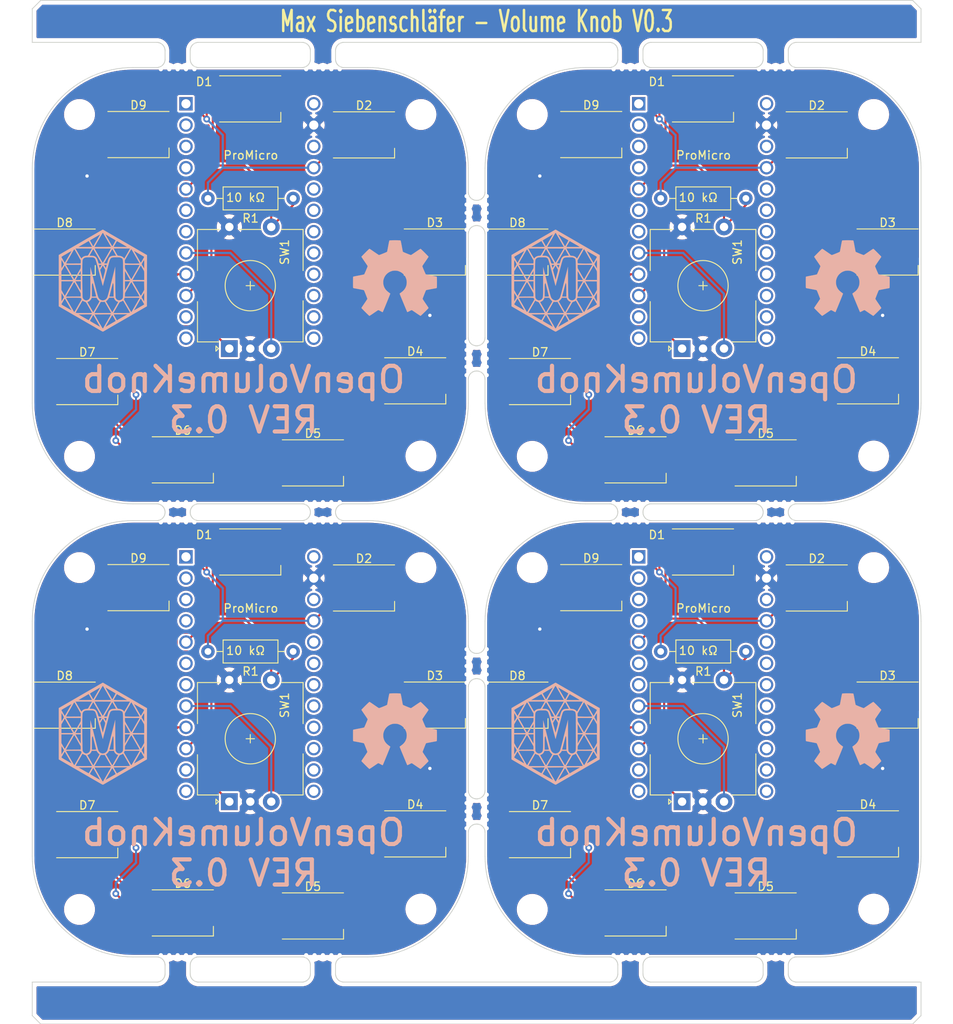
<source format=kicad_pcb>
(kicad_pcb (version 20211014) (generator pcbnew)
  (layers (0 "F.Cu" signal) (31 "B.Cu" signal) (34 "B.Paste" user) (35 "F.Paste" user) (36 "B.SilkS" user "B.Silkscreen") (37 "F.SilkS" user "F.Silkscreen") (38 "B.Mask" user) (39 "F.Mask" user) (44 "Edge.Cuts" user))
  (net 0 "")
  (net 1 "VCC")
  (net 2 "ButtonR")
  (net 3 "DIN")
  (net 4 "GND")
  (net 5 "D7")
  (net 6 "C6")
  (net 7 "Net-(D2-Pad4)")
  (net 8 "Net-(D2-Pad2)")
  (net 9 "Net-(D3-Pad2)")
  (net 10 "Net-(D4-Pad2)")
  (net 11 "Net-(D5-Pad2)")
  (net 12 "Net-(D6-Pad2)")
  (net 13 "Net-(D7-Pad2)")
  (net 14 "Net-(D8-Pad2)")
  (net 28 "unconnected-(U1-Pad17)")
  (footprint "NPTH" (layer "F.Cu") (at 75.798999 97.333667)
    (fp_text reference "REF**" hide)
    (fp_text value "NPTH" hide)
  )
  (footprint "NPTH" (layer "F.Cu") (at 56.666332 24.200997)
    (fp_text reference "REF**" hide)
    (fp_text value "NPTH" hide)
  )
  (footprint "MountingHole:MountingHole_3.2mm_M3" (layer "F.Cu") (at 70.349997 70.309997)
    (fp_text reference "REF**")
    (fp_text value "MountingHole_3.2mm_M3")
  )
  (footprint "NPTH" (layer "F.Cu") (at 56.666332 78.201002)
    (fp_text reference "REF**" hide)
    (fp_text value "NPTH" hide)
  )
  (footprint "NPTH" (layer "F.Cu") (at 96.333668 24.200999)
    (fp_text reference "REF**" hide)
    (fp_text value "NPTH" hide)
  )
  (footprint "NPTH" (layer "F.Cu") (at 96.333667 129.799002)
    (fp_text reference "REF**" hide)
    (fp_text value "NPTH" hide)
  )
  (footprint "NPTH" (layer "F.Cu") (at 60.666332 78.201002)
    (fp_text reference "REF**" hide)
    (fp_text value "NPTH" hide)
  )
  (footprint "NPTH" (layer "F.Cu") (at 59.666332 129.799)
    (fp_text reference "REF**" hide)
    (fp_text value "NPTH" hide)
  )
  (footprint "NPTH" (layer "F.Cu") (at 75.798997 58.666332)
    (fp_text reference "REF**" hide)
    (fp_text value "NPTH" hide)
  )
  (footprint "testboard:OpenSourceLogo" (layer "F.Cu") (at 121.300004 104.100003)
    (fp_text reference "G***" hide)
    (fp_text value "LOGO" hide)
  )
  (footprint "LED_SMD:LED_WS2812B_PLCC4_5.0x5.0mm_P3.2mm" (layer "F.Cu") (at 69.669997 61.339997)
    (fp_text reference "D4")
    (fp_text value "WS2812B")
  )
  (footprint "NPTH" (layer "F.Cu") (at 111.666335 129.799)
    (fp_text reference "REF**" hide)
    (fp_text value "NPTH" hide)
  )
  (footprint "LED_SMD:LED_WS2812B_PLCC4_5.0x5.0mm_P3.2mm" (layer "F.Cu") (at 111.470004 125.120003)
    (fp_text reference "D5")
    (fp_text value "WS2812B")
  )
  (footprint "NPTH" (layer "F.Cu") (at 40.333664 129.799002)
    (fp_text reference "REF**" hide)
    (fp_text value "NPTH" hide)
  )
  (footprint "NPTH" (layer "F.Cu") (at 59.666332 78.201002)
    (fp_text reference "REF**" hide)
    (fp_text value "NPTH" hide)
  )
  (footprint "LED_SMD:LED_WS2812B_PLCC4_5.0x5.0mm_P3.2mm" (layer "F.Cu") (at 41.949997 70.759997)
    (fp_text reference "D6")
    (fp_text value "WS2812B")
  )
  (footprint "MountingHole:MountingHole_3.2mm_M3" (layer "F.Cu") (at 70.349997 124.310003)
    (fp_text reference "REF**")
    (fp_text value "MountingHole_3.2mm_M3")
  )
  (footprint "Resistor_THT:R_Axial_DIN0207_L6.3mm_D2.5mm_P10.16mm_Horizontal" (layer "F.Cu") (at 109.110004 93.600003 180)
    (fp_text reference "R1")
    (fp_text value "10 kΩ ")
  )
  (footprint "NPTH" (layer "F.Cu") (at 95.333668 75.798997)
    (fp_text reference "REF**" hide)
    (fp_text value "NPTH" hide)
  )
  (footprint "NPTH" (layer "F.Cu") (at 75.798999 41.333664)
    (fp_text reference "REF**" hide)
    (fp_text value "NPTH" hide)
  )
  (footprint "NPTH" (layer "F.Cu") (at 40.333664 24.200999)
    (fp_text reference "REF**" hide)
    (fp_text value "NPTH" hide)
  )
  (footprint "LED_SMD:LED_WS2812B_PLCC4_5.0x5.0mm_P3.2mm" (layer "F.Cu") (at 69.669997 115.340003)
    (fp_text reference "D4")
    (fp_text value "WS2812B")
  )
  (footprint "LED_SMD:LED_WS2812B_PLCC4_5.0x5.0mm_P3.2mm" (layer "F.Cu") (at 123.670004 61.339997)
    (fp_text reference "D4")
    (fp_text value "WS2812B")
  )
  (footprint "NPTH" (layer "F.Cu") (at 93.333667 78.201)
    (fp_text reference "REF**" hide)
    (fp_text value "NPTH" hide)
  )
  (footprint "MountingHole:MountingHole_3.2mm_M3" (layer "F.Cu") (at 29.629997 124.340003)
    (fp_text reference "REF**")
    (fp_text value "MountingHole_3.2mm_M3")
  )
  (footprint "NPTH" (layer "F.Cu") (at 56.666332 75.798999)
    (fp_text reference "REF**" hide)
    (fp_text value "NPTH" hide)
  )
  (footprint "NPTH" (layer "F.Cu") (at 42.333664 75.798997)
    (fp_text reference "REF**" hide)
    (fp_text value "NPTH" hide)
  )
  (footprint "MountingHole:MountingHole_3.2mm_M3" (layer "F.Cu") (at 124.350004 70.309997)
    (fp_text reference "REF**")
    (fp_text value "MountingHole_3.2mm_M3")
  )
  (footprint "LED_SMD:LED_WS2812B_PLCC4_5.0x5.0mm_P3.2mm" (layer "F.Cu") (at 81.860004 45.999997)
    (fp_text reference "D8")
    (fp_text value "WS2812B")
  )
  (footprint "LED_SMD:LED_WS2812B_PLCC4_5.0x5.0mm_P3.2mm" (layer "F.Cu") (at 111.470004 71.119997)
    (fp_text reference "D5")
    (fp_text value "WS2812B")
  )
  (footprint "NPTH" (layer "F.Cu") (at 78.201 112.666335)
    (fp_text reference "REF**" hide)
    (fp_text value "NPTH" hide)
  )
  (footprint "MountingHole:MountingHole_3.2mm_M3" (layer "F.Cu") (at 124.350004 83.600003)
    (fp_text reference "REF**")
    (fp_text value "MountingHole_3.2mm_M3")
  )
  (footprint "NPTH" (layer "F.Cu") (at 97.333667 78.201)
    (fp_text reference "REF**" hide)
    (fp_text value "NPTH" hide)
  )
  (footprint "LED_SMD:LED_WS2812B_PLCC4_5.0x5.0mm_P3.2mm" (layer "F.Cu") (at 95.950004 124.760003)
    (fp_text reference "D6")
    (fp_text value "WS2812B")
  )
  (footprint "NPTH" (layer "F.Cu") (at 112.666335 129.799)
    (fp_text reference "REF**" hide)
    (fp_text value "NPTH" hide)
  )
  (footprint "NPTH" (layer "F.Cu") (at 75.798997 112.666335)
    (fp_text reference "REF**" hide)
    (fp_text value "NPTH" hide)
  )
  (footprint "LED_SMD:LED_WS2812B_PLCC4_5.0x5.0mm_P3.2mm" (layer "F.Cu") (at 63.559997 32.029997)
    (fp_text reference "D2")
    (fp_text value "WS2812B")
  )
  (footprint "NPTH" (layer "F.Cu") (at 40.333664 75.798997)
    (fp_text reference "REF**" hide)
    (fp_text value "NPTH" hide)
  )
  (footprint "Resistor_THT:R_Axial_DIN0207_L6.3mm_D2.5mm_P10.16mm_Horizontal" (layer "F.Cu") (at 55.109997 39.599997 180)
    (fp_text reference "R1")
    (fp_text value "10 kΩ ")
  )
  (footprint "NPTH" (layer "F.Cu") (at 56.666332 129.799)
    (fp_text reference "REF**" hide)
    (fp_text value "NPTH" hide)
  )
  (footprint "LED_SMD:LED_WS2812B_PLCC4_5.0x5.0mm_P3.2mm" (layer "F.Cu") (at 90.660004 31.989997)
    (fp_text reference "D9")
    (fp_text value "WS2812B")
  )
  (footprint "promicro:ProMicro-NoSilk" (layer "F.Cu") (at 103.950004 42.289997 -90)
    (fp_text reference "U1" hide)
    (fp_text value "ProMicro")
  )
  (footprint "testboard:OpenSourceLogo" (layer "F.Cu") (at 67.299997 50.099997)
    (fp_text reference "G***" hide)
    (fp_text value "LOGO" hide)
  )
  (footprint "testboard:LogoMaxV6" (layer "F.Cu") (at 32.399997 103.400003)
    (fp_text reference "G***" hide)
    (fp_text value "LOGO" hide)
  )
  (footprint "LED_SMD:LED_WS2812B_PLCC4_5.0x5.0mm_P3.2mm" (layer "F.Cu") (at 123.670004 115.340003)
    (fp_text reference "D4")
    (fp_text value "WS2812B")
  )
  (footprint "NPTH" (layer "F.Cu") (at 75.798997 56.666332)
    (fp_text reference "REF**" hide)
    (fp_text value "NPTH" hide)
  )
  (footprint "NPTH" (layer "F.Cu") (at 75.798999 95.333667)
    (fp_text reference "REF**" hide)
    (fp_text value "NPTH" hide)
  )
  (footprint "NPTH" (layer "F.Cu") (at 114.666336 24.200997)
    (fp_text reference "REF**" hide)
    (fp_text value "NPTH" hide)
  )
  (footprint "NPTH" (layer "F.Cu") (at 78.201003 41.333664)
    (fp_text reference "REF**" hide)
    (fp_text value "NPTH" hide)
  )
  (footprint "NPTH" (layer "F.Cu") (at 95.333667 78.201)
    (fp_text reference "REF**" hide)
    (fp_text value "NPTH" hide)
  )
  (footprint "NPTH" (layer "F.Cu") (at 78.201003 39.333664)
    (fp_text reference "REF**" hide)
    (fp_text value "NPTH" hide)
  )
  (footprint "NPTH" (layer "F.Cu") (at 59.666332 75.798999)
    (fp_text reference "REF**" hide)
    (fp_text value "NPTH" hide)
  )
  (footprint "LED_SMD:LED_WS2812B_PLCC4_5.0x5.0mm_P3.2mm" (layer "F.Cu") (at 41.949997 124.760003)
    (fp_text reference "D6")
    (fp_text value "WS2812B")
  )
  (footprint "LED_SMD:LED_WS2812B_PLCC4_5.0x5.0mm_P3.2mm" (layer "F.Cu") (at 84.550004 61.429997)
    (fp_text reference "D7")
    (fp_text value "WS2812B")
  )
  (footprint "MountingHole:MountingHole_3.2mm_M3" (layer "F.Cu") (at 29.629997 83.600003)
    (fp_text reference "REF**")
    (fp_text value "MountingHole_3.2mm_M3")
  )
  (footprint "NPTH" (layer "F.Cu") (at 43.333664 24.200999)
    (fp_text reference "REF**" hide)
    (fp_text value "NPTH" hide)
  )
  (footprint "NPTH" (layer "F.Cu") (at 94.333667 78.201)
    (fp_text reference "REF**" hide)
    (fp_text value "NPTH" hide)
  )
  (footprint "MountingHole:MountingHole_3.2mm_M3" (layer "F.Cu") (at 83.630004 124.340003)
    (fp_text reference "REF**")
    (fp_text value "MountingHole_3.2mm_M3")
  )
  (footprint "NPTH" (layer "F.Cu") (at 111.666335 78.201002)
    (fp_text reference "REF**" hide)
    (fp_text value "NPTH" hide)
  )
  (footprint "promicro:ProMicro-NoSilk" (layer "F.Cu") (at 49.949997 96.290003 -90)
    (fp_text reference "U1" hide)
    (fp_text value "ProMicro")
  )
  (footprint "NPTH" (layer "F.Cu") (at 78.201003 94.333667)
    (fp_text reference "REF**" hide)
    (fp_text value "NPTH" hide)
  )
  (footprint "NPTH" (layer "F.Cu") (at 57.666332 129.799)
    (fp_text reference "REF**" hide)
    (fp_text value "NPTH" hide)
  )
  (footprint "LED_SMD:LED_WS2812B_PLCC4_5.0x5.0mm_P3.2mm" (layer "F.Cu") (at 57.469997 71.119997)
    (fp_text reference "D5")
    (fp_text value "WS2812B")
  )
  (footprint "NPTH" (layer "F.Cu") (at 58.666332 129.799)
    (fp_text reference "REF**" hide)
    (fp_text value "NPTH" hide)
  )
  (footprint "NPTH" (layer "F.Cu") (at 75.798997 114.666335)
    (fp_text reference "REF**" hide)
    (fp_text value "NPTH" hide)
  )
  (footprint "LED_SMD:LED_WS2812B_PLCC4_5.0x5.0mm_P3.2mm" (layer "F.Cu") (at 103.990004 27.739997)
    (fp_text reference "D1")
    (fp_text value "WS2812B")
  )
  (footprint "NPTH" (layer "F.Cu") (at 93.333668 75.798997)
    (fp_text reference "REF**" hide)
    (fp_text value "NPTH" hide)
  )
  (footprint "NPTH" (layer "F.Cu") (at 42.333664 129.799002)
    (fp_text reference "REF**" hide)
    (fp_text value "NPTH" hide)
  )
  (footprint "NPTH" (layer "F.Cu") (at 39.333664 24.200999)
    (fp_text reference "REF**" hide)
    (fp_text value "NPTH" hide)
  )
  (footprint "NPTH" (layer "F.Cu") (at 41.333664 78.201)
    (fp_text reference "REF**" hide)
    (fp_text value "NPTH" hide)
  )
  (footprint "Rotary_Encoder:RotaryEncoder_Alps_EC12E-Switch_Vertical_H20mm" (layer "F.Cu") (at 101.500004 57.499997 90)
    (fp_text reference "SW1")
    (fp_text value "Rotary_Encoder_Switch")
  )
  (footprint "NPTH" (layer "F.Cu") (at 112.666335 78.201002)
    (fp_text reference "REF**" hide)
    (fp_text value "NPTH" hide)
  )
  (footprint "NPTH" (layer "F.Cu") (at 43.333664 75.798997)
    (fp_text reference "REF**" hide)
    (fp_text value "NPTH" hide)
  )
  (footprint "NPTH" (layer "F.Cu") (at 39.333664 78.201)
    (fp_text reference "REF**" hide)
    (fp_text value "NPTH" hide)
  )
  (footprint "NPTH" (layer "F.Cu") (at 42.333664 24.200999)
    (fp_text reference "REF**" hide)
    (fp_text value "NPTH" hide)
  )
  (footprint "NPTH" (layer "F.Cu") (at 96.333667 78.201)
    (fp_text reference "REF**" hide)
    (fp_text value "NPTH" hide)
  )
  (footprint "MountingHole:MountingHole_3.2mm_M3" (layer "F.Cu") (at 70.349997 29.599997)
    (fp_text reference "REF**")
    (fp_text value "MountingHole_3.2mm_M3")
  )
  (footprint "NPTH" (layer "F.Cu") (at 78.201001 110.666335)
    (fp_text reference "REF**" hide)
    (fp_text value "NPTH" hide)
  )
  (footprint "NPTH" (layer "F.Cu") (at 97.333668 24.200999)
    (fp_text reference "REF**" hide)
    (fp_text value "NPTH" hide)
  )
  (footprint "NPTH" (layer "F.Cu") (at 78.201 57.666332)
    (fp_text reference "REF**" hide)
    (fp_text value "NPTH" hide)
  )
  (footprint "NPTH" (layer "F.Cu") (at 75.798997 111.666335)
    (fp_text reference "REF**" hide)
    (fp_text value "NPTH" hide)
  )
  (footprint "testboard:LogoMaxV6" (layer "F.Cu") (at 32.399997 49.399997)
    (fp_text reference "G***" hide)
    (fp_text value "LOGO" hide)
  )
  (footprint "NPTH" (layer "F.Cu") (at 75.798999 94.333667)
    (fp_text reference "REF**" hide)
    (fp_text value "NPTH" hide)
  )
  (footprint "LED_SMD:LED_WS2812B_PLCC4_5.0x5.0mm_P3.2mm" (layer "F.Cu") (at 57.469997 125.120003)
    (fp_text reference "D5")
    (fp_text value "WS2812B")
  )
  (footprint "NPTH" (layer "F.Cu") (at 112.666336 75.798999)
    (fp_text reference "REF**" hide)
    (fp_text value "NPTH" hide)
  )
  (footprint "NPTH" (layer "F.Cu") (at 113.666336 75.798999)
    (fp_text reference "REF**" hide)
    (fp_text value "NPTH" hide)
  )
  (footprint "LED_SMD:LED_WS2812B_PLCC4_5.0x5.0mm_P3.2mm" (layer "F.Cu") (at 117.560004 86.030003)
    (fp_text reference "D2")
    (fp_text value "WS2812B")
  )
  (footprint "NPTH" (layer "F.Cu") (at 78.201 114.666335)
    (fp_text reference "REF**" hide)
    (fp_text value "NPTH" hide)
  )
  (footprint "NPTH" (layer "F.Cu") (at 57.666332 75.798999)
    (fp_text reference "REF**" hide)
    (fp_text value "NPTH" hide)
  )
  (footprint "testboard:OpenSourceLogo" (layer "F.Cu") (at 67.299997 104.100003)
    (fp_text reference "G***" hide)
    (fp_text value "LOGO" hide)
  )
  (footprint "NPTH" (layer "F.Cu") (at 78.201001 56.666332)
    (fp_text reference "REF**" hide)
    (fp_text value "NPTH" hide)
  )
  (footprint "NPTH" (layer "F.Cu") (at 41.333664 129.799002)
    (fp_text reference "REF**" hide)
    (fp_text value "NPTH" hide)
  )
  (footprint "LED_SMD:LED_WS2812B_PLCC4_5.0x5.0mm_P3.2mm" (layer "F.Cu") (at 63.559997 86.030003)
    (fp_text reference "D2")
    (fp_text value "WS2812B")
  )
  (footprint "NPTH" (layer "F.Cu") (at 78.201003 42.333664)
    (fp_text reference "REF**" hide)
    (fp_text value "NPTH" hide)
  )
  (footprint "NPTH" (layer "F.Cu") (at 114.666335 78.201002)
    (fp_text reference "REF**" hide)
    (fp_text value "NPTH" hide)
  )
  (footprint "NPTH" (layer "F.Cu") (at 75.798997 59.666332)
    (fp_text reference "REF**" hide)
    (fp_text value "NPTH" hide)
  )
  (footprint "MountingHole:MountingHole_3.2mm_M3" (layer "F.Cu") (at 124.350004 29.599997)
    (fp_text reference "REF**")
    (fp_text value "MountingHole_3.2mm_M3")
  )
  (footprint "NPTH" (layer "F.Cu") (at 78.201 58.666332)
    (fp_text reference "REF**" hide)
    (fp_text value "NPTH" hide)
  )
  (footprint "NPTH" (layer "F.Cu") (at 93.333668 24.200999)
    (fp_text reference "REF**" hide)
    (fp_text value "NPTH" hide)
  )
  (footprint "NPTH" (layer "F.Cu") (at 75.798997 110.666335)
    (fp_text reference "REF**" hide)
    (fp_text value "NPTH" hide)
  )
  (footprint "NPTH" (layer "F.Cu") (at 75.798999 40.333664)
    (fp_text reference "REF**" hide)
    (fp_text value "NPTH" hide)
  )
  (footprint "LED_SMD:LED_WS2812B_PLCC4_5.0x5.0mm_P3.2mm" (layer "F.Cu") (at 90.660004 85.990003)
    (fp_text reference "D9")
    (fp_text value "WS2812B")
  )
  (footprint "NPTH" (layer "F.Cu") (at 75.798999 43.333664)
    (fp_text reference "REF**" hide)
    (fp_text value "NPTH" hide)
  )
  (footprint "NPTH" (layer "F.Cu") (at 41.333664 24.200999)
    (fp_text reference "REF**" hide)
    (fp_text value "NPTH" hide)
  )
  (footprint "LED_SMD:LED_WS2812B_PLCC4_5.0x5.0mm_P3.2mm" (layer "F.Cu") (at 117.560004 32.029997)
    (fp_text reference "D2")
    (fp_text value "WS2812B")
  )
  (footprint "NPTH" (layer "F.Cu") (at 41.333664 75.798997)
    (fp_text reference "REF**" hide)
    (fp_text value "NPTH" hide)
  )
  (footprint "NPTH" (layer "F.Cu") (at 97.333668 75.798997)
    (fp_text reference "REF**" hide)
    (fp_text value "NPTH" hide)
  )
  (footprint "MountingHole:MountingHole_3.2mm_M3" (layer "F.Cu") (at 83.630004 83.600003)
    (fp_text reference "REF**")
    (fp_text value "MountingHole_3.2mm_M3")
  )
  (footprint "NPTH" (layer "F.Cu") (at 78.201 60.666332)
    (fp_text reference "REF**" hide)
    (fp_text value "NPTH" hide)
  )
  (footprint "NPTH" (layer "F.Cu") (at 114.666336 75.798999)
    (fp_text reference "REF**" hide)
    (fp_text value "NPTH" hide)
  )
  (footprint "NPTH" (layer "F.Cu") (at 58.666332 78.201002)
    (fp_text reference "REF**" hide)
    (fp_text value "NPTH" hide)
  )
  (footprint "NPTH" (layer "F.Cu") (at 75.798997 113.666335)
    (fp_text reference "REF**" hide)
    (fp_text value "NPTH" hide)
  )
  (footprint "NPTH" (layer "F.Cu") (at 111.666336 24.200997)
    (fp_text reference "REF**" hide)
    (fp_text value "NPTH" hide)
  )
  (footprint "LED_SMD:LED_WS2812B_PLCC4_5.0x5.0mm_P3.2mm" (layer "F.Cu") (at 49.989997 81.740003)
    (fp_text reference "D1")
    (fp_text value "WS2812B")
  )
  (footprint "NPTH" (layer "F.Cu") (at 60.666332 24.200997)
    (fp_text reference "REF**" hide)
    (fp_text value "NPTH" hide)
  )
  (footprint "MountingHole:MountingHole_3.2mm_M3" (layer "F.Cu") (at 70.349997 83.600003)
    (fp_text reference "REF**")
    (fp_text value "MountingHole_3.2mm_M3")
  )
  (footprint "Resistor_THT:R_Axial_DIN0207_L6.3mm_D2.5mm_P10.16mm_Horizontal" (layer "F.Cu") (at 109.110004 39.599997 180)
    (fp_text reference "R1")
    (fp_text value "10 kΩ ")
  )
  (footprint "NPTH" (layer "F.Cu") (at 94.333667 129.799002)
    (fp_text reference "REF**" hide)
    (fp_text value "NPTH" hide)
  )
  (footprint "NPTH" (layer "F.Cu") (at 75.798999 39.333664)
    (fp_text reference "REF**" hide)
    (fp_text value "NPTH" hide)
  )
  (footprint "MountingHole:MountingHole_3.2mm_M3" (layer "F.Cu") (at 124.350004 124.310003)
    (fp_text reference "REF**")
    (fp_text value "MountingHole_3.2mm_M3")
  )
  (footprint "NPTH" (layer "F.Cu") (at 78.201003 93.333667)
    (fp_text reference "REF**" hide)
    (fp_text value "NPTH" hide)
  )
  (footprint "NPTH" (layer "F.Cu") (at 94.333668 75.798997)
    (fp_text reference "REF**" hide)
    (fp_text value "NPTH" hide)
  )
  (footprint "NPTH" (layer "F.Cu") (at 39.333664 129.799002)
    (fp_text reference "REF**" hide)
    (fp_text value "NPTH" hide)
  )
  (footprint "LED_SMD:LED_WS2812B_PLCC4_5.0x5.0mm_P3.2mm" (layer "F.Cu") (at 84.550004 115.430003)
    (fp_text reference "D7")
    (fp_text value "WS2812B")
  )
  (footprint "LED_SMD:LED_WS2812B_PLCC4_5.0x5.0mm_P3.2mm" (layer "F.Cu") (at 27.859997 45.999997)
    (fp_text reference "D8")
    (fp_text value "WS2812B")
  )
  (footprint "LED_SMD:LED_WS2812B_PLCC4_5.0x5.0mm_P3.2mm" (layer "F.Cu") (at 81.860004 100.000003)
    (fp_text reference "D8")
    (fp_text value "WS2812B")
  )
  (footprint "Rotary_Encoder:RotaryEncoder_Alps_EC12E-Switch_Vertical_H20mm" (layer "F.Cu") (at 47.499997 111.500003 90)
    (fp_text reference "SW1")
    (fp_text value "Rotary_Encoder_Switch")
  )
  (footprint "NPTH" (layer "F.Cu") (at 75.798999 93.333667)
    (fp_text reference "REF**" hide)
    (fp_text value "NPTH" hide)
  )
  (footprint "NPTH" (layer "F.Cu") (at 57.666332 24.200997)
    (fp_text reference "REF**" hide)
    (fp_text value "NPTH" hide)
  )
  (footprint "NPTH" (layer "F.Cu") (at 75.798999 96.333667)
    (fp_text reference "REF**" hide)
    (fp_text value "NPTH" hide)
  )
  (footprint "NPTH" (layer "F.Cu") (at 78.201 111.666335)
    (fp_text reference "REF**" hide)
    (fp_text value "NPTH" hide)
  )
  (footprint "LED_SMD:LED_WS2812B_PLCC4_5.0x5.0mm_P3.2mm" (layer "F.Cu") (at 126.010004 99.990003)
    (fp_text reference "D3")
    (fp_text value "WS2812B")
  )
  (footprint "testboard:LogoMaxV6" (layer "F.Cu") (at 86.400004 103.400003)
    (fp_text reference "G***" hide)
    (fp_text value "LOGO" hide)
  )
  (footprint "NPTH" (layer "F.Cu") (at 97.333667 129.799002)
    (fp_text reference "REF**" hide)
    (fp_text value "NPTH" hide)
  )
  (footprint "NPTH" (layer "F.Cu") (at 57.666332 78.201002)
    (fp_text reference "REF**" hide)
    (fp_text value "NPTH" hide)
  )
  (footprint "NPTH" (layer "F.Cu") (at 94.333668 24.200999)
    (fp_text reference "REF**" hide)
    (fp_text value "NPTH" hide)
  )
  (footprint "NPTH" (layer "F.Cu") (at 93.333667 129.799002)
    (fp_text reference "REF**" hide)
    (fp_text value "NPTH" hide)
  )
  (footprint "LED_SMD:LED_WS2812B_PLCC4_5.0x5.0mm_P3.2mm" (layer "F.Cu") (at 72.009997 45.989997)
    (fp_text reference "D3")
    (fp_text value "WS2812B")
  )
  (footprint "promicro:ProMicro-NoSilk" (layer "F.Cu") (at 103.950004 96.290003 -90)
    (fp_text reference "U1" hide)
    (fp_text value "ProMicro")
  )
  (footprint "promicro:ProMicro-NoSilk" (layer "F.Cu") (at 49.949997 42.289997 -90)
    (fp_text reference "U1" hide)
    (fp_text value "ProMicro")
  )
  (footprint "NPTH" (layer "F.Cu") (at 96.333668 75.798997)
    (fp_text reference "REF**" hide)
    (fp_text value "NPTH" hide)
  )
  (footprint "LED_SMD:LED_WS2812B_PLCC4_5.0x5.0mm_P3.2mm" (layer "F.Cu") (at 27.859997 100.000003)
    (fp_text reference "D8")
    (fp_text value "WS2812B")
  )
  (footprint "NPTH" (layer "F.Cu") (at 78.201003 40.333664)
    (fp_text reference "REF**" hide)
    (fp_text value "NPTH" hide)
  )
  (footprint "NPTH" (layer "F.Cu") (at 78.201 59.666332)
    (fp_text reference "REF**" hide)
    (fp_text value "NPTH" hide)
  )
  (footprint "MountingHole:MountingHole_3.2mm_M3" (layer "F.Cu") (at 83.630004 29.599997)
    (fp_text reference "REF**")
    (fp_text value "MountingHole_3.2mm_M3")
  )
  (footprint "testboard:OpenSourceLogo" (layer "F.Cu") (at 121.300004 50.099997)
    (fp_text reference "G***" hide)
    (fp_text value "LOGO" hide)
  )
  (footprint "MountingHole:MountingHole_3.2mm_M3" (layer "F.Cu") (at 29.629997 29.599997)
    (fp_text reference "REF**")
    (fp_text value "MountingHole_3.2mm_M3")
  )
  (footprint "NPTH" (layer "F.Cu") (at 95.333667 129.799002)
    (fp_text reference "REF**" hide)
    (fp_text value "NPTH" hide)
  )
  (footprint "NPTH" (layer "F.Cu") (at 78.201002 43.333664)
    (fp_text reference "REF**" hide)
    (fp_text value "NPTH" hide)
  )
  (footprint "NPTH" (layer "F.Cu") (at 113.666335 78.201002)
    (fp_text reference "REF**" hide)
    (fp_text value "NPTH" hide)
  )
  (footprint "NPTH" (layer "F.Cu") (at 113.666336 24.200997)
    (fp_text reference "REF**" hide)
    (fp_text value "NPTH" hide)
  )
  (footprint "MountingHole:MountingHole_3.2mm_M3" (layer "F.Cu") (at 29.629997 70.339997)
    (fp_text reference "REF**")
    (fp_text value "MountingHole_3.2mm_M3")
  )
  (footprint "NPTH" (layer "F.Cu") (at 110.666335 129.799)
    (fp_text reference "REF**" hide)
    (fp_text value "NPTH" hide)
  )
  (footprint "NPTH" (layer "F.Cu") (at 110.666336 75.798999)
    (fp_text reference "REF**" hide)
    (fp_text value "NPTH" hide)
  )
  (footprint "NPTH" (layer "F.Cu") (at 75.798997 57.666332)
    (fp_text reference "REF**" hide)
    (fp_text value "NPTH" hide)
  )
  (footprint "NPTH" (layer "F.Cu") (at 75.798997 60.666332)
    (fp_text reference "REF**" hide)
    (fp_text value "NPTH" hide)
  )
  (footprint "NPTH" (layer "F.Cu") (at 60.666332 129.799)
    (fp_text reference "REF**" hide)
    (fp_text value "NPTH" hide)
  )
  (footprint "LED_SMD:LED_WS2812B_PLCC4_5.0x5.0mm_P3.2mm" (layer "F.Cu") (at 30.549997 115.430003)
    (fp_text reference "D7")
    (fp_text value "WS2812B")
  )
  (footprint "LED_SMD:LED_WS2812B_PLCC4_5.0x5.0mm_P3.2mm" (layer "F.Cu") (at 36.659997 85.990003)
    (fp_text reference "D9")
    (fp_text value "WS2812B")
  )
  (footprint "NPTH" (layer "F.Cu") (at 42.333664 78.201)
    (fp_text reference "REF**" hide)
    (fp_text value "NPTH" hide)
  )
  (footprint "LED_SMD:LED_WS2812B_PLCC4_5.0x5.0mm_P3.2mm" (layer "F.Cu") (at 95.950004 70.759997)
    (fp_text reference "D6")
    (fp_text value "WS2812B")
  )
  (footprint "NPTH" (layer "F.Cu") (at 112.666336 24.200997)
    (fp_text reference "REF**" hide)
    (fp_text value "NPTH" hide)
  )
  (footprint "testboard:LogoMaxV6" (layer "F.Cu") (at 86.400004 49.399997)
    (fp_text reference "G***" hide)
    (fp_text value "LOGO" hide)
  )
  (footprint "NPTH" (layer "F.Cu") (at 58.666332 75.798999)
    (fp_text reference "REF**" hide)
    (fp_text value "NPTH" hide)
  )
  (footprint "NPTH" (layer "F.Cu") (at 78.201002 97.333667)
    (fp_text reference "REF**" hide)
    (fp_text value "NPTH" hide)
  )
  (footprint "NPTH" (layer "F.Cu") (at 60.666332 75.798999)
    (fp_text reference "REF**" hide)
    (fp_text value "NPTH" hide)
  )
  (footprint "Resistor_THT:R_Axial_DIN0207_L6.3mm_D2.5mm_P10.16mm_Horizontal" (layer "F.Cu") (at 55.109997 93.600003 180)
    (fp_text reference "R1")
    (fp_text value "10 kΩ ")
  )
  (footprint "NPTH" (layer "F.Cu") (at 75.798999 42.333664)
    (fp_text reference "REF**" hide)
    (fp_text value "NPTH" hide)
  )
  (footprint "LED_SMD:LED_WS2812B_PLCC4_5.0x5.0mm_P3.2mm" (layer "F.Cu") (at 49.989997 27.739997)
    (fp_text reference "D1")
    (fp_text value "WS2812B")
  )
  (footprint "LED_SMD:LED_WS2812B_PLCC4_5.0x5.0mm_P3.2mm" (layer "F.Cu") (at 103.990004 81.740003)
    (fp_text reference "D1")
    (fp_text value "WS2812B")
  )
  (footprint "NPTH" (layer "F.Cu") (at 58.666332 24.200997)
    (fp_text reference "REF**" hide)
    (fp_text value "NPTH" hide)
  )
  (footprint "Rotary_Encoder:RotaryEncoder_Alps_EC12E-Switch_Vertical_H20mm" (layer "F.Cu") (at 47.499997 57.499997 90)
    (fp_text reference "SW1")
    (fp_text value "Rotary_Encoder_Switch")
  )
  (footprint "NPTH" (layer "F.Cu") (at 59.666332 24.200997)
    (fp_text reference "REF**" hide)
    (fp_text value "NPTH" hide)
  )
  (footprint "NPTH" (layer "F.Cu") (at 43.333664 78.201)
    (fp_text reference "REF**" hide)
    (fp_text value "NPTH" hide)
  )
  (footprint "NPTH" (layer "F.Cu") (at 78.201 113.666335)
    (fp_text reference "REF**" hide)
    (fp_text value "NPTH" hide)
  )
  (footprint "NPTH" (layer "F.Cu") (at 110.666336 24.200997)
    (fp_text reference "REF**" hide)
    (fp_text value "NPTH" hide)
  )
  (footprint "NPTH" (layer "F.Cu") (at 39.333664 75.798997)
    (fp_text reference "REF**" hide)
    (fp_text value "NPTH" hide)
  )
  (footprint "NPTH" (layer "F.Cu") (at 114.666335 129.799)
    (fp_text reference "REF**" hide)
    (fp_text value "NPTH" hide)
  )
  (footprint "NPTH" (layer "F.Cu") (at 40.333664 78.201)
    (fp_text reference "REF**" hide)
    (fp_text value "NPTH" hide)
  )
  (footprint "NPTH" (layer "F.Cu") (at 113.666335 129.799)
    (fp_text reference "REF**" hide)
    (fp_text value "NPTH" hide)
  )
  (footprint "LED_SMD:LED_WS2812B_PLCC4_5.0x5.0mm_P3.2mm" (layer "F.Cu") (at 30.549997 61.429997)
    (fp_text reference "D7")
    (fp_text value "WS2812B")
  )
  (footprint "NPTH" (layer "F.Cu") (at 95.333668 24.200999)
    (fp_text reference "REF**" hide)
    (fp_text value "NPTH" hide)
  )
  (footprint "NPTH" (layer "F.Cu") (at 110.666335 78.201002)
    (fp_text reference "REF**" hide)
    (fp_text value "NPTH" hide)
  )
  (footprint "NPTH" (layer "F.Cu") (at 78.201003 96.333667)
    (fp_text reference "REF**" hide)
    (fp_text value "NPTH" hide)
  )
  (footprint "Rotary_Encoder:RotaryEncoder_Alps_EC12E-Switch_Vertical_H20mm" (layer "F.Cu") (at 101.500004 111.500003 90)
    (fp_text reference "SW1")
    (fp_text value "Rotary_Encoder_Switch")
  )
  (footprint "LED_SMD:LED_WS2812B_PLCC4_5.0x5.0mm_P3.2mm" (layer "F.Cu") (at 126.010004 45.989997)
    (fp_text reference "D3")
    (fp_text value "WS2812B")
  )
  (footprint "NPTH" (layer "F.Cu") (at 111.666336 75.798999)
    (fp_text reference "REF**" hide)
    (fp_text value "NPTH" hide)
  )
  (footprint "NPTH" (layer "F.Cu") (at 78.201003 95.333667)
    (fp_text reference "REF**" hide)
    (fp_text value "NPTH" hide)
  )
  (footprint "MountingHole:MountingHole_3.2mm_M3" (layer "F.Cu") (at 83.630004 70.339997)
    (fp_text reference "REF**")
    (fp_text value "MountingHole_3.2mm_M3")
  )
  (footprint "NPTH" (layer "F.Cu") (at 43.333664 129.799002)
    (fp_text reference "REF**" hide)
    (fp_text value "NPTH" hide)
  )
  (footprint "LED_SMD:LED_WS2812B_PLCC4_5.0x5.0mm_P3.2mm" (layer "F.Cu") (at 72.009997 99.990003)
    (fp_text reference "D3")
    (fp_text value "WS2812B")
  )
  (footprint "LED_SMD:LED_WS2812B_PLCC4_5.0x5.0mm_P3.2mm" (layer "F.Cu") (at 36.659997 31.989997)
    (fp_text reference "D9")
    (fp_text value "WS2812B")
  )
  (gr_line (start 81.081508 81.969912) (end 80.673468 82.447675) (layer "Edge.Cuts") (width 0.1))
  (gr_line (start 77.154263 60.177048) (end 77.22591 60.190387) (layer "Edge.Cuts") (width 0.1))
  (gr_line (start 93.608947 77.637049) (end 93.577209 77.673843) (layer "Edge.Cuts") (width 0.1))
  (gr_line (start 97.177027 132.757639) (end 97.141023 132.725007) (layer "Edge.Cuts") (width 0.1))
  (gr_line (start 93.809612 132.224913) (end 93.797805 132.272048) (layer "Edge.Cuts") (width 0.1))
  (gr_line (start 93.352629 76.141846) (end 93.393682 76.167843) (layer "Edge.Cuts") (width 0.1))
  (gr_line (start 32.291647 78.586411) (end 31.705417 78.79391) (layer "Edge.Cuts") (width 0.1))
  (gr_line (start 56.393242 77.974946) (end 56.345584 77.984426) (layer "Edge.Cuts") (width 0.1))
  (gr_line (start 96.833966 77.033296) (end 96.833966 76.966702) (layer "Edge.Cuts") (width 0.1))
  (gr_line (start 81.969738 81.081665) (end 81.513993 81.514159) (layer "Edge.Cuts") (width 0.1))
  (gr_line (start 77.758639 39.490305) (end 77.726007 39.526309) (layer "Edge.Cuts") (width 0.1))
  (gr_line (start 39.826218 21.87081) (end 39.830981 21.919168) (layer "Edge.Cuts") (width 0.1))
  (gr_line (start 80.673617 71.552507) (end 81.081666 72.030262) (layer "Edge.Cuts") (width 0.1))
  (gr_line (start 80.673617 125.552513) (end 81.085965 126.034919) (layer "Edge.Cuts") (width 0.1))
  (gr_line (start 77.96314 97.559622) (end 77.974947 97.606757) (layer "Edge.Cuts") (width 0.1))
  (gr_line (start 76.076357 110.555191) (end 76.058869 110.509855) (layer "Edge.Cuts") (width 0.1))
  (gr_line (start 77.178253 111.151759) (end 77.130187 111.158889) (layer "Edge.Cuts") (width 0.1))
  (gr_line (start 56.785411 132.788465) (end 56.726346 132.831157) (layer "Edge.Cuts") (width 0.1))
  (gr_line (start 76.210535 56.785411) (end 76.181589 56.746381) (layer "Edge.Cuts") (width 0.1))
  (gr_line (start 76.290964 93.543702) (end 76.257458 93.50851) (layer "Edge.Cuts") (width 0.1))
  (gr_line (start 97.000513 23.559013) (end 96.962282 23.496968) (layer "Edge.Cuts") (width 0.1))
  (gr_line (start 111.01274 76.461351) (end 111.037721 76.50303) (layer "Edge.Cuts") (width 0.1))
  (gr_line (start 114.261387 23.432276) (end 114.241695 23.387853) (layer "Edge.Cuts") (width 0.1))
  (gr_line (start 129.853184 119.877243) (end 129.935187 119.254322) (layer "Edge.Cuts") (width 0.1))
  (gr_line (start 76.000915 35.99676) (end 75.98447 35.372061) (layer "Edge.Cuts") (width 0.1))
  (gr_line (start 76.524315 111.049436) (end 76.482036 111.025485) (layer "Edge.Cuts") (width 0.1))
  (gr_line (start 87.504758 24.261357) (end 86.893825 24.408035) (layer "Edge.Cuts") (width 0.1))
  (gr_line (start 77.974947 39.060574) (end 77.963141 39.10771) (layer "Edge.Cuts") (width 0.1))
  (gr_line (start 39.560668 132.690647) (end 39.508507 132.741544) (layer "Edge.Cuts") (width 0.1))
  (gr_line (start 56.345584 130.015576) (end 56.393242 130.025056) (layer "Edge.Cuts") (width 0.1))
  (gr_line (start 78.588568 86.285295) (end 78.408049 86.893799) (layer "Edge.Cuts") (width 0.1))
  (gr_line (start 39.783696 21.681452) (end 39.797802 21.727951) (layer "Edge.Cuts") (width 0.1))
  (gr_line (start 43.214585 77.789463) (end 43.177024 77.758636) (layer "Edge.Cuts") (width 0.1))
  (gr_line (start 77.081831 96.83635) (end 77.130189 96.841113) (layer "Edge.Cuts") (width 0.1))
  (gr_line (start 76.036859 60.892286) (end 76.050965 60.845787) (layer "Edge.Cuts") (width 0.1))
  (gr_line (start 31.112819 74.960627) (end 31.70543 75.206093) (layer "Edge.Cuts") (width 0.1))
  (gr_line (start 64.628219 78.015544) (end 63.996783 77.999003) (layer "Edge.Cuts") (width 0.1))
  (gr_line (start 56.345584 132.983427) (end 56.297518 132.990556) (layer "Edge.Cuts") (width 0.1))
  (gr_line (start 60.333178 23.559011) (end 60.307181 23.517958) (layer "Edge.Cuts") (width 0.1))
  (gr_line (start 110.705983 76.154594) (end 110.746385 76.18159) (layer "Edge.Cuts") (width 0.1))
  (gr_line (start 96.883635 76.680453) (end 96.900005 76.634701) (layer "Edge.Cuts") (width 0.1))
  (gr_line (start 114.190391 76.774089) (end 114.202198 76.726954) (layer "Edge.Cuts") (width 0.1))
  (gr_line (start 43.253615 23.818407) (end 43.214585 23.789461) (layer "Edge.Cuts") (width 0.1))
  (gr_line (start 123.448199 25.307051) (end 122.881107 25.036569) (layer "Edge.Cuts") (width 0.1))
  (gr_line (start 64.000071 130.000977) (end 64.628193 129.984463) (layer "Edge.Cuts") (width 0.1))
  (gr_line (start 77.858151 114.647374) (end 77.893291 114.71122) (layer "Edge.Cuts") (width 0.1))
  (gr_line (start 93.177188 77.941128) (end 93.131049 77.95637) (layer "Edge.Cuts") (width 0.1))
  (gr_line (start 56.297518 23.991551) (end 56.249161 23.996314) (layer "Edge.Cuts") (width 0.1))
  (gr_line (start 60.196002 132.248553) (end 60.185355 132.201142) (layer "Edge.Cuts") (width 0.1))
  (gr_line (start 77.709035 60.456297) (end 77.758636 60.509691) (layer "Edge.Cuts") (width 0.1))
  (gr_line (start 57.166332 132.007941) (end 57.165139 132.056579) (layer "Edge.Cuts") (width 0.1))
  (gr_line (start 56.785411 130.210538) (end 56.822972 130.241364) (layer "Edge.Cuts") (width 0.1))
  (gr_line (start 93.526312 130.273998) (end 93.577209 130.326159) (layer "Edge.Cuts") (width 0.1))
  (gr_line (start 60.626685 132.844407) (end 60.56659 132.803177) (layer "Edge.Cuts") (width 0.1))
  (gr_line (start 43.702478 130.008448) (end 43.750835 130.003685) (layer "Edge.Cuts") (width 0.1))
  (gr_line (start 110.509856 23.941125) (end 110.463717 23.956368) (layer "Edge.Cuts") (width 0.1))
  (gr_line (start 92.964854 132.990556) (end 92.916496 132.995319) (layer "Edge.Cuts") (width 0.1))
  (gr_line (start 82.447493 26.67361) (end 81.969738 27.081659) (layer "Edge.Cuts") (width 0.1))
  (gr_line (start 130.000919 64.003229) (end 130.001 36.003271) (layer "Edge.Cuts") (width 0.1))
  (gr_line (start 29.999438 25.60696) (end 29.469386 25.931678) (layer "Edge.Cuts") (width 0.1))
  (gr_line (start 60.319927 21.462349) (end 60.346923 21.421947) (layer "Edge.Cuts") (width 0.1))
  (gr_line (start 93.833668 132.007941) (end 93.830984 132.080831) (layer "Edge.Cuts") (width 0.1))
  (gr_line (start 43.314703 130.141851) (end 43.378549 130.10671) (layer "Edge.Cuts") (width 0.1))
  (gr_line (start 60.547253 23.789459) (end 60.509691 23.758633) (layer "Edge.Cuts") (width 0.1))
  (gr_line (start 25.004011 137.998002) (end 128.995865 137.998002) (layer "Edge.Cuts") (width 0.1))
  (gr_line (start 76.524317 93.716769) (end 76.482038 93.692818) (layer "Edge.Cuts") (width 0.1))
  (gr_line (start 56.621447 76.106707) (end 56.664301 76.129613) (layer "Edge.Cuts") (width 0.1))
  (gr_line (start 114.868954 130.04363) (end 114.915785 130.03067) (layer "Edge.Cuts") (width 0.1))
  (gr_line (start 56.858976 130.273996) (end 56.893336 130.308356) (layer "Edge.Cuts") (width 0.1))
  (gr_line (start 110.297522 21.009443) (end 110.345588 21.016572) (layer "Edge.Cuts") (width 0.1))
  (gr_line (start 114.915785 130.03067) (end 114.963196 130.020023) (layer "Edge.Cuts") (width 0.1))
  (gr_line (start 60.202194 21.727951) (end 60.224204 21.658476) (layer "Edge.Cuts") (width 0.1))
  (gr_line (start 77.05758 39.832471) (end 77.008942 39.833664) (layer "Edge.Cuts") (width 0.1))
  (gr_line (start 126.918516 81.969931) (end 126.486032 81.514177) (layer "Edge.Cuts") (width 0.1))
  (gr_line (start 60.422791 23.67384) (end 60.391052 23.637046) (layer "Edge.Cuts") (width 0.1))
  (gr_line (start 39.830981 130.918173) (end 39.833365 130.966706) (layer "Edge.Cuts") (width 0.1))
  (gr_line (start 93.814644 130.797863) (end 93.822951 130.845739) (layer "Edge.Cuts") (width 0.1))
  (gr_line (start 81.513975 72.485822) (end 81.969913 72.918492) (layer "Edge.Cuts") (width 0.1))
  (gr_line (start 57.090972 23.387854) (end 57.060623 23.454112) (layer "Edge.Cuts") (width 0.1))
  (gr_line (start 77.956371 56.463714) (end 77.941128 56.509853) (layer "Edge.Cuts") (width 0.1))
  (gr_line (start 93.822951 21.846733) (end 93.830984 21.919168) (layer "Edge.Cuts") (width 0.1))
  (gr_line (start 25.039372 122.887192) (end 25.307158 123.448408) (layer "Edge.Cuts") (width 0.1))
  (gr_line (start 43.400385 77.903949) (end 43.356982 77.882102) (layer "Edge.Cuts") (width 0.1))
  (gr_line (start 93.393682 21.168842) (end 93.452746 21.211534) (layer "Edge.Cuts") (width 0.1))
  (gr_line (start 43.823726 21.001997) (end 56.17627 21.001997) (layer "Edge.Cuts") (width 0.1))
  (gr_line (start 28.452643 127.330459) (end 28.946132 127.709014) (layer "Edge.Cuts") (width 0.1))
  (gr_line (start 43.058384 132.636051) (end 43.028489 132.597744) (layer "Edge.Cuts") (width 0.1))
  (gr_line (start 57.012736 130.461353) (end 57.037717 130.503031) (layer "Edge.Cuts") (width 0.1))
  (gr_line (start 43.467368 77.932662) (end 43.400385 77.903949) (layer "Edge.Cuts") (width 0.1))
  (gr_line (start 23.998997 136.992865) (end 24.001529 137.001473) (layer "Edge.Cuts") (width 0.1))
  (gr_line (start 39.060574 132.973947) (end 38.988927 132.987286) (layer "Edge.Cuts") (width 0.1))
  (gr_line (start 114.606321 77.832156) (end 114.566594 77.804177) (layer "Edge.Cuts") (width 0.1))
  (gr_line (start 76.869811 57.158886) (end 76.821745 57.151756) (layer "Edge.Cuts") (width 0.1))
  (gr_line (start 110.72635 132.831157) (end 110.685297 132.857153) (layer "Edge.Cuts") (width 0.1))
  (gr_line (start 77.974944 60.939422) (end 77.988284 61.011069) (layer "Edge.Cuts") (width 0.1))
  (gr_line (start 68.300849 129.203778) (end 68.881315 128.963334) (layer "Edge.Cuts") (width 0.1))
  (gr_line (start 76.058869 114.822814) (end 76.076357 114.777478) (layer "Edge.Cuts") (width 0.1))
  (gr_line (start 114.586286 23.818405) (end 114.547257 23.789459) (layer "Edge.Cuts") (width 0.1))
  (gr_line (start 110.785414 132.788465) (end 110.72635 132.831157) (layer "Edge.Cuts") (width 0.1))
  (gr_line (start 111.155619 77.154265) (end 111.147312 77.202141) (layer "Edge.Cuts") (width 0.1))
  (gr_line (start 60.333178 132.558017) (end 60.307181 132.516964) (layer "Edge.Cuts") (width 0.1))
  (gr_line (start 114.169019 23.081826) (end 114.166634 23.033293) (layer "Edge.Cuts") (width 0.1))
  (gr_line (start 114.473691 21.274992) (end 114.509695 21.24236) (layer "Edge.Cuts") (width 0.1))
  (gr_line (start 110.345588 21.016572) (end 110.393246 21.026052) (layer "Edge.Cuts") (width 0.1))
  (gr_line (start 76.797858 114.185358) (end 76.845734 114.177051) (layer "Edge.Cuts") (width 0.1))
  (gr_line (start 77.77428 56.804381) (end 77.742542 56.841175) (layer "Edge.Cuts") (width 0.1))
  (gr_line (start 42.900002 77.365296) (end 42.883632 77.319545) (layer "Edge.Cuts") (width 0.1))
  (gr_line (start 60.1711 77.106039) (end 60.166631 77.033298) (layer "Edge.Cuts") (width 0.1))
  (gr_line (start 77.974947 97.606757) (end 77.984427 97.654415) (layer "Edge.Cuts") (width 0.1))
  (gr_line (start 38.892241 132.996809) (end 38.843603 132.998002) (layer "Edge.Cuts") (width 0.1))
  (gr_line (start 76.821747 42.84824) (end 76.869812 42.84111) (layer "Edge.Cuts") (width 0.1))
  (gr_line (start 93.31035 76.117895) (end 93.352629 76.141846) (layer "Edge.Cuts") (width 0.1))
  (gr_line (start 76.966703 42.833963) (end 77.057579 42.834857) (layer "Edge.Cuts") (width 0.1))
  (gr_line (start 128.960634 122.88718) (end 129.203863 122.300635) (layer "Edge.Cuts") (width 0.1))
  (gr_line (start 76.129611 114.668366) (end 76.154592 114.626688) (layer "Edge.Cuts") (width 0.1))
  (gr_line (start 56.804381 77.774281) (end 56.766074 77.804177) (layer "Edge.Cuts") (width 0.1))
  (gr_line (start 84.557607 128.695806) (end 85.1189 128.96343) (layer "Edge.Cuts") (width 0.1))
  (gr_line (start 39.154209 23.949031) (end 39.10771 23.963137) (layer "Edge.Cuts") (width 0.1))
  (gr_line (start 77.655641 56.925968) (end 77.618079 56.956794) (layer "Edge.Cuts") (width 0.1))
  (gr_line (start 97.014259 21.421947) (end 97.058388 21.363948) (layer "Edge.Cuts") (width 0.1))
  (gr_line (start 77.963138 60.892287) (end 77.974944 60.939422) (layer "Edge.Cuts") (width 0.1))
  (gr_line (start 77.832154 60.606318) (end 77.858151 60.647371) (layer "Edge.Cuts") (width 0.1))
  (gr_line (start 110.297522 132.990556) (end 110.249164 132.995319) (layer "Edge.Cuts") (width 0.1))
  (gr_line (start 67.702209 75.415492) (end 68.294699 75.206044) (layer "Edge.Cuts") (width 0.1))
  (gr_line (start 81.969738 27.081659) (end 81.513993 27.514153) (layer "Edge.Cuts") (width 0.1))
  (gr_line (start 24.407974 86.894051) (end 24.261362 87.504732) (layer "Edge.Cuts") (width 0.1))
  (gr_line (start 77.969331 56.416882) (end 77.956371 56.463714) (layer "Edge.Cuts") (width 0.1))
  (gr_line (start 75.852047 65.883828) (end 75.935152 65.254577) (layer "Edge.Cuts") (width 0.1))
  (gr_line (start 93.638842 23.598741) (end 93.608947 23.637048) (layer "Edge.Cuts") (width 0.1))
  (gr_line (start 128.963442 31.118917) (end 128.692961 30.551824) (layer "Edge.Cuts") (width 0.1))
  (gr_line (start 110.321598 77.988286) (end 110.249164 77.996318) (layer "Edge.Cuts") (width 0.1))
  (gr_line (start 76.290962 110.87637) (end 76.257456 110.841178) (layer "Edge.Cuts") (width 0.1))
  (gr_line (start 64.628193 75.984457) (end 65.25455 75.935155) (layer "Edge.Cuts") (width 0.1))
  (gr_line (start 42.962279 76.503028) (end 42.98726 76.46135) (layer "Edge.Cuts") (width 0.1))
  (gr_line (start 82.442533 127.322263) (end 82.945928 127.70886) (layer "Edge.Cuts") (width 0.1))
  (gr_line (start 77.225911 111.142279) (end 77.178253 111.151759) (layer "Edge.Cuts") (width 0.1))
  (gr_line (start 39.177185 130.058874) (end 39.22252 130.076362) (layer "Edge.Cuts") (width 0.1))
  (gr_line (start 60.689649 76.117898) (end 60.733053 76.09605) (layer "Edge.Cuts") (width 0.1))
  (gr_line (start 97.422479 130.085935) (end 97.490147 130.058874) (layer "Edge.Cuts") (width 0.1))
  (gr_line (start 76.420949 97.014259) (end 76.482037 96.974516) (layer "Edge.Cuts") (width 0.1))
  (gr_line (start 56.621447 21.107705) (end 56.664301 21.130611) (layer "Edge.Cuts") (width 0.1))
  (gr_line (start 77.496971 96.962282) (end 77.53865 96.987263) (layer "Edge.Cuts") (width 0.1))
  (gr_line (start 93.199963 132.931665) (end 93.154212 132.948035) (layer "Edge.Cuts") (width 0.1))
  (gr_line (start 43.606754 21.026052) (end 43.654412 21.016572) (layer "Edge.Cuts") (width 0.1))
  (gr_line (start 77.454115 111.060626) (end 77.410189 111.081402) (layer "Edge.Cuts") (width 0.1))
  (gr_line (start 114.190391 21.775086) (end 114.202198 21.727951) (layer "Edge.Cuts") (width 0.1))
  (gr_line (start 114.319931 132.53765) (end 114.29495 132.495971) (layer "Edge.Cuts") (width 0.1))
  (gr_line (start 129.999179 133.002244) (end 129.994602 132.998673) (layer "Edge.Cuts") (width 0.1))
  (gr_line (start 93.76733 21.635701) (end 93.7837 21.681452) (layer "Edge.Cuts") (width 0.1))
  (gr_line (start 60.261383 130.567721) (end 60.294946 130.503031) (layer "Edge.Cuts") (width 0.1))
  (gr_line (start 110.85898 130.273996) (end 110.89334 130.308356) (layer "Edge.Cuts") (width 0.1))
  (gr_line (start 42.84111 77.130187) (end 42.836347 77.081829) (layer "Edge.Cuts") (width 0.1))
  (gr_line (start 39.624127 23.618078) (end 39.5933 23.65564) (layer "Edge.Cuts") (width 0.1))
  (gr_line (start 43.00051 130.440988) (end 43.028489 130.40126) (layer "Edge.Cuts") (width 0.1))
  (gr_line (start 39.822948 132.153266) (end 39.814641 132.201142) (layer "Edge.Cuts") (width 0.1))
  (gr_line (start 61.059295 132.993235) (end 61.011069 132.987286) (layer "Edge.Cuts") (width 0.1))
  (gr_line (start 77.387859 42.909024) (end 77.432282 42.928715) (layer "Edge.Cuts") (width 0.1))
  (gr_line (start 39.830981 76.918168) (end 39.833664 76.991058) (layer "Edge.Cuts") (width 0.1))
  (gr_line (start 56.956794 132.617081) (end 56.909873 132.672845) (layer "Edge.Cuts") (width 0.1))
  (gr_line (start 68.881076 74.963435) (end 69.448169 74.692954) (layer "Edge.Cuts") (width 0.1))
  (gr_line (start 77.99781 38.892241) (end 77.994235 38.940701) (layer "Edge.Cuts") (width 0.1))
  (gr_line (start 42.863334 21.751446) (end 42.876294 21.704615) (layer "Edge.Cuts") (width 0.1))
  (gr_line (start 64.628193 129.984463) (end 65.254303 129.935187) (layer "Edge.Cuts") (width 0.1))
  (gr_line (start 117.99679 23.998997) (end 115.13204 23.998698) (layer "Edge.Cuts") (width 0.1))
  (gr_line (start 39.508507 23.74254) (end 39.471713 23.774279) (layer "Edge.Cuts") (width 0.1))
  (gr_line (start 121.708378 78.58642) (end 121.105955 78.40798) (layer "Edge.Cuts") (width 0.1))
  (gr_line (start 74.963328 31.118678) (end 74.692835 30.551591) (layer "Edge.Cuts") (width 0.1))
  (gr_line (start 93.177188 21.059869) (end 93.244856 21.08693) (layer "Edge.Cuts") (width 0.1))
  (gr_line (start 32.894045 75.592019) (end 33.504726 75.738631) (layer "Edge.Cuts") (width 0.1))
  (gr_line (start 110.345588 23.984421) (end 110.297522 23.991551) (layer "Edge.Cuts") (width 0.1))
  (gr_line (start 57.123702 21.704615) (end 57.136662 21.751446) (layer "Edge.Cuts") (width 0.1))
  (gr_line (start 60.668363 130.129614) (end 60.711217 130.106708) (layer "Edge.Cuts") (width 0.1))
  (gr_line (start 119.877502 24.146857) (end 119.254584 24.064841) (layer "Edge.Cuts") (width 0.1))
  (gr_line (start 57.166332 130.991062) (end 57.166332 132.007941) (layer "Edge.Cuts") (width 0.1))
  (gr_line (start 57.081399 130.589812) (end 57.099994 130.634704) (layer "Edge.Cuts") (width 0.1))
  (gr_line (start 61.132036 21.002295) (end 92.867963 21.002295) (layer "Edge.Cuts") (width 0.1))
  (gr_line (start 27.077248 126.025242) (end 27.518784 126.490523) (layer "Edge.Cuts") (width 0.1))
  (gr_line (start 42.84111 132.129189) (end 42.836347 132.080831) (layer "Edge.Cuts") (width 0.1))
  (gr_line (start 96.863337 132.248553) (end 96.848243 132.177255) (layer "Edge.Cuts") (width 0.1))
  (gr_line (start 57.025483 132.516964) (end 56.999486 132.558017) (layer "Edge.Cuts") (width 0.1))
  (gr_line (start 77.726005 110.85898) (end 77.691645 110.893339) (layer "Edge.Cuts") (width 0.1))
  (gr_line (start 76.181589 56.746381) (end 76.154593 56.705979) (layer "Edge.Cuts") (width 0.1))
  (gr_line (start 115.035149 23.991551) (end 114.987083 23.984421) (layer "Edge.Cuts") (width 0.1))
  (gr_line (start 60.166332 132.007941) (end 60.166631 130.966704) (layer "Edge.Cuts") (width 0.1))
  (gr_line (start 93.222524 130.076362) (end 93.266947 130.096053) (layer "Edge.Cuts") (width 0.1))
  (gr_line (start 77.598745 39.638839) (end 77.559017 39.666818) (layer "Edge.Cuts") (width 0.1))
  (gr_line (start 60.491489 130.257459) (end 60.528283 130.22572) (layer "Edge.Cuts") (width 0.1))
  (gr_line (start 42.962279 132.495971) (end 42.928715 132.431282) (layer "Edge.Cuts") (width 0.1))
  (gr_line (start 24.146816 34.122756) (end 24.064813 34.745677) (layer "Edge.Cuts") (width 0.1))
  (gr_line (start 76.106708 39.288779) (end 76.085932 39.244853) (layer "Edge.Cuts") (width 0.1))
  (gr_line (start 110.746385 23.818406) (end 110.685297 23.858148) (layer "Edge.Cuts") (width 0.1))
  (gr_line (start 42.909024 132.386859) (end 42.891536 132.341523) (layer "Edge.Cuts") (width 0.1))
  (gr_line (start 119.883848 75.852045) (end 120.495249 75.738636) (layer "Edge.Cuts") (width 0.1))
  (gr_line (start 115.156397 132.998002) (end 115.107759 132.996809) (layer "Edge.Cuts") (width 0.1))
  (gr_line (start 110.705983 130.154596) (end 110.746385 130.181592) (layer "Edge.Cuts") (width 0.1))
  (gr_line (start 76.273993 56.858976) (end 76.241361 56.822972) (layer "Edge.Cuts") (width 0.1))
  (gr_line (start 114.169019 21.919168) (end 114.173782 21.87081) (layer "Edge.Cuts") (width 0.1))
  (gr_line (start 123.994717 79.60369) (end 123.448199 79.307057) (layer "Edge.Cuts") (width 0.1))
  (gr_line (start 56.726346 132.831157) (end 56.685293 132.857153) (layer "Edge.Cuts") (width 0.1))
  (gr_line (start 77.475683 57.049433) (end 77.43228 57.071281) (layer "Edge.Cuts") (width 0.1))
  (gr_line (start 60.777476 23.923637) (end 60.733053 23.903946) (layer "Edge.Cuts") (width 0.1))
  (gr_line (start 29.46393 128.064879) (end 29.999642 128.393157) (layer "Edge.Cuts") (width 0.1))
  (gr_line (start 93.036807 130.020025) (end 93.084218 130.030672) (layer "Edge.Cuts") (width 0.1))
  (gr_line (start 93.832474 77.057577) (end 93.826221 77.130186) (layer "Edge.Cuts") (width 0.1))
  (gr_line (start 111.130473 23.273043) (end 111.116368 23.319542) (layer "Edge.Cuts") (width 0.1))
  (gr_line (start 43.123629 77.709035) (end 43.074028 77.655641) (layer "Edge.Cuts") (width 0.1))
  (gr_line (start 60.346924 76.420949) (end 60.391052 76.36295) (layer "Edge.Cuts") (width 0.1))
  (gr_line (start 82.447676 73.326532) (end 82.946139 73.709008) (layer "Edge.Cuts") (width 0.1))
  (gr_line (start 38.964851 23.991553) (end 38.916493 23.996316) (layer "Edge.Cuts") (width 0.1))
  (gr_line (start 24.006094 132.998433) (end 24.000964 133.002046) (layer "Edge.Cuts") (width 0.1))
  (gr_line (start 56.909873 77.673845) (end 56.876367 77.709037) (layer "Edge.Cuts") (width 0.1))
  (gr_line (start 24.409791 67.112397) (end 24.586486 67.708594) (layer "Edge.Cuts") (width 0.1))
  (gr_line (start 56.621447 130.106709) (end 56.664301 130.129615) (layer "Edge.Cuts") (width 0.1))
  (gr_line (start 77.033296 57.166033) (end 76.966702 57.166033) (layer "Edge.Cuts") (width 0.1))
  (gr_line (start 123.448409 74.692835) (end 124.000562 74.393033) (layer "Edge.Cuts") (width 0.1))
  (gr_line (start 56.941612 21.363948) (end 56.971507 21.402255) (layer "Edge.Cuts") (width 0.1))
  (gr_line (start 76.612143 93.758307) (end 76.56772 93.738616) (layer "Edge.Cuts") (width 0.1))
  (gr_line (start 93.577209 76.326154) (end 93.608947 76.362948) (layer "Edge.Cuts") (width 0.1))
  (gr_line (start 77.994232 115.059298) (end 77.997807 115.107758) (layer "Edge.Cuts") (width 0.1))
  (gr_line (start 111.163652 76.91817) (end 111.166037 76.966703) (layer "Edge.Cuts") (width 0.1))
  (gr_line (start 60.963193 23.979974) (end 60.915782 23.969327) (layer "Edge.Cuts") (width 0.1))
  (gr_line (start 76.524316 96.950566) (end 76.567719 96.928718) (layer "Edge.Cuts") (width 0.1))
  (gr_line (start 122.881107 79.036575) (end 122.300636 78.796143) (layer "Edge.Cuts") (width 0.1))
  (gr_line (start 77.726006 97.141023) (end 77.758639 97.177027) (layer "Edge.Cuts") (width 0.1))
  (gr_line (start 76.38192 43.043202) (end 76.420949 43.014256) (layer "Edge.Cuts") (width 0.1))
  (gr_line (start 68.294699 75.206044) (end 68.881076 74.963435) (layer "Edge.Cuts") (width 0.1))
  (gr_line (start 115.13204 130.001299) (end 117.996793 130.000999) (layer "Edge.Cuts") (width 0.1))
  (gr_line (start 124.536048 74.064887) (end 125.048599 73.712731) (layer "Edge.Cuts") (width 0.1))
  (gr_line (start 110.746385 130.181592) (end 110.785414 130.210538) (layer "Edge.Cuts") (width 0.1))
  (gr_line (start 76.440983 114.333181) (end 76.482036 114.307184) (layer "Edge.Cuts") (width 0.1))
  (gr_line (start 56.345584 76.015575) (end 56.393242 76.025054) (layer "Edge.Cuts") (width 0.1))
  (gr_line (start 93.01292 23.984423) (end 92.964854 23.991553) (layer "Edge.Cuts") (width 0.1))
  (gr_line (start 76.845734 114.177051) (end 76.918168 114.169018) (layer "Edge.Cuts") (width 0.1))
  (gr_line (start 25.60696 70.000555) (end 25.935106 70.536041) (layer "Edge.Cuts") (width 0.1))
  (gr_line (start 76.117897 97.356985) (end 76.141848 97.314706) (layer "Edge.Cuts") (width 0.1))
  (gr_line (start 110.48688 21.051964) (end 110.532631 21.068334) (layer "Edge.Cuts") (width 0.1))
  (gr_line (start 26.287262 71.048592) (end 26.677744 71.557477) (layer "Edge.Cuts") (width 0.1))
  (gr_line (start 56.249161 23.996314) (end 56.176271 23.998997) (layer "Edge.Cuts") (width 0.1))
  (gr_line (start 111.099998 76.634703) (end 111.116368 76.680454) (layer "Edge.Cuts") (width 0.1))
  (gr_line (start 70.000351 25.606842) (end 69.442393 25.304193) (layer "Edge.Cuts") (width 0.1))
  (gr_line (start 97.606757 132.973947) (end 97.559622 132.96214) (layer "Edge.Cuts") (width 0.1))
  (gr_line (start 60.224204 21.658476) (end 60.241692 21.61314) (layer "Edge.Cuts") (width 0.1))
  (gr_line (start 96.876297 132.295384) (end 96.863337 132.248553) (layer "Edge.Cuts") (width 0.1))
  (gr_line (start 130.001003 20.991997) (end 130.001003 17.007134) (layer "Edge.Cuts") (width 0.1))
  (gr_line (start 93.653076 77.57905) (end 93.608947 77.637049) (layer "Edge.Cuts") (width 0.1))
  (gr_line (start 129.203863 68.300629) (end 129.413506 67.708619) (layer "Edge.Cuts") (width 0.1))
  (gr_line (start 93.266947 130.096053) (end 93.331636 130.129617) (layer "Edge.Cuts") (width 0.1))
  (gr_line (start 43.536282 130.043631) (end 43.583114 130.030671) (layer "Edge.Cuts") (width 0.1))
  (gr_line (start 43.10666 76.308353) (end 43.14102 76.273993) (layer "Edge.Cuts") (width 0.1))
  (gr_line (start 25.935106 70.536041) (end 26.287262 71.048592) (layer "Edge.Cuts") (width 0.1))
  (gr_line (start 114.963196 130.020023) (end 115.011072 130.011716) (layer "Edge.Cuts") (width 0.1))
  (gr_line (start 39.471713 23.774279) (end 39.433406 23.804174) (layer "Edge.Cuts") (width 0.1))
  (gr_line (start 67.106175 75.591958) (end 67.702209 75.415492) (layer "Edge.Cuts") (width 0.1))
  (gr_line (start 61.132036 77.998703) (end 61.083503 77.996319) (layer "Edge.Cuts") (width 0.1))
  (gr_line (start 76.106705 114.71122) (end 76.129611 114.668366) (layer "Edge.Cuts") (width 0.1))
  (gr_line (start 77.845405 110.705982) (end 77.818409 110.746385) (layer "Edge.Cuts") (width 0.1))
  (gr_line (start 76.918168 60.169015) (end 76.966701 60.166631) (layer "Edge.Cuts") (width 0.1))
  (gr_line (start 97.233926 77.804175) (end 97.195619 77.77428) (layer "Edge.Cuts") (width 0.1))
  (gr_line (start 93.727959 130.545887) (end 93.748734 130.589814) (layer "Edge.Cuts") (width 0.1))
  (gr_line (start 96.848243 77.178252) (end 96.841114 77.130187) (layer "Edge.Cuts") (width 0.1))
  (gr_line (start 60.626685 21.155592) (end 60.689649 21.118895) (layer "Edge.Cuts") (width 0.1))
  (gr_line (start 77.655641 60.406696) (end 77.709035 60.456297) (layer "Edge.Cuts") (width 0.1))
  (gr_line (start 39.22252 132.922643) (end 39.154209 132.948035) (layer "Edge.Cuts") (width 0.1))
  (gr_line (start 114.822815 76.058871) (end 114.89229 76.036862) (layer "Edge.Cuts") (width 0.1))
  (gr_line (start 56.532628 76.067337) (end 56.577521 76.085932) (layer "Edge.Cuts") (width 0.1))
  (gr_line (start 57.071281 77.432281) (end 57.049433 77.475684) (layer "Edge.Cuts") (width 0.1))
  (gr_line (start 129.413506 121.708625) (end 129.590213 121.112391) (layer "Edge.Cuts") (width 0.1))
  (gr_line (start 129.590213 67.112385) (end 129.739953 66.48867) (layer "Edge.Cuts") (width 0.1))
  (gr_line (start 56.621447 132.892294) (end 56.57752 132.913069) (layer "Edge.Cuts") (width 0.1))
  (gr_line (start 129.993906 21.001566) (end 129.999036 20.997953) (layer "Edge.Cuts") (width 0.1))
  (gr_line (start 57.142276 76.774089) (end 57.151756 76.821747) (layer "Edge.Cuts") (width 0.1))
  (gr_line (start 60.2163 130.680455) (end 60.241692 130.612144) (layer "Edge.Cuts") (width 0.1))
  (gr_line (start 61.156393 130.001) (end 64.000071 130.000977) (layer "Edge.Cuts") (width 0.1))
  (gr_line (start 60.190387 21.775086) (end 60.202194 21.727951) (layer "Edge.Cuts") (width 0.1))
  (gr_line (start 74.963435 85.118923) (end 74.695795 84.557594) (layer "Edge.Cuts") (width 0.1))
  (gr_line (start 78.261315 87.504987) (end 78.146823 88.122762) (layer "Edge.Cuts") (width 0.1))
  (gr_line (start 56.17627 77.999002) (end 43.823725 77.999) (layer "Edge.Cuts") (width 0.1))
  (gr_line (start 42.962279 21.504028) (end 42.98726 21.462349) (layer "Edge.Cuts") (width 0.1))
  (gr_line (start 56.440377 77.963139) (end 56.393242 77.974946) (layer "Edge.Cuts") (width 0.1))
  (gr_line (start 77.22591 60.190387) (end 77.296382 60.208962) (layer "Edge.Cuts") (width 0.1))
  (gr_line (start 42.928715 77.43228) (end 42.900002 77.365296) (layer "Edge.Cuts") (width 0.1))
  (gr_line (start 97.726631 23.994231) (end 97.678405 23.988283) (layer "Edge.Cuts") (width 0.1))
  (gr_line (start 57.161564 130.893963) (end 57.165139 130.942423) (layer "Edge.Cuts") (width 0.1))
  (gr_line (start 93.803998 23.249549) (end 93.791038 23.296381) (layer "Edge.Cuts") (width 0.1))
  (gr_line (start 82.945928 127.70886) (end 83.463937 128.064879) (layer "Edge.Cuts") (width 0.1))
  (gr_line (start 128.061167 124.541631) (end 128.393158 124.000357) (layer "Edge.Cuts") (width 0.1))
  (gr_line (start 64.628219 24.015538) (end 64.000081 23.999019) (layer "Edge.Cuts") (width 0.1))
  (gr_line (start 119.248016 78.06424) (end 118.627965 78.01553) (layer "Edge.Cuts") (width 0.1))
  (gr_line (start 77.999026 89.999918) (end 77.999003 92.843606) (layer "Edge.Cuts") (width 0.1))
  (gr_line (start 111.071284 21.568717) (end 111.090976 21.61314) (layer "Edge.Cuts") (width 0.1))
  (gr_line (start 114.272044 132.453117) (end 114.241695 132.386859) (layer "Edge.Cuts") (width 0.1))
  (gr_line (start 121.702216 129.415498) (end 122.30686 129.201381) (layer "Edge.Cuts") (width 0.1))
  (gr_line (start 96.836351 77.081829) (end 96.833966 77.033296) (layer "Edge.Cuts") (width 0.1))
  (gr_line (start 77.10604 93.828899) (end 77.05758 93.832474) (layer "Edge.Cuts") (width 0.1))
  (gr_line (start 42.84438 130.845739) (end 42.852687 130.797862) (layer "Edge.Cuts") (width 0.1))
  (gr_line (start 74.389727 83.993888) (end 74.064745 83.463738) (layer "Edge.Cuts") (width 0.1))
  (gr_line (start 43.014256 76.420948) (end 43.043202 76.381918) (layer "Edge.Cuts") (width 0.1))
  (gr_line (start 38.86796 130.001301) (end 38.916493 130.003685) (layer "Edge.Cuts") (width 0.1))
  (gr_line (start 114.777479 76.076359) (end 114.822815 76.058871) (layer "Edge.Cuts") (width 0.1))
  (gr_line (start 76.154592 114.626688) (end 76.195822 114.566593) (layer "Edge.Cuts") (width 0.1))
  (gr_line (start 24.993658 16.006335) (end 24.003335 16.996658) (layer "Edge.Cuts") (width 0.1))
  (gr_line (start 43.356982 23.8821) (end 43.294017 23.845403) (layer "Edge.Cuts") (width 0.1))
  (gr_line (start 77.758639 97.177027) (end 77.789465 97.214588) (layer "Edge.Cuts") (width 0.1))
  (gr_line (start 39.5933 23.65564) (end 39.560668 23.691644) (layer "Edge.Cuts") (width 0.1))
  (gr_line (start 88.74545 78.064844) (end 88.122531 78.146859) (layer "Edge.Cuts") (width 0.1))
  (gr_line (start 76.003681 56.249161) (end 76.000997 56.17627) (layer "Edge.Cuts") (width 0.1))
  (gr_line (start 81.085965 126.034919) (end 81.518791 126.490523) (layer "Edge.Cuts") (width 0.1))
  (gr_line (start 57.037717 23.496966) (end 57.012736 23.538645) (layer "Edge.Cuts") (width 0.1))
  (gr_line (start 57.155616 21.846733) (end 57.161564 21.89496) (layer "Edge.Cuts") (width 0.1))
  (gr_line (start 39.738613 21.568717) (end 39.767326 21.635701) (layer "Edge.Cuts") (width 0.1))
  (gr_line (start 129.591965 32.893818) (end 129.413514 32.291399) (layer "Edge.Cuts") (width 0.1))
  (gr_line (start 77.106037 60.1711) (end 77.154263 60.177048) (layer "Edge.Cuts") (width 0.1))
  (gr_line (start 93.608947 76.362948) (end 93.638842 76.401255) (layer "Edge.Cuts") (width 0.1))
  (gr_line (start 77.319548 93.783699) (end 77.249553 93.803997) (layer "Edge.Cuts") (width 0.1))
  (gr_line (start 39.783696 77.319545) (end 39.767326 77.365296) (layer "Edge.Cuts") (width 0.1))
  (gr_line (start 111.136666 130.75045) (end 111.147312 130.797861) (layer "Edge.Cuts") (width 0.1))
  (gr_line (start 93.131049 77.95637) (end 93.060577 77.974944) (layer "Edge.Cuts") (width 0.1))
  (gr_line (start 115.011072 130.011716) (end 115.059299 130.005768) (layer "Edge.Cuts") (width 0.1))
  (gr_line (start 111.165142 130.942423) (end 111.166335 130.991062) (layer "Edge.Cuts") (width 0.1))
  (gr_line (start 77.598744 43.028489) (end 77.637051 43.058384) (layer "Edge.Cuts") (width 0.1))
  (gr_line (start 56.858976 21.274992) (end 56.909873 21.327154) (layer "Edge.Cuts") (width 0.1))
  (gr_line (start 57.147309 77.202141) (end 57.136662 77.249552) (layer "Edge.Cuts") (width 0.1))
  (gr_line (start 78.14686 65.877469) (end 78.262791 66.501547) (layer "Edge.Cuts") (width 0.1))
  (gr_line (start 128.39631 84.005277) (end 128.068322 83.469392) (layer "Edge.Cuts") (width 0.1))
  (gr_line (start 77.43228 57.071281) (end 77.387857 57.090972) (layer "Edge.Cuts") (width 0.1))
  (gr_line (start 124.541632 79.938839) (end 123.994717 79.60369) (layer "Edge.Cuts") (width 0.1))
  (gr_line (start 77.387856 114.241695) (end 77.454115 114.272043) (layer "Edge.Cuts") (width 0.1))
  (gr_line (start 114.261387 130.567721) (end 114.283234 130.524317) (layer "Edge.Cuts") (width 0.1))
  (gr_line (start 92.98893 77.988284) (end 92.940704 77.994232) (layer "Edge.Cuts") (width 0.1))
  (gr_line (start 56.621447 23.893289) (end 56.577521 23.914064) (layer "Edge.Cuts") (width 0.1))
  (gr_line (start 125.552534 80.673632) (end 125.054079 80.291145) (layer "Edge.Cuts") (width 0.1))
  (gr_line (start 76.774089 96.857723) (end 76.821747 96.848243) (layer "Edge.Cuts") (width 0.1))
  (gr_line (start 114.283234 130.524317) (end 114.307185 130.482039) (layer "Edge.Cuts") (width 0.1))
  (gr_line (start 43.678401 23.988283) (end 43.606754 23.974943) (layer "Edge.Cuts") (width 0.1))
  (gr_line (start 77.225911 57.142276) (end 77.178253 57.151756) (layer "Edge.Cuts") (width 0.1))
  (gr_line (start 76.085932 43.422475) (end 76.106707 43.378549) (layer "Edge.Cuts") (width 0.1))
  (gr_line (start 56.297518 132.990556) (end 56.249161 132.995319) (layer "Edge.Cuts") (width 0.1))
  (gr_line (start 126.030269 126.91834) (end 126.485829 126.486031) (layer "Edge.Cuts") (width 0.1))
  (gr_line (start 39.809609 77.22591) (end 39.797802 77.273045) (layer "Edge.Cuts") (width 0.1))
  (gr_line (start 128.960628 85.112813) (end 128.692842 84.551597) (layer "Edge.Cuts") (width 0.1))
  (gr_line (start 69.448169 74.692954) (end 70.000555 74.393033) (layer "Edge.Cuts") (width 0.1))
  (gr_line (start 60.422791 130.326157) (end 60.456297 130.290965) (layer "Edge.Cuts") (width 0.1))
  (gr_line (start 39.653072 130.420952) (end 39.692815 130.482041) (layer "Edge.Cuts") (width 0.1))
  (gr_line (start 92.892245 23.997806) (end 92.843606 23.998999) (layer "Edge.Cuts") (width 0.1))
  (gr_line (start 114.173782 132.129189) (end 114.169019 132.080831) (layer "Edge.Cuts") (width 0.1))
  (gr_line (start 39.266943 130.096053) (end 39.331633 130.129617) (layer "Edge.Cuts") (width 0.1))
  (gr_line (start 77.858151 56.685293) (end 77.832155 56.726346) (layer "Edge.Cuts") (width 0.1))
  (gr_line (start 114.251269 21.590808) (end 114.272044 21.546882) (layer "Edge.Cuts") (width 0.1))
  (gr_line (start 111.060627 132.453117) (end 111.037721 132.495971) (layer "Edge.Cuts") (width 0.1))
  (gr_line (start 114.89229 77.96314) (end 114.845791 77.949034) (layer "Edge.Cuts") (width 0.1))
  (gr_line (start 114.80004 21.068334) (end 114.845791 21.051964) (layer "Edge.Cuts") (width 0.1))
  (gr_line (start 56.57752 77.914069) (end 56.532628 77.932664) (layer "Edge.Cuts") (width 0.1))
  (gr_line (start 77.726006 43.14102) (end 77.758639 43.177024) (layer "Edge.Cuts") (width 0.1))
  (gr_line (start 93.62413 21.382918) (end 93.653076 21.421947) (layer "Edge.Cuts") (width 0.1))
  (gr_line (start 57.147309 21.798857) (end 57.155616 21.846733) (layer "Edge.Cuts") (width 0.1))
  (gr_line (start 56.176271 23.998997) (end 43.823726 23.998999) (layer "Edge.Cuts") (width 0.1))
  (gr_line (start 76.005767 38.940701) (end 76.002192 38.892241) (layer "Edge.Cuts") (width 0.1))
  (gr_line (start 43.294017 23.845403) (end 43.253615 23.818407) (layer "Edge.Cuts") (width 0.1))
  (gr_line (start 60.406696 21.345356) (end 60.439328 21.309352) (layer "Edge.Cuts") (width 0.1))
  (gr_line (start 110.89334 76.308354) (end 110.925972 76.344358) (layer "Edge.Cuts") (width 0.1))
  (gr_line (start 77.988284 115.011072) (end 77.994232 115.059298) (layer "Edge.Cuts") (width 0.1))
  (gr_line (start 56.785411 23.78946) (end 56.726346 23.832152) (layer "Edge.Cuts") (width 0.1))
  (gr_line (start 97.823729 21.001997) (end 110.176274 21.001997) (layer "Edge.Cuts") (width 0.1))
  (gr_line (start 97.750839 21.00468) (end 97.823729 21.001997) (layer "Edge.Cuts") (width 0.1))
  (gr_line (start 26.673445 125.55231) (end 27.077248 126.025242) (layer "Edge.Cuts") (width 0.1))
  (gr_line (start 76.634703 39.767326) (end 76.589811 39.748731) (layer "Edge.Cuts") (width 0.1))
  (gr_line (start 56.971507 77.598744) (end 56.941612 77.637051) (layer "Edge.Cuts") (width 0.1))
  (gr_line (start 114.668367 21.130611) (end 114.711221 21.107705) (layer "Edge.Cuts") (width 0.1))
  (gr_line (start 125.053868 26.290985) (end 124.53607 25.93512) (layer "Edge.Cuts") (width 0.1))
  (gr_line (start 38.964851 21.009443) (end 39.012916 21.016572) (layer "Edge.Cuts") (width 0.1))
  (gr_line (start 77.579053 93.653076) (end 77.517964 93.692818) (layer "Edge.Cuts") (width 0.1))
  (gr_line (start 114.822815 23.941125) (end 114.777479 23.923637) (layer "Edge.Cuts") (width 0.1))
  (gr_line (start 76.076357 60.777475) (end 76.106705 60.711217) (layer "Edge.Cuts") (width 0.1))
  (gr_line (start 96.844384 21.846733) (end 96.852691 21.798857) (layer "Edge.Cuts") (width 0.1))
  (gr_line (start 97.29402 132.844407) (end 97.233926 132.803177) (layer "Edge.Cuts") (width 0.1))
  (gr_line (start 111.116368 76.680454) (end 111.130473 76.726953) (layer "Edge.Cuts") (width 0.1))
  (gr_line (start 76.440985 39.666818) (end 76.38192 39.624127) (layer "Edge.Cuts") (width 0.1))
  (gr_line (start 77.999 61.156393) (end 77.999084 64.003239) (layer "Edge.Cuts") (width 0.1))
  (gr_line (start 114.180911 132.177255) (end 114.173782 132.129189) (layer "Edge.Cuts") (width 0.1))
  (gr_line (start 43.195615 21.226717) (end 43.253614 21.182588) (layer "Edge.Cuts") (width 0.1))
  (gr_line (start 110.685297 77.858152) (end 110.643018 77.882103) (layer "Edge.Cuts") (width 0.1))
  (gr_line (start 110.99949 130.440986) (end 111.025486 130.482039) (layer "Edge.Cuts") (width 0.1))
  (gr_line (start 93.826221 77.130186) (end 93.814644 77.202139) (layer "Edge.Cuts") (width 0.1))
  (gr_line (start 93.680072 132.53765) (end 93.653076 132.578052) (layer "Edge.Cuts") (width 0.1))
  (gr_line (start 42.950563 23.475681) (end 42.918597 23.410187) (layer "Edge.Cuts") (width 0.1))
  (gr_line (start 60.939422 77.974947) (end 60.86895 77.956372) (layer "Edge.Cuts") (width 0.1))
  (gr_line (start 125.054079 80.291145) (end 124.541632 79.938839) (layer "Edge.Cuts") (width 0.1))
  (gr_line (start 122.300636 78.796143) (end 121.708378 78.58642) (layer "Edge.Cuts") (width 0.1))
  (gr_line (start 76.482036 114.307184) (end 76.524314 114.283233) (layer "Edge.Cuts") (width 0.1))
  (gr_line (start 61.107755 76.002192) (end 61.156393 76.000999) (layer "Edge.Cuts") (width 0.1))
  (gr_line (start 76.524314 114.283233) (end 76.589808 114.251268) (layer "Edge.Cuts") (width 0.1))
  (gr_line (start 111.147312 77.202141) (end 111.136666 77.249552) (layer "Edge.Cuts") (width 0.1))
  (gr_line (start 93.608947 130.362953) (end 93.653076 130.420952) (layer "Edge.Cuts") (width 0.1))
  (gr_line (start 75.203856 68.300629) (end 75.413579 67.708371) (layer "Edge.Cuts") (width 0.1))
  (gr_line (start 77.559017 43.00051) (end 77.598744 43.028489) (layer "Edge.Cuts") (width 0.1))
  (gr_line (start 56.664301 76.129613) (end 56.705979 76.154594) (layer "Edge.Cuts") (width 0.1))
  (gr_line (start 130.001 36.003271) (end 129.984464 35.3718) (layer "Edge.Cuts") (width 0.1))
  (gr_line (start 126.913961 126.035005) (end 127.326539 125.55233) (layer "Edge.Cuts") (width 0.1))
  (gr_line (start 114.319931 23.538644) (end 114.29495 23.496966) (layer "Edge.Cuts") (width 0.1))
  (gr_line (start 71.053861 80.290991) (end 70.536063 79.935126) (layer "Edge.Cuts") (width 0.1))
  (gr_line (start 93.7837 130.680457) (end 93.797805 130.726957) (layer "Edge.Cuts") (width 0.1))
  (gr_line (start 110.345588 76.015575) (end 110.393246 76.025054) (layer "Edge.Cuts") (width 0.1))
  (gr_line (start 127.712746 71.048581) (end 128.06488 70.536063) (layer "Edge.Cuts") (width 0.1))
  (gr_line (start 68.881339 79.036681) (end 68.300629 78.796143) (layer "Edge.Cuts") (width 0.1))
  (gr_line (start 78.064242 119.248028) (end 78.146819 119.877217) (layer "Edge.Cuts") (width 0.1))
  (gr_line (start 129.999036 20.997953) (end 130.001003 20.991997) (layer "Edge.Cuts") (width 0.1))
  (gr_line (start 129.203863 122.300635) (end 129.413506 121.708625) (layer "Edge.Cuts") (width 0.1))
  (gr_line (start 56.999486 77.559016) (end 56.971507 77.598744) (layer "Edge.Cuts") (width 0.1))
  (gr_line (start 110.509856 77.94113) (end 110.463717 77.956372) (layer "Edge.Cuts") (width 0.1))
  (gr_line (start 114.169019 77.081831) (end 114.166335 76.991061) (layer "Edge.Cuts") (width 0.1))
  (gr_line (start 39.154209 132.948035) (end 39.10771 132.96214) (layer "Edge.Cuts") (width 0.1))
  (gr_line (start 56.909873 21.327154) (end 56.941612 21.363948) (layer "Edge.Cuts") (width 0.1))
  (gr_line (start 56.532628 77.932664) (end 56.486876 77.949034) (layer "Edge.Cuts") (width 0.1))
  (gr_line (start 60.202194 77.273048) (end 60.185355 77.202141) (layer "Edge.Cuts") (width 0.1))
  (gr_line (start 67.106175 129.591964) (end 67.708594 129.413513) (layer "Edge.Cuts") (width 0.1))
  (gr_line (start 57.155616 130.845737) (end 57.161564 130.893963) (layer "Edge.Cuts") (width 0.1))
  (gr_line (start 76.195822 110.766077) (end 76.167843 110.726349) (layer "Edge.Cuts") (width 0.1))
  (gr_line (start 77.130187 57.158886) (end 77.081829 57.163649) (layer "Edge.Cuts") (width 0.1))
  (gr_line (start 71.552507 73.326383) (end 72.030262 72.918334) (layer "Edge.Cuts") (width 0.1))
  (gr_line (start 110.785414 21.211534) (end 110.822976 21.24236) (layer "Edge.Cuts") (width 0.1))
  (gr_line (start 111.15176 23.178249) (end 111.14228 23.225907) (layer "Edge.Cuts") (width 0.1))
  (gr_line (start 56.822972 23.758633) (end 56.785411 23.78946) (layer "Edge.Cuts") (width 0.1))
  (gr_line (start 114.777479 23.923637) (end 114.733056 23.903946) (layer "Edge.Cuts") (width 0.1))
  (gr_line (start 76.043628 97.536285) (end 76.058871 97.490146) (layer "Edge.Cuts") (width 0.1))
  (gr_line (start 93.653076 132.578052) (end 93.62413 132.617081) (layer "Edge.Cuts") (width 0.1))
  (gr_line (start 39.543699 130.290967) (end 39.577205 130.326159) (layer "Edge.Cuts") (width 0.1))
  (gr_line (start 110.577524 130.085933) (end 110.62145 130.106709) (layer "Edge.Cuts") (width 0.1))
  (gr_line (start 43.775087 23.997805) (end 43.726627 23.994231) (layer "Edge.Cuts") (width 0.1))
  (gr_line (start 24.147946 88.116171) (end 24.064222 88.752121) (layer "Edge.Cuts") (width 0.1))
  (gr_line (start 93.084218 130.030672) (end 93.131049 130.043632) (layer "Edge.Cuts") (width 0.1))
  (gr_line (start 93.560672 132.690647) (end 93.50851 132.741544) (layer "Edge.Cuts") (width 0.1))
  (gr_line (start 76.482037 96.974516) (end 76.524316 96.950566) (layer "Edge.Cuts") (width 0.1))
  (gr_line (start 56.685293 77.858152) (end 56.621447 77.893293) (layer "Edge.Cuts") (width 0.1))
  (gr_line (start 97.058388 21.363948) (end 97.106663 21.309352) (layer "Edge.Cuts") (width 0.1))
  (gr_line (start 77.999084 64.003239) (end 78.015543 64.628193) (layer "Edge.Cuts") (width 0.1))
  (gr_line (start 77.893292 110.62145) (end 77.870386 110.664304) (layer "Edge.Cuts") (width 0.1))
  (gr_line (start 43.467368 76.067335) (end 43.51312 76.050965) (layer "Edge.Cuts") (width 0.1))
  (gr_line (start 78.586501 32.291374) (end 78.407981 32.894045) (layer "Edge.Cuts") (width 0.1))
  (gr_line (start 111.166335 130.991062) (end 111.166335 132.007941) (layer "Edge.Cuts") (width 0.1))
  (gr_line (start 70.536063 25.93512) (end 70.000351 25.606842) (layer "Edge.Cuts") (width 0.1))
  (gr_line (start 76.401255 110.97151) (end 76.362948 110.941615) (layer "Edge.Cuts") (width 0.1))
  (gr_line (start 96.883635 77.319545) (end 96.86953 77.273046) (layer "Edge.Cuts") (width 0.1))
  (gr_line (start 110.97151 130.401258) (end 110.99949 130.440986) (layer "Edge.Cuts") (width 0.1))
  (gr_line (start 114.755147 21.08693) (end 114.80004 21.068334) (layer "Edge.Cuts") (width 0.1))
  (gr_line (start 93.797805 77.273045) (end 93.7837 77.319545) (layer "Edge.Cuts") (width 0.1))
  (gr_line (start 24.586405 121.708352) (end 24.793904 122.294582) (layer "Edge.Cuts") (width 0.1))
  (gr_line (start 120.495019 78.261314) (end 119.877244 78.146822) (layer "Edge.Cuts") (width 0.1))
  (gr_line (start 93.738616 23.432278) (end 93.716769 23.475682) (layer "Edge.Cuts") (width 0.1))
  (gr_line (start 43.043202 76.381918) (end 43.074028 76.344357) (layer "Edge.Cuts") (width 0.1))
  (gr_line (start 77.997807 115.107758) (end 77.999 115.156396) (layer "Edge.Cuts") (width 0.1))
  (gr_line (start 110.643018 23.882099) (end 110.577524 23.914064) (layer "Edge.Cuts") (width 0.1))
  (gr_line (start 114.180911 21.822744) (end 114.190391 21.775086) (layer "Edge.Cuts") (width 0.1))
  (gr_line (start 77.081829 114.169018) (end 77.130186 114.173781) (layer "Edge.Cuts") (width 0.1))
  (gr_line (start 111.161568 21.89496) (end 111.165142 21.94342) (layer "Edge.Cuts") (width 0.1))
  (gr_line (start 39.775792 23.34252) (end 39.758304 23.387855) (layer "Edge.Cuts") (width 0.1))
  (gr_line (start 124.000562 74.393033) (end 124.536048 74.064887) (layer "Edge.Cuts") (width 0.1))
  (gr_line (start 76.000997 56.17627) (end 76.000999 43.823725) (layer "Edge.Cuts") (width 0.1))
  (gr_line (start 38.916493 76.00368) (end 38.988927 76.011713) (layer "Edge.Cuts") (width 0.1))
  (gr_line (start 77.870388 97.335698) (end 77.893294 97.378552) (layer "Edge.Cuts") (width 0.1))
  (gr_line (start 76.845736 93.822951) (end 76.79786 93.814644) (layer "Edge.Cuts") (width 0.1))
  (gr_line (start 76.117898 93.31035) (end 76.09605 93.266946) (layer "Edge.Cuts") (width 0.1))
  (gr_line (start 76.195822 114.566593) (end 76.225717 114.528286) (layer "Edge.Cuts") (width 0.1))
  (gr_line (start 114.261387 77.432281) (end 114.241695 77.387858) (layer "Edge.Cuts") (width 0.1))
  (gr_line (start 60.167525 76.942422) (end 60.1711 76.893962) (layer "Edge.Cuts") (width 0.1))
  (gr_line (start 114.224208 23.342518) (end 114.208965 23.296378) (layer "Edge.Cuts") (width 0.1))
  (gr_line (start 93.819092 132.177255) (end 93.809612 132.224913) (layer "Edge.Cuts") (width 0.1))
  (gr_line (start 60.28323 23.475679) (end 60.261383 23.432276) (layer "Edge.Cuts") (width 0.1))
  (gr_line (start 110.176274 21.001997) (end 110.249164 21.00468) (layer "Edge.Cuts") (width 0.1))
  (gr_line (start 30.551591 79.307164) (end 29.999438 79.606966) (layer "Edge.Cuts") (width 0.1))
  (gr_line (start 38.988927 77.988284) (end 38.940701 77.994232) (layer "Edge.Cuts") (width 0.1))
  (gr_line (start 77.963141 39.10771) (end 77.949035 39.154209) (layer "Edge.Cuts") (width 0.1))
  (gr_line (start 77.923643 39.222521) (end 77.903952 39.266943) (layer "Edge.Cuts") (width 0.1))
  (gr_line (start 77.870386 110.664304) (end 77.845405 110.705982) (layer "Edge.Cuts") (width 0.1))
  (gr_line (start 93.748734 132.409191) (end 93.727959 132.453117) (layer "Edge.Cuts") (width 0.1))
  (gr_line (start 76.918168 57.163649) (end 76.869811 57.158886) (layer "Edge.Cuts") (width 0.1))
  (gr_line (start 118.003236 77.999087) (end 115.156397 77.999002) (layer "Edge.Cuts") (width 0.1))
  (gr_line (start 39.653073 23.579049) (end 39.624127 23.618078) (layer "Edge.Cuts") (width 0.1))
  (gr_line (start 93.833369 130.966706) (end 93.833668 132.007941) (layer "Edge.Cuts") (width 0.1))
  (gr_line (start 76.000999 38.843603) (end 76.000915 35.99676) (layer "Edge.Cuts") (width 0.1))
  (gr_line (start 76.241363 39.490305) (end 76.210537 39.452743) (layer "Edge.Cuts") (width 0.1))
  (gr_line (start 43.00051 23.559013) (end 42.974514 23.51796) (layer "Edge.Cuts") (width 0.1))
  (gr_line (start 60.294946 130.503031) (end 60.319927 130.461353) (layer "Edge.Cuts") (width 0.1))
  (gr_line (start 97.702481 132.990556) (end 97.654415 132.983427) (layer "Edge.Cuts") (width 0.1))
  (gr_line (start 114.845791 132.948035) (end 114.80004 132.931665) (layer "Edge.Cuts") (width 0.1))
  (gr_line (start 75.203772 31.699144) (end 74.963328 31.118678) (layer "Edge.Cuts") (width 0.1))
  (gr_line (start 121.105929 129.592032) (end 121.702216 129.415498) (layer "Edge.Cuts") (width 0.1))
  (gr_line (start 42.833963 130.966706) (end 42.838432 130.893965) (layer "Edge.Cuts") (width 0.1))
  (gr_line (start 65.254303 129.935187) (end 65.877469 129.853146) (layer "Edge.Cuts") (width 0.1))
  (gr_line (start 56.726346 23.832152) (end 56.685293 23.858148) (layer "Edge.Cuts") (width 0.1))
  (gr_line (start 120.495249 75.738636) (end 121.106182 75.591958) (layer "Edge.Cuts") (width 0.1))
  (gr_line (start 110.555192 77.923642) (end 110.509856 77.94113) (layer "Edge.Cuts") (width 0.1))
  (gr_line (start 76.308353 56.893336) (end 76.273993 56.858976) (layer "Edge.Cuts") (width 0.1))
  (gr_line (start 111.147312 130.797861) (end 111.155619 130.845737) (layer "Edge.Cuts") (width 0.1))
  (gr_line (start 114.963196 77.979979) (end 114.89229 77.96314) (layer "Edge.Cuts") (width 0.1))
  (gr_line (start 72.030068 126.918515) (end 72.486007 126.485846) (layer "Edge.Cuts") (width 0.1))
  (gr_line (start 111.071284 130.567721) (end 111.090976 130.612144) (layer "Edge.Cuts") (width 0.1))
  (gr_line (start 96.928719 77.43228) (end 96.900005 77.365296) (layer "Edge.Cuts") (width 0.1))
  (gr_line (start 126.030094 27.081501) (end 125.552331 26.673461) (layer "Edge.Cuts") (width 0.1))
  (gr_line (start 79.606967 70.000555) (end 79.935113 70.536041) (layer "Edge.Cuts") (width 0.1))
  (gr_line (start 128.06488 70.536063) (end 128.393027 70.000578) (layer "Edge.Cuts") (width 0.1))
  (gr_line (start 78.01553 118.627938) (end 78.064242 119.248028) (layer "Edge.Cuts") (width 0.1))
  (gr_line (start 93.62413 132.617081) (end 93.593304 132.654643) (layer "Edge.Cuts") (width 0.1))
  (gr_line (start 114.166634 132.032298) (end 114.166335 130.991061) (layer "Edge.Cuts") (width 0.1))
  (gr_line (start 110.664304 21.130611) (end 110.705983 21.155592) (layer "Edge.Cuts") (width 0.1))
  (gr_line (start 24.064813 34.745677) (end 24.015524 35.372035) (layer "Edge.Cuts") (width 0.1))
  (gr_line (start 76.008443 56.297518) (end 76.003681 56.249161) (layer "Edge.Cuts") (width 0.1))
  (gr_line (start 76.005765 115.059298) (end 76.015573 114.987083) (layer "Edge.Cuts") (width 0.1))
  (gr_line (start 57.049433 77.475684) (end 57.025482 77.517963) (layer "Edge.Cuts") (width 0.1))
  (gr_line (start 43.214585 23.789461) (end 43.158821 23.74254) (layer "Edge.Cuts") (width 0.1))
  (gr_line (start 56.532628 132.931665) (end 56.463713 132.955373) (layer "Edge.Cuts") (width 0.1))
  (gr_line (start 93.76733 132.364298) (end 93.748734 132.409191) (layer "Edge.Cuts") (width 0.1))
  (gr_line (start 67.708594 129.413513) (end 68.300849 129.203778) (layer "Edge.Cuts") (width 0.1))
  (gr_line (start 76.257456 60.491489) (end 76.290962 60.456297) (layer "Edge.Cuts") (width 0.1))
  (gr_line (start 77.963138 114.89229) (end 77.979977 114.963196) (layer "Edge.Cuts") (width 0.1))
  (gr_line (start 75.413507 32.291399) (end 75.203772 31.699144) (layer "Edge.Cuts") (width 0.1))
  (gr_line (start 23.998997 20.991997) (end 24.001925 20.999068) (layer "Edge.Cuts") (width 0.1))
  (gr_line (start 57.158886 132.129189) (end 57.151756 132.177255) (layer "Edge.Cuts") (width 0.1))
  (gr_line (start 126.485829 126.486031) (end 126.913961 126.035005) (layer "Edge.Cuts") (width 0.1))
  (gr_line (start 70.536063 79.935126) (end 70.000351 79.606848) (layer "Edge.Cuts") (width 0.1))
  (gr_line (start 57.142276 130.77409) (end 57.155616 130.845737) (layer "Edge.Cuts") (width 0.1))
  (gr_line (start 76.726952 57.130469) (end 76.680453 57.116364) (layer "Edge.Cuts") (width 0.1))
  (gr_line (start 39.331633 21.130611) (end 39.373311 21.155592) (layer "Edge.Cuts") (width 0.1))
  (gr_line (start 110.664304 130.129615) (end 110.705983 130.154596) (layer "Edge.Cuts") (width 0.1))
  (gr_line (start 110.577524 23.914064) (end 110.509856 23.941125) (layer "Edge.Cuts") (width 0.1))
  (gr_line (start 57.049433 21.525314) (end 57.071281 21.568717) (layer "Edge.Cuts") (width 0.1))
  (gr_line (start 78.586493 121.7086) (end 78.796228 122.300855) (layer "Edge.Cuts") (width 0.1))
  (gr_line (start 65.877469 75.85314) (end 66.501547 75.737209) (layer "Edge.Cuts") (width 0.1))
  (gr_line (start 60.28323 77.475685) (end 60.261383 77.432281) (layer "Edge.Cuts") (width 0.1))
  (gr_line (start 93.266947 76.096048) (end 93.31035 76.117895) (layer "Edge.Cuts") (width 0.1))
  (gr_line (start 110.785414 76.210536) (end 110.822976 76.241363) (layer "Edge.Cuts") (width 0.1))
  (gr_line (start 29.469386 25.931678) (end 28.951401 26.287262) (layer "Edge.Cuts") (width 0.1))
  (gr_line (start 60.915782 130.03067) (end 60.963192 130.020023) (layer "Edge.Cuts") (width 0.1))
  (gr_line (start 77.154266 93.822951) (end 77.10604 93.828899) (layer "Edge.Cuts") (width 0.1))
  (gr_line (start 56.297518 21.009443) (end 56.345584 21.016572) (layer "Edge.Cuts") (width 0.1))
  (gr_line (start 92.867963 130.001301) (end 92.916496 130.003685) (layer "Edge.Cuts") (width 0.1))
  (gr_line (start 71.552324 80.673467) (end 71.053861 80.290991) (layer "Edge.Cuts") (width 0.1))
  (gr_line (start 57.090972 77.387858) (end 57.071281 77.432281) (layer "Edge.Cuts") (width 0.1))
  (gr_line (start 76.869812 42.84111) (end 76.91817 42.836347) (layer "Edge.Cuts") (width 0.1))
  (gr_line (start 24.01596 118.634651) (end 24.064838 119.254556) (layer "Edge.Cuts") (width 0.1))
  (gr_line (start 77.225912 96.857723) (end 77.273048 96.86953) (layer "Edge.Cuts") (width 0.1))
  (gr_line (start 42.852687 21.798857) (end 42.863334 21.751446) (layer "Edge.Cuts") (width 0.1))
  (gr_line (start 97.090126 77.673843) (end 97.058388 77.637049) (layer "Edge.Cuts") (width 0.1))
  (gr_line (start 77.789465 39.452743) (end 77.758639 39.490305) (layer "Edge.Cuts") (width 0.1))
  (gr_line (start 83.463739 25.935248) (end 82.945949 26.291123) (layer "Edge.Cuts") (width 0.1))
  (gr_line (start 97.273653 77.832155) (end 97.233926 77.804175) (layer "Edge.Cuts") (width 0.1))
  (gr_line (start 129.853147 34.122524) (end 129.738643 33.504751) (layer "Edge.Cuts") (width 0.1))
  (gr_line (start 119.254584 24.064841) (end 118.634638 24.015959) (layer "Edge.Cuts") (width 0.1))
  (gr_line (start 96.841114 76.869811) (end 96.848243 76.821745) (layer "Edge.Cuts") (width 0.1))
  (gr_line (start 69.448192 79.307057) (end 68.881339 79.036681) (layer "Edge.Cuts") (width 0.1))
  (gr_line (start 57.012736 76.461351) (end 57.037717 76.50303) (layer "Edge.Cuts") (width 0.1))
  (gr_line (start 43.294017 21.155592) (end 43.356982 21.118895) (layer "Edge.Cuts") (width 0.1))
  (gr_line (start 73.326383 82.447492) (end 72.918334 81.969737) (layer "Edge.Cuts") (width 0.1))
  (gr_line (start 77.832154 114.606321) (end 77.858151 114.647374) (layer "Edge.Cuts") (width 0.1))
  (gr_line (start 97.823729 76.000997) (end 110.176274 76.000999) (layer "Edge.Cuts") (width 0.1))
  (gr_line (start 60.1711 23.106034) (end 60.166631 23.033293) (layer "Edge.Cuts") (width 0.1))
  (gr_line (start 114.491493 76.257458) (end 114.528287 76.225719) (layer "Edge.Cuts") (width 0.1))
  (gr_line (start 75.853179 88.122775) (end 75.738636 87.504757) (layer "Edge.Cuts") (width 0.1))
  (gr_line (start 126.486032 81.514177) (end 126.030094 81.081507) (layer "Edge.Cuts") (width 0.1))
  (gr_line (start 93.352629 21.142846) (end 93.393682 21.168842) (layer "Edge.Cuts") (width 0.1))
  (gr_line (start 76.141848 97.314706) (end 76.167844 97.273653) (layer "Edge.Cuts") (width 0.1))
  (gr_line (start 77.999088 35.996764) (end 77.999003 38.843603) (layer "Edge.Cuts") (width 0.1))
  (gr_line (start 97.29402 130.154597) (end 97.356985 130.1179) (layer "Edge.Cuts") (width 0.1))
  (gr_line (start 77.818411 43.253615) (end 77.845407 43.294017) (layer "Edge.Cuts") (width 0.1))
  (gr_line (start 42.84824 77.178252) (end 42.84111 77.130187) (layer "Edge.Cuts") (width 0.1))
  (gr_line (start 60.733053 23.903946) (end 60.689649 23.882098) (layer "Edge.Cuts") (width 0.1))
  (gr_line (start 29.46393 74.064873) (end 29.999415 74.39302) (layer "Edge.Cuts") (width 0.1))
  (gr_line (start 61.083503 77.996319) (end 61.011069 77.988286) (layer "Edge.Cuts") (width 0.1))
  (gr_line (start 76.036862 39.10771) (end 76.020022 39.036803) (layer "Edge.Cuts") (width 0.1))
  (gr_line (start 93.692818 21.483035) (end 93.727959 21.546882) (layer "Edge.Cuts") (width 0.1))
  (gr_line (start 39.5933 132.654643) (end 39.560668 132.690647) (layer "Edge.Cuts") (width 0.1))
  (gr_line (start 114.216303 21.681452) (end 114.232673 21.635701) (layer "Edge.Cuts") (width 0.1))
  (gr_line (start 76.008445 97.702481) (end 76.015575 97.654415) (layer "Edge.Cuts") (width 0.1))
  (gr_line (start 36.003207 77.999) (end 35.37835 78.015281) (layer "Edge.Cuts") (width 0.1))
  (gr_line (start 64.000081 23.999019) (end 61.132036 23.998698) (layer "Edge.Cuts") (width 0.1))
  (gr_line (start 36.00321 130.001002) (end 38.86796 130.001301) (layer "Edge.Cuts") (width 0.1))
  (gr_line (start 127.322256 28.442516) (end 126.918341 27.969731) (layer "Edge.Cuts") (width 0.1))
  (gr_line (start 39.783696 76.680452) (end 39.803994 76.750447) (layer "Edge.Cuts") (width 0.1))
  (gr_line (start 76.420949 43.014256) (end 76.461351 42.98726) (layer "Edge.Cuts") (width 0.1))
  (gr_line (start 93.716769 23.475682) (end 93.692818 23.51796) (layer "Edge.Cuts") (width 0.1))
  (gr_line (start 60.586282 130.181591) (end 60.626685 130.154595) (layer "Edge.Cuts") (width 0.1))
  (gr_line (start 122.30686 129.201381) (end 122.881322 128.963334) (layer "Edge.Cuts") (width 0.1))
  (gr_line (start 114.528287 76.225719) (end 114.586286 76.181591) (layer "Edge.Cuts") (width 0.1))
  (gr_line (start 130.00081 136.996679) (end 130.001003 133.008002) (layer "Edge.Cuts") (width 0.1))
  (gr_line (start 23.998997 36.003276) (end 23.999086 64.003303) (layer "Edge.Cuts") (width 0.1))
  (gr_line (start 77.999003 92.843606) (end 77.99632 92.916496) (layer "Edge.Cuts") (width 0.1))
  (gr_line (start 42.833664 23.008937) (end 42.833963 21.967701) (layer "Edge.Cuts") (width 0.1))
  (gr_line (start 97.750839 130.003685) (end 97.823729 130.001002) (layer "Edge.Cuts") (width 0.1))
  (gr_line (start 93.331636 130.129617) (end 93.373315 130.154598) (layer "Edge.Cuts") (width 0.1))
  (gr_line (start 128.393027 70.000578) (end 128.695807 69.442393) (layer "Edge.Cuts") (width 0.1))
  (gr_line (start 76.869812 96.841113) (end 76.91817 96.83635) (layer "Edge.Cuts") (width 0.1))
  (gr_line (start 76.008445 43.702478) (end 76.015575 43.654412) (layer "Edge.Cuts") (width 0.1))
  (gr_line (start 39.830981 132.080831) (end 39.822948 132.153266) (layer "Edge.Cuts") (width 0.1))
  (gr_line (start 115.059299 130.005768) (end 115.13204 130.001299) (layer "Edge.Cuts") (width 0.1))
  (gr_line (start 128.692842 84.551597) (end 128.39631 84.005277) (layer "Edge.Cuts") (width 0.1))
  (gr_line (start 110.176274 132.998002) (end 97.823729 132.998002) (layer "Edge.Cuts") (width 0.1))
  (gr_line (start 110.62145 130.106709) (end 110.664304 130.129615) (layer "Edge.Cuts") (width 0.1))
  (gr_line (start 43.750835 130.003685) (end 43.823725 130.001002) (layer "Edge.Cuts") (width 0.1))
  (gr_line (start 43.702478 21.009443) (end 43.750835 21.00468) (layer "Edge.Cuts") (width 0.1))
  (gr_line (start 93.797805 130.726957) (end 93.814644 130.797863) (layer "Edge.Cuts") (width 0.1))
  (gr_line (start 76.015575 97.654415) (end 76.030668 97.583117) (layer "Edge.Cuts") (width 0.1))
  (gr_line (start 42.974514 23.51796) (end 42.950563 23.475681) (layer "Edge.Cuts") (width 0.1))
  (gr_line (start 39.822948 77.154263) (end 39.809609 77.22591) (layer "Edge.Cuts") (width 0.1))
  (gr_line (start 65.877237 24.146816) (end 65.254316 24.064813) (layer "Edge.Cuts") (width 0.1))
  (gr_line (start 110.463717 23.956368) (end 110.416886 23.969328) (layer "Edge.Cuts") (width 0.1))
  (gr_line (start 111.15176 132.177255) (end 111.14228 132.224913) (layer "Edge.Cuts") (width 0.1))
  (gr_line (start 111.15176 76.821747) (end 111.158889 76.869812) (layer "Edge.Cuts") (width 0.1))
  (gr_line (start 76.050967 43.513119) (end 76.067337 43.467368) (layer "Edge.Cuts") (width 0.1))
  (gr_line (start 110.643018 77.882103) (end 110.599615 77.90395) (layer "Edge.Cuts") (width 0.1))
  (gr_line (start 75.591951 121.106206) (end 75.737242 120.501413) (layer "Edge.Cuts") (width 0.1))
  (gr_line (start 77.273048 96.86953) (end 77.319547 96.883635) (layer "Edge.Cuts") (width 0.1))
  (gr_line (start 97.158825 77.742541) (end 97.123632 77.709035) (layer "Edge.Cuts") (width 0.1))
  (gr_line (start 78.407981 32.894045) (end 78.261315 33.504981) (layer "Edge.Cuts") (width 0.1))
  (gr_line (start 39.577205 21.327154) (end 39.608944 21.363948) (layer "Edge.Cuts") (width 0.1))
  (gr_line (start 56.925968 130.34436) (end 56.956794 130.381921) (layer "Edge.Cuts") (width 0.1))
  (gr_line (start 56.664301 21.130611) (end 56.705979 21.155592) (layer "Edge.Cuts") (width 0.1))
  (gr_line (start 97.702481 21.009443) (end 97.750839 21.00468) (layer "Edge.Cuts") (width 0.1))
  (gr_line (start 128.39631 30.005271) (end 128.064894 29.463952) (layer "Edge.Cuts") (width 0.1))
  (gr_line (start 76.241361 56.822972) (end 76.210535 56.785411) (layer "Edge.Cuts") (width 0.1))
  (gr_line (start 39.809609 130.774092) (end 39.822948 130.845739) (layer "Edge.Cuts") (width 0.1))
  (gr_line (start 39.828896 23.106036) (end 39.819088 23.178251) (layer "Edge.Cuts") (width 0.1))
  (gr_line (start 77.99632 92.916496) (end 77.991557 92.964854) (layer "Edge.Cuts") (width 0.1))
  (gr_line (start 93.060578 76.025052) (end 93.107713 76.036859) (layer "Edge.Cuts") (width 0.1))
  (gr_line (start 42.836347 77.081829) (end 42.833963 77.033296) (layer "Edge.Cuts") (width 0.1))
  (gr_line (start 23.999 117.996793) (end 24.01596 118.634651) (layer "Edge.Cuts") (width 0.1))
  (gr_line (start 77.655643 97.074031) (end 77.691647 97.106663) (layer "Edge.Cuts") (width 0.1))
  (gr_line (start 29.463952 79.935112) (end 28.951401 80.287268) (layer "Edge.Cuts") (width 0.1))
  (gr_line (start 93.822951 130.845739) (end 93.830984 130.918173) (layer "Edge.Cuts") (width 0.1))
  (gr_line (start 60.473687 76.273995) (end 60.509691 76.241363) (layer "Edge.Cuts") (width 0.1))
  (gr_line (start 93.352629 23.85815) (end 93.31035 23.882101) (layer "Edge.Cuts") (width 0.1))
  (gr_line (start 76.344358 43.074028) (end 76.38192 43.043202) (layer "Edge.Cuts") (width 0.1))
  (gr_line (start 128.064894 29.463952) (end 127.712738 28.951401) (layer "Edge.Cuts") (width 0.1))
  (gr_line (start 76.362948 114.391055) (end 76.401255 114.36116) (layer "Edge.Cuts") (width 0.1))
  (gr_line (start 43.559619 77.963138) (end 43.513119 77.949032) (layer "Edge.Cuts") (width 0.1))
  (gr_line (start 114.80004 77.932664) (end 114.733056 77.903951) (layer "Edge.Cuts") (width 0.1))
  (gr_line (start 86.894052 129.592025) (end 87.504988 129.738691) (layer "Edge.Cuts") (width 0.1))
  (gr_line (start 56.98574 76.420949) (end 57.012736 76.461351) (layer "Edge.Cuts") (width 0.1))
  (gr_line (start 75.413588 86.291653) (end 75.206089 85.705423) (layer "Edge.Cuts") (width 0.1))
  (gr_line (start 60.391052 23.637046) (end 60.361157 23.598739) (layer "Edge.Cuts") (width 0.1))
  (gr_line (start 76.420948 56.98574) (end 76.381918 56.956794) (layer "Edge.Cuts") (width 0.1))
  (gr_line (start 97.536286 23.956369) (end 97.467372 23.932661) (layer "Edge.Cuts") (width 0.1))
  (gr_line (start 24.015524 89.372041) (end 23.999019 89.999918) (layer "Edge.Cuts") (width 0.1))
  (gr_line (start 115.059299 76.005767) (end 115.13204 76.001298) (layer "Edge.Cuts") (width 0.1))
  (gr_line (start 122.300636 24.796137) (end 121.708378 24.586414) (layer "Edge.Cuts") (width 0.1))
  (gr_line (start 56.941612 77.637051) (end 56.909873 77.673845) (layer "Edge.Cuts") (width 0.1))
  (gr_line (start 93.653076 130.420952) (end 93.680072 130.461355) (layer "Edge.Cuts") (width 0.1))
  (gr_line (start 60.56659 76.195824) (end 60.606318 76.167845) (layer "Edge.Cuts") (width 0.1))
  (gr_line (start 76.634701 60.23267) (end 76.703615 60.208962) (layer "Edge.Cuts") (width 0.1))
  (gr_line (start 39.680069 77.538647) (end 39.638839 77.598742) (layer "Edge.Cuts") (width 0.1))
  (gr_line (start 76.050965 56.486876) (end 76.03686 56.440377) (layer "Edge.Cuts") (width 0.1))
  (gr_line (start 39.413714 130.181594) (end 39.452743 130.21054) (layer "Edge.Cuts") (width 0.1))
  (gr_line (start 77.914067 114.755146) (end 77.932662 114.800039) (layer "Edge.Cuts") (width 0.1))
  (gr_line (start 114.166634 23.033293) (end 114.166335 21.992058) (layer "Edge.Cuts") (width 0.1))
  (gr_line (start 60.177048 77.154265) (end 60.1711 77.106039) (layer "Edge.Cuts") (width 0.1))
  (gr_line (start 110.785414 23.78946) (end 110.746385 23.818406) (layer "Edge.Cuts") (width 0.1))
  (gr_line (start 87.498453 78.26279) (end 86.893825 78.408041) (layer "Edge.Cuts") (width 0.1))
  (gr_line (start 76.210537 39.452743) (end 76.167845 39.393678) (layer "Edge.Cuts") (width 0.1))
  (gr_line (start 90.003206 23.999) (end 89.372055 24.015523) (layer "Edge.Cuts") (width 0.1))
  (gr_line (start 97.028493 23.598741) (end 97.000513 23.559013) (layer "Edge.Cuts") (width 0.1))
  (gr_line (start 77.618079 56.956794) (end 77.57905 56.98574) (layer "Edge.Cuts") (width 0.1))
  (gr_line (start 39.012916 21.016572) (end 39.060574 21.026052) (layer "Edge.Cuts") (width 0.1))
  (gr_line (start 56.705979 21.155592) (end 56.746382 21.182588) (layer "Edge.Cuts") (width 0.1))
  (gr_line (start 76.634703 96.900005) (end 76.680454 96.883635) (layer "Edge.Cuts") (width 0.1))
  (gr_line (start 60.456297 23.709032) (end 60.422791 23.67384) (layer "Edge.Cuts") (width 0.1))
  (gr_line (start 97.141023 23.726003) (end 97.106663 23.691643) (layer "Edge.Cuts") (width 0.1))
  (gr_line (start 60.586282 21.182588) (end 60.626685 21.155592) (layer "Edge.Cuts") (width 0.1))
  (gr_line (start 42.883632 23.319543) (end 42.863334 23.249549) (layer "Edge.Cuts") (width 0.1))
  (gr_line (start 77.130187 111.158889) (end 77.081829 111.163652) (layer "Edge.Cuts") (width 0.1))
  (gr_line (start 70.536041 74.064887) (end 71.054051 73.70887) (layer "Edge.Cuts") (width 0.1))
  (gr_line (start 43.00051 132.558017) (end 42.962279 132.495971) (layer "Edge.Cuts") (width 0.1))
  (gr_line (start 114.547257 21.211534) (end 114.586286 21.182588) (layer "Edge.Cuts") (width 0.1))
  (gr_line (start 39.692815 21.483035) (end 39.716766 21.525314) (layer "Edge.Cuts") (width 0.1))
  (gr_line (start 77.154265 42.84438) (end 77.202142 42.852687) (layer "Edge.Cuts") (width 0.1))
  (gr_line (start 42.833963 21.967701) (end 42.838432 21.89496) (layer "Edge.Cuts") (width 0.1))
  (gr_line (start 56.393242 130.025056) (end 56.440377 130.036863) (layer "Edge.Cuts") (width 0.1))
  (gr_line (start 111.108463 77.342522) (end 111.090976 77.387858) (layer "Edge.Cuts") (width 0.1))
  (gr_line (start 36.003206 23.999) (end 35.365348 24.01596) (layer "Edge.Cuts") (width 0.1))
  (gr_line (start 75.854104 119.870844) (end 75.93518 119.254322) (layer "Edge.Cuts") (width 0.1))
  (gr_line (start 93.31035 23.882101) (end 93.244856 23.914066) (layer "Edge.Cuts") (width 0.1))
  (gr_line (start 127.712738 28.951401) (end 127.322256 28.442516) (layer "Edge.Cuts") (width 0.1))
  (gr_line (start 56.822972 21.24236) (end 56.858976 21.274992) (layer "Edge.Cuts") (width 0.1))
  (gr_line (start 110.345588 130.015576) (end 110.393245 130.025056) (layer "Edge.Cuts") (width 0.1))
  (gr_line (start 60.606318 77.832156) (end 60.56659 77.804177) (layer "Edge.Cuts") (width 0.1))
  (gr_line (start 97.106663 130.308357) (end 97.141023 130.273998) (layer "Edge.Cuts") (width 0.1))
  (gr_line (start 69.442393 25.304193) (end 68.8811 25.036569) (layer "Edge.Cuts") (width 0.1))
  (gr_line (start 114.169019 76.91817) (end 114.177052 76.845736) (layer "Edge.Cuts") (width 0.1))
  (gr_line (start 77.996317 110.249164) (end 77.991555 110.297521) (layer "Edge.Cuts") (width 0.1))
  (gr_line (start 114.307185 76.482038) (end 114.333181 76.440985) (layer "Edge.Cuts") (width 0.1))
  (gr_line (start 81.513993 27.514153) (end 81.081508 27.969906) (layer "Edge.Cuts") (width 0.1))
  (gr_line (start 76.36295 93.608947) (end 76.326156 93.577208) (layer "Edge.Cuts") (width 0.1))
  (gr_line (start 111.037721 76.50303) (end 111.060627 76.545884) (layer "Edge.Cuts") (width 0.1))
  (gr_line (start 72.485822 72.486025) (end 72.918492 72.030087) (layer "Edge.Cuts") (width 0.1))
  (gr_line (start 60.251265 132.409191) (end 60.23267 132.364298) (layer "Edge.Cuts") (width 0.1))
  (gr_line (start 88.122531 78.146859) (end 87.498453 78.26279) (layer "Edge.Cuts") (width 0.1))
  (gr_line (start 77.081829 57.163649) (end 77.033296 57.166033) (layer "Edge.Cuts") (width 0.1))
  (gr_line (start 60.456297 132.708038) (end 60.422791 132.672845) (layer "Edge.Cuts") (width 0.1))
  (gr_line (start 43.823726 132.998002) (end 43.775087 132.996809) (layer "Edge.Cuts") (width 0.1))
  (gr_line (start 60.185355 130.797861) (end 60.202194 130.726954) (layer "Edge.Cuts") (width 0.1))
  (gr_line (start 79.036672 122.881321) (end 79.307165 123.448408) (layer "Edge.Cuts") (width 0.1))
  (gr_line (start 31.699364 129.203862) (end 32.291622 129.413585) (layer "Edge.Cuts") (width 0.1))
  (gr_line (start 26.287254 82.951418) (end 25.93512 83.463936) (layer "Edge.Cuts") (width 0.1))
  (gr_line (start 79.034025 31.124833) (end 78.796144 31.699364) (layer "Edge.Cuts") (width 0.1))
  (gr_line (start 42.876294 130.70362) (end 42.900002 130.634706) (layer "Edge.Cuts") (width 0.1))
  (gr_line (start 42.833963 77.033296) (end 42.833963 76.966702) (layer "Edge.Cuts") (width 0.1))
  (gr_line (start 77.758639 43.177024) (end 77.789465 43.214585) (layer "Edge.Cuts") (width 0.1))
  (gr_line (start 110.393245 130.025056) (end 110.440381 130.036863) (layer "Edge.Cuts") (width 0.1))
  (gr_line (start 39.738613 23.432278) (end 39.716766 23.475682) (layer "Edge.Cuts") (width 0.1))
  (gr_line (start 72.918492 72.030087) (end 73.326532 71.552324) (layer "Edge.Cuts") (width 0.1))
  (gr_line (start 80.669547 28.452643) (end 80.290992 28.946132) (layer "Edge.Cuts") (width 0.1))
  (gr_line (start 110.249164 130.003684) (end 110.297522 130.008446) (layer "Edge.Cuts") (width 0.1))
  (gr_line (start 57.142276 132.224913) (end 57.123702 132.295384) (layer "Edge.Cuts") (width 0.1))
  (gr_line (start 93.727959 21.546882) (end 93.748734 21.590808) (layer "Edge.Cuts") (width 0.1))
  (gr_line (start 88.122763 129.853183) (end 88.745684 129.935186) (layer "Edge.Cuts") (width 0.1))
  (gr_line (start 111.166335 23.008936) (end 111.165142 23.057574) (layer "Edge.Cuts") (width 0.1))
  (gr_line (start 96.928719 23.432278) (end 96.909027 23.387855) (layer "Edge.Cuts") (width 0.1))
  (gr_line (start 60.509691 21.24236) (end 60.547253 21.211534) (layer "Edge.Cuts") (width 0.1))
  (gr_line (start 114.241695 76.612143) (end 114.272044 76.545884) (layer "Edge.Cuts") (width 0.1))
  (gr_line (start 60.1711 132.105039) (end 60.167525 132.056579) (layer "Edge.Cuts") (width 0.1))
  (gr_line (start 92.843606 77.999) (end 89.99676 77.999084) (layer "Edge.Cuts") (width 0.1))
  (gr_line (start 60.177048 23.15426) (end 60.1711 23.106034) (layer "Edge.Cuts") (width 0.1))
  (gr_line (start 27.969731 81.081665) (end 27.513986 81.514159) (layer "Edge.Cuts") (width 0.1))
  (gr_line (start 57.155616 77.154265) (end 57.147309 77.202141) (layer "Edge.Cuts") (width 0.1))
  (gr_line (start 126.918341 27.969731) (end 126.485847 27.513986) (layer "Edge.Cuts") (width 0.1))
  (gr_line (start 97.654415 76.015573) (end 97.702481 76.008443) (layer "Edge.Cuts") (width 0.1))
  (gr_line (start 114.586286 76.181591) (end 114.647374 76.141848) (layer "Edge.Cuts") (width 0.1))
  (gr_line (start 25.307158 123.448408) (end 25.60696 124.000561) (layer "Edge.Cuts") (width 0.1))
  (gr_line (start 66.495242 129.738642) (end 67.106175 129.591964) (layer "Edge.Cuts") (width 0.1))
  (gr_line (start 42.84824 76.821745) (end 42.85772 76.774087) (layer "Edge.Cuts") (width 0.1))
  (gr_line (start 76.117896 110.643017) (end 76.096049 110.599614) (layer "Edge.Cuts") (width 0.1))
  (gr_line (start 86.291406 24.586486) (end 85.699151 24.796221) (layer "Edge.Cuts") (width 0.1))
  (gr_line (start 61.035145 21.009443) (end 61.083503 21.00468) (layer "Edge.Cuts") (width 0.1))
  (gr_line (start 110.393246 76.025054) (end 110.440381 76.036861) (layer "Edge.Cuts") (width 0.1))
  (gr_line (start 76.085932 39.244853) (end 76.058871 39.177185) (layer "Edge.Cuts") (width 0.1))
  (gr_line (start 42.98726 76.46135) (end 43.014256 76.420948) (layer "Edge.Cuts") (width 0.1))
  (gr_line (start 60.177048 130.845737) (end 60.185355 130.797861) (layer "Edge.Cuts") (width 0.1))
  (gr_line (start 42.838432 21.89496) (end 42.84438 21.846733) (layer "Edge.Cuts") (width 0.1))
  (gr_line (start 126.918324 72.030282) (end 127.322264 71.557467) (layer "Edge.Cuts") (width 0.1))
  (gr_line (start 129.853184 65.877237) (end 129.935187 65.254316) (layer "Edge.Cuts") (width 0.1))
  (gr_line (start 60.939422 21.026052) (end 60.98708 21.016572) (layer "Edge.Cuts") (width 0.1))
  (gr_line (start 111.155619 130.845737) (end 111.161568 130.893963) (layer "Edge.Cuts") (width 0.1))
  (gr_line (start 111.155619 21.846733) (end 111.161568 21.89496) (layer "Edge.Cuts") (width 0.1))
  (gr_line (start 56.440377 130.036863) (end 56.486876 130.050968) (layer "Edge.Cuts") (width 0.1))
  (gr_line (start 56.999486 132.558017) (end 56.956794 132.617081) (layer "Edge.Cuts") (width 0.1))
  (gr_line (start 118.627965 78.01553) (end 118.003236 77.999087) (layer "Edge.Cuts") (width 0.1))
  (gr_line (start 96.918601 21.590808) (end 96.950566 21.525314) (layer "Edge.Cuts") (width 0.1))
  (gr_line (start 39.680069 76.46135) (end 39.716766 76.524314) (layer "Edge.Cuts") (width 0.1))
  (gr_line (start 76.634701 57.099994) (end 76.589809 57.081399) (layer "Edge.Cuts") (width 0.1))
  (gr_line (start 81.081508 27.969906) (end 80.669547 28.452643) (layer "Edge.Cuts") (width 0.1))
  (gr_line (start 75.935758 34.751971) (end 75.853181 34.122782) (layer "Edge.Cuts") (width 0.1))
  (gr_line (start 93.452746 23.789462) (end 93.393682 23.832153) (layer "Edge.Cuts") (width 0.1))
  (gr_line (start 76.362948 110.941615) (end 76.326154 110.909876) (layer "Edge.Cuts") (width 0.1))
  (gr_line (start 114.375873 21.382918) (end 114.422794 21.327154) (layer "Edge.Cuts") (width 0.1))
  (gr_line (start 96.852691 21.798857) (end 96.863337 21.751446) (layer "Edge.Cuts") (width 0.1))
  (gr_line (start 39.331633 132.869388) (end 39.288779 132.892294) (layer "Edge.Cuts") (width 0.1))
  (gr_line (start 57.060623 23.454112) (end 57.037717 23.496966) (layer "Edge.Cuts") (width 0.1))
  (gr_line (start 76.750449 39.803994) (end 76.680454 39.783696) (layer "Edge.Cuts") (width 0.1))
  (gr_line (start 115.156397 77.999002) (end 115.107758 77.997809) (layer "Edge.Cuts") (width 0.1))
  (gr_line (start 61.156393 76.000999) (end 64.003239 76.000915) (layer "Edge.Cuts") (width 0.1))
  (gr_line (start 39.666818 21.441982) (end 39.692815 21.483035) (layer "Edge.Cuts") (width 0.1))
  (gr_line (start 56.971507 23.598739) (end 56.925968 23.655638) (layer "Edge.Cuts") (width 0.1))
  (gr_line (start 76.106706 56.621447) (end 76.08593 56.57752) (layer "Edge.Cuts") (width 0.1))
  (gr_line (start 56.297518 130.008446) (end 56.345584 130.015576) (layer "Edge.Cuts") (width 0.1))
  (gr_line (start 42.876294 132.295384) (end 42.863334 132.248553) (layer "Edge.Cuts") (width 0.1))
  (gr_line (start 76.030669 93.084217) (end 76.020022 93.036806) (layer "Edge.Cuts") (width 0.1))
  (gr_line (start 93.76733 77.365296) (end 93.748734 77.410188) (layer "Edge.Cuts") (width 0.1))
  (gr_line (start 60.167525 132.056579) (end 60.166332 132.007941) (layer "Edge.Cuts") (width 0.1))
  (gr_line (start 39.131046 130.043632) (end 39.177185 130.058874) (layer "Edge.Cuts") (width 0.1))
  (gr_line (start 97.195619 77.77428) (end 97.158825 77.742541) (layer "Edge.Cuts") (width 0.1))
  (gr_line (start 43.422476 76.08593) (end 43.467368 76.067335) (layer "Edge.Cuts") (width 0.1))
  (gr_line (start 39.393678 77.832154) (end 39.352625 77.858151) (layer "Edge.Cuts") (width 0.1))
  (gr_line (start 77.202142 93.814644) (end 77.154266 93.822951) (layer "Edge.Cuts") (width 0.1))
  (gr_line (start 76.94242 111.165142) (end 76.89396 111.161567) (layer "Edge.Cuts") (width 0.1))
  (gr_line (start 56.746382 76.18159) (end 56.785411 76.210536) (layer "Edge.Cuts") (width 0.1))
  (gr_line (start 56.766074 77.804177) (end 56.726346 77.832156) (layer "Edge.Cuts") (width 0.1))
  (gr_line (start 39.352626 23.85815) (end 39.288779 23.893291) (layer "Edge.Cuts") (width 0.1))
  (gr_line (start 39.331633 130.129617) (end 39.373311 130.154598) (layer "Edge.Cuts") (width 0.1))
  (gr_line (start 39.19996 21.068334) (end 39.244853 21.08693) (layer "Edge.Cuts") (width 0.1))
  (gr_line (start 111.165142 132.056579) (end 111.158889 132.129189) (layer "Edge.Cuts") (width 0.1))
  (gr_line (start 114.626688 23.845401) (end 114.586286 23.818405) (layer "Edge.Cuts") (width 0.1))
  (gr_line (start 110.393246 21.026052) (end 110.440381 21.037859) (layer "Edge.Cuts") (width 0.1))
  (gr_line (start 93.705053 130.503033) (end 93.727959 130.545887) (layer "Edge.Cuts") (width 0.1))
  (gr_line (start 93.560672 23.691644) (end 93.526312 23.726003) (layer "Edge.Cuts") (width 0.1))
  (gr_line (start 96.939376 76.545882) (end 96.962282 76.503028) (layer "Edge.Cuts") (width 0.1))
  (gr_line (start 114.173782 77.130189) (end 114.169019 77.081831) (layer "Edge.Cuts") (width 0.1))
  (gr_line (start 24.261357 120.495248) (end 24.407967 121.105928) (layer "Edge.Cuts") (width 0.1))
  (gr_line (start 75.59361 67.099681) (end 75.738685 66.495012) (layer "Edge.Cuts") (width 0.1))
  (gr_line (start 42.900002 23.365295) (end 42.883632 23.319543) (layer "Edge.Cuts") (width 0.1))
  (gr_line (start 42.883632 77.319545) (end 42.869527 77.273046) (layer "Edge.Cuts") (width 0.1))
  (gr_line (start 93.814644 23.202138) (end 93.803998 23.249549) (layer "Edge.Cuts") (width 0.1))
  (gr_line (start 119.260978 129.934401) (end 119.877476 129.853146) (layer "Edge.Cuts") (width 0.1))
  (gr_line (start 93.543703 21.291961) (end 93.577209 21.327154) (layer "Edge.Cuts") (width 0.1))
  (gr_line (start 39.638839 76.401255) (end 39.680069 76.46135) (layer "Edge.Cuts") (width 0.1))
  (gr_line (start 130.000917 118.0033) (end 130.001 90.003271) (layer "Edge.Cuts") (width 0.1))
  (gr_line (start 92.892245 76.00219) (end 92.940704 76.005765) (layer "Edge.Cuts") (width 0.1))
  (gr_line (start 77.804175 114.566593) (end 77.832154 114.606321) (layer "Edge.Cuts") (width 0.1))
  (gr_line (start 39.471713 76.225717) (end 39.526309 76.273993) (layer "Edge.Cuts") (width 0.1))
  (gr_line (start 122.887193 74.960621) (end 123.448409 74.692835) (layer "Edge.Cuts") (width 0.1))
  (gr_line (start 65.25455 75.935155) (end 65.877469 75.85314) (layer "Edge.Cuts") (width 0.1))
  (gr_line (start 115.035149 132.990556) (end 114.963196 132.978979) (layer "Edge.Cuts") (width 0.1))
  (gr_line (start 77.033298 96.833966) (end 77.081831 96.83635) (layer "Edge.Cuts") (width 0.1))
  (gr_line (start 75.413499 121.708625) (end 75.591951 121.106206) (layer "Edge.Cuts") (width 0.1))
  (gr_line (start 77.579052 97.014259) (end 77.618081 97.043205) (layer "Edge.Cuts") (width 0.1))
  (gr_line (start 39.692815 130.482041) (end 39.716766 130.52432) (layer "Edge.Cuts") (width 0.1))
  (gr_line (start 43.702478 77.991554) (end 43.654412 77.984424) (layer "Edge.Cuts") (width 0.1))
  (gr_line (start 56.925968 76.344358) (end 56.956794 76.38192) (layer "Edge.Cuts") (width 0.1))
  (gr_line (start 130.001 90.003271) (end 129.984477 89.372067) (layer "Edge.Cuts") (width 0.1))
  (gr_line (start 76.015573 56.345584) (end 76.008443 56.297518) (layer "Edge.Cuts") (width 0.1))
  (gr_line (start 56.705979 76.154594) (end 56.746382 76.18159) (layer "Edge.Cuts") (width 0.1))
  (gr_line (start 68.8811 25.036569) (end 68.306841 24.798612) (layer "Edge.Cuts") (width 0.1))
  (gr_line (start 126.030094 81.081507) (end 125.552534 80.673632) (layer "Edge.Cuts") (width 0.1))
  (gr_line (start 67.1062 78.408048) (end 66.501407 78.262757) (layer "Edge.Cuts") (width 0.1))
  (gr_line (start 60.711217 130.106708) (end 60.777475 130.07636) (layer "Edge.Cuts") (width 0.1))
  (gr_line (start 60.606318 76.167845) (end 60.647371 76.141848) (layer "Edge.Cuts") (width 0.1))
  (gr_line (start 110.804384 77.774281) (end 110.766077 77.804177) (layer "Edge.Cuts") (width 0.1))
  (gr_line (start 56.664301 130.129615) (end 56.705979 130.154596) (layer "Edge.Cuts") (width 0.1))
  (gr_line (start 43.606754 23.974943) (end 43.559619 23.963136) (layer "Edge.Cuts") (width 0.1))
  (gr_line (start 61.107755 130.002193) (end 61.156393 130.001) (layer "Edge.Cuts") (width 0.1))
  (gr_line (start 77.893294 43.378549) (end 77.914069 43.422476) (layer "Edge.Cuts") (width 0.1))
  (gr_line (start 76.003682 92.916496) (end 76.001298 92.867963) (layer "Edge.Cuts") (width 0.1))
  (gr_line (start 93.666822 23.559013) (end 93.638842 23.598741) (layer "Edge.Cuts") (width 0.1))
  (gr_line (start 77.870388 43.335695) (end 77.893294 43.378549) (layer "Edge.Cuts") (width 0.1))
  (gr_line (start 93.705053 132.495971) (end 93.680072 132.53765) (layer "Edge.Cuts") (width 0.1))
  (gr_line (start 60.668363 132.869388) (end 60.626685 132.844407) (layer "Edge.Cuts") (width 0.1))
  (gr_line (start 80.290992 82.946138) (end 79.931678 83.469404) (layer "Edge.Cuts") (width 0.1))
  (gr_line (start 111.166037 76.966703) (end 111.165142 77.057579) (layer "Edge.Cuts") (width 0.1))
  (gr_line (start 25.307051 30.551801) (end 25.036569 31.118893) (layer "Edge.Cuts") (width 0.1))
  (gr_line (start 39.10771 77.963137) (end 39.060574 77.974944) (layer "Edge.Cuts") (width 0.1))
  (gr_line (start 97.058388 77.637049) (end 97.014259 77.57905) (layer "Edge.Cuts") (width 0.1))
  (gr_line (start 114.733056 76.09605) (end 114.777479 76.076359) (layer "Edge.Cuts") (width 0.1))
  (gr_line (start 43.654412 77.984424) (end 43.606754 77.974945) (layer "Edge.Cuts") (width 0.1))
  (gr_line (start 93.31035 132.881104) (end 93.266947 132.902951) (layer "Edge.Cuts") (width 0.1))
  (gr_line (start 24.064838 119.254556) (end 24.146853 119.877475) (layer "Edge.Cuts") (width 0.1))
  (gr_line (start 76.46135 57.012736) (end 76.420948 56.98574) (layer "Edge.Cuts") (width 0.1))
  (gr_line (start 56.925968 23.655638) (end 56.876367 23.709032) (layer "Edge.Cuts") (width 0.1))
  (gr_line (start 77.914068 56.577521) (end 77.882102 56.643014) (layer "Edge.Cuts") (width 0.1))
  (gr_line (start 114.406699 76.344359) (end 114.4563 76.290964) (layer "Edge.Cuts") (width 0.1))
  (gr_line (start 60.86895 77.956372) (end 60.800036 77.932664) (layer "Edge.Cuts") (width 0.1))
  (gr_line (start 77.999 115.156396) (end 77.999084 118.003239) (layer "Edge.Cuts") (width 0.1))
  (gr_line (start 74.064873 70.536063) (end 74.393151 70.000351) (layer "Edge.Cuts") (width 0.1))
  (gr_line (start 60.307181 132.516964) (end 60.27204 132.453117) (layer "Edge.Cuts") (width 0.1))
  (gr_line (start 85.118685 25.036665) (end 84.551598 25.307158) (layer "Edge.Cuts") (width 0.1))
  (gr_line (start 77.559017 39.666818) (end 77.517964 39.692815) (layer "Edge.Cuts") (width 0.1))
  (gr_line (start 96.89154 132.341523) (end 96.876297 132.295384) (layer "Edge.Cuts") (width 0.1))
  (gr_line (start 43.513119 77.949032) (end 43.467368 77.932662) (layer "Edge.Cuts") (width 0.1))
  (gr_line (start 38.843603 21.001997) (end 38.916493 21.00468) (layer "Edge.Cuts") (width 0.1))
  (gr_line (start 77.92364 60.777476) (end 77.949032 60.845787) (layer "Edge.Cuts") (width 0.1))
  (gr_line (start 79.307165 123.448408) (end 79.606967 124.000561) (layer "Edge.Cuts") (width 0.1))
  (gr_line (start 114.422794 23.67384) (end 114.391056 23.637046) (layer "Edge.Cuts") (width 0.1))
  (gr_line (start 97.273653 23.832153) (end 97.233926 23.804174) (layer "Edge.Cuts") (width 0.1))
  (gr_line (start 43.335695 132.869388) (end 43.294017 132.844407) (layer "Edge.Cuts") (width 0.1))
  (gr_line (start 97.654415 132.983427) (end 97.606757 132.973947) (layer "Edge.Cuts") (width 0.1))
  (gr_line (start 72.918317 126.030288) (end 73.326367 125.552533) (layer "Edge.Cuts") (width 0.1))
  (gr_line (start 76.381918 56.956794) (end 76.344357 56.925968) (layer "Edge.Cuts") (width 0.1))
  (gr_line (start 114.668367 132.869388) (end 114.626688 132.844407) (layer "Edge.Cuts") (width 0.1))
  (gr_line (start 39.352626 76.141846) (end 39.413714 76.181588) (layer "Edge.Cuts") (width 0.1))
  (gr_line (start 97.678405 23.988283) (end 97.606758 23.974943) (layer "Edge.Cuts") (width 0.1))
  (gr_line (start 77.949032 60.845787) (end 77.963138 60.892287) (layer "Edge.Cuts") (width 0.1))
  (gr_line (start 77.53865 96.987263) (end 77.579052 97.014259) (layer "Edge.Cuts") (width 0.1))
  (gr_line (start 56.876367 77.709037) (end 56.841175 77.742543) (layer "Edge.Cuts") (width 0.1))
  (gr_line (start 78.064845 65.25455) (end 78.14686 65.877469) (layer "Edge.Cuts") (width 0.1))
  (gr_line (start 93.692818 23.51796) (end 93.666822 23.559013) (layer "Edge.Cuts") (width 0.1))
  (gr_line (start 56.746381 130.181592) (end 56.785411 130.210538) (layer "Edge.Cuts") (width 0.1))
  (gr_line (start 97.141023 130.273998) (end 97.195619 130.225722) (layer "Edge.Cuts") (width 0.1))
  (gr_line (start 57.161564 77.106039) (end 57.155616 77.154265) (layer "Edge.Cuts") (width 0.1))
  (gr_line (start 39.791034 23.296381) (end 39.775792 23.34252) (layer "Edge.Cuts") (width 0.1))
  (gr_line (start 111.060627 23.454112) (end 111.025486 23.517959) (layer "Edge.Cuts") (width 0.1))
  (gr_line (start 96.833668 23.008937) (end 96.833966 21.967701) (layer "Edge.Cuts") (width 0.1))
  (gr_line (start 24.001925 20.999068) (end 24.008997 21.001997) (layer "Edge.Cuts") (width 0.1))
  (gr_line (start 111.025486 77.517963) (end 110.99949 77.559016) (layer "Edge.Cuts") (width 0.1))
  (gr_line (start 76.257458 93.50851) (end 76.225719 93.471716) (layer "Edge.Cuts") (width 0.1))
  (gr_line (start 78.796238 85.699126) (end 78.588568 86.285295) (layer "Edge.Cuts") (width 0.1))
  (gr_line (start 43.823725 77.999) (end 43.750835 77.996317) (layer "Edge.Cuts") (width 0.1))
  (gr_line (start 117.996793 130.000999) (end 118.6282 129.984463) (layer "Edge.Cuts") (width 0.1))
  (gr_line (start 60.86895 132.955373) (end 60.800036 132.931665) (layer "Edge.Cuts") (width 0.1))
  (gr_line (start 60.64737 77.858153) (end 60.606318 77.832156) (layer "Edge.Cuts") (width 0.1))
  (gr_line (start 76.008445 92.964854) (end 76.003682 92.916496) (layer "Edge.Cuts") (width 0.1))
  (gr_line (start 110.925972 132.654643) (end 110.876371 132.708038) (layer "Edge.Cuts") (width 0.1))
  (gr_line (start 57.10846 21.658476) (end 57.123702 21.704615) (layer "Edge.Cuts") (width 0.1))
  (gr_line (start 60.800036 77.932664) (end 60.755143 77.914069) (layer "Edge.Cuts") (width 0.1))
  (gr_line (start 89.99676 77.999084) (end 89.371807 78.015542) (layer "Edge.Cuts") (width 0.1))
  (gr_line (start 128.995865 137.998002) (end 129.004473 137.99547) (layer "Edge.Cuts") (width 0.1))
  (gr_line (start 60.86895 23.956367) (end 60.822811 23.941125) (layer "Edge.Cuts") (width 0.1))
  (gr_line (start 97.583117 77.969331) (end 97.536286 77.956371) (layer "Edge.Cuts") (width 0.1))
  (gr_line (start 97.422479 23.914066) (end 97.378553 23.89329) (layer "Edge.Cuts") (width 0.1))
  (gr_line (start 28.946132 127.709014) (end 29.46393 128.064879) (layer "Edge.Cuts") (width 0.1))
  (gr_line (start 39.767326 76.634701) (end 39.783696 76.680452) (layer "Edge.Cuts") (width 0.1))
  (gr_line (start 77.454118 93.727959) (end 77.387859 93.758307) (layer "Edge.Cuts") (width 0.1))
  (gr_line (start 111.037721 132.495971) (end 110.99949 132.558017) (layer "Edge.Cuts") (width 0.1))
  (gr_line (start 77.758636 60.509691) (end 77.804175 60.56659) (layer "Edge.Cuts") (width 0.1))
  (gr_line (start 118.6282 129.984463) (end 119.260978 129.934401) (layer "Edge.Cuts") (width 0.1))
  (gr_line (start 76.482038 39.692815) (end 76.440985 39.666818) (layer "Edge.Cuts") (width 0.1))
  (gr_line (start 43.028489 132.597744) (end 43.00051 132.558017) (layer "Edge.Cuts") (width 0.1))
  (gr_line (start 81.969913 72.918492) (end 82.447676 73.326532) (layer "Edge.Cuts") (width 0.1))
  (gr_line (start 111.130473 76.726953) (end 111.14228 76.774089) (layer "Edge.Cuts") (width 0.1))
  (gr_line (start 65.254316 78.064819) (end 64.628219 78.015544) (layer "Edge.Cuts") (width 0.1))
  (gr_line (start 114.689653 23.882098) (end 114.626688 23.845401) (layer "Edge.Cuts") (width 0.1))
  (gr_line (start 79.036565 68.881076) (end 79.307046 69.448169) (layer "Edge.Cuts") (width 0.1))
  (gr_line (start 77.999002 43.823726) (end 77.999001 56.176271) (layer "Edge.Cuts") (width 0.1))
  (gr_line (start 92.964854 23.991553) (end 92.892245 23.997806) (layer "Edge.Cuts") (width 0.1))
  (gr_line (start 93.826221 132.129189) (end 93.819092 132.177255) (layer "Edge.Cuts") (width 0.1))
  (gr_line (start 60.185355 77.202141) (end 60.177048 77.154265) (layer "Edge.Cuts") (width 0.1))
  (gr_line (start 76.141847 110.685296) (end 76.117896 110.643017) (layer "Edge.Cuts") (width 0.1))
  (gr_line (start 57.165139 23.057574) (end 57.158886 23.130184) (layer "Edge.Cuts") (width 0.1))
  (gr_line (start 74.692942 69.448192) (end 74.963424 68.8811) (layer "Edge.Cuts") (width 0.1))
  (gr_line (start 57.012736 23.538645) (end 56.971507 23.598739) (layer "Edge.Cuts") (width 0.1))
  (gr_line (start 96.86953 23.273044) (end 96.857723 23.225909) (layer "Edge.Cuts") (width 0.1))
  (gr_line (start 96.950566 77.475683) (end 96.928719 77.43228) (layer "Edge.Cuts") (width 0.1))
  (gr_line (start 93.50851 132.741544) (end 93.471716 132.773282) (layer "Edge.Cuts") (width 0.1))
  (gr_line (start 76.680454 39.783696) (end 76.634703 39.767326) (layer "Edge.Cuts") (width 0.1))
  (gr_line (start 111.071284 77.432281) (end 111.049437 77.475684) (layer "Edge.Cuts") (width 0.1))
  (gr_line (start 60.939422 76.025055) (end 61.011069 76.011715) (layer "Edge.Cuts") (width 0.1))
  (gr_line (start 42.85772 77.22591) (end 42.84824 77.178252) (layer "Edge.Cuts") (width 0.1))
  (gr_line (start 77.893294 97.378552) (end 77.914069 97.422479) (layer "Edge.Cuts") (width 0.1))
  (gr_line (start 77.984427 39.012916) (end 77.974947 39.060574) (layer "Edge.Cuts") (width 0.1))
  (gr_line (start 73.326532 71.552324) (end 73.709008 71.053861) (layer "Edge.Cuts") (width 0.1))
  (gr_line (start 77.202142 42.852687) (end 77.249553 42.863334) (layer "Edge.Cuts") (width 0.1))
  (gr_line (start 93.433409 77.804175) (end 93.393682 77.832154) (layer "Edge.Cuts") (width 0.1))
  (gr_line (start 77.454117 96.939376) (end 77.496971 96.962282) (layer "Edge.Cuts") (width 0.1))
  (gr_line (start 39.822948 76.845734) (end 39.830981 76.918168) (layer "Edge.Cuts") (width 0.1))
  (gr_line (start 77.742542 56.841175) (end 77.709036 56.876367) (layer "Edge.Cuts") (width 0.1))
  (gr_line (start 57.158886 76.869812) (end 57.163649 76.91817) (layer "Edge.Cuts") (width 0.1))
  (gr_line (start 39.814641 76.797858) (end 39.822948 76.845734) (layer "Edge.Cuts") (width 0.1))
  (gr_line (start 93.797805 132.272048) (end 93.7837 132.318547) (layer "Edge.Cuts") (width 0.1))
  (gr_line (start 76.225717 114.528286) (end 76.257456 114.491492) (layer "Edge.Cuts") (width 0.1))
  (gr_line (start 43.233922 132.803177) (end 43.177024 132.757639) (layer "Edge.Cuts") (width 0.1))
  (gr_line (start 39.767326 132.364298) (end 39.748731 132.409191) (layer "Edge.Cuts") (width 0.1))
  (gr_line (start 92.940704 77.994232) (end 92.892244 77.997807) (layer "Edge.Cuts") (width 0.1))
  (gr_line (start 77.984425 110.345587) (end 77.974945 110.393245) (layer "Edge.Cuts") (width 0.1))
  (gr_line (start 32.291622 75.413579) (end 32.894045 75.592019) (layer "Edge.Cuts") (width 0.1))
  (gr_line (start 60.208962 132.295384) (end 60.196002 132.248553) (layer "Edge.Cuts") (width 0.1))
  (gr_line (start 43.014256 77.57905) (end 42.974513 77.517962) (layer "Edge.Cuts") (width 0.1))
  (gr_line (start 60.689649 21.118895) (end 60.733053 21.097048) (layer "Edge.Cuts") (width 0.1))
  (gr_line (start 77.008939 114.166335) (end 77.081829 114.169018) (layer "Edge.Cuts") (width 0.1))
  (gr_line (start 97.253618 130.181593) (end 97.29402 130.154597) (layer "Edge.Cuts") (width 0.1))
  (gr_line (start 93.577209 21.327154) (end 93.62413 21.382918) (layer "Edge.Cuts") (width 0.1))
  (gr_line (start 93.177188 130.058874) (end 93.222524 130.076362) (layer "Edge.Cuts") (width 0.1))
  (gr_line (start 128.068322 83.469392) (end 127.709031 82.946159) (layer "Edge.Cuts") (width 0.1))
  (gr_line (start 27.513986 81.514159) (end 27.081676 81.969717) (layer "Edge.Cuts") (width 0.1))
  (gr_line (start 77.517962 57.025483) (end 77.475683 57.049433) (layer "Edge.Cuts") (width 0.1))
  (gr_line (start 97.559622 132.96214) (end 97.513123 132.948035) (layer "Edge.Cuts") (width 0.1))
  (gr_line (start 110.176274 77.999002) (end 97.823729 77.999) (layer "Edge.Cuts") (width 0.1))
  (gr_line (start 110.925972 130.34436) (end 110.97151 130.401258) (layer "Edge.Cuts") (width 0.1))
  (gr_line (start 56.532628 23.932659) (end 56.463714 23.956368) (layer "Edge.Cuts") (width 0.1))
  (gr_line (start 110.577524 21.08693) (end 110.62145 21.107705) (layer "Edge.Cuts") (width 0.1))
  (gr_line (start 114.166335 130.991061) (end 114.167529 130.942423) (layer "Edge.Cuts") (width 0.1))
  (gr_line (start 110.297522 130.008446) (end 110.345588 130.015576) (layer "Edge.Cuts") (width 0.1))
  (gr_line (start 118.62165 75.984718) (end 119.254557 75.935155) (layer "Edge.Cuts") (width 0.1))
  (gr_line (start 77.637051 43.058384) (end 77.673845 43.090123) (layer "Edge.Cuts") (width 0.1))
  (gr_line (start 76.524317 39.716766) (end 76.482038 39.692815) (layer "Edge.Cuts") (width 0.1))
  (gr_line (start 56.893336 130.308356) (end 56.925968 130.34436) (layer "Edge.Cuts") (width 0.1))
  (gr_line (start 43.090123 23.673842) (end 43.043202 23.618078) (layer "Edge.Cuts") (width 0.1))
  (gr_line (start 93.822952 23.154262) (end 93.814644 23.202138) (layer "Edge.Cuts") (width 0.1))
  (gr_line (start 79.931678 83.469404) (end 79.606849 83.999648) (layer "Edge.Cuts") (width 0.1))
  (gr_line (start 76.076359 93.222523) (end 76.058871 93.177188) (layer "Edge.Cuts") (width 0.1))
  (gr_line (start 76.726953 96.86953) (end 76.774089 96.857723) (layer "Edge.Cuts") (width 0.1))
  (gr_line (start 77.249553 93.803997) (end 77.202142 93.814644) (layer "Edge.Cuts") (width 0.1))
  (gr_line (start 30.551801 128.692948) (end 31.118893 128.96343) (layer "Edge.Cuts") (width 0.1))
  (gr_line (start 60.307181 77.517963) (end 60.28323 77.475685) (layer "Edge.Cuts") (width 0.1))
  (gr_line (start 67.708619 78.5865) (end 67.1062 78.408048) (layer "Edge.Cuts") (width 0.1))
  (gr_line (start 114.4563 77.709037) (end 114.422794 77.673845) (layer "Edge.Cuts") (width 0.1))
  (gr_line (start 42.900002 130.634706) (end 42.928715 130.567722) (layer "Edge.Cuts") (width 0.1))
  (gr_line (start 57.099994 76.634703) (end 57.116364 76.680454) (layer "Edge.Cuts") (width 0.1))
  (gr_line (start 39.452743 132.788465) (end 39.413714 132.817411) (layer "Edge.Cuts") (width 0.1))
  (gr_line (start 39.758304 23.387855) (end 39.738613 23.432278) (layer "Edge.Cuts") (width 0.1))
  (gr_line (start 76.001298 92.867963) (end 76.000999 90.003207) (layer "Edge.Cuts") (width 0.1))
  (gr_line (start 60.190387 23.225907) (end 60.177048 23.15426) (layer "Edge.Cuts") (width 0.1))
  (gr_line (start 77.691648 93.560671) (end 77.637052 93.608947) (layer "Edge.Cuts") (width 0.1))
  (gr_line (start 77.319545 114.216303) (end 77.387856 114.241695) (layer "Edge.Cuts") (width 0.1))
  (gr_line (start 60.361157 23.598739) (end 60.333178 23.559011) (layer "Edge.Cuts") (width 0.1))
  (gr_line (start 43.335695 76.129612) (end 43.378549 76.106706) (layer "Edge.Cuts") (width 0.1))
  (gr_line (start 97.490147 77.941128) (end 97.422479 77.914067) (layer "Edge.Cuts") (width 0.1))
  (gr_line (start 43.51312 23.949031) (end 43.444808 23.923639) (layer "Edge.Cuts") (width 0.1))
  (gr_line (start 93.7837 132.318547) (end 93.76733 132.364298) (layer "Edge.Cuts") (width 0.1))
  (gr_line (start 97.058388 132.636051) (end 97.014259 132.578052) (layer "Edge.Cuts") (width 0.1))
  (gr_line (start 42.833963 76.966702) (end 42.836347 76.918168) (layer "Edge.Cuts") (width 0.1))
  (gr_line (start 71.054051 127.708876) (end 71.552507 127.326389) (layer "Edge.Cuts") (width 0.1))
  (gr_line (start 79.606967 124.000561) (end 79.935255 124.536267) (layer "Edge.Cuts") (width 0.1))
  (gr_line (start 43.823726 23.998999) (end 43.775087 23.997805) (layer "Edge.Cuts") (width 0.1))
  (gr_line (start 75.853181 34.122782) (end 75.738691 33.505007) (layer "Edge.Cuts") (width 0.1))
  (gr_line (start 97.400388 21.097048) (end 97.467372 21.068334) (layer "Edge.Cuts") (width 0.1))
  (gr_line (start 65.877469 129.853146) (end 66.495242 129.738642) (layer "Edge.Cuts") (width 0.1))
  (gr_line (start 114.333181 77.559016) (end 114.29495 77.496971) (layer "Edge.Cuts") (width 0.1))
  (gr_line (start 74.695795 84.557594) (end 74.389727 83.993888) (layer "Edge.Cuts") (width 0.1))
  (gr_line (start 111.060627 76.545884) (end 111.081402 76.58981) (layer "Edge.Cuts") (width 0.1))
  (gr_line (start 39.767326 21.635701) (end 39.783696 21.681452) (layer "Edge.Cuts") (width 0.1))
  (gr_line (start 97.536286 21.044626) (end 97.606757 21.026052) (layer "Edge.Cuts") (width 0.1))
  (gr_line (start 60.346923 21.421947) (end 60.375869 21.382918) (layer "Edge.Cuts") (width 0.1))
  (gr_line (start 97.536286 77.956371) (end 97.490147 77.941128) (layer "Edge.Cuts") (width 0.1))
  (gr_line (start 93.01292 76.015573) (end 93.060578 76.025052) (layer "Edge.Cuts") (width 0.1))
  (gr_line (start 76.030667 110.416885) (end 76.020021 110.369474) (layer "Edge.Cuts") (width 0.1))
  (gr_line (start 26.677744 71.557477) (end 27.081659 72.030262) (layer "Edge.Cuts") (width 0.1))
  (gr_line (start 96.841114 130.869815) (end 96.852691 130.797862) (layer "Edge.Cuts") (width 0.1))
  (gr_line (start 76.000997 61.156393) (end 76.00219 61.107755) (layer "Edge.Cuts") (width 0.1))
  (gr_line (start 77.655641 114.406699) (end 77.709035 114.4563) (layer "Edge.Cuts") (width 0.1))
  (gr_line (start 39.244853 77.914067) (end 39.177185 77.941128) (layer "Edge.Cuts") (width 0.1))
  (gr_line (start 114.689653 76.117898) (end 114.733056 76.09605) (layer "Edge.Cuts") (width 0.1))
  (gr_line (start 97.314706 77.858151) (end 97.273653 77.832155) (layer "Edge.Cuts") (width 0.1))
  (gr_line (start 39.373311 132.844407) (end 39.331633 132.869388) (layer "Edge.Cuts") (width 0.1))
  (gr_line (start 111.165142 23.057574) (end 111.158889 23.130184) (layer "Edge.Cuts") (width 0.1))
  (gr_line (start 77.008942 39.833664) (end 76.91817 39.830981) (layer "Edge.Cuts") (width 0.1))
  (gr_line (start 60.509691 76.241363) (end 60.56659 76.195824) (layer "Edge.Cuts") (width 0.1))
  (gr_line (start 76.020021 110.369474) (end 76.011713 110.321598) (layer "Edge.Cuts") (width 0.1))
  (gr_line (start 93.393682 76.167843) (end 93.452746 76.210534) (layer "Edge.Cuts") (width 0.1))
  (gr_line (start 97.513123 132.948035) (end 97.444811 132.922643) (layer "Edge.Cuts") (width 0.1))
  (gr_line (start 111.116368 23.319542) (end 111.090976 23.387854) (layer "Edge.Cuts") (width 0.1))
  (gr_line (start 93.833668 21.992058) (end 93.833668 23.008938) (layer "Edge.Cuts") (width 0.1))
  (gr_line (start 39.19996 76.067335) (end 39.266943 76.096048) (layer "Edge.Cuts") (width 0.1))
  (gr_line (start 77.319547 96.883635) (end 77.365298 96.900005) (layer "Edge.Cuts") (width 0.1))
  (gr_line (start 110.463717 132.955373) (end 110.416886 132.968333) (layer "Edge.Cuts") (width 0.1))
  (gr_line (start 76.58981 42.918597) (end 76.634703 42.900002) (layer "Edge.Cuts") (width 0.1))
  (gr_line (start 97.356985 21.118895) (end 97.400388 21.097048) (layer "Edge.Cuts") (width 0.1))
  (gr_line (start 77.758637 110.822976) (end 77.726005 110.85898) (layer "Edge.Cuts") (width 0.1))
  (gr_line (start 93.288782 77.893291) (end 93.222524 77.92364) (layer "Edge.Cuts") (width 0.1))
  (gr_line (start 110.532631 21.068334) (end 110.577524 21.08693) (layer "Edge.Cuts") (width 0.1))
  (gr_line (start 83.999649 128.393157) (end 84.557607 128.695806) (layer "Edge.Cuts") (width 0.1))
  (gr_line (start 111.123706 77.296383) (end 111.108463 77.342522) (layer "Edge.Cuts") (width 0.1))
  (gr_line (start 97.378553 76.106706) (end 97.422479 76.08593) (layer "Edge.Cuts") (width 0.1))
  (gr_line (start 97.177027 23.758635) (end 97.141023 23.726003) (layer "Edge.Cuts") (width 0.1))
  (gr_line (start 97.233926 23.804174) (end 97.177027 23.758635) (layer "Edge.Cuts") (width 0.1))
  (gr_line (start 28.951401 80.287268) (end 28.442516 80.67775) (layer "Edge.Cuts") (width 0.1))
  (gr_line (start 76.657477 111.108463) (end 76.612141 111.090975) (layer "Edge.Cuts") (width 0.1))
  (gr_line (start 114.208965 23.296378) (end 114.190391 23.225907) (layer "Edge.Cuts") (width 0.1))
  (gr_line (start 97.356985 130.1179) (end 97.422479 130.085935) (layer "Edge.Cuts") (width 0.1))
  (gr_line (start 77.225913 39.809609) (end 77.178255 39.819088) (layer "Edge.Cuts") (width 0.1))
  (gr_line (start 31.118893 128.96343) (end 31.699364 129.203862) (layer "Edge.Cuts") (width 0.1))
  (gr_line (start 60.294946 21.504028) (end 60.319927 21.462349) (layer "Edge.Cuts") (width 0.1))
  (gr_line (start 117.996792 76.000999) (end 118.62165 75.984718) (layer "Edge.Cuts") (width 0.1))
  (gr_line (start 97.233926 132.803177) (end 97.177027 132.757639) (layer "Edge.Cuts") (width 0.1))
  (gr_line (start 43.750835 21.00468) (end 43.823726 21.001997) (layer "Edge.Cuts") (width 0.1))
  (gr_line (start 77.517964 39.692815) (end 77.475685 39.716766) (layer "Edge.Cuts") (width 0.1))
  (gr_line (start 121.708378 24.586414) (end 121.105955 24.407974) (layer "Edge.Cuts") (width 0.1))
  (gr_line (start 86.893825 78.408041) (end 86.297791 78.584507) (layer "Edge.Cuts") (width 0.1))
  (gr_line (start 96.857723 76.774087) (end 96.86953 76.726952) (layer "Edge.Cuts") (width 0.1))
  (gr_line (start 79.935113 70.536041) (end 80.29113 71.054051) (layer "Edge.Cuts") (width 0.1))
  (gr_line (start 77.387856 60.241692) (end 77.454115 60.27204) (layer "Edge.Cuts") (width 0.1))
  (gr_line (start 76.210536 43.214585) (end 76.241363 43.177024) (layer "Edge.Cuts") (width 0.1))
  (gr_line (start 128.69283 123.448431) (end 128.960634 122.88718) (layer "Edge.Cuts") (width 0.1))
  (gr_line (start 28.951412 73.712739) (end 29.46393 74.064873) (layer "Edge.Cuts") (width 0.1))
  (gr_line (start 93.526312 23.726003) (end 93.490308 23.758635) (layer "Edge.Cuts") (width 0.1))
  (gr_line (start 29.999415 74.39302) (end 30.551568 74.692823) (layer "Edge.Cuts") (width 0.1))
  (gr_line (start 110.985744 21.421947) (end 111.025486 21.483035) (layer "Edge.Cuts") (width 0.1))
  (gr_line (start 83.463959 79.935112) (end 82.945949 80.291129) (layer "Edge.Cuts") (width 0.1))
  (gr_line (start 96.848243 76.821745) (end 96.857723 76.774087) (layer "Edge.Cuts") (width 0.1))
  (gr_line (start 129.984462 118.628225) (end 130.000917 118.0033) (layer "Edge.Cuts") (width 0.1))
  (gr_line (start 97.29402 76.154593) (end 97.335699 76.129612) (layer "Edge.Cuts") (width 0.1))
  (gr_line (start 38.916493 23.996316) (end 38.86796 23.9987) (layer "Edge.Cuts") (width 0.1))
  (gr_line (start 125.048599 73.712731) (end 125.557484 73.322249) (layer "Edge.Cuts") (width 0.1))
  (gr_line (start 97.043205 76.381918) (end 97.074031 76.344357) (layer "Edge.Cuts") (width 0.1))
  (gr_line (start 125.557484 73.322249) (end 126.030269 72.918334) (layer "Edge.Cuts") (width 0.1))
  (gr_line (start 43.606754 77.974945) (end 43.559619 77.963138) (layer "Edge.Cuts") (width 0.1))
  (gr_line (start 111.14228 23.225907) (end 111.130473 23.273043) (layer "Edge.Cuts") (width 0.1))
  (gr_line (start 76.401255 114.36116) (end 76.440983 114.333181) (layer "Edge.Cuts") (width 0.1))
  (gr_line (start 39.833664 76.991058) (end 39.830981 77.081829) (layer "Edge.Cuts") (width 0.1))
  (gr_line (start 111.158889 76.869812) (end 111.163652 76.91817) (layer "Edge.Cuts") (width 0.1))
  (gr_line (start 110.297522 76.008445) (end 110.345588 76.015575) (layer "Edge.Cuts") (width 0.1))
  (gr_line (start 57.130469 130.726955) (end 57.142276 130.77409) (layer "Edge.Cuts") (width 0.1))
  (gr_line (start 24.796221 68.300849) (end 25.036558 68.881076) (layer "Edge.Cuts") (width 0.1))
  (gr_line (start 96.863337 21.751446) (end 96.876297 21.704615) (layer "Edge.Cuts") (width 0.1))
  (gr_line (start 110.99949 77.559016) (end 110.97151 77.598744) (layer "Edge.Cuts") (width 0.1))
  (gr_line (start 75.738691 33.505007) (end 75.591958 32.893818) (layer "Edge.Cuts") (width 0.1))
  (gr_line (start 97.654415 130.015578) (end 97.702481 130.008448) (layer "Edge.Cuts") (width 0.1))
  (gr_line (start 114.180911 77.178254) (end 114.173782 77.130189) (layer "Edge.Cuts") (width 0.1))
  (gr_line (start 114.190391 23.225907) (end 114.177052 23.15426) (layer "Edge.Cuts") (width 0.1))
  (gr_line (start 129.413506 67.708619) (end 129.590213 67.112385) (layer "Edge.Cuts") (width 0.1))
  (gr_line (start 129.739953 120.488676) (end 129.853184 119.877243) (layer "Edge.Cuts") (width 0.1))
  (gr_line (start 77.932663 110.532631) (end 77.914068 110.577524) (layer "Edge.Cuts") (width 0.1))
  (gr_line (start 129.984462 64.628219) (end 130.000919 64.003229) (layer "Edge.Cuts") (width 0.1))
  (gr_line (start 129.203779 85.69915) (end 128.960628 85.112813) (layer "Edge.Cuts") (width 0.1))
  (gr_line (start 72.030262 72.918334) (end 72.485822 72.486025) (layer "Edge.Cuts") (width 0.1))
  (gr_line (start 93.593304 132.654643) (end 93.560672 132.690647) (layer "Edge.Cuts") (width 0.1))
  (gr_line (start 97.106663 76.308353) (end 97.141023 76.273993) (layer "Edge.Cuts") (width 0.1))
  (gr_line (start 76.129612 56.664301) (end 76.106706 56.621447) (layer "Edge.Cuts") (width 0.1))
  (gr_line (start 23.999086 64.003303) (end 24.015536 64.628193) (layer "Edge.Cuts") (width 0.1))
  (gr_line (start 96.836351 132.080831) (end 96.833668 132.007941) (layer "Edge.Cuts") (width 0.1))
  (gr_line (start 75.984718 89.378356) (end 75.935182 88.745709) (layer "Edge.Cuts") (width 0.1))
  (gr_line (start 111.130473 132.272048) (end 111.116368 132.318547) (layer "Edge.Cuts") (width 0.1))
  (gr_line (start 76.326156 39.577205) (end 76.273995 39.526309) (layer "Edge.Cuts") (width 0.1))
  (gr_line (start 60.202194 130.726954) (end 60.2163 130.680455) (layer "Edge.Cuts") (width 0.1))
  (gr_line (start 87.504988 75.738685) (end 88.116172 75.852047) (layer "Edge.Cuts") (width 0.1))
  (gr_line (start 57.090972 132.386859) (end 57.060623 132.453117) (layer "Edge.Cuts") (width 0.1))
  (gr_line (start 114.626688 130.154595) (end 114.689653 130.117898) (layer "Edge.Cuts") (width 0.1))
  (gr_line (start 114.509695 130.241364) (end 114.547257 130.210537) (layer "Edge.Cuts") (width 0.1))
  (gr_line (start 114.190391 77.225912) (end 114.180911 77.178254) (layer "Edge.Cuts") (width 0.1))
  (gr_line (start 60.190387 76.774089) (end 60.208962 76.703618) (layer "Edge.Cuts") (width 0.1))
  (gr_line (start 114.528287 132.773282) (end 114.473691 132.725007) (layer "Edge.Cuts") (width 0.1))
  (gr_line (start 77.10604 39.828896) (end 77.05758 39.832471) (layer "Edge.Cuts") (width 0.1))
  (gr_line (start 93.814644 77.202139) (end 93.797805 77.273045) (layer "Edge.Cuts") (width 0.1))
  (gr_line (start 76.482038 93.692818) (end 76.440985 93.666821) (layer "Edge.Cuts") (width 0.1))
  (gr_line (start 97.606757 21.026052) (end 97.654415 21.016572) (layer "Edge.Cuts") (width 0.1))
  (gr_line (start 93.7837 77.319545) (end 93.76733 77.365296) (layer "Edge.Cuts") (width 0.1))
  (gr_line (start 57.136662 21.751446) (end 57.147309 21.798857) (layer "Edge.Cuts") (width 0.1))
  (gr_line (start 76.845736 39.822948) (end 76.79786 39.814641) (layer "Edge.Cuts") (width 0.1))
  (gr_line (start 111.081402 76.58981) (end 111.099998 76.634703) (layer "Edge.Cuts") (width 0.1))
  (gr_line (start 77.949035 97.513123) (end 77.96314 97.559622) (layer "Edge.Cuts") (width 0.1))
  (gr_line (start 36.00321 76.000996) (end 38.86796 76.001296) (layer "Edge.Cuts") (width 0.1))
  (gr_line (start 89.996771 76.000912) (end 92.843606 76.000997) (layer "Edge.Cuts") (width 0.1))
  (gr_line (start 43.513119 132.948035) (end 43.444808 132.922643) (layer "Edge.Cuts") (width 0.1))
  (gr_line (start 115.011073 76.011715) (end 115.059299 76.005767) (layer "Edge.Cuts") (width 0.1))
  (gr_line (start 114.586286 130.181591) (end 114.626688 130.154595) (layer "Edge.Cuts") (width 0.1))
  (gr_line (start 61.011069 130.011716) (end 61.059295 130.005768) (layer "Edge.Cuts") (width 0.1))
  (gr_line (start 76.893962 93.828899) (end 76.845736 93.822951) (layer "Edge.Cuts") (width 0.1))
  (gr_line (start 27.969925 27.081484) (end 27.513986 27.514153) (layer "Edge.Cuts") (width 0.1))
  (gr_line (start 93.131049 130.043632) (end 93.177188 130.058874) (layer "Edge.Cuts") (width 0.1))
  (gr_line (start 77.342524 39.775792) (end 77.273048 39.797802) (layer "Edge.Cuts") (width 0.1))
  (gr_line (start 114.346927 21.421947) (end 114.375873 21.382918) (layer "Edge.Cuts") (width 0.1))
  (gr_line (start 77.130189 96.841113) (end 77.178255 96.848243) (layer "Edge.Cuts") (width 0.1))
  (gr_line (start 96.900005 76.634701) (end 96.918601 76.589809) (layer "Edge.Cuts") (width 0.1))
  (gr_line (start 79.307046 69.448169) (end 79.606967 70.000555) (layer "Edge.Cuts") (width 0.1))
  (gr_line (start 25.036569 31.118893) (end 24.796137 31.699364) (layer "Edge.Cuts") (width 0.1))
  (gr_line (start 56.621447 77.893293) (end 56.57752 77.914069) (layer "Edge.Cuts") (width 0.1))
  (gr_line (start 39.508507 130.257461) (end 39.543699 130.290967) (layer "Edge.Cuts") (width 0.1))
  (gr_line (start 96.89154 23.342519) (end 96.86953 23.273044) (layer "Edge.Cuts") (width 0.1))
  (gr_line (start 79.606849 83.999648) (end 79.31017 84.545888) (layer "Edge.Cuts") (width 0.1))
  (gr_line (start 127.330532 82.452742) (end 126.918516 81.969931) (layer "Edge.Cuts") (width 0.1))
  (gr_line (start 110.599615 77.90395) (end 110.555192 77.923642) (layer "Edge.Cuts") (width 0.1))
  (gr_line (start 39.748731 77.410188) (end 39.716766 77.475682) (layer "Edge.Cuts") (width 0.1))
  (gr_line (start 60.86895 130.04363) (end 60.915782 130.03067) (layer "Edge.Cuts") (width 0.1))
  (gr_line (start 42.863334 130.750451) (end 42.876294 130.70362) (layer "Edge.Cuts") (width 0.1))
  (gr_line (start 97.606758 23.974943) (end 97.536286 23.956369) (layer "Edge.Cuts") (width 0.1))
  (gr_line (start 93.01292 132.983427) (end 92.964854 132.990556) (layer "Edge.Cuts") (width 0.1))
  (gr_line (start 111.158889 132.129189) (end 111.15176 132.177255) (layer "Edge.Cuts") (width 0.1))
  (gr_line (start 78.261315 33.504981) (end 78.146823 34.122756) (layer "Edge.Cuts") (width 0.1))
  (gr_line (start 114.89229 132.96214) (end 114.845791 132.948035) (layer "Edge.Cuts") (width 0.1))
  (gr_line (start 76.129614 39.331633) (end 76.106708 39.288779) (layer "Edge.Cuts") (width 0.1))
  (gr_line (start 43.559619 23.963136) (end 43.51312 23.949031) (layer "Edge.Cuts") (width 0.1))
  (gr_line (start 39.413714 76.181588) (end 39.471713 76.225717) (layer "Edge.Cuts") (width 0.1))
  (gr_line (start 110.956798 132.617081) (end 110.925972 132.654643) (layer "Edge.Cuts") (width 0.1))
  (gr_line (start 43.422476 21.08693) (end 43.467368 21.068334) (layer "Edge.Cuts") (width 0.1))
  (gr_line (start 43.028489 130.40126) (end 43.074028 130.344361) (layer "Edge.Cuts") (width 0.1))
  (gr_line (start 77.273046 57.130469) (end 77.225911 57.142276) (layer "Edge.Cuts") (width 0.1))
  (gr_line (start 43.678401 132.987286) (end 43.606754 132.973947) (layer "Edge.Cuts") (width 0.1))
  (gr_line (start 42.836347 132.080831) (end 42.833664 132.007941) (layer "Edge.Cuts") (width 0.1))
  (gr_line (start 77.988284 61.011069) (end 77.994232 61.059295) (layer "Edge.Cuts") (width 0.1))
  (gr_line (start 39.803994 76.750447) (end 39.814641 76.797858) (layer "Edge.Cuts") (width 0.1))
  (gr_line (start 77.999001 56.176271) (end 77.996317 56.249161) (layer "Edge.Cuts") (width 0.1))
  (gr_line (start 115.13204 23.998698) (end 115.083507 23.996314) (layer "Edge.Cuts") (width 0.1))
  (gr_line (start 39.692815 132.516964) (end 39.666818 132.558017) (layer "Edge.Cuts") (width 0.1))
  (gr_line (start 60.439328 77.691647) (end 60.391052 77.637051) (layer "Edge.Cuts") (width 0.1))
  (gr_line (start 56.463713 132.955373) (end 56.416882 132.968333) (layer "Edge.Cuts") (width 0.1))
  (gr_line (start 77.637052 39.608944) (end 77.598745 39.638839) (layer "Edge.Cuts") (width 0.1))
  (gr_line (start 42.85772 76.774087) (end 42.869527 76.726952) (layer "Edge.Cuts") (width 0.1))
  (gr_line (start 43.559619 132.96214) (end 43.513119 132.948035) (layer "Edge.Cuts") (width 0.1))
  (gr_line (start 115.13204 76.001298) (end 117.996792 76.000999) (layer "Edge.Cuts") (width 0.1))
  (gr_line (start 129.738643 87.504757) (end 129.591965 86.893824) (layer "Edge.Cuts") (width 0.1))
  (gr_line (start 29.999642 128.393157) (end 30.551801 128.692948) (layer "Edge.Cuts") (width 0.1))
  (gr_line (start 114.4563 130.290965) (end 114.509695 130.241364) (layer "Edge.Cuts") (width 0.1))
  (gr_line (start 77.996317 56.249161) (end 77.991555 56.297518) (layer "Edge.Cuts") (width 0.1))
  (gr_line (start 56.249161 76.003682) (end 56.297518 76.008445) (layer "Edge.Cuts") (width 0.1))
  (gr_line (start 24.008997 21.001997) (end 38.843603 21.001997) (layer "Edge.Cuts") (width 0.1))
  (gr_line (start 86.893825 24.408035) (end 86.291406 24.586486) (layer "Edge.Cuts") (width 0.1))
  (gr_line (start 24.260049 66.488683) (end 24.409791 67.112397) (layer "Edge.Cuts") (width 0.1))
  (gr_line (start 60.202194 23.273042) (end 60.190387 23.225907) (layer "Edge.Cuts") (width 0.1))
  (gr_line (start 39.526309 76.273993) (end 39.577205 76.326154) (layer "Edge.Cuts") (width 0.1))
  (gr_line (start 96.857723 23.225909) (end 96.848243 23.178251) (layer "Edge.Cuts") (width 0.1))
  (gr_line (start 77.984425 56.345584) (end 77.969331 56.416882) (layer "Edge.Cuts") (width 0.1))
  (gr_line (start 97.467372 76.067335) (end 97.513123 76.050965) (layer "Edge.Cuts") (width 0.1))
  (gr_line (start 114.509695 77.758638) (end 114.4563 77.709037) (layer "Edge.Cuts") (width 0.1))
  (gr_line (start 92.916496 130.003685) (end 92.964854 130.008448) (layer "Edge.Cuts") (width 0.1))
  (gr_line (start 25.30717 84.551574) (end 25.039366 85.112825) (layer "Edge.Cuts") (width 0.1))
  (gr_line (start 64.003239 76.000915) (end 64.628193 75.984457) (layer "Edge.Cuts") (width 0.1))
  (gr_line (start 76.18159 43.253614) (end 76.210536 43.214585) (layer "Edge.Cuts") (width 0.1))
  (gr_line (start 76.241363 43.177024) (end 76.273995 43.14102) (layer "Edge.Cuts") (width 0.1))
  (gr_line (start 78.408042 121.106181) (end 78.586493 121.7086) (layer "Edge.Cuts") (width 0.1))
  (gr_line (start 110.48688 76.050967) (end 110.532631 76.067337) (layer "Edge.Cuts") (width 0.1))
  (gr_line (start 128.995989 16.001997) (end 25.001781 16.002028) (layer "Edge.Cuts") (width 0.1))
  (gr_line (start 56.416882 132.968333) (end 56.345584 132.983427) (layer "Edge.Cuts") (width 0.1))
  (gr_line (start 39.738613 130.567723) (end 39.758304 130.612146) (layer "Edge.Cuts") (width 0.1))
  (gr_line (start 71.557467 26.677736) (end 71.054072 26.291139) (layer "Edge.Cuts") (width 0.1))
  (gr_line (start 76.440985 93.666821) (end 76.401257 93.638842) (layer "Edge.Cuts") (width 0.1))
  (gr_line (start 61.011069 132.987286) (end 60.939422 132.973947) (layer "Edge.Cuts") (width 0.1))
  (gr_line (start 65.870838 78.145895) (end 65.254316 78.064819) (layer "Edge.Cuts") (width 0.1))
  (gr_line (start 76.942422 93.832474) (end 76.893962 93.828899) (layer "Edge.Cuts") (width 0.1))
  (gr_line (start 85.699371 75.203856) (end 86.291629 75.413579) (layer "Edge.Cuts") (width 0.1))
  (gr_line (start 68.300629 78.796143) (end 67.708619 78.5865) (layer "Edge.Cuts") (width 0.1))
  (gr_line (start 56.249161 21.00468) (end 56.297518 21.009443) (layer "Edge.Cuts") (width 0.1))
  (gr_line (start 89.371781 129.984461) (end 89.999919 130.00098) (layer "Edge.Cuts") (width 0.1))
  (gr_line (start 57.071281 21.568717) (end 57.090972 21.61314) (layer "Edge.Cuts") (width 0.1))
  (gr_line (start 110.532631 76.067337) (end 110.577524 76.085932) (layer "Edge.Cuts") (width 0.1))
  (gr_line (start 93.705053 76.503028) (end 93.727959 76.545882) (layer "Edge.Cuts") (width 0.1))
  (gr_line (start 97.233926 21.196822) (end 97.29402 21.155592) (layer "Edge.Cuts") (width 0.1))
  (gr_line (start 114.346927 130.42095) (end 114.375873 130.381921) (layer "Edge.Cuts") (width 0.1))
  (gr_line (start 24.003335 16.996658) (end 23.999238 17.003078) (layer "Edge.Cuts") (width 0.1))
  (gr_line (start 96.838435 21.89496) (end 96.844384 21.846733) (layer "Edge.Cuts") (width 0.1))
  (gr_line (start 75.413579 67.708371) (end 75.59361 67.099681) (layer "Edge.Cuts") (width 0.1))
  (gr_line (start 129.994602 132.998673) (end 115.156397 132.998002) (layer "Edge.Cuts") (width 0.1))
  (gr_line (start 93.490308 76.241361) (end 93.526312 76.273993) (layer "Edge.Cuts") (width 0.1))
  (gr_line (start 56.577521 76.085932) (end 56.621447 76.106707) (layer "Edge.Cuts") (width 0.1))
  (gr_line (start 76.000999 43.823725) (end 76.003682 43.750835) (layer "Edge.Cuts") (width 0.1))
  (gr_line (start 96.848243 23.178251) (end 96.841114 23.130185) (layer "Edge.Cuts") (width 0.1))
  (gr_line (start 43.214585 76.210535) (end 43.253615 76.181589) (layer "Edge.Cuts") (width 0.1))
  (gr_line (start 114.509695 21.24236) (end 114.547257 21.211534) (layer "Edge.Cuts") (width 0.1))
  (gr_line (start 72.918334 81.969737) (end 72.48584 81.513992) (layer "Edge.Cuts") (width 0.1))
  (gr_line (start 76.91817 39.830981) (end 76.845736 39.822948) (layer "Edge.Cuts") (width 0.1))
  (gr_line (start 76.79786 39.814641) (end 76.750449 39.803994) (layer "Edge.Cuts") (width 0.1))
  (gr_line (start 111.14228 132.224913) (end 111.130473 132.272048) (layer "Edge.Cuts") (width 0.1))
  (gr_line (start 25.606842 29.999642) (end 25.307051 30.551801) (layer "Edge.Cuts") (width 0.1))
  (gr_line (start 56.893336 76.308354) (end 56.925968 76.344358) (layer "Edge.Cuts") (width 0.1))
  (gr_line (start 60.180908 21.822744) (end 60.190387 21.775086) (layer "Edge.Cuts") (width 0.1))
  (gr_line (start 97.467372 23.932661) (end 97.422479 23.914066) (layer "Edge.Cuts") (width 0.1))
  (gr_line (start 71.054051 73.70887) (end 71.552507 73.326383) (layer "Edge.Cuts") (width 0.1))
  (gr_line (start 93.727959 132.453117) (end 93.705053 132.495971) (layer "Edge.Cuts") (width 0.1))
  (gr_line (start 84.551598 25.307158) (end 83.999445 25.60696) (layer "Edge.Cuts") (width 0.1))
  (gr_line (start 78.015543 64.628193) (end 78.064845 65.25455) (layer "Edge.Cuts") (width 0.1))
  (gr_line (start 76.657478 93.775795) (end 76.612143 93.758307) (layer "Edge.Cuts") (width 0.1))
  (gr_line (start 110.416886 23.969328) (end 110.345588 23.984421) (layer "Edge.Cuts") (width 0.1))
  (gr_line (start 77.996319 43.750835) (end 77.999002 43.823726) (layer "Edge.Cuts") (width 0.1))
  (gr_line (start 127.709031 82.946159) (end 127.330532 82.452742) (layer "Edge.Cuts") (width 0.1))
  (gr_line (start 74.393033 29.999438) (end 74.064745 29.463732) (layer "Edge.Cuts") (width 0.1))
  (gr_line (start 77.932665 43.467368) (end 77.949035 43.51312) (layer "Edge.Cuts") (width 0.1))
  (gr_line (start 76.154594 43.294017) (end 76.18159 43.253614) (layer "Edge.Cuts") (width 0.1))
  (gr_line (start 77.991555 110.297521) (end 77.984425 110.345587) (layer "Edge.Cuts") (width 0.1))
  (gr_line (start 75.203856 122.300635) (end 75.413499 121.708625) (layer "Edge.Cuts") (width 0.1))
  (gr_line (start 114.361161 76.401257) (end 114.406699 76.344359) (layer "Edge.Cuts") (width 0.1))
  (gr_line (start 114.80004 132.931665) (end 114.733056 132.902951) (layer "Edge.Cuts") (width 0.1))
  (gr_line (start 60.439328 76.308355) (end 60.473687 76.273995) (layer "Edge.Cuts") (width 0.1))
  (gr_line (start 123.448199 79.307057) (end 122.881107 79.036575) (layer "Edge.Cuts") (width 0.1))
  (gr_line (start 60.241692 130.612144) (end 60.261383 130.567721) (layer "Edge.Cuts") (width 0.1))
  (gr_line (start 97.014259 77.57905) (end 96.974517 77.517962) (layer "Edge.Cuts") (width 0.1))
  (gr_line (start 110.89334 130.308356) (end 110.925972 130.34436) (layer "Edge.Cuts") (width 0.1))
  (gr_line (start 35.365348 24.01596) (end 34.745443 24.064838) (layer "Edge.Cuts") (width 0.1))
  (gr_line (start 56.249161 77.996318) (end 56.17627 77.999002) (layer "Edge.Cuts") (width 0.1))
  (gr_line (start 128.692961 30.551824) (end 128.39631 30.005271) (layer "Edge.Cuts") (width 0.1))
  (gr_line (start 76.918168 114.169018) (end 77.008939 114.166335) (layer "Edge.Cuts") (width 0.1))
  (gr_line (start 111.165142 21.94342) (end 111.166335 21.992058) (layer "Edge.Cuts") (width 0.1))
  (gr_line (start 86.291381 129.413505) (end 86.894052 129.592025) (layer "Edge.Cuts") (width 0.1))
  (gr_line (start 29.999438 79.606966) (end 29.463952 79.935112) (layer "Edge.Cuts") (width 0.1))
  (gr_line (start 89.371807 78.015542) (end 88.74545 78.064844) (layer "Edge.Cuts") (width 0.1))
  (gr_line (start 77.818411 93.413717) (end 77.774283 93.471716) (layer "Edge.Cuts") (width 0.1))
  (gr_line (start 39.638839 21.402255) (end 39.666818 21.441982) (layer "Edge.Cuts") (width 0.1))
  (gr_line (start 56.393242 76.025054) (end 56.440377 76.036861) (layer "Edge.Cuts") (width 0.1))
  (gr_line (start 27.514153 72.486007) (end 27.969711 72.918317) (layer "Edge.Cuts") (width 0.1))
  (gr_line (start 76.750447 111.136665) (end 76.703616 111.123705) (layer "Edge.Cuts") (width 0.1))
  (gr_line (start 25.935248 124.536267) (end 26.290969 125.053846) (layer "Edge.Cuts") (width 0.1))
  (gr_line (start 97.823729 130.001002) (end 110.176274 130.001) (layer "Edge.Cuts") (width 0.1))
  (gr_line (start 76.000997 110.176273) (end 76.000999 97.823728) (layer "Edge.Cuts") (width 0.1))
  (gr_line (start 78.796228 122.300855) (end 79.036672 122.881321) (layer "Edge.Cuts") (width 0.1))
  (gr_line (start 38.86796 23.9987) (end 36.003206 23.999) (layer "Edge.Cuts") (width 0.1))
  (gr_line (start 39.775792 130.657481) (end 39.797802 130.726957) (layer "Edge.Cuts") (width 0.1))
  (gr_line (start 43.028489 21.402255) (end 43.058384 21.363948) (layer "Edge.Cuts") (width 0.1))
  (gr_line (start 77.673845 43.090123) (end 77.726006 43.14102) (layer "Edge.Cuts") (width 0.1))
  (gr_line (start 77.410191 96.9186) (end 77.454117 96.939376) (layer "Edge.Cuts") (width 0.1))
  (gr_line (start 110.72635 77.832156) (end 110.685297 77.858152) (layer "Edge.Cuts") (width 0.1))
  (gr_line (start 85.693159 129.201387) (end 86.291381 129.413505) (layer "Edge.Cuts") (width 0.1))
  (gr_line (start 24.586414 86.291628) (end 24.407974 86.894051) (layer "Edge.Cuts") (width 0.1))
  (gr_line (start 27.081676 81.969717) (end 26.677736 82.442532) (layer "Edge.Cuts") (width 0.1))
  (gr_line (start 110.822976 21.24236) (end 110.85898 21.274992) (layer "Edge.Cuts") (width 0.1))
  (gr_line (start 114.89229 21.037859) (end 114.939425 21.026052) (layer "Edge.Cuts") (width 0.1))
  (gr_line (start 39.19996 23.932661) (end 39.154209 23.949031) (layer "Edge.Cuts") (width 0.1))
  (gr_line (start 93.107713 21.037859) (end 93.177188 21.059869) (layer "Edge.Cuts") (width 0.1))
  (gr_line (start 93.814644 21.798857) (end 93.822951 21.846733) (layer "Edge.Cuts") (width 0.1))
  (gr_line (start 33.504726 75.738631) (end 34.116165 75.852047) (layer "Edge.Cuts") (width 0.1))
  (gr_line (start 125.053847 127.70903) (end 125.547264 127.330531) (layer "Edge.Cuts") (width 0.1))
  (gr_line (start 39.716766 21.525314) (end 39.738613 21.568717) (layer "Edge.Cuts") (width 0.1))
  (gr_line (start 56.685293 23.858148) (end 56.621447 23.893289) (layer "Edge.Cuts") (width 0.1))
  (gr_line (start 93.50851 21.258455) (end 93.543703 21.291961) (layer "Edge.Cuts") (width 0.1))
  (gr_line (start 60.98708 21.016572) (end 61.035145 21.009443) (layer "Edge.Cuts") (width 0.1))
  (gr_line (start 61.132036 23.998698) (end 61.083503 23.996314) (layer "Edge.Cuts") (width 0.1))
  (gr_line (start 93.638842 76.401255) (end 93.680072 76.46135) (layer "Edge.Cuts") (width 0.1))
  (gr_line (start 43.123629 132.708038) (end 43.090123 132.672845) (layer "Edge.Cuts") (width 0.1))
  (gr_line (start 42.900002 76.634701) (end 42.918597 76.589809) (layer "Edge.Cuts") (width 0.1))
  (gr_line (start 130.001003 133.008002) (end 129.999179 133.002244) (layer "Edge.Cuts") (width 0.1))
  (gr_line (start 96.950566 130.524319) (end 96.987263 130.461354) (layer "Edge.Cuts") (width 0.1))
  (gr_line (start 114.845791 77.949034) (end 114.80004 77.932664) (layer "Edge.Cuts") (width 0.1))
  (gr_line (start 76.308354 43.10666) (end 76.344358 43.074028) (layer "Edge.Cuts") (width 0.1))
  (gr_line (start 56.532628 130.067338) (end 56.57752 130.085933) (layer "Edge.Cuts") (width 0.1))
  (gr_line (start 39.266943 76.096048) (end 39.310347 76.117895) (layer "Edge.Cuts") (width 0.1))
  (gr_line (start 43.726627 132.993235) (end 43.678401 132.987286) (layer "Edge.Cuts") (width 0.1))
  (gr_line (start 78.015531 89.372041) (end 77.999026 89.999918) (layer "Edge.Cuts") (width 0.1))
  (gr_line (start 79.935255 124.536267) (end 80.29113 125.054057) (layer "Edge.Cuts") (width 0.1))
  (gr_line (start 75.935152 65.254577) (end 75.984455 64.628219) (layer "Edge.Cuts") (width 0.1))
  (gr_line (start 39.830981 21.919168) (end 39.833664 21.992058) (layer "Edge.Cuts") (width 0.1))
  (gr_line (start 114.987083 23.984421) (end 114.939426 23.974941) (layer "Edge.Cuts") (width 0.1))
  (gr_line (start 76.000999 90.003207) (end 75.984718 89.378356) (layer "Edge.Cuts") (width 0.1))
  (gr_line (start 77.496969 111.03772) (end 77.454115 111.060626) (layer "Edge.Cuts") (width 0.1))
  (gr_line (start 57.123702 77.296383) (end 57.10846 77.342522) (layer "Edge.Cuts") (width 0.1))
  (gr_line (start 76.326156 97.090126) (end 76.36295 97.058387) (layer "Edge.Cuts") (width 0.1))
  (gr_line (start 83.999445 25.60696) (end 83.463739 25.935248) (layer "Edge.Cuts") (width 0.1))
  (gr_line (start 39.154209 21.051964) (end 39.19996 21.068334) (layer "Edge.Cuts") (width 0.1))
  (gr_line (start 60.777475 130.07636) (end 60.822811 130.058872) (layer "Edge.Cuts") (width 0.1))
  (gr_line (start 114.473691 132.725007) (end 114.439331 132.690647) (layer "Edge.Cuts") (width 0.1))
  (gr_line (start 77.726007 93.526312) (end 77.691648 93.560671) (layer "Edge.Cuts") (width 0.1))
  (gr_line (start 114.868954 23.956367) (end 114.822815 23.941125) (layer "Edge.Cuts") (width 0.1))
  (gr_line (start 57.151756 76.821747) (end 57.158886 76.869812) (layer "Edge.Cuts") (width 0.1))
  (gr_line (start 57.060623 132.453117) (end 57.025483 132.516964) (layer "Edge.Cuts") (width 0.1))
  (gr_line (start 97.074031 76.344357) (end 97.106663 76.308353) (layer "Edge.Cuts") (width 0.1))
  (gr_line (start 43.444808 132.922643) (end 43.378549 132.892294) (layer "Edge.Cuts") (width 0.1))
  (gr_line (start 75.591958 32.893818) (end 75.413507 32.291399) (layer "Edge.Cuts") (width 0.1))
  (gr_line (start 60.23267 76.634703) (end 60.261383 76.56772) (layer "Edge.Cuts") (width 0.1))
  (gr_line (start 42.836347 23.081828) (end 42.833664 23.008937) (layer "Edge.Cuts") (width 0.1))
  (gr_line (start 25.60696 124.000561) (end 25.935248 124.536267) (layer "Edge.Cuts") (width 0.1))
  (gr_line (start 56.909873 132.672845) (end 56.876367 132.708038) (layer "Edge.Cuts") (width 0.1))
  (gr_line (start 77.655641 110.925971) (end 77.618079 110.956797) (layer "Edge.Cuts") (width 0.1))
  (gr_line (start 31.705417 78.79391) (end 31.112807 79.039378) (layer "Edge.Cuts") (width 0.1))
  (gr_line (start 97.314706 23.858149) (end 97.273653 23.832153) (layer "Edge.Cuts") (width 0.1))
  (gr_line (start 76.46135 60.319927) (end 76.503028 60.294946) (layer "Edge.Cuts") (width 0.1))
  (gr_line (start 39.797802 21.727951) (end 39.809609 21.775086) (layer "Edge.Cuts") (width 0.1))
  (gr_line (start 76.025052 114.939425) (end 76.043627 114.868953) (layer "Edge.Cuts") (width 0.1))
  (gr_line (start 43.606754 132.973947) (end 43.559619 132.96214) (layer "Edge.Cuts") (width 0.1))
  (gr_line (start 93.830984 23.081828) (end 93.822952 23.154262) (layer "Edge.Cuts") (width 0.1))
  (gr_line (start 114.733056 132.902951) (end 114.668367 132.869388) (layer "Edge.Cuts") (width 0.1))
  (gr_line (start 32.893818 78.408041) (end 32.291647 78.586411) (layer "Edge.Cuts") (width 0.1))
  (gr_line (start 97.141023 21.274992) (end 97.195619 21.226717) (layer "Edge.Cuts") (width 0.1))
  (gr_line (start 60.307181 76.482038) (end 60.346924 76.420949) (layer "Edge.Cuts") (width 0.1))
  (gr_line (start 77.618079 110.956797) (end 77.57905 110.985743) (layer "Edge.Cuts") (width 0.1))
  (gr_line (start 96.900005 130.634706) (end 96.928719 130.567722) (layer "Edge.Cuts") (width 0.1))
  (gr_line (start 60.23267 132.364298) (end 60.208962 132.295384) (layer "Edge.Cuts") (width 0.1))
  (gr_line (start 97.106663 132.690647) (end 97.058388 132.636051) (layer "Edge.Cuts") (width 0.1))
  (gr_line (start 42.84824 23.178251) (end 42.84111 23.130185) (layer "Edge.Cuts") (width 0.1))
  (gr_line (start 76.225719 93.471716) (end 76.195824 93.433409) (layer "Edge.Cuts") (width 0.1))
  (gr_line (start 42.838432 130.893965) (end 42.84438 130.845739) (layer "Edge.Cuts") (width 0.1))
  (gr_line (start 93.393682 77.832154) (end 93.352629 77.858151) (layer "Edge.Cuts") (width 0.1))
  (gr_line (start 38.916493 21.00468) (end 38.964851 21.009443) (layer "Edge.Cuts") (width 0.1))
  (gr_line (start 97.378553 132.892294) (end 97.335699 132.869388) (layer "Edge.Cuts") (width 0.1))
  (gr_line (start 43.356982 21.118895) (end 43.422476 21.08693) (layer "Edge.Cuts") (width 0.1))
  (gr_line (start 56.956794 130.381921) (end 56.98574 130.420951) (layer "Edge.Cuts") (width 0.1))
  (gr_line (start 114.733056 77.903951) (end 114.689653 77.882104) (layer "Edge.Cuts") (width 0.1))
  (gr_line (start 70.536261 128.064751) (end 71.054051 127.708876) (layer "Edge.Cuts") (width 0.1))
  (gr_line (start 76.141848 93.352628) (end 76.117898 93.31035) (layer "Edge.Cuts") (width 0.1))
  (gr_line (start 114.167529 130.942423) (end 114.173782 130.869813) (layer "Edge.Cuts") (width 0.1))
  (gr_line (start 72.914035 27.96508) (end 72.481209 27.509476) (layer "Edge.Cuts") (width 0.1))
  (gr_line (start 97.775091 132.996809) (end 97.702481 132.990556) (layer "Edge.Cuts") (width 0.1))
  (gr_line (start 76.167845 93.393681) (end 76.141848 93.352628) (layer "Edge.Cuts") (width 0.1))
  (gr_line (start 93.819092 76.821745) (end 93.826221 76.86981) (layer "Edge.Cuts") (width 0.1))
  (gr_line (start 39.471713 77.77428) (end 39.433406 77.804175) (layer "Edge.Cuts") (width 0.1))
  (gr_line (start 121.708353 75.413588) (end 122.294583 75.206089) (layer "Edge.Cuts") (width 0.1))
  (gr_line (start 43.422475 130.085935) (end 43.490143 130.058874) (layer "Edge.Cuts") (width 0.1))
  (gr_line (start 76.043627 114.868953) (end 76.058869 114.822814) (layer "Edge.Cuts") (width 0.1))
  (gr_line (start 77.997807 61.107755) (end 77.999 61.156393) (layer "Edge.Cuts") (width 0.1))
  (gr_line (start 122.881322 128.963334) (end 123.448409 128.692841) (layer "Edge.Cuts") (width 0.1))
  (gr_line (start 76.567718 111.071284) (end 76.524315 111.049436) (layer "Edge.Cuts") (width 0.1))
  (gr_line (start 111.025486 23.517959) (end 110.99949 23.559011) (layer "Edge.Cuts") (width 0.1))
  (gr_line (start 56.785411 76.210536) (end 56.822972 76.241363) (layer "Edge.Cuts") (width 0.1))
  (gr_line (start 111.123706 130.703619) (end 111.136666 130.75045) (layer "Edge.Cuts") (width 0.1))
  (gr_line (start 25.001781 16.002028) (end 24.993658 16.006335) (layer "Edge.Cuts") (width 0.1))
  (gr_line (start 129.738643 33.504751) (end 129.591965 32.893818) (layer "Edge.Cuts") (width 0.1))
  (gr_line (start 76.680453 57.116364) (end 76.634701 57.099994) (layer "Edge.Cuts") (width 0.1))
  (gr_line (start 60.28323 76.524317) (end 60.307181 76.482038) (layer "Edge.Cuts") (width 0.1))
  (gr_line (start 76.821745 57.151756) (end 76.774087 57.142276) (layer "Edge.Cuts") (width 0.1))
  (gr_line (start 114.29495 21.504028) (end 114.319931 21.462349) (layer "Edge.Cuts") (width 0.1))
  (gr_line (start 129.590213 121.112391) (end 129.739953 120.488676) (layer "Edge.Cuts") (width 0.1))
  (gr_line (start 43.378549 130.10671) (end 43.422475 130.085935) (layer "Edge.Cuts") (width 0.1))
  (gr_line (start 77.387859 93.758307) (end 77.319548 93.783699) (layer "Edge.Cuts") (width 0.1))
  (gr_line (start 72.030087 27.081501) (end 71.557467 26.677736) (layer "Edge.Cuts") (width 0.1))
  (gr_line (start 43.750835 76.003681) (end 43.823726 76.000997) (layer "Edge.Cuts") (width 0.1))
  (gr_line (start 76.545882 60.27204) (end 76.589808 60.251265) (layer "Edge.Cuts") (width 0.1))
  (gr_line (start 42.869527 76.726952) (end 42.883632 76.680453) (layer "Edge.Cuts") (width 0.1))
  (gr_line (start 77.963138 110.44038) (end 77.949033 110.48688) (layer "Edge.Cuts") (width 0.1))
  (gr_line (start 76.000999 97.823728) (end 76.003682 97.750838) (layer "Edge.Cuts") (width 0.1))
  (gr_line (start 114.202198 130.726954) (end 114.216303 130.680455) (layer "Edge.Cuts") (width 0.1))
  (gr_line (start 92.940704 21.006764) (end 92.988931 21.012713) (layer "Edge.Cuts") (width 0.1))
  (gr_line (start 110.62145 76.106707) (end 110.664304 76.129613) (layer "Edge.Cuts") (width 0.1))
  (gr_line (start 78.064241 34.751984) (end 78.015531 35.372035) (layer "Edge.Cuts") (width 0.1))
  (gr_line (start 42.918597 23.410187) (end 42.900002 23.365295) (layer "Edge.Cuts") (width 0.1))
  (gr_line (start 114.177052 23.15426) (end 114.169019 23.081826) (layer "Edge.Cuts") (width 0.1))
  (gr_line (start 110.89334 21.309352) (end 110.925972 21.345356) (layer "Edge.Cuts") (width 0.1))
  (gr_line (start 93.266947 132.902951) (end 93.199963 132.931665) (layer "Edge.Cuts") (width 0.1))
  (gr_line (start 60.422791 132.672845) (end 60.375869 132.617081) (layer "Edge.Cuts") (width 0.1))
  (gr_line (start 110.822976 130.241364) (end 110.85898 130.273996) (layer "Edge.Cuts") (width 0.1))
  (gr_line (start 129.984477 89.372067) (end 129.935189 88.745709) (layer "Edge.Cuts") (width 0.1))
  (gr_line (start 26.290985 28.946132) (end 25.93512 29.46393) (layer "Edge.Cuts") (width 0.1))
  (gr_line (start 121.105955 78.40798) (end 120.495019 78.261314) (layer "Edge.Cuts") (width 0.1))
  (gr_line (start 57.130469 76.726953) (end 57.142276 76.774089) (layer "Edge.Cuts") (width 0.1))
  (gr_line (start 39.577205 76.326154) (end 39.608944 76.362948) (layer "Edge.Cuts") (width 0.1))
  (gr_line (start 96.962282 76.503028) (end 96.987263 76.46135) (layer "Edge.Cuts") (width 0.1))
  (gr_line (start 77.033296 111.166036) (end 76.94242 111.165142) (layer "Edge.Cuts") (width 0.1))
  (gr_line (start 25.606842 83.999648) (end 25.30717 84.551574) (layer "Edge.Cuts") (width 0.1))
  (gr_line (start 42.876294 21.704615) (end 42.900002 21.635701) (layer "Edge.Cuts") (width 0.1))
  (gr_line (start 78.408049 86.893799) (end 78.261315 87.504987) (layer "Edge.Cuts") (width 0.1))
  (gr_line (start 77.538648 111.012739) (end 77.496969 111.03772) (layer "Edge.Cuts") (width 0.1))
  (gr_line (start 76.011713 61.011069) (end 76.025052 60.939422) (layer "Edge.Cuts") (width 0.1))
  (gr_line (start 60.626685 130.154595) (end 60.668363 130.129614) (layer "Edge.Cuts") (width 0.1))
  (gr_line (start 77.949035 43.51312) (end 77.96314 43.559619) (layer "Edge.Cuts") (width 0.1))
  (gr_line (start 39.560668 23.691644) (end 39.508507 23.74254) (layer "Edge.Cuts") (width 0.1))
  (gr_line (start 92.988931 21.012713) (end 93.060578 21.026052) (layer "Edge.Cuts") (width 0.1))
  (gr_line (start 76.991061 93.833667) (end 76.942422 93.832474) (layer "Edge.Cuts") (width 0.1))
  (gr_line (start 93.803998 21.751446) (end 93.814644 21.798857) (layer "Edge.Cuts") (width 0.1))
  (gr_line (start 25.304198 69.442405) (end 25.60696 70.000555) (layer "Edge.Cuts") (width 0.1))
  (gr_line (start 34.116152 78.147954) (end 33.504751 78.261363) (layer "Edge.Cuts") (width 0.1))
  (gr_line (start 114.216303 76.680454) (end 114.241695 76.612143) (layer "Edge.Cuts") (width 0.1))
  (gr_line (start 76.001296 115.132039) (end 76.005765 115.059298) (layer "Edge.Cuts") (width 0.1))
  (gr_line (start 39.819088 23.178251) (end 39.809609 23.225909) (layer "Edge.Cuts") (width 0.1))
  (gr_line (start 97.014259 76.420948) (end 97.043205 76.381918) (layer "Edge.Cuts") (width 0.1))
  (gr_line (start 77.130186 114.173781) (end 77.178252 114.180911) (layer "Edge.Cuts") (width 0.1))
  (gr_line (start 115.035149 21.009443) (end 115.083507 21.00468) (layer "Edge.Cuts") (width 0.1))
  (gr_line (start 76.726953 42.869527) (end 76.774089 42.85772) (layer "Edge.Cuts") (width 0.1))
  (gr_line (start 57.142276 23.225907) (end 57.130469 23.273043) (layer "Edge.Cuts") (width 0.1))
  (gr_line (start 39.10771 23.963137) (end 39.060574 23.974944) (layer "Edge.Cuts") (width 0.1))
  (gr_line (start 60.173778 21.87081) (end 60.180908 21.822744) (layer "Edge.Cuts") (width 0.1))
  (gr_line (start 78.261309 120.494992) (end 78.408042 121.106181) (layer "Edge.Cuts") (width 0.1))
  (gr_line (start 92.843606 132.998002) (end 61.132036 132.997704) (layer "Edge.Cuts") (width 0.1))
  (gr_line (start 77.774283 93.471716) (end 77.726007 93.526312) (layer "Edge.Cuts") (width 0.1))
  (gr_line (start 75.738685 66.495012) (end 75.852047 65.883828) (layer "Edge.Cuts") (width 0.1))
  (gr_line (start 110.941615 77.637051) (end 110.909877 77.673845) (layer "Edge.Cuts") (width 0.1))
  (gr_line (start 76.589808 60.251265) (end 76.634701 60.23267) (layer "Edge.Cuts") (width 0.1))
  (gr_line (start 76.106705 60.711217) (end 76.129611 60.668363) (layer "Edge.Cuts") (width 0.1))
  (gr_line (start 76.545884 42.939373) (end 76.58981 42.918597) (layer "Edge.Cuts") (width 0.1))
  (gr_line (start 110.766077 77.804177) (end 110.72635 77.832156) (layer "Edge.Cuts") (width 0.1))
  (gr_line (start 60.86895 76.043629) (end 60.939422 76.025055) (layer "Edge.Cuts") (width 0.1))
  (gr_line (start 114.422794 21.327154) (end 114.473691 21.274992) (layer "Edge.Cuts") (width 0.1))
  (gr_line (start 39.783696 132.318547) (end 39.767326 132.364298) (layer "Edge.Cuts") (width 0.1))
  (gr_line (start 24.586414 32.291622) (end 24.407974 32.894045) (layer "Edge.Cuts") (width 0.1))
  (gr_line (start 68.881315 128.963334) (end 69.448402 128.692841) (layer "Edge.Cuts") (width 0.1))
  (gr_line (start 43.536283 21.044626) (end 43.606754 21.026052) (layer "Edge.Cuts") (width 0.1))
  (gr_line (start 43.823726 76.000997) (end 56.176271 76.000999) (layer "Edge.Cuts") (width 0.1))
  (gr_line (start 77.598742 114.36116) (end 77.655641 114.406699) (layer "Edge.Cuts") (width 0.1))
  (gr_line (start 77.858154 93.352629) (end 77.818411 93.413717) (layer "Edge.Cuts") (width 0.1))
  (gr_line (start 42.863334 132.248553) (end 42.84824 132.177255) (layer "Edge.Cuts") (width 0.1))
  (gr_line (start 43.10666 130.308357) (end 43.14102 130.273998) (layer "Edge.Cuts") (width 0.1))
  (gr_line (start 60.689649 23.882098) (end 60.626685 23.845401) (layer "Edge.Cuts") (width 0.1))
  (gr_line (start 97.335699 76.129612) (end 97.378553 76.106706) (layer "Edge.Cuts") (width 0.1))
  (gr_line (start 92.964854 130.008448) (end 93.036807 130.020025) (layer "Edge.Cuts") (width 0.1))
  (gr_line (start 93.608947 23.637048) (end 93.560672 23.691644) (layer "Edge.Cuts") (width 0.1))
  (gr_line (start 31.70543 75.206093) (end 32.291622 75.413579) (layer "Edge.Cuts") (width 0.1))
  (gr_line (start 111.090976 77.387858) (end 111.071284 77.432281) (layer "Edge.Cuts") (width 0.1))
  (gr_line (start 56.463714 23.956368) (end 56.393242 23.974942) (layer "Edge.Cuts") (width 0.1))
  (gr_line (start 60.822811 23.941125) (end 60.777476 23.923637) (layer "Edge.Cuts") (width 0.1))
  (gr_line (start 43.058384 21.363948) (end 43.10666 21.309352) (layer "Edge.Cuts") (width 0.1))
  (gr_line (start 93.352629 77.858151) (end 93.288782 77.893291) (layer "Edge.Cuts") (width 0.1))
  (gr_line (start 76.167845 39.393678) (end 76.129614 39.331633) (layer "Edge.Cuts") (width 0.1))
  (gr_line (start 57.136662 77.249552) (end 57.123702 77.296383) (layer "Edge.Cuts") (width 0.1))
  (gr_line (start 39.508507 21.258455) (end 39.543699 21.291961) (layer "Edge.Cuts") (width 0.1))
  (gr_line (start 77.726007 39.526309) (end 77.673846 39.577205) (layer "Edge.Cuts") (width 0.1))
  (gr_line (start 93.758308 76.612141) (end 93.775795 76.657476) (layer "Edge.Cuts") (width 0.1))
  (gr_line (start 110.369475 77.979978) (end 110.321598 77.988286) (layer "Edge.Cuts") (width 0.1))
  (gr_line (start 76.680454 96.883635) (end 76.726953 96.86953) (layer "Edge.Cuts") (width 0.1))
  (gr_line (start 86.297791 78.584507) (end 85.705301 78.793955) (layer "Edge.Cuts") (width 0.1))
  (gr_line (start 56.57752 132.913069) (end 56.532628 132.931665) (layer "Edge.Cuts") (width 0.1))
  (gr_line (start 30.54587 25.310169) (end 29.999438 25.60696) (layer "Edge.Cuts") (width 0.1))
  (gr_line (start 76.067337 43.467368) (end 76.085932 43.422475) (layer "Edge.Cuts") (width 0.1))
  (gr_line (start 114.626688 132.844407) (end 114.586286 132.817411) (layer "Edge.Cuts") (width 0.1))
  (gr_line (start 97.422479 76.08593) (end 97.467372 76.067335) (layer "Edge.Cuts") (width 0.1))
  (gr_line (start 93.413717 130.181594) (end 93.452746 130.21054) (layer "Edge.Cuts") (width 0.1))
  (gr_line (start 77.845407 43.294017) (end 77.870388 43.335695) (layer "Edge.Cuts") (width 0.1))
  (gr_line (start 23.999238 17.003078) (end 23.998997 20.991997) (layer "Edge.Cuts") (width 0.1))
  (gr_line (start 60.2163 23.319542) (end 60.202194 23.273042) (layer "Edge.Cuts") (width 0.1))
  (gr_line (start 81.513993 81.514159) (end 81.081508 81.969912) (layer "Edge.Cuts") (width 0.1))
  (gr_line (start 96.836351 23.081828) (end 96.833668 23.008937) (layer "Edge.Cuts") (width 0.1))
  (gr_line (start 43.074028 130.344361) (end 43.10666 130.308357) (layer "Edge.Cuts") (width 0.1))
  (gr_line (start 56.726346 77.832156) (end 56.685293 77.858152) (layer "Edge.Cuts") (width 0.1))
  (gr_line (start 39.244853 21.08693) (end 39.288779 21.107705) (layer "Edge.Cuts") (width 0.1))
  (gr_line (start 114.689653 130.117898) (end 114.733056 130.096051) (layer "Edge.Cuts") (width 0.1))
  (gr_line (start 114.232673 21.635701) (end 114.251269 21.590808) (layer "Edge.Cuts") (width 0.1))
  (gr_line (start 60.586282 23.818405) (end 60.547253 23.789459) (layer "Edge.Cuts") (width 0.1))
  (gr_line (start 76.058871 97.490146) (end 76.085932 97.422478) (layer "Edge.Cuts") (width 0.1))
  (gr_line (start 96.841114 23.130185) (end 96.836351 23.081828) (layer "Edge.Cuts") (width 0.1))
  (gr_line (start 77.365298 96.900005) (end 77.410191 96.9186) (layer "Edge.Cuts") (width 0.1))
  (gr_line (start 76.154593 56.705979) (end 76.129612 56.664301) (layer "Edge.Cuts") (width 0.1))
  (gr_line (start 93.154212 76.050965) (end 93.222524 76.076357) (layer "Edge.Cuts") (width 0.1))
  (gr_line (start 77.496969 60.294946) (end 77.538647 60.319927) (layer "Edge.Cuts") (width 0.1))
  (gr_line (start 60.391052 76.36295) (end 60.439328 76.308355) (layer "Edge.Cuts") (width 0.1))
  (gr_line (start 56.440377 76.036861) (end 56.486877 76.050967) (layer "Edge.Cuts") (width 0.1))
  (gr_line (start 97.444811 132.922643) (end 97.378553 132.892294) (layer "Edge.Cuts") (width 0.1))
  (gr_line (start 61.011069 77.988286) (end 60.939422 77.974947) (layer "Edge.Cuts") (width 0.1))
  (gr_line (start 79.31017 84.545888) (end 79.039373 85.112825) (layer "Edge.Cuts") (width 0.1))
  (gr_line (start 76.050965 60.845787) (end 76.076357 60.777475) (layer "Edge.Cuts") (width 0.1))
  (gr_line (start 56.176271 76.000999) (end 56.249161 76.003682) (layer "Edge.Cuts") (width 0.1))
  (gr_line (start 114.89229 76.036862) (end 114.963196 76.020022) (layer "Edge.Cuts") (width 0.1))
  (gr_line (start 111.090976 132.386859) (end 111.060627 132.453117) (layer "Edge.Cuts") (width 0.1))
  (gr_line (start 56.822972 132.757639) (end 56.785411 132.788465) (layer "Edge.Cuts") (width 0.1))
  (gr_line (start 57.161564 21.89496) (end 57.165139 21.94342) (layer "Edge.Cuts") (width 0.1))
  (gr_line (start 93.830984 21.919168) (end 93.833668 21.992058) (layer "Edge.Cuts") (width 0.1))
  (gr_line (start 77.475685 42.950563) (end 77.517964 42.974514) (layer "Edge.Cuts") (width 0.1))
  (gr_line (start 39.666818 132.558017) (end 39.624127 132.617081) (layer "Edge.Cuts") (width 0.1))
  (gr_line (start 114.173782 130.869813) (end 114.185359 130.797861) (layer "Edge.Cuts") (width 0.1))
  (gr_line (start 129.853147 88.12253) (end 129.738643 87.504757) (layer "Edge.Cuts") (width 0.1))
  (gr_line (start 78.146823 34.122756) (end 78.064241 34.751984) (layer "Edge.Cuts") (width 0.1))
  (gr_line (start 76.00219 61.107755) (end 76.005765 61.059295) (layer "Edge.Cuts") (width 0.1))
  (gr_line (start 93.107713 76.036859) (end 93.154212 76.050965) (layer "Edge.Cuts") (width 0.1))
  (gr_line (start 76.966701 60.166631) (end 77.057577 60.167525) (layer "Edge.Cuts") (width 0.1))
  (gr_line (start 129.984464 35.3718) (end 129.934402 34.739022) (layer "Edge.Cuts") (width 0.1))
  (gr_line (start 77.273048 39.797802) (end 77.225913 39.809609) (layer "Edge.Cuts") (width 0.1))
  (gr_line (start 110.841178 23.742538) (end 110.785414 23.78946) (layer "Edge.Cuts") (width 0.1))
  (gr_line (start 93.833668 23.008938) (end 93.830984 23.081828) (layer "Edge.Cuts") (width 0.1))
  (gr_line (start 77.991557 92.964854) (end 77.984427 93.012919) (layer "Edge.Cuts") (width 0.1))
  (gr_line (start 76.058869 110.509855) (end 76.043627 110.463716) (layer "Edge.Cuts") (width 0.1))
  (gr_line (start 124.536268 128.064751) (end 125.053847 127.70903) (layer "Edge.Cuts") (width 0.1))
  (gr_line (start 111.108463 130.65748) (end 111.123706 130.703619) (layer "Edge.Cuts") (width 0.1))
  (gr_line (start 76.482036 111.025485) (end 76.440983 110.999489) (layer "Edge.Cuts") (width 0.1))
  (gr_line (start 121.106182 75.591958) (end 121.708353 75.413588) (layer "Edge.Cuts") (width 0.1))
  (gr_line (start 27.518784 126.490523) (end 27.969906 126.918498) (layer "Edge.Cuts") (width 0.1))
  (gr_line (start 111.166335 132.007941) (end 111.165142 132.056579) (layer "Edge.Cuts") (width 0.1))
  (gr_line (start 93.060578 132.973947) (end 93.01292 132.983427) (layer "Edge.Cuts") (width 0.1))
  (gr_line (start 39.433406 21.196822) (end 39.471713 21.226717) (layer "Edge.Cuts") (width 0.1))
  (gr_line (start 68.306841 24.798612) (end 67.708619 24.586494) (layer "Edge.Cuts") (width 0.1))
  (gr_line (start 93.107713 132.96214) (end 93.060578 132.973947) (layer "Edge.Cuts") (width 0.1))
  (gr_line (start 114.29495 23.496966) (end 114.261387 23.432276) (layer "Edge.Cuts") (width 0.1))
  (gr_line (start 110.985744 76.420949) (end 111.01274 76.461351) (layer "Edge.Cuts") (width 0.1))
  (gr_line (start 114.822815 130.058872) (end 114.868954 130.04363) (layer "Edge.Cuts") (width 0.1))
  (gr_line (start 77.517961 114.307184) (end 77.559014 114.333181) (layer "Edge.Cuts") (width 0.1))
  (gr_line (start 43.158821 23.74254) (end 43.123629 23.709034) (layer "Edge.Cuts") (width 0.1))
  (gr_line (start 56.486877 21.051964) (end 56.532628 21.068334) (layer "Edge.Cuts") (width 0.1))
  (gr_line (start 39.310347 76.117895) (end 39.352626 76.141846) (layer "Edge.Cuts") (width 0.1))
  (gr_line (start 96.833668 132.007941) (end 96.833966 130.966706) (layer "Edge.Cuts") (width 0.1))
  (gr_line (start 76.290962 60.456297) (end 76.326154 60.422791) (layer "Edge.Cuts") (width 0.1))
  (gr_line (start 114.319931 21.462349) (end 114.346927 21.421947) (layer "Edge.Cuts") (width 0.1))
  (gr_line (start 97.490147 130.058874) (end 97.536286 130.043631) (layer "Edge.Cuts") (width 0.1))
  (gr_line (start 76.085932 97.422478) (end 76.117897 97.356985) (layer "Edge.Cuts") (width 0.1))
  (gr_line (start 56.17627 21.001997) (end 56.249161 21.00468) (layer "Edge.Cuts") (width 0.1))
  (gr_line (start 110.297522 23.991551) (end 110.249164 23.996314) (layer "Edge.Cuts") (width 0.1))
  (gr_line (start 111.025486 130.482039) (end 111.049437 130.524318) (layer "Edge.Cuts") (width 0.1))
  (gr_line (start 42.918597 76.589809) (end 42.939373 76.545882) (layer "Edge.Cuts") (width 0.1))
  (gr_line (start 76.91817 96.83635) (end 76.966703 96.833966) (layer "Edge.Cuts") (width 0.1))
  (gr_line (start 77.999003 38.843603) (end 77.99781 38.892241) (layer "Edge.Cuts") (width 0.1))
  (gr_line (start 76.015573 114.987083) (end 76.025052 114.939425) (layer "Edge.Cuts") (width 0.1))
  (gr_line (start 72.030087 81.081507) (end 71.552324 80.673467) (layer "Edge.Cuts") (width 0.1))
  (gr_line (start 43.14102 130.273998) (end 43.195615 130.225722) (layer "Edge.Cuts") (width 0.1))
  (gr_line (start 60.166631 77.033298) (end 60.167525 76.942422) (layer "Edge.Cuts") (width 0.1))
  (gr_line (start 77.949033 110.48688) (end 77.932663 110.532631) (layer "Edge.Cuts") (width 0.1))
  (gr_line (start 42.84111 76.869811) (end 42.84824 76.821745) (layer "Edge.Cuts") (width 0.1))
  (gr_line (start 114.422794 77.673845) (end 114.391056 77.637051) (layer "Edge.Cuts") (width 0.1))
  (gr_line (start 60.391052 77.637051) (end 60.346923 77.579052) (layer "Edge.Cuts") (width 0.1))
  (gr_line (start 78.796144 31.699364) (end 78.586501 32.291374) (layer "Edge.Cuts") (width 0.1))
  (gr_line (start 76.680454 42.883632) (end 76.726953 42.869527) (layer "Edge.Cuts") (width 0.1))
  (gr_line (start 75.98447 35.372061) (end 75.935758 34.751971) (layer "Edge.Cuts") (width 0.1))
  (gr_line (start 60.375869 132.617081) (end 60.333178 132.558017) (layer "Edge.Cuts") (width 0.1))
  (gr_line (start 96.987263 132.53765) (end 96.962282 132.495971) (layer "Edge.Cuts") (width 0.1))
  (gr_line (start 77.882104 39.310347) (end 77.845407 39.373311) (layer "Edge.Cuts") (width 0.1))
  (gr_line (start 88.745684 129.935186) (end 89.371781 129.984461) (layer "Edge.Cuts") (width 0.1))
  (gr_line (start 76.273995 43.14102) (end 76.308354 43.10666) (layer "Edge.Cuts") (width 0.1))
  (gr_line (start 114.939426 23.974941) (end 114.868954 23.956367) (layer "Edge.Cuts") (width 0.1))
  (gr_line (start 77.914068 110.577524) (end 77.893292 110.62145) (layer "Edge.Cuts") (width 0.1))
  (gr_line (start 76.50303 42.962279) (end 76.545884 42.939373) (layer "Edge.Cuts") (width 0.1))
  (gr_line (start 76.025052 60.939422) (end 76.036859 60.892286) (layer "Edge.Cuts") (width 0.1))
  (gr_line (start 93.352629 132.857153) (end 93.31035 132.881104) (layer "Edge.Cuts") (width 0.1))
  (gr_line (start 76.273995 39.526309) (end 76.241363 39.490305) (layer "Edge.Cuts") (width 0.1))
  (gr_line (start 77.517964 93.692818) (end 77.454118 93.727959) (layer "Edge.Cuts") (width 0.1))
  (gr_line (start 114.202198 77.273048) (end 114.190391 77.225912) (layer "Edge.Cuts") (width 0.1))
  (gr_line (start 93.680072 76.46135) (end 93.705053 76.503028) (layer "Edge.Cuts") (width 0.1))
  (gr_line (start 76.167843 110.726349) (end 76.141847 110.685296) (layer "Edge.Cuts") (width 0.1))
  (gr_line (start 34.745443 78.064844) (end 34.116152 78.147954) (layer "Edge.Cuts") (width 0.1))
  (gr_line (start 80.673468 82.447675) (end 80.290992 82.946138) (layer "Edge.Cuts") (width 0.1))
  (gr_line (start 56.17627 132.998002) (end 43.823726 132.998002) (layer "Edge.Cuts") (width 0.1))
  (gr_line (start 43.51312 76.050965) (end 43.559619 76.03686) (layer "Edge.Cuts") (width 0.1))
  (gr_line (start 60.307181 23.517958) (end 60.28323 23.475679) (layer "Edge.Cuts") (width 0.1))
  (gr_line (start 114.422794 130.326157) (end 114.4563 130.290965) (layer "Edge.Cuts") (width 0.1))
  (gr_line (start 77.932662 114.800039) (end 77.949032 114.84579) (layer "Edge.Cuts") (width 0.1))
  (gr_line (start 60.547253 21.211534) (end 60.586282 21.182588) (layer "Edge.Cuts") (width 0.1))
  (gr_line (start 76.634703 42.900002) (end 76.680454 42.883632) (layer "Edge.Cuts") (width 0.1))
  (gr_line (start 110.249164 23.996314) (end 110.176274 23.998997) (layer "Edge.Cuts") (width 0.1))
  (gr_line (start 114.216303 132.318547) (end 114.196005 132.248553) (layer "Edge.Cuts") (width 0.1))
  (gr_line (start 72.486007 126.485846) (end 72.918317 126.030288) (layer "Edge.Cuts") (width 0.1))
  (gr_line (start 60.963192 130.020023) (end 61.011069 130.011716) (layer "Edge.Cuts") (width 0.1))
  (gr_line (start 56.297518 77.991556) (end 56.249161 77.996318) (layer "Edge.Cuts") (width 0.1))
  (gr_line (start 114.272044 76.545884) (end 114.307185 76.482038) (layer "Edge.Cuts") (width 0.1))
  (gr_line (start 76.020022 39.036803) (end 76.011715 38.988927) (layer "Edge.Cuts") (width 0.1))
  (gr_line (start 111.14228 76.774089) (end 111.15176 76.821747) (layer "Edge.Cuts") (width 0.1))
  (gr_line (start 43.043202 77.618079) (end 43.014256 77.57905) (layer "Edge.Cuts") (width 0.1))
  (gr_line (start 74.064745 83.463738) (end 73.70887 82.945948) (layer "Edge.Cuts") (width 0.1))
  (gr_line (start 73.326367 125.552533) (end 73.705088 125.059122) (layer "Edge.Cuts") (width 0.1))
  (gr_line (start 39.833365 130.966706) (end 39.833664 132.007941) (layer "Edge.Cuts") (width 0.1))
  (gr_line (start 76.181588 60.586282) (end 76.210534 60.547253) (layer "Edge.Cuts") (width 0.1))
  (gr_line (start 76.966702 57.166033) (end 76.918168 57.163649) (layer "Edge.Cuts") (width 0.1))
  (gr_line (start 78.262791 66.501547) (end 78.408042 67.106175) (layer "Edge.Cuts") (width 0.1))
  (gr_line (start 38.86796 77.998701) (end 36.003207 77.999) (layer "Edge.Cuts") (width 0.1))
  (gr_line (start 96.950566 21.525314) (end 96.987263 21.462349) (layer "Edge.Cuts") (width 0.1))
  (gr_line (start 110.99949 132.558017) (end 110.956798 132.617081) (layer "Edge.Cuts") (width 0.1))
  (gr_line (start 110.746385 21.182588) (end 110.785414 21.211534) (layer "Edge.Cuts") (width 0.1))
  (gr_line (start 43.378549 132.892294) (end 43.335695 132.869388) (layer "Edge.Cuts") (width 0.1))
  (gr_line (start 26.677736 82.442532) (end 26.287254 82.951418) (layer "Edge.Cuts") (width 0.1))
  (gr_line (start 43.074028 76.344357) (end 43.10666 76.308353) (layer "Edge.Cuts") (width 0.1))
  (gr_line (start 76.290964 97.123632) (end 76.326156 97.090126) (layer "Edge.Cuts") (width 0.1))
  (gr_line (start 77.691645 110.893339) (end 77.655641 110.925971) (layer "Edge.Cuts") (width 0.1))
  (gr_line (start 96.909027 23.387855) (end 96.89154 23.342519) (layer "Edge.Cuts") (width 0.1))
  (gr_line (start 77.758636 114.509694) (end 77.804175 114.566593) (layer "Edge.Cuts") (width 0.1))
  (gr_line (start 57.166332 23.008936) (end 57.165139 23.057574) (layer "Edge.Cuts") (width 0.1))
  (gr_line (start 42.928715 21.568717) (end 42.962279 21.504028) (layer "Edge.Cuts") (width 0.1))
  (gr_line (start 42.928715 132.431282) (end 42.909024 132.386859) (layer "Edge.Cuts") (width 0.1))
  (gr_line (start 56.345584 77.984426) (end 56.297518 77.991556) (layer "Edge.Cuts") (width 0.1))
  (gr_line (start 114.307185 130.482039) (end 114.346927 130.42095) (layer "Edge.Cuts") (width 0.1))
  (gr_line (start 114.711221 21.107705) (end 114.755147 21.08693) (layer "Edge.Cuts") (width 0.1))
  (gr_line (start 60.733053 76.09605) (end 60.800036 76.067337) (layer "Edge.Cuts") (width 0.1))
  (gr_line (start 110.785414 130.210538) (end 110.822976 130.241364) (layer "Edge.Cuts") (width 0.1))
  (gr_line (start 57.166033 76.966703) (end 57.165139 77.057579) (layer "Edge.Cuts") (width 0.1))
  (gr_line (start 43.583114 130.030671) (end 43.654412 130.015578) (layer "Edge.Cuts") (width 0.1))
  (gr_line (start 111.090976 23.387854) (end 111.060627 23.454112) (layer "Edge.Cuts") (width 0.1))
  (gr_line (start 76.589811 39.748731) (end 76.524317 39.716766) (layer "Edge.Cuts") (width 0.1))
  (gr_line (start 129.935187 65.254316) (end 129.984462 64.628219) (layer "Edge.Cuts") (width 0.1))
  (gr_line (start 85.705301 78.793955) (end 85.118924 79.036564) (layer "Edge.Cuts") (width 0.1))
  (gr_line (start 111.136666 21.751446) (end 111.147312 21.798857) (layer "Edge.Cuts") (width 0.1))
  (gr_line (start 76.000912 64.003229) (end 76.000997 61.156393) (layer "Edge.Cuts") (width 0.1))
  (gr_line (start 110.62145 21.107705) (end 110.664304 21.130611) (layer "Edge.Cuts") (width 0.1))
  (gr_line (start 114.647374 77.858153) (end 114.606321 77.832156) (layer "Edge.Cuts") (width 0.1))
  (gr_line (start 127.322264 71.557467) (end 127.712746 71.048581) (layer "Edge.Cuts") (width 0.1))
  (gr_line (start 25.036558 68.881076) (end 25.304198 69.442405) (layer "Edge.Cuts") (width 0.1))
  (gr_line (start 43.606754 76.025053) (end 43.654412 76.015573) (layer "Edge.Cuts") (width 0.1))
  (gr_line (start 39.060574 77.974944) (end 38.988927 77.988284) (layer "Edge.Cuts") (width 0.1))
  (gr_line (start 79.60698 29.999415) (end 79.31017 30.545882) (layer "Edge.Cuts") (width 0.1))
  (gr_line (start 39.809609 21.775086) (end 39.819088 21.822744) (layer "Edge.Cuts") (width 0.1))
  (gr_line (start 76.225718 110.804384) (end 76.195822 110.766077) (layer "Edge.Cuts") (width 0.1))
  (gr_line (start 96.852691 130.797862) (end 96.86953 130.726956) (layer "Edge.Cuts") (width 0.1))
  (gr_line (start 77.845407 39.373311) (end 77.818411 39.413714) (layer "Edge.Cuts") (width 0.1))
  (gr_line (start 77.178252 114.180911) (end 77.24955 114.196005) (layer "Edge.Cuts") (width 0.1))
  (gr_line (start 43.726627 23.994231) (end 43.678401 23.988283) (layer "Edge.Cuts") (width 0.1))
  (gr_line (start 114.361161 23.598739) (end 114.319931 23.538644) (layer "Edge.Cuts") (width 0.1))
  (gr_line (start 97.775091 23.997805) (end 97.726631 23.994231) (layer "Edge.Cuts") (width 0.1))
  (gr_line (start 43.444808 23.923639) (end 43.400385 23.903947) (layer "Edge.Cuts") (width 0.1))
  (gr_line (start 86.900319 75.59361) (end 87.504988 75.738685) (layer "Edge.Cuts") (width 0.1))
  (gr_line (start 39.608944 130.362953) (end 39.653072 130.420952) (layer "Edge.Cuts") (width 0.1))
  (gr_line (start 77.296384 42.876294) (end 77.342523 42.891536) (layer "Edge.Cuts") (width 0.1))
  (gr_line (start 114.439331 132.690647) (end 114.406699 132.654643) (layer "Edge.Cuts") (width 0.1))
  (gr_line (start 38.843603 132.998002) (end 24.006094 132.998433) (layer "Edge.Cuts") (width 0.1))
  (gr_line (start 39.373311 21.155592) (end 39.433406 21.196822) (layer "Edge.Cuts") (width 0.1))
  (gr_line (start 82.945949 26.291123) (end 82.447493 26.67361) (layer "Edge.Cuts") (width 0.1))
  (gr_line (start 28.951401 26.287262) (end 28.447689 26.673445) (layer "Edge.Cuts") (width 0.1))
  (gr_line (start 97.750839 76.003681) (end 97.823729 76.000997) (layer "Edge.Cuts") (width 0.1))
  (gr_line (start 83.999445 79.606966) (end 83.463959 79.935112) (layer "Edge.Cuts") (width 0.1))
  (gr_line (start 80.29113 125.054057) (end 80.673617 125.552513) (layer "Edge.Cuts") (width 0.1))
  (gr_line (start 33.504751 24.261357) (end 32.893818 24.408035) (layer "Edge.Cuts") (width 0.1))
  (gr_line (start 125.552331 26.673461) (end 125.053868 26.290985) (layer "Edge.Cuts") (width 0.1))
  (gr_line (start 110.956798 23.618076) (end 110.909877 23.67384) (layer "Edge.Cuts") (width 0.1))
  (gr_line (start 96.987263 130.461354) (end 97.028493 130.40126) (layer "Edge.Cuts") (width 0.1))
  (gr_line (start 77.818411 39.413714) (end 77.789465 39.452743) (layer "Edge.Cuts") (width 0.1))
  (gr_line (start 77.410189 111.081402) (end 77.365296 111.099997) (layer "Edge.Cuts") (width 0.1))
  (gr_line (start 43.356982 77.882102) (end 43.314703 77.858151) (layer "Edge.Cuts") (width 0.1))
  (gr_line (start 39.819088 21.822744) (end 39.826218 21.87081) (layer "Edge.Cuts") (width 0.1))
  (gr_line (start 77.673846 39.577205) (end 77.637052 39.608944) (layer "Edge.Cuts") (width 0.1))
  (gr_line (start 77.804175 60.56659) (end 77.832154 60.606318) (layer "Edge.Cuts") (width 0.1))
  (gr_line (start 39.012916 130.015578) (end 39.060574 130.025058) (layer "Edge.Cuts") (width 0.1))
  (gr_line (start 127.326539 125.55233) (end 127.708861 125.054078) (layer "Edge.Cuts") (width 0.1))
  (gr_line (start 43.702478 76.008443) (end 43.750835 76.003681) (layer "Edge.Cuts") (width 0.1))
  (gr_line (start 61.059295 130.005768) (end 61.107755 130.002193) (layer "Edge.Cuts") (width 0.1))
  (gr_line (start 111.025486 21.483035) (end 111.049437 21.525314) (layer "Edge.Cuts") (width 0.1))
  (gr_line (start 43.467368 21.068334) (end 43.536283 21.044626) (layer "Edge.Cuts") (width 0.1))
  (gr_line (start 43.400385 23.903947) (end 43.356982 23.8821) (layer "Edge.Cuts") (width 0.1))
  (gr_line (start 38.988927 76.011713) (end 39.060574 76.025052) (layer "Edge.Cuts") (width 0.1))
  (gr_line (start 92.916496 132.995319) (end 92.843606 132.998002) (layer "Edge.Cuts") (width 0.1))
  (gr_line (start 60.777476 21.077356) (end 60.845787 21.051964) (layer "Edge.Cuts") (width 0.1))
  (gr_line (start 39.22252 130.076362) (end 39.266943 130.096053) (layer "Edge.Cuts") (width 0.1))
  (gr_line (start 93.809612 76.774087) (end 93.819092 76.821745) (layer "Edge.Cuts") (width 0.1))
  (gr_line (start 93.393682 23.832153) (end 93.352629 23.85815) (layer "Edge.Cuts") (width 0.1))
  (gr_line (start 43.654412 21.016572) (end 43.702478 21.009443) (layer "Edge.Cuts") (width 0.1))
  (gr_line (start 76.612141 111.090975) (end 76.567718 111.071284) (layer "Edge.Cuts") (width 0.1))
  (gr_line (start 39.060574 130.025058) (end 39.131046 130.043632) (layer "Edge.Cuts") (width 0.1))
  (gr_line (start 114.202198 21.727951) (end 114.216303 21.681452) (layer "Edge.Cuts") (width 0.1))
  (gr_line (start 96.883635 130.680457) (end 96.900005 130.634706) (layer "Edge.Cuts") (width 0.1))
  (gr_line (start 60.456297 130.290965) (end 60.491489 130.257459) (layer "Edge.Cuts") (width 0.1))
  (gr_line (start 60.800036 76.067337) (end 60.86895 76.043629) (layer "Edge.Cuts") (width 0.1))
  (gr_line (start 93.692818 77.517961) (end 93.653076 77.57905) (layer "Edge.Cuts") (width 0.1))
  (gr_line (start 76.129611 60.668363) (end 76.154592 60.626685) (layer "Edge.Cuts") (width 0.1))
  (gr_line (start 81.969913 126.918498) (end 82.442533 127.322263) (layer "Edge.Cuts") (width 0.1))
  (gr_line (start 77.893294 93.288782) (end 77.858154 93.352629) (layer "Edge.Cuts") (width 0.1))
  (gr_line (start 60.177048 76.845736) (end 60.190387 76.774089) (layer "Edge.Cuts") (width 0.1))
  (gr_line (start 34.745416 129.935158) (end 35.365362 129.98404) (layer "Edge.Cuts") (width 0.1))
  (gr_line (start 32.291622 129.413585) (end 32.894045 129.592025) (layer "Edge.Cuts") (width 0.1))
  (gr_line (start 77.979977 114.963196) (end 77.988284 115.011072) (layer "Edge.Cuts") (width 0.1))
  (gr_line (start 56.345584 21.016572) (end 56.393242 21.026052) (layer "Edge.Cuts") (width 0.1))
  (gr_line (start 56.858976 76.273995) (end 56.893336 76.308354) (layer "Edge.Cuts") (width 0.1))
  (gr_line (start 60.166332 21.992058) (end 60.169015 21.919168) (layer "Edge.Cuts") (width 0.1))
  (gr_line (start 39.822948 130.845739) (end 39.830981 130.918173) (layer "Edge.Cuts") (width 0.1))
  (gr_line (start 43.14102 21.274992) (end 43.195615 21.226717) (layer "Edge.Cuts") (width 0.1))
  (gr_line (start 60.892286 21.037859) (end 60.939422 21.026052) (layer "Edge.Cuts") (width 0.1))
  (gr_line (start 77.598742 60.361157) (end 77.655641 60.406696) (layer "Edge.Cuts") (width 0.1))
  (gr_line (start 115.107758 77.997809) (end 115.059299 77.994234) (layer "Edge.Cuts") (width 0.1))
  (gr_line (start 74.393151 70.000351) (end 74.692942 69.448192) (layer "Edge.Cuts") (width 0.1))
  (gr_line (start 60.528283 130.22572) (end 60.586282 130.181591) (layer "Edge.Cuts") (width 0.1))
  (gr_line (start 57.10846 77.342522) (end 57.090972 77.387858) (layer "Edge.Cuts") (width 0.1))
  (gr_line (start 26.673461 28.447669) (end 26.290985 28.946132) (layer "Edge.Cuts") (width 0.1))
  (gr_line (start 76.043629 93.131049) (end 76.030669 93.084217) (layer "Edge.Cuts") (width 0.1))
  (gr_line (start 39.797802 130.726957) (end 39.809609 130.774092) (layer "Edge.Cuts") (width 0.1))
  (gr_line (start 114.361161 132.597744) (end 114.319931 132.53765) (layer "Edge.Cuts") (width 0.1))
  (gr_line (start 39.577205 130.326159) (end 39.608944 130.362953) (layer "Edge.Cuts") (width 0.1))
  (gr_line (start 97.702481 76.008443) (end 97.750839 76.003681) (layer "Edge.Cuts") (width 0.1))
  (gr_line (start 66.495012 24.261308) (end 65.877237 24.146816) (layer "Edge.Cuts") (width 0.1))
  (gr_line (start 114.185359 130.797861) (end 114.202198 130.726954) (layer "Edge.Cuts") (width 0.1))
  (gr_line (start 39.508507 132.741544) (end 39.452743 132.788465) (layer "Edge.Cuts") (width 0.1))
  (gr_line (start 76.129613 43.335695) (end 76.154594 43.294017) (layer "Edge.Cuts") (width 0.1))
  (gr_line (start 92.843606 76.000997) (end 92.892245 76.00219) (layer "Edge.Cuts") (width 0.1))
  (gr_line (start 74.692942 123.448198) (end 74.963318 122.881345) (layer "Edge.Cuts") (width 0.1))
  (gr_line (start 77.24955 114.196005) (end 77.319545 114.216303) (layer "Edge.Cuts") (width 0.1))
  (gr_line (start 38.916493 130.003685) (end 38.964851 130.008448) (layer "Edge.Cuts") (width 0.1))
  (gr_line (start 76.076357 114.777478) (end 76.106705 114.71122) (layer "Edge.Cuts") (width 0.1))
  (gr_line (start 74.064731 124.536289) (end 74.39302 124.000584) (layer "Edge.Cuts") (width 0.1))
  (gr_line (start 39.244853 23.914066) (end 39.19996 23.932661) (layer "Edge.Cuts") (width 0.1))
  (gr_line (start 110.909877 23.67384) (end 110.876371 23.709032) (layer "Edge.Cuts") (width 0.1))
  (gr_line (start 76.966703 96.833966) (end 77.033298 96.833966) (layer "Edge.Cuts") (width 0.1))
  (gr_line (start 27.081659 72.030262) (end 27.514153 72.486007) (layer "Edge.Cuts") (width 0.1))
  (gr_line (start 24.064222 88.752121) (end 24.015524 89.372041) (layer "Edge.Cuts") (width 0.1))
  (gr_line (start 114.586286 132.817411) (end 114.528287 132.773282) (layer "Edge.Cuts") (width 0.1))
  (gr_line (start 114.232673 130.634704) (end 114.261387 130.567721) (layer "Edge.Cuts") (width 0.1))
  (gr_line (start 96.86953 130.726956) (end 96.883635 130.680457) (layer "Edge.Cuts") (width 0.1))
  (gr_line (start 56.956794 76.38192) (end 56.98574 76.420949) (layer "Edge.Cuts") (width 0.1))
  (gr_line (start 76.005765 61.059295) (end 76.011713 61.011069) (layer "Edge.Cuts") (width 0.1))
  (gr_line (start 77.342521 60.224204) (end 77.387856 60.241692) (layer "Edge.Cuts") (width 0.1))
  (gr_line (start 115.059299 77.994234) (end 115.011072 77.988286) (layer "Edge.Cuts") (width 0.1))
  (gr_line (start 56.685293 132.857153) (end 56.621447 132.892294) (layer "Edge.Cuts") (width 0.1))
  (gr_line (start 97.058388 130.362953) (end 97.106663 130.308357) (layer "Edge.Cuts") (width 0.1))
  (gr_line (start 77.517964 42.974514) (end 77.559017 43.00051) (layer "Edge.Cuts") (width 0.1))
  (gr_line (start 76.774089 42.85772) (end 76.821747 42.84824) (layer "Edge.Cuts") (width 0.1))
  (gr_line (start 43.750835 77.996317) (end 43.702478 77.991554) (layer "Edge.Cuts") (width 0.1))
  (gr_line (start 77.984427 43.654412) (end 77.991556 43.702478) (layer "Edge.Cuts") (width 0.1))
  (gr_line (start 39.012916 23.984423) (end 38.964851 23.991553) (layer "Edge.Cuts") (width 0.1))
  (gr_line (start 57.165139 130.942423) (end 57.166332 130.991062) (layer "Edge.Cuts") (width 0.1))
  (gr_line (start 76.043627 110.463716) (end 76.030667 110.416885) (layer "Edge.Cuts") (width 0.1))
  (gr_line (start 43.090123 132.672845) (end 43.058384 132.636051) (layer "Edge.Cuts") (width 0.1))
  (gr_line (start 110.345588 132.983427) (end 110.297522 132.990556) (layer "Edge.Cuts") (width 0.1))
  (gr_line (start 114.4563 23.709032) (end 114.422794 23.67384) (layer "Edge.Cuts") (width 0.1))
  (gr_line (start 114.939425 21.026052) (end 114.987083 21.016572) (layer "Edge.Cuts") (width 0.1))
  (gr_line (start 35.37835 78.015281) (end 34.745443 78.064844) (layer "Edge.Cuts") (width 0.1))
  (gr_line (start 42.84824 132.177255) (end 42.84111 132.129189) (layer "Edge.Cuts") (width 0.1))
  (gr_line (start 39.413714 132.817411) (end 39.373311 132.844407) (layer "Edge.Cuts") (width 0.1))
  (gr_line (start 92.892244 77.997807) (end 92.843606 77.999) (layer "Edge.Cuts") (width 0.1))
  (gr_line (start 77.804175 56.766074) (end 77.77428 56.804381) (layer "Edge.Cuts") (width 0.1))
  (gr_line (start 93.060578 21.026052) (end 93.107713 21.037859) (layer "Edge.Cuts") (width 0.1))
  (gr_line (start 114.241695 132.386859) (end 114.216303 132.318547) (layer "Edge.Cuts") (width 0.1))
  (gr_line (start 70.000555 74.393033) (end 70.536041 74.064887) (layer "Edge.Cuts") (width 0.1))
  (gr_line (start 43.654412 76.015573) (end 43.702478 76.008443) (layer "Edge.Cuts") (width 0.1))
  (gr_line (start 96.974517 77.517962) (end 96.950566 77.475683) (layer "Edge.Cuts") (width 0.1))
  (gr_line (start 120.494993 129.738697) (end 121.105929 129.592032) (layer "Edge.Cuts") (width 0.1))
  (gr_line (start 57.151756 132.177255) (end 57.142276 132.224913) (layer "Edge.Cuts") (width 0.1))
  (gr_line (start 77.637052 93.608947) (end 77.579053 93.653076) (layer "Edge.Cuts") (width 0.1))
  (gr_line (start 60.208962 76.703618) (end 60.23267 76.634703) (layer "Edge.Cuts") (width 0.1))
  (gr_line (start 76.750449 93.803997) (end 76.703618 93.791037) (layer "Edge.Cuts") (width 0.1))
  (gr_line (start 73.70887 28.945942) (end 73.326383 28.447486) (layer "Edge.Cuts") (width 0.1))
  (gr_line (start 60.261383 76.56772) (end 60.28323 76.524317) (layer "Edge.Cuts") (width 0.1))
  (gr_line (start 76.096049 110.599614) (end 76.076357 110.555191) (layer "Edge.Cuts") (width 0.1))
  (gr_line (start 60.491489 77.742543) (end 60.439328 77.691647) (layer "Edge.Cuts") (width 0.1))
  (gr_line (start 77.342523 42.891536) (end 77.387859 42.909024) (layer "Edge.Cuts") (width 0.1))
  (gr_line (start 114.29495 132.495971) (end 114.272044 132.453117) (layer "Edge.Cuts") (width 0.1))
  (gr_line (start 97.106663 21.309352) (end 97.141023 21.274992) (layer "Edge.Cuts") (width 0.1))
  (gr_line (start 93.727959 77.454115) (end 93.692818 77.517961) (layer "Edge.Cuts") (width 0.1))
  (gr_line (start 77.106039 42.838432) (end 77.154265 42.84438) (layer "Edge.Cuts") (width 0.1))
  (gr_line (start 56.297518 76.008445) (end 56.345584 76.015575) (layer "Edge.Cuts") (width 0.1))
  (gr_line (start 56.57752 130.085933) (end 56.621447 130.106709) (layer "Edge.Cuts") (width 0.1))
  (gr_line (start 77.969333 93.084217) (end 77.949035 93.154212) (layer "Edge.Cuts") (width 0.1))
  (gr_line (start 96.900005 77.365296) (end 96.883635 77.319545) (layer "Edge.Cuts") (width 0.1))
  (gr_line (start 114.361161 77.598744) (end 114.333181 77.559016) (layer "Edge.Cuts") (width 0.1))
  (gr_line (start 85.1189 74.963424) (end 85.699371 75.203856) (layer "Edge.Cuts") (width 0.1))
  (gr_line (start 57.165139 21.94342) (end 57.166332 21.992058) (layer "Edge.Cuts") (width 0.1))
  (gr_line (start 76.703615 60.208962) (end 76.774087 60.190387) (layer "Edge.Cuts") (width 0.1))
  (gr_line (start 77.57905 56.98574) (end 77.517962 57.025483) (layer "Edge.Cuts") (width 0.1))
  (gr_line (start 93.452746 76.210534) (end 93.490308 76.241361) (layer "Edge.Cuts") (width 0.1))
  (gr_line (start 114.733056 130.096051) (end 114.777479 130.07636) (layer "Edge.Cuts") (width 0.1))
  (gr_line (start 126.030269 72.918334) (end 126.486014 72.48584) (layer "Edge.Cuts") (width 0.1))
  (gr_line (start 124.53607 25.93512) (end 124.000358 25.606842) (layer "Edge.Cuts") (width 0.1))
  (gr_line (start 93.490308 130.241366) (end 93.526312 130.273998) (layer "Edge.Cuts") (width 0.1))
  (gr_line (start 43.043202 23.618078) (end 43.00051 23.559013) (layer "Edge.Cuts") (width 0.1))
  (gr_line (start 76.401255 60.361157) (end 76.46135 60.319927) (layer "Edge.Cuts") (width 0.1))
  (gr_line (start 110.176274 130.001) (end 110.249164 130.003684) (layer "Edge.Cuts") (width 0.1))
  (gr_line (start 56.822972 76.241363) (end 56.858976 76.273995) (layer "Edge.Cuts") (width 0.1))
  (gr_line (start 25.039366 85.112825) (end 24.793944 85.705312) (layer "Edge.Cuts") (width 0.1))
  (gr_line (start 97.106663 23.691643) (end 97.058388 23.637048) (layer "Edge.Cuts") (width 0.1))
  (gr_line (start 66.501547 75.737209) (end 67.106175 75.591958) (layer "Edge.Cuts") (width 0.1))
  (gr_line (start 56.746382 21.182588) (end 56.785411 21.211534) (layer "Edge.Cuts") (width 0.1))
  (gr_line (start 39.543699 21.291961) (end 39.577205 21.327154) (layer "Edge.Cuts") (width 0.1))
  (gr_line (start 75.737242 120.501413) (end 75.854104 119.870844) (layer "Edge.Cuts") (width 0.1))
  (gr_line (start 118.634638 24.015959) (end 117.99679 23.998997) (layer "Edge.Cuts") (width 0.1))
  (gr_line (start 76.703616 111.123705) (end 76.657477 111.108463) (layer "Edge.Cuts") (width 0.1))
  (gr_line (start 77.914069 43.422476) (end 77.932665 43.467368) (layer "Edge.Cuts") (width 0.1))
  (gr_line (start 96.836351 130.918173) (end 96.841114 130.869815) (layer "Edge.Cuts") (width 0.1))
  (gr_line (start 114.202198 76.726954) (end 114.216303 76.680454) (layer "Edge.Cuts") (width 0.1))
  (gr_line (start 24.793904 122.294582) (end 25.039372 122.887192) (layer "Edge.Cuts") (width 0.1))
  (gr_line (start 24.000964 133.002046) (end 23.998997 133.008002) (layer "Edge.Cuts") (width 0.1))
  (gr_line (start 114.509695 23.758633) (end 114.4563 23.709032) (layer "Edge.Cuts") (width 0.1))
  (gr_line (start 96.857723 77.22591) (end 96.848243 77.178252) (layer "Edge.Cuts") (width 0.1))
  (gr_line (start 60.346923 130.42095) (end 60.375869 130.381921) (layer "Edge.Cuts") (width 0.1))
  (gr_line (start 39.608944 76.362948) (end 39.638839 76.401255) (layer "Edge.Cuts") (width 0.1))
  (gr_line (start 126.486014 72.48584) (end 126.918324 72.030282) (layer "Edge.Cuts") (width 0.1))
  (gr_line (start 39.060574 21.026052) (end 39.10771 21.037859) (layer "Edge.Cuts") (width 0.1))
  (gr_line (start 39.833664 21.992058) (end 39.833365 23.033295) (layer "Edge.Cuts") (width 0.1))
  (gr_line (start 60.2163 77.319547) (end 60.202194 77.273048) (layer "Edge.Cuts") (width 0.1))
  (gr_line (start 39.797802 77.273045) (end 39.783696 77.319545) (layer "Edge.Cuts") (width 0.1))
  (gr_line (start 56.841175 77.742543) (end 56.804381 77.774281) (layer "Edge.Cuts") (width 0.1))
  (gr_line (start 110.876371 23.709032) (end 110.841178 23.742538) (layer "Edge.Cuts") (width 0.1))
  (gr_line (start 39.288779 21.107705) (end 39.331633 21.130611) (layer "Edge.Cuts") (width 0.1))
  (gr_line (start 110.416886 77.969332) (end 110.369475 77.979978) (layer "Edge.Cuts") (width 0.1))
  (gr_line (start 76.067335 56.532628) (end 76.050965 56.486876) (layer "Edge.Cuts") (width 0.1))
  (gr_line (start 39.692815 23.51796) (end 39.653073 23.579049) (layer "Edge.Cuts") (width 0.1))
  (gr_line (start 76.56772 93.738616) (end 76.524317 93.716769) (layer "Edge.Cuts") (width 0.1))
  (gr_line (start 39.471713 21.226717) (end 39.508507 21.258455) (layer "Edge.Cuts") (width 0.1))
  (gr_line (start 74.064745 29.463732) (end 73.70887 28.945942) (layer "Edge.Cuts") (width 0.1))
  (gr_line (start 76.025054 43.606754) (end 76.036861 43.559619) (layer "Edge.Cuts") (width 0.1))
  (gr_line (start 110.48688 130.050968) (end 110.532631 130.067338) (layer "Edge.Cuts") (width 0.1))
  (gr_line (start 84.551808 74.692942) (end 85.1189 74.963424) (layer "Edge.Cuts") (width 0.1))
  (gr_line (start 75.206089 85.705423) (end 74.963435 85.118923) (layer "Edge.Cuts") (width 0.1))
  (gr_line (start 60.711217 77.893294) (end 60.64737 77.858153) (layer "Edge.Cuts") (width 0.1))
  (gr_line (start 110.925972 76.344358) (end 110.956798 76.38192) (layer "Edge.Cuts") (width 0.1))
  (gr_line (start 114.845791 21.051964) (end 114.89229 21.037859) (layer "Edge.Cuts") (width 0.1))
  (gr_line (start 33.504981 129.738691) (end 34.122498 129.853142) (layer "Edge.Cuts") (width 0.1))
  (gr_line (start 39.288779 23.893291) (end 39.244853 23.914066) (layer "Edge.Cuts") (width 0.1))
  (gr_line (start 57.060623 76.545884) (end 57.081399 76.58981) (layer "Edge.Cuts") (width 0.1))
  (gr_line (start 122.881107 25.036569) (end 122.300636 24.796137) (layer "Edge.Cuts") (width 0.1))
  (gr_line (start 115.156397 21.001997) (end 129.993906 21.001566) (layer "Edge.Cuts") (width 0.1))
  (gr_line (start 96.833966 76.966702) (end 96.836351 76.918168) (layer "Edge.Cuts") (width 0.1))
  (gr_line (start 78.015531 35.372035) (end 77.999088 35.996764) (layer "Edge.Cuts") (width 0.1))
  (gr_line (start 89.372055 24.015523) (end 88.74545 24.064838) (layer "Edge.Cuts") (width 0.1))
  (gr_line (start 42.962279 130.503033) (end 43.00051 130.440988) (layer "Edge.Cuts") (width 0.1))
  (gr_line (start 39.716766 130.52432) (end 39.738613 130.567723) (layer "Edge.Cuts") (width 0.1))
  (gr_line (start 60.375869 130.381921) (end 60.422791 130.326157) (layer "Edge.Cuts") (width 0.1))
  (gr_line (start 57.116364 130.680456) (end 57.130469 130.726955) (layer "Edge.Cuts") (width 0.1))
  (gr_line (start 77.365296 111.099997) (end 77.319545 111.116367) (layer "Edge.Cuts") (width 0.1))
  (gr_line (start 97.606758 76.025053) (end 97.654415 76.015573) (layer "Edge.Cuts") (width 0.1))
  (gr_line (start 93.084218 23.969329) (end 93.01292 23.984423) (layer "Edge.Cuts") (width 0.1))
  (gr_line (start 110.685297 132.857153) (end 110.62145 132.892294) (layer "Edge.Cuts") (width 0.1))
  (gr_line (start 77.05758 93.832474) (end 76.991061 93.833667) (layer "Edge.Cuts") (width 0.1))
  (gr_line (start 31.118678 25.036665) (end 30.54587 25.310169) (layer "Edge.Cuts") (width 0.1))
  (gr_line (start 96.900005 21.635701) (end 96.918601 21.590808) (layer "Edge.Cuts") (width 0.1))
  (gr_line (start 77.999001 110.176274) (end 77.996317 110.249164) (layer "Edge.Cuts") (width 0.1))
  (gr_line (start 129.739953 66.48867) (end 129.853184 65.877237) (layer "Edge.Cuts") (width 0.1))
  (gr_line (start 119.877476 129.853146) (end 120.494993 129.738697) (layer "Edge.Cuts") (width 0.1))
  (gr_line (start 93.543703 77.709035) (end 93.490308 77.758636) (layer "Edge.Cuts") (width 0.1))
  (gr_line (start 56.822972 130.241364) (end 56.858976 130.273996) (layer "Edge.Cuts") (width 0.1))
  (gr_line (start 60.1711 130.893963) (end 60.177048 130.845737) (layer "Edge.Cuts") (width 0.1))
  (gr_line (start 93.373315 130.154598) (end 93.413717 130.181594) (layer "Edge.Cuts") (width 0.1))
  (gr_line (start 78.146823 88.122762) (end 78.064241 88.75199) (layer "Edge.Cuts") (width 0.1))
  (gr_line (start 61.011069 23.988281) (end 60.963193 23.979974) (layer "Edge.Cuts") (width 0.1))
  (gr_line (start 39.452743 130.21054) (end 39.508507 130.257461) (layer "Edge.Cuts") (width 0.1))
  (gr_line (start 60.733053 132.902951) (end 60.668363 132.869388) (layer "Edge.Cuts") (width 0.1))
  (gr_line (start 60.509691 132.757639) (end 60.456297 132.708038) (layer "Edge.Cuts") (width 0.1))
  (gr_line (start 24.146853 119.877475) (end 24.261357 120.495248) (layer "Edge.Cuts") (width 0.1))
  (gr_line (start 93.471716 132.773282) (end 93.433409 132.803177) (layer "Edge.Cuts") (width 0.1))
  (gr_line (start 114.391056 77.637051) (end 114.361161 77.598744) (layer "Edge.Cuts") (width 0.1))
  (gr_line (start 39.060574 23.974944) (end 39.012916 23.984423) (layer "Edge.Cuts") (width 0.1))
  (gr_line (start 43.123629 23.709034) (end 43.090123 23.673842) (layer "Edge.Cuts") (width 0.1))
  (gr_line (start 114.689653 77.882104) (end 114.647374 77.858153) (layer "Edge.Cuts") (width 0.1))
  (gr_line (start 78.146819 119.877217) (end 78.261309 120.494992) (layer "Edge.Cuts") (width 0.1))
  (gr_line (start 76.703618 93.791037) (end 76.657478 93.775795) (layer "Edge.Cuts") (width 0.1))
  (gr_line (start 77.691647 97.106663) (end 77.726006 97.141023) (layer "Edge.Cuts") (width 0.1))
  (gr_line (start 114.406699 132.654643) (end 114.361161 132.597744) (layer "Edge.Cuts") (width 0.1))
  (gr_line (start 93.244856 21.08693) (end 93.288782 21.107705) (layer "Edge.Cuts") (width 0.1))
  (gr_line (start 76.821747 96.848243) (end 76.869812 96.841113) (layer "Edge.Cuts") (width 0.1))
  (gr_line (start 77.342521 57.10846) (end 77.273046 57.130469) (layer "Edge.Cuts") (width 0.1))
  (gr_line (start 114.29495 77.496971) (end 114.261387 77.432281) (layer "Edge.Cuts") (width 0.1))
  (gr_line (start 114.272044 21.546882) (end 114.29495 21.504028) (layer "Edge.Cuts") (width 0.1))
  (gr_line (start 24.99821 137.997169) (end 25.004011 137.998002) (layer "Edge.Cuts") (width 0.1))
  (gr_line (start 129.998471 16.998526) (end 129.006341 16.006335) (layer "Edge.Cuts") (width 0.1))
  (gr_line (start 24.146812 65.877211) (end 24.260049 66.488683) (layer "Edge.Cuts") (width 0.1))
  (gr_line (start 97.014259 132.578052) (end 96.987263 132.53765) (layer "Edge.Cuts") (width 0.1))
  (gr_line (start 76.774087 60.190387) (end 76.821745 60.180908) (layer "Edge.Cuts") (width 0.1))
  (gr_line (start 129.413514 86.291405) (end 129.203779 85.69915) (layer "Edge.Cuts") (width 0.1))
  (gr_line (start 76.567719 96.928718) (end 76.634703 96.900005) (layer "Edge.Cuts") (width 0.1))
  (gr_line (start 73.326383 28.447486) (end 72.914035 27.96508) (layer "Edge.Cuts") (width 0.1))
  (gr_line (start 93.653076 21.421947) (end 93.692818 21.483035) (layer "Edge.Cuts") (width 0.1))
  (gr_line (start 57.099994 130.634704) (end 57.116364 130.680456) (layer "Edge.Cuts") (width 0.1))
  (gr_line (start 79.039373 85.112825) (end 78.796238 85.699126) (layer "Edge.Cuts") (width 0.1))
  (gr_line (start 96.833966 130.966706) (end 96.836351 130.918173) (layer "Edge.Cuts") (width 0.1))
  (gr_line (start 39.310347 77.882101) (end 39.244853 77.914067) (layer "Edge.Cuts") (width 0.1))
  (gr_line (start 76.058871 93.177188) (end 76.043629 93.131049) (layer "Edge.Cuts") (width 0.1))
  (gr_line (start 110.85898 21.274992) (end 110.89334 21.309352) (layer "Edge.Cuts") (width 0.1))
  (gr_line (start 60.822811 130.058872) (end 60.86895 130.04363) (layer "Edge.Cuts") (width 0.1))
  (gr_line (start 110.577524 76.085932) (end 110.62145 76.106707) (layer "Edge.Cuts") (width 0.1))
  (gr_line (start 57.158886 23.130184) (end 57.151756 23.178249) (layer "Edge.Cuts") (width 0.1))
  (gr_line (start 92.940704 76.005765) (end 93.01292 76.015573) (layer "Edge.Cuts") (width 0.1))
  (gr_line (start 97.253618 76.181589) (end 97.29402 76.154593) (layer "Edge.Cuts") (width 0.1))
  (gr_line (start 77.249553 42.863334) (end 77.296384 42.876294) (layer "Edge.Cuts") (width 0.1))
  (gr_line (start 43.253614 130.181593) (end 43.314703 130.141851) (layer "Edge.Cuts") (width 0.1))
  (gr_line (start 77.984427 97.654415) (end 77.991556 97.702481) (layer "Edge.Cuts") (width 0.1))
  (gr_line (start 38.988927 132.987286) (end 38.940701 132.993235) (layer "Edge.Cuts") (width 0.1))
  (gr_line (start 77.949032 114.84579) (end 77.963138 114.89229) (layer "Edge.Cuts") (width 0.1))
  (gr_line (start 82.447493 80.673616) (end 81.969738 81.081665) (layer "Edge.Cuts") (width 0.1))
  (gr_line (start 24.261308 33.504981) (end 24.146816 34.122756) (layer "Edge.Cuts") (width 0.1))
  (gr_line (start 77.994232 61.059295) (end 77.997807 61.107755) (layer "Edge.Cuts") (width 0.1))
  (gr_line (start 84.551831 79.307045) (end 83.999445 79.606966) (layer "Edge.Cuts") (width 0.1))
  (gr_line (start 60.56659 77.804177) (end 60.528283 77.774282) (layer "Edge.Cuts") (width 0.1))
  (gr_line (start 93.727959 76.545882) (end 93.758308 76.612141) (layer "Edge.Cuts") (width 0.1))
  (gr_line (start 97.513123 76.050965) (end 97.559622 76.03686) (layer "Edge.Cuts") (width 0.1))
  (gr_line (start 31.112807 79.039378) (end 30.551591 79.307164) (layer "Edge.Cuts") (width 0.1))
  (gr_line (start 93.154212 132.948035) (end 93.107713 132.96214) (layer "Edge.Cuts") (width 0.1))
  (gr_line (start 39.433406 77.804175) (end 39.393678 77.832154) (layer "Edge.Cuts") (width 0.1))
  (gr_line (start 110.925972 21.345356) (end 110.956798 21.382918) (layer "Edge.Cuts") (width 0.1))
  (gr_line (start 76.030668 97.583117) (end 76.043628 97.536285) (layer "Edge.Cuts") (width 0.1))
  (gr_line (start 97.335699 132.869388) (end 97.29402 132.844407) (layer "Edge.Cuts") (width 0.1))
  (gr_line (start 75.984455 118.628225) (end 76.000996 117.996789) (layer "Edge.Cuts") (width 0.1))
  (gr_line (start 96.928719 130.567722) (end 96.950566 130.524319) (layer "Edge.Cuts") (width 0.1))
  (gr_line (start 79.31017 30.545882) (end 79.034025 31.124833) (layer "Edge.Cuts") (width 0.1))
  (gr_line (start 34.745677 75.93518) (end 35.378364 75.984718) (layer "Edge.Cuts") (width 0.1))
  (gr_line (start 60.166631 130.966704) (end 60.1711 130.893963) (layer "Edge.Cuts") (width 0.1))
  (gr_line (start 110.664304 76.129613) (end 110.705983 76.154594) (layer "Edge.Cuts") (width 0.1))
  (gr_line (start 124.000358 25.606842) (end 123.448199 25.307051) (layer "Edge.Cuts") (width 0.1))
  (gr_line (start 60.733053 21.097048) (end 60.777476 21.077356) (layer "Edge.Cuts") (width 0.1))
  (gr_line (start 60.939422 132.973947) (end 60.86895 132.955373) (layer "Edge.Cuts") (width 0.1))
  (gr_line (start 57.165139 77.057579) (end 57.161564 77.106039) (layer "Edge.Cuts") (width 0.1))
  (gr_line (start 97.141023 76.273993) (end 97.177027 76.241361) (layer "Edge.Cuts") (width 0.1))
  (gr_line (start 56.393242 21.026052) (end 56.440377 21.037859) (layer "Edge.Cuts") (width 0.1))
  (gr_line (start 76.774087 57.142276) (end 76.726952 57.130469) (layer "Edge.Cuts") (width 0.1))
  (gr_line (start 114.177052 76.845736) (end 114.190391 76.774089) (layer "Edge.Cuts") (width 0.1))
  (gr_line (start 93.7837 21.681452) (end 93.803998 21.751446) (layer "Edge.Cuts") (width 0.1))
  (gr_line (start 76.545882 57.060623) (end 76.503028 57.037717) (layer "Edge.Cuts") (width 0.1))
  (gr_line (start 60.1711 76.893962) (end 60.177048 76.845736) (layer "Edge.Cuts") (width 0.1))
  (gr_line (start 110.62145 132.892294) (end 110.577524 132.913069) (layer "Edge.Cuts") (width 0.1))
  (gr_line (start 35.378364 75.984718) (end 36.00321 76.000996) (layer "Edge.Cuts") (width 0.1))
  (gr_line (start 24.796137 31.699364) (end 24.586414 32.291622) (layer "Edge.Cuts") (width 0.1))
  (gr_line (start 57.163649 76.91817) (end 57.166033 76.966703) (layer "Edge.Cuts") (width 0.1))
  (gr_line (start 56.999486 21.441982) (end 57.025483 21.483035) (layer "Edge.Cuts") (width 0.1))
  (gr_line (start 114.216303 130.680455) (end 114.232673 130.634704) (layer "Edge.Cuts") (width 0.1))
  (gr_line (start 39.433406 23.804174) (end 39.393678 23.832153) (layer "Edge.Cuts") (width 0.1))
  (gr_line (start 111.049437 77.475684) (end 111.025486 77.517963) (layer "Edge.Cuts") (width 0.1))
  (gr_line (start 114.173782 21.87081) (end 114.180911 21.822744) (layer "Edge.Cuts") (width 0.1))
  (gr_line (start 76.195824 93.433409) (end 76.167845 93.393681) (layer "Edge.Cuts") (width 0.1))
  (gr_line (start 110.176274 23.998997) (end 97.823729 23.998999) (layer "Edge.Cuts") (width 0.1))
  (gr_line (start 76.845734 111.155619) (end 76.797858 111.147312) (layer "Edge.Cuts") (width 0.1))
  (gr_line (start 125.547264 127.330531) (end 126.030269 126.91834) (layer "Edge.Cuts") (width 0.1))
  (gr_line (start 83.999649 74.393151) (end 84.551808 74.692942) (layer "Edge.Cuts") (width 0.1))
  (gr_line (start 81.081666 72.030262) (end 81.513975 72.485822) (layer "Edge.Cuts") (width 0.1))
  (gr_line (start 77.949035 93.154212) (end 77.923643 93.222524) (layer "Edge.Cuts") (width 0.1))
  (gr_line (start 24.015524 35.372035) (end 23.998997 36.003276) (layer "Edge.Cuts") (width 0.1))
  (gr_line (start 76.257456 110.841178) (end 76.225718 110.804384) (layer "Edge.Cuts") (width 0.1))
  (gr_line (start 39.608944 21.363948) (end 39.638839 21.402255) (layer "Edge.Cuts") (width 0.1))
  (gr_line (start 96.962282 23.496968) (end 96.928719 23.432278) (layer "Edge.Cuts") (width 0.1))
  (gr_line (start 43.10666 21.309352) (end 43.14102 21.274992) (layer "Edge.Cuts") (width 0.1))
  (gr_line (start 110.532631 130.067338) (end 110.577524 130.085933) (layer "Edge.Cuts") (width 0.1))
  (gr_line (start 39.608944 77.637049) (end 39.577205 77.673843) (layer "Edge.Cuts") (width 0.1))
  (gr_line (start 57.060623 130.545885) (end 57.081399 130.589812) (layer "Edge.Cuts") (width 0.1))
  (gr_line (start 114.375873 130.381921) (end 114.422794 130.326157) (layer "Edge.Cuts") (width 0.1))
  (gr_line (start 76.154592 60.626685) (end 76.181588 60.586282) (layer "Edge.Cuts") (width 0.1))
  (gr_line (start 32.291399 24.586486) (end 31.699144 24.796221) (layer "Edge.Cuts") (width 0.1))
  (gr_line (start 93.526312 76.273993) (end 93.577209 76.326154) (layer "Edge.Cuts") (width 0.1))
  (gr_line (start 110.746385 76.18159) (end 110.785414 76.210536) (layer "Edge.Cuts") (width 0.1))
  (gr_line (start 111.090976 21.61314) (end 111.108463 21.658476) (layer "Edge.Cuts") (width 0.1))
  (gr_line (start 96.833966 21.967701) (end 96.838435 21.89496) (layer "Edge.Cuts") (width 0.1))
  (gr_line (start 35.365362 129.98404) (end 36.00321 130.001002) (layer "Edge.Cuts") (width 0.1))
  (gr_line (start 77.475685 39.716766) (end 77.432282 39.738613) (layer "Edge.Cuts") (width 0.1))
  (gr_line (start 76.002192 38.892241) (end 76.000999 38.843603) (layer "Edge.Cuts") (width 0.1))
  (gr_line (start 56.876367 132.708038) (end 56.822972 132.757639) (layer "Edge.Cuts") (width 0.1))
  (gr_line (start 111.166335 21.992058) (end 111.166335 23.008936) (layer "Edge.Cuts") (width 0.1))
  (gr_line (start 78.408042 67.106175) (end 78.584508 67.702209) (layer "Edge.Cuts") (width 0.1))
  (gr_line (start 97.654415 77.984424) (end 97.583117 77.969331) (layer "Edge.Cuts") (width 0.1))
  (gr_line (start 77.818411 97.253618) (end 77.845407 97.29402) (layer "Edge.Cuts") (width 0.1))
  (gr_line (start 77.893291 60.711217) (end 77.92364 60.777476) (layer "Edge.Cuts") (width 0.1))
  (gr_line (start 42.863334 23.249549) (end 42.84824 23.178251) (layer "Edge.Cuts") (width 0.1))
  (gr_line (start 76.020022 93.036806) (end 76.008445 92.964854) (layer "Edge.Cuts") (width 0.1))
  (gr_line (start 30.551568 74.692823) (end 31.112819 74.960627) (layer "Edge.Cuts") (width 0.1))
  (gr_line (start 110.876371 77.709037) (end 110.841178 77.742543) (layer "Edge.Cuts") (width 0.1))
  (gr_line (start 110.440381 76.036861) (end 110.48688 76.050967) (layer "Edge.Cuts") (width 0.1))
  (gr_line (start 32.894045 129.592025) (end 33.504981 129.738691) (layer "Edge.Cuts") (width 0.1))
  (gr_line (start 77.999084 118.003239) (end 78.01553 118.627938) (layer "Edge.Cuts") (width 0.1))
  (gr_line (start 57.090972 21.61314) (end 57.10846 21.658476) (layer "Edge.Cuts") (width 0.1))
  (gr_line (start 114.547257 130.210537) (end 114.586286 130.181591) (layer "Edge.Cuts") (width 0.1))
  (gr_line (start 77.559014 114.333181) (end 77.598742 114.36116) (layer "Edge.Cuts") (width 0.1))
  (gr_line (start 60.845787 21.051964) (end 60.892286 21.037859) (layer "Edge.Cuts") (width 0.1))
  (gr_line (start 56.486877 76.050967) (end 56.532628 76.067337) (layer "Edge.Cuts") (width 0.1))
  (gr_line (start 76.210534 60.547253) (end 76.257456 60.491489) (layer "Edge.Cuts") (width 0.1))
  (gr_line (start 81.518791 126.490523) (end 81.969913 126.918498) (layer "Edge.Cuts") (width 0.1))
  (gr_line (start 57.151756 23.178249) (end 57.142276 23.225907) (layer "Edge.Cuts") (width 0.1))
  (gr_line (start 43.177024 76.241361) (end 43.214585 76.210535) (layer "Edge.Cuts") (width 0.1))
  (gr_line (start 123.448409 128.692841) (end 124.000562 128.393039) (layer "Edge.Cuts") (width 0.1))
  (gr_line (start 28.442526 73.322257) (end 28.951412 73.712739) (layer "Edge.Cuts") (width 0.1))
  (gr_line (start 60.177048 132.153266) (end 60.1711 132.105039) (layer "Edge.Cuts") (width 0.1))
  (gr_line (start 129.004473 137.99547) (end 129.996665 137.003339) (layer "Edge.Cuts") (width 0.1))
  (gr_line (start 77.319545 111.116367) (end 77.273046 111.130472) (layer "Edge.Cuts") (width 0.1))
  (gr_line (start 93.76733 23.365295) (end 93.738616 23.432278) (layer "Edge.Cuts") (width 0.1))
  (gr_line (start 56.17627 130.001) (end 56.249161 130.003684) (layer "Edge.Cuts") (width 0.1))
  (gr_line (start 77.273046 111.130472) (end 77.225911 111.142279) (layer "Edge.Cuts") (width 0.1))
  (gr_line (start 77.941128 56.509853) (end 77.914068 56.577521) (layer "Edge.Cuts") (width 0.1))
  (gr_line (start 43.14102 76.273993) (end 43.177024 76.241361) (layer "Edge.Cuts") (width 0.1))
  (gr_line (start 77.789465 97.214588) (end 77.818411 97.253618) (layer "Edge.Cuts") (width 0.1))
  (gr_line (start 77.081829 111.163652) (end 77.033296 111.166036) (layer "Edge.Cuts") (width 0.1))
  (gr_line (start 39.177185 77.941128) (end 39.10771 77.963137) (layer "Edge.Cuts") (width 0.1))
  (gr_line (start 42.974513 77.517962) (end 42.950563 77.475683) (layer "Edge.Cuts") (width 0.1))
  (gr_line (start 93.177188 23.941127) (end 93.131049 23.956369) (layer "Edge.Cuts") (width 0.1))
  (gr_line (start 115.011072 77.988286) (end 114.963196 77.979979) (layer "Edge.Cuts") (width 0.1))
  (gr_line (start 114.196005 132.248553) (end 114.180911 132.177255) (layer "Edge.Cuts") (width 0.1))
  (gr_line (start 76.225719 97.195618) (end 76.257458 97.158824) (layer "Edge.Cuts") (width 0.1))
  (gr_line (start 43.654412 130.015578) (end 43.702478 130.008448) (layer "Edge.Cuts") (width 0.1))
  (gr_line (start 76.797858 111.147312) (end 76.750447 111.136665) (layer "Edge.Cuts") (width 0.1))
  (gr_line (start 129.006341 16.006335) (end 129.00179 16.00283) (layer "Edge.Cuts") (width 0.1))
  (gr_line (start 93.452746 21.211534) (end 93.50851 21.258455) (layer "Edge.Cuts") (width 0.1))
  (gr_line (start 110.956798 21.382918) (end 110.985744 21.421947) (layer "Edge.Cuts") (width 0.1))
  (gr_line (start 79.935127 29.46393) (end 79.60698 29.999415) (layer "Edge.Cuts") (width 0.1))
  (gr_line (start 97.195619 21.226717) (end 97.233926 21.196822) (layer "Edge.Cuts") (width 0.1))
  (gr_line (start 76.634701 114.232673) (end 76.680452 114.216303) (layer "Edge.Cuts") (width 0.1))
  (gr_line (start 128.393158 124.000357) (end 128.69283 123.448431) (layer "Edge.Cuts") (width 0.1))
  (gr_line (start 76.106707 43.378549) (end 76.129613 43.335695) (layer "Edge.Cuts") (width 0.1))
  (gr_line (start 39.833664 132.007941) (end 39.830981 132.080831) (layer "Edge.Cuts") (width 0.1))
  (gr_line (start 76.503028 57.037717) (end 76.46135 57.012736) (layer "Edge.Cuts") (width 0.1))
  (gr_line (start 82.946139 73.709008) (end 83.463937 74.064873) (layer "Edge.Cuts") (width 0.1))
  (gr_line (start 43.253614 77.818409) (end 43.214585 77.789463) (layer "Edge.Cuts") (width 0.1))
  (gr_line (start 77.057579 42.834857) (end 77.106039 42.838432) (layer "Edge.Cuts") (width 0.1))
  (gr_line (start 57.025482 77.517963) (end 56.999486 77.559016) (layer "Edge.Cuts") (width 0.1))
  (gr_line (start 93.826221 76.86981) (end 93.830984 76.918168) (layer "Edge.Cuts") (width 0.1))
  (gr_line (start 120.495019 24.261308) (end 119.877502 24.146857) (layer "Edge.Cuts") (width 0.1))
  (gr_line (start 76.167844 97.273653) (end 76.195824 97.233925) (layer "Edge.Cuts") (width 0.1))
  (gr_line (start 56.532628 21.068334) (end 56.57752 21.08693) (layer "Edge.Cuts") (width 0.1))
  (gr_line (start 56.486876 77.949034) (end 56.440377 77.963139) (layer "Edge.Cuts") (width 0.1))
  (gr_line (start 24.586486 67.708594) (end 24.796221 68.300849) (layer "Edge.Cuts") (width 0.1))
  (gr_line (start 39.10771 76.036859) (end 39.154209 76.050965) (layer "Edge.Cuts") (width 0.1))
  (gr_line (start 42.836347 76.918168) (end 42.84111 76.869811) (layer "Edge.Cuts") (width 0.1))
  (gr_line (start 97.177027 76.241361) (end 97.214589 76.210535) (layer "Edge.Cuts") (width 0.1))
  (gr_line (start 25.93512 29.46393) (end 25.606842 29.999642) (layer "Edge.Cuts") (width 0.1))
  (gr_line (start 77.984427 93.012919) (end 77.969333 93.084217) (layer "Edge.Cuts") (width 0.1))
  (gr_line (start 23.999019 89.999918) (end 23.999 117.996793) (layer "Edge.Cuts") (width 0.1))
  (gr_line (start 114.241695 23.387853) (end 114.224208 23.342518) (layer "Edge.Cuts") (width 0.1))
  (gr_line (start 77.882102 56.643014) (end 77.858151 56.685293) (layer "Edge.Cuts") (width 0.1))
  (gr_line (start 60.647371 76.141848) (end 60.689649 76.117898) (layer "Edge.Cuts") (width 0.1))
  (gr_line (start 76.000996 117.996789) (end 76.001296 115.132039) (layer "Edge.Cuts") (width 0.1))
  (gr_line (start 39.716766 76.524314) (end 39.748731 76.589808) (layer "Edge.Cuts") (width 0.1))
  (gr_line (start 39.809609 23.225909) (end 39.791034 23.296381) (layer "Edge.Cuts") (width 0.1))
  (gr_line (start 110.97151 77.598744) (end 110.941615 77.637051) (layer "Edge.Cuts") (width 0.1))
  (gr_line (start 76.344357 56.925968) (end 76.308353 56.893336) (layer "Edge.Cuts") (width 0.1))
  (gr_line (start 56.393242 23.974942) (end 56.345584 23.984421) (layer "Edge.Cuts") (width 0.1))
  (gr_line (start 114.963196 76.020022) (end 115.011073 76.011715) (layer "Edge.Cuts") (width 0.1))
  (gr_line (start 114.169019 132.080831) (end 114.166634 132.032298) (layer "Edge.Cuts") (width 0.1))
  (gr_line (start 43.490143 130.058874) (end 43.536282 130.043631) (layer "Edge.Cuts") (width 0.1))
  (gr_line (start 77.454115 60.27204) (end 77.496969 60.294946) (layer "Edge.Cuts") (width 0.1))
  (gr_line (start 77.999002 97.823729) (end 77.999001 110.176274) (layer "Edge.Cuts") (width 0.1))
  (gr_line (start 96.987263 76.46135) (end 97.014259 76.420948) (layer "Edge.Cuts") (width 0.1))
  (gr_line (start 34.116165 75.852047) (end 34.745677 75.93518) (layer "Edge.Cuts") (width 0.1))
  (gr_line (start 60.261383 77.432281) (end 60.23267 77.365298) (layer "Edge.Cuts") (width 0.1))
  (gr_line (start 57.130469 23.273043) (end 57.116364 23.319542) (layer "Edge.Cuts") (width 0.1))
  (gr_line (start 97.422479 77.914067) (end 97.356985 77.882102) (layer "Edge.Cuts") (width 0.1))
  (gr_line (start 115.083507 21.00468) (end 115.156397 21.001997) (layer "Edge.Cuts") (width 0.1))
  (gr_line (start 61.083503 23.996314) (end 61.011069 23.988281) (layer "Edge.Cuts") (width 0.1))
  (gr_line (start 43.559619 76.03686) (end 43.606754 76.025053) (layer "Edge.Cuts") (width 0.1))
  (gr_line (start 76.461351 42.98726) (end 76.50303 42.962279) (layer "Edge.Cuts") (width 0.1))
  (gr_line (start 70.000328 128.39317) (end 70.536261 128.064751) (layer "Edge.Cuts") (width 0.1))
  (gr_line (start 114.963196 132.978979) (end 114.89229 132.96214) (layer "Edge.Cuts") (width 0.1))
  (gr_line (start 24.015536 64.628193) (end 24.064811 65.25429) (layer "Edge.Cuts") (width 0.1))
  (gr_line (start 42.950563 77.475683) (end 42.928715 77.43228) (layer "Edge.Cuts") (width 0.1))
  (gr_line (start 74.963318 122.881345) (end 75.203856 122.300635) (layer "Edge.Cuts") (width 0.1))
  (gr_line (start 76.362948 60.391052) (end 76.401255 60.361157) (layer "Edge.Cuts") (width 0.1))
  (gr_line (start 76.440983 110.999489) (end 76.401255 110.97151) (layer "Edge.Cuts") (width 0.1))
  (gr_line (start 39.758304 130.612146) (end 39.775792 130.657481) (layer "Edge.Cuts") (width 0.1))
  (gr_line (start 110.99949 23.559011) (end 110.956798 23.618076) (layer "Edge.Cuts") (width 0.1))
  (gr_line (start 93.490308 23.758635) (end 93.452746 23.789462) (layer "Edge.Cuts") (width 0.1))
  (gr_line (start 76.058871 39.177185) (end 76.036862 39.10771) (layer "Edge.Cuts") (width 0.1))
  (gr_line (start 85.699151 24.796221) (end 85.118685 25.036665) (layer "Edge.Cuts") (width 0.1))
  (gr_line (start 88.122531 24.146853) (end 87.504758 24.261357) (layer "Edge.Cuts") (width 0.1))
  (gr_line (start 110.822976 76.241363) (end 110.85898 76.273995) (layer "Edge.Cuts") (width 0.1))
  (gr_line (start 60.27204 132.453117) (end 60.251265 132.409191) (layer "Edge.Cuts") (width 0.1))
  (gr_line (start 129.996665 137.003339) (end 130.00081 136.996679) (layer "Edge.Cuts") (width 0.1))
  (gr_line (start 124.000562 128.393039) (end 124.536268 128.064751) (layer "Edge.Cuts") (width 0.1))
  (gr_line (start 56.971507 21.402255) (end 56.999486 21.441982) (layer "Edge.Cuts") (width 0.1))
  (gr_line (start 114.166335 21.992058) (end 114.169019 21.919168) (layer "Edge.Cuts") (width 0.1))
  (gr_line (start 114.241695 77.387858) (end 114.224208 77.342523) (layer "Edge.Cuts") (width 0.1))
  (gr_line (start 110.822976 132.757639) (end 110.785414 132.788465) (layer "Edge.Cuts") (width 0.1))
  (gr_line (start 34.745443 24.064838) (end 34.122524 24.146853) (layer "Edge.Cuts") (width 0.1))
  (gr_line (start 77.432282 39.738613) (end 77.387859 39.758304) (layer "Edge.Cuts") (width 0.1))
  (gr_line (start 43.775087 132.996809) (end 43.726627 132.993235) (layer "Edge.Cuts") (width 0.1))
  (gr_line (start 56.785411 21.211534) (end 56.822972 21.24236) (layer "Edge.Cuts") (width 0.1))
  (gr_line (start 75.738636 87.504757) (end 75.592026 86.894077) (layer "Edge.Cuts") (width 0.1))
  (gr_line (start 76.015575 43.654412) (end 76.025054 43.606754) (layer "Edge.Cuts") (width 0.1))
  (gr_line (start 77.991556 43.702478) (end 77.996319 43.750835) (layer "Edge.Cuts") (width 0.1))
  (gr_line (start 76.195824 97.233925) (end 76.225719 97.195618) (layer "Edge.Cuts") (width 0.1))
  (gr_line (start 26.290969 125.053846) (end 26.673445 125.55231) (layer "Edge.Cuts") (width 0.1))
  (gr_line (start 39.767326 77.365296) (end 39.748731 77.410188) (layer "Edge.Cuts") (width 0.1))
  (gr_line (start 77.789463 110.785414) (end 77.758637 110.822976) (layer "Edge.Cuts") (width 0.1))
  (gr_line (start 114.733056 23.903946) (end 114.689653 23.882098) (layer "Edge.Cuts") (width 0.1))
  (gr_line (start 60.915782 23.969327) (end 60.86895 23.956367) (layer "Edge.Cuts") (width 0.1))
  (gr_line (start 97.356985 77.882102) (end 97.314706 77.858151) (layer "Edge.Cuts") (width 0.1))
  (gr_line (start 77.387859 39.758304) (end 77.342524 39.775792) (layer "Edge.Cuts") (width 0.1))
  (gr_line (start 97.823729 23.998999) (end 97.775091 23.997805) (layer "Edge.Cuts") (width 0.1))
  (gr_line (start 76.326154 110.909876) (end 76.290962 110.87637) (layer "Edge.Cuts") (width 0.1))
  (gr_line (start 77.709035 114.4563) (end 77.758636 114.509694) (layer "Edge.Cuts") (width 0.1))
  (gr_line (start 114.566594 77.804177) (end 114.509695 77.758638) (layer "Edge.Cuts") (width 0.1))
  (gr_line (start 60.241692 23.387853) (end 60.2163 23.319542) (layer "Edge.Cuts") (width 0.1))
  (gr_line (start 110.577524 132.913069) (end 110.532631 132.931665) (layer "Edge.Cuts") (width 0.1))
  (gr_line (start 60.56659 132.803177) (end 60.509691 132.757639) (layer "Edge.Cuts") (width 0.1))
  (gr_line (start 114.586286 21.182588) (end 114.626688 21.155592) (layer "Edge.Cuts") (width 0.1))
  (gr_line (start 110.249164 132.995319) (end 110.176274 132.998002) (layer "Edge.Cuts") (width 0.1))
  (gr_line (start 42.891536 132.341523) (end 42.876294 132.295384) (layer "Edge.Cuts") (width 0.1))
  (gr_line (start 111.147312 21.798857) (end 111.155619 21.846733) (layer "Edge.Cuts") (width 0.1))
  (gr_line (start 110.685297 23.858148) (end 110.643018 23.882099) (layer "Edge.Cuts") (width 0.1))
  (gr_line (start 56.249161 132.995319) (end 56.17627 132.998002) (layer "Edge.Cuts") (width 0.1))
  (gr_line (start 56.705979 130.154596) (end 56.746381 130.181592) (layer "Edge.Cuts") (width 0.1))
  (gr_line (start 76.36295 97.058387) (end 76.420949 97.014259) (layer "Edge.Cuts") (width 0.1))
  (gr_line (start 24.407967 121.105928) (end 24.586405 121.708352) (layer "Edge.Cuts") (width 0.1))
  (gr_line (start 24.261362 87.504732) (end 24.147946 88.116171) (layer "Edge.Cuts") (width 0.1))
  (gr_line (start 24.993659 137.993664) (end 24.99821 137.997169) (layer "Edge.Cuts") (width 0.1))
  (gr_line (start 76.011715 38.988927) (end 76.005767 38.940701) (layer "Edge.Cuts") (width 0.1))
  (gr_line (start 97.123632 77.709035) (end 97.090126 77.673843) (layer "Edge.Cuts") (width 0.1))
  (gr_line (start 110.841178 77.742543) (end 110.804384 77.774281) (layer "Edge.Cuts") (width 0.1))
  (gr_line (start 114.626688 21.155592) (end 114.668367 21.130611) (layer "Edge.Cuts") (width 0.1))
  (gr_line (start 75.984455 64.628219) (end 76.000912 64.003229) (layer "Edge.Cuts") (width 0.1))
  (gr_line (start 76.025053 56.393242) (end 76.015573 56.345584) (layer "Edge.Cuts") (width 0.1))
  (gr_line (start 42.939373 76.545882) (end 42.962279 76.503028) (layer "Edge.Cuts") (width 0.1))
  (gr_line (start 39.060574 76.025052) (end 39.10771 76.036859) (layer "Edge.Cuts") (width 0.1))
  (gr_line (start 76.401257 93.638842) (end 76.36295 93.608947) (layer "Edge.Cuts") (width 0.1))
  (gr_line (start 60.261383 21.568717) (end 60.294946 21.504028) (layer "Edge.Cuts") (width 0.1))
  (gr_line (start 77.903952 39.266943) (end 77.882104 39.310347) (layer "Edge.Cuts") (width 0.1))
  (gr_line (start 43.253615 76.181589) (end 43.294017 76.154593) (layer "Edge.Cuts") (width 0.1))
  (gr_line (start 96.928719 132.431282) (end 96.909027 132.386859) (layer "Edge.Cuts") (width 0.1))
  (gr_line (start 88.116172 75.852047) (end 88.745423 75.935152) (layer "Edge.Cuts") (width 0.1))
  (gr_line (start 75.93518 119.254322) (end 75.984455 118.628225) (layer "Edge.Cuts") (width 0.1))
  (gr_line (start 93.791038 76.703615) (end 93.809612 76.774087) (layer "Edge.Cuts") (width 0.1))
  (gr_line (start 78.064241 88.75199) (end 78.015531 89.372041) (layer "Edge.Cuts") (width 0.1))
  (gr_line (start 57.081399 76.58981) (end 57.099994 76.634703) (layer "Edge.Cuts") (width 0.1))
  (gr_line (start 86.291629 75.413579) (end 86.900319 75.59361) (layer "Edge.Cuts") (width 0.1))
  (gr_line (start 56.98574 130.420951) (end 57.012736 130.461353) (layer "Edge.Cuts") (width 0.1))
  (gr_line (start 60.473687 21.274992) (end 60.509691 21.24236) (layer "Edge.Cuts") (width 0.1))
  (gr_line (start 38.964851 130.008448) (end 39.012916 130.015578) (layer "Edge.Cuts") (width 0.1))
  (gr_line (start 77.296382 60.208962) (end 77.342521 60.224204) (layer "Edge.Cuts") (width 0.1))
  (gr_line (start 114.647374 76.141848) (end 114.689653 76.117898) (layer "Edge.Cuts") (width 0.1))
  (gr_line (start 96.86953 77.273046) (end 96.857723 77.22591) (layer "Edge.Cuts") (width 0.1))
  (gr_line (start 76.08593 56.57752) (end 76.067335 56.532628) (layer "Edge.Cuts") (width 0.1))
  (gr_line (start 67.105948 24.407974) (end 66.495012 24.261308) (layer "Edge.Cuts") (width 0.1))
  (gr_line (start 114.4563 76.290964) (end 114.491493 76.257458) (layer "Edge.Cuts") (width 0.1))
  (gr_line (start 129.413514 32.291399) (end 129.203779 31.699144) (layer "Edge.Cuts") (width 0.1))
  (gr_line (start 60.439328 21.309352) (end 60.473687 21.274992) (layer "Edge.Cuts") (width 0.1))
  (gr_line (start 88.74545 24.064838) (end 88.122531 24.146853) (layer "Edge.Cuts") (width 0.1))
  (gr_line (start 28.447689 26.673445) (end 27.969925 27.081484) (layer "Edge.Cuts") (width 0.1))
  (gr_line (start 96.848243 132.177255) (end 96.841114 132.129189) (layer "Edge.Cuts") (width 0.1))
  (gr_line (start 57.037717 76.50303) (end 57.060623 76.545884) (layer "Edge.Cuts") (width 0.1))
  (gr_line (start 119.877244 78.146822) (end 119.248016 78.06424) (layer "Edge.Cuts") (width 0.1))
  (gr_line (start 111.116368 132.318547) (end 111.090976 132.386859) (layer "Edge.Cuts") (width 0.1))
  (gr_line (start 76.036861 43.559619) (end 76.050967 43.513119) (layer "Edge.Cuts") (width 0.1))
  (gr_line (start 77.178253 57.151756) (end 77.130187 57.158886) (layer "Edge.Cuts") (width 0.1))
  (gr_line (start 130.001003 17.007134) (end 129.998471 16.998526) (layer "Edge.Cuts") (width 0.1))
  (gr_line (start 57.116364 23.319542) (end 57.090972 23.387854) (layer "Edge.Cuts") (width 0.1))
  (gr_line (start 93.433409 132.803177) (end 93.393682 132.831157) (layer "Edge.Cuts") (width 0.1))
  (gr_line (start 57.037717 130.503031) (end 57.060623 130.545885) (layer "Edge.Cuts") (width 0.1))
  (gr_line (start 76.503028 60.294946) (end 76.545882 60.27204) (layer "Edge.Cuts") (width 0.1))
  (gr_line (start 93.490308 77.758636) (end 93.433409 77.804175) (layer "Edge.Cuts") (width 0.1))
  (gr_line (start 97.583117 130.030671) (end 97.654415 130.015578) (layer "Edge.Cuts") (width 0.1))
  (gr_line (start 39.830981 77.081829) (end 39.822948 77.154263) (layer "Edge.Cuts") (width 0.1))
  (gr_line (start 97.823729 132.998002) (end 97.775091 132.996809) (layer "Edge.Cuts") (width 0.1))
  (gr_line (start 114.224208 77.342523) (end 114.202198 77.273048) (layer "Edge.Cuts") (width 0.1))
  (gr_line (start 97.536286 130.043631) (end 97.583117 130.030671) (layer "Edge.Cuts") (width 0.1))
  (gr_line (start 33.504751 78.261363) (end 32.893818 78.408041) (layer "Edge.Cuts") (width 0.1))
  (gr_line (start 97.195619 130.225722) (end 97.253618 130.181593) (layer "Edge.Cuts") (width 0.1))
  (gr_line (start 60.166631 23.033293) (end 60.166332 21.992058) (layer "Edge.Cuts") (width 0.1))
  (gr_line (start 43.177024 77.758636) (end 43.123629 77.709035) (layer "Edge.Cuts") (width 0.1))
  (gr_line (start 77.789465 43.214585) (end 77.818411 43.253615) (layer "Edge.Cuts") (width 0.1))
  (gr_line (start 89.371781 75.984455) (end 89.996771 76.000912) (layer "Edge.Cuts") (width 0.1))
  (gr_line (start 60.241692 21.61314) (end 60.261383 21.568717) (layer "Edge.Cuts") (width 0.1))
  (gr_line (start 39.10771 132.96214) (end 39.060574 132.973947) (layer "Edge.Cuts") (width 0.1))
  (gr_line (start 76.003681 110.249164) (end 76.000997 110.176273) (layer "Edge.Cuts") (width 0.1))
  (gr_line (start 57.165139 132.056579) (end 57.158886 132.129189) (layer "Edge.Cuts") (width 0.1))
  (gr_line (start 56.345584 23.984421) (end 56.297518 23.991551) (layer "Edge.Cuts") (width 0.1))
  (gr_line (start 67.708619 24.586494) (end 67.105948 24.407974) (layer "Edge.Cuts") (width 0.1))
  (gr_line (start 78.793956 68.294699) (end 79.036565 68.881076) (layer "Edge.Cuts") (width 0.1))
  (gr_line (start 27.513986 27.514153) (end 27.081501 27.969906) (layer "Edge.Cuts") (width 0.1))
  (gr_line (start 77.538647 60.319927) (end 77.598742 60.361157) (layer "Edge.Cuts") (width 0.1))
  (gr_line (start 77.932665 97.467371) (end 77.949035 97.513123) (layer "Edge.Cuts") (width 0.1))
  (gr_line (start 73.705088 125.059122) (end 74.064731 124.536289) (layer "Edge.Cuts") (width 0.1))
  (gr_line (start 93.76733 130.634706) (end 93.7837 130.680457) (layer "Edge.Cuts") (width 0.1))
  (gr_line (start 38.940701 132.993235) (end 38.892241 132.996809) (layer "Edge.Cuts") (width 0.1))
  (gr_line (start 60.261383 23.432276) (end 60.241692 23.387853) (layer "Edge.Cuts") (width 0.1))
  (gr_line (start 57.025483 21.483035) (end 57.049433 21.525314) (layer "Edge.Cuts") (width 0.1))
  (gr_line (start 110.440381 21.037859) (end 110.48688 21.051964) (layer "Edge.Cuts") (width 0.1))
  (gr_line (start 77.991556 97.702481) (end 77.996319 97.750838) (layer "Edge.Cuts") (width 0.1))
  (gr_line (start 111.108463 21.658476) (end 111.123706 21.704615) (layer "Edge.Cuts") (width 0.1))
  (gr_line (start 96.909027 132.386859) (end 96.89154 132.341523) (layer "Edge.Cuts") (width 0.1))
  (gr_line (start 76.79786 93.814644) (end 76.750449 93.803997) (layer "Edge.Cuts") (width 0.1))
  (gr_line (start 43.294017 76.154593) (end 43.335695 76.129612) (layer "Edge.Cuts") (width 0.1))
  (gr_line (start 77.994235 38.940701) (end 77.984427 39.012916) (layer "Edge.Cuts") (width 0.1))
  (gr_line (start 93.222524 77.92364) (end 93.177188 77.941128) (layer "Edge.Cuts") (width 0.1))
  (gr_line (start 76.86981 60.173778) (end 76.918168 60.169015) (layer "Edge.Cuts") (width 0.1))
  (gr_line (start 93.288782 21.107705) (end 93.352629 21.142846) (layer "Edge.Cuts") (width 0.1))
  (gr_line (start 111.049437 21.525314) (end 111.071284 21.568717) (layer "Edge.Cuts") (width 0.1))
  (gr_line (start 76.750447 114.196005) (end 76.797858 114.185358) (layer "Edge.Cuts") (width 0.1))
  (gr_line (start 119.254557 75.935155) (end 119.883848 75.852045) (layer "Edge.Cuts") (width 0.1))
  (gr_line (start 77.914069 97.422479) (end 77.932665 97.467371) (layer "Edge.Cuts") (width 0.1))
  (gr_line (start 76.680452 114.216303) (end 76.750447 114.196005) (layer "Edge.Cuts") (width 0.1))
  (gr_line (start 74.39302 124.000584) (end 74.692942 123.448198) (layer "Edge.Cuts") (width 0.1))
  (gr_line (start 110.463717 77.956372) (end 110.416886 77.969332) (layer "Edge.Cuts") (width 0.1))
  (gr_line (start 60.346923 77.579052) (end 60.307181 77.517963) (layer "Edge.Cuts") (width 0.1))
  (gr_line (start 114.166335 76.991061) (end 114.169019 76.91817) (layer "Edge.Cuts") (width 0.1))
  (gr_line (start 61.059295 76.005767) (end 61.107755 76.002192) (layer "Edge.Cuts") (width 0.1))
  (gr_line (start 93.830984 76.918168) (end 93.833369 76.966701) (layer "Edge.Cuts") (width 0.1))
  (gr_line (start 60.375869 21.382918) (end 60.406696 21.345356) (layer "Edge.Cuts") (width 0.1))
  (gr_line (start 56.486876 130.050968) (end 56.532628 130.067338) (layer "Edge.Cuts") (width 0.1))
  (gr_line (start 76.257456 114.491492) (end 76.308352 114.439331) (layer "Edge.Cuts") (width 0.1))
  (gr_line (start 39.833365 23.033295) (end 39.828896 23.106036) (layer "Edge.Cuts") (width 0.1))
  (gr_line (start 77.974945 110.393245) (end 77.963138 110.44038) (layer "Edge.Cuts") (width 0.1))
  (gr_line (start 110.176274 76.000999) (end 110.249164 76.003682) (layer "Edge.Cuts") (width 0.1))
  (gr_line (start 72.481209 27.509476) (end 72.030087 27.081501) (layer "Edge.Cuts") (width 0.1))
  (gr_line (start 77.832155 56.726346) (end 77.804175 56.766074) (layer "Edge.Cuts") (width 0.1))
  (gr_line (start 39.716766 132.474685) (end 39.692815 132.516964) (layer "Edge.Cuts") (width 0.1))
  (gr_line (start 129.935189 88.745709) (end 129.853147 88.12253) (layer "Edge.Cuts") (width 0.1))
  (gr_line (start 39.373311 130.154598) (end 39.413714 130.181594) (layer "Edge.Cuts") (width 0.1))
  (gr_line (start 76.257458 97.158824) (end 76.290964 97.123632) (layer "Edge.Cuts") (width 0.1))
  (gr_line (start 93.060577 77.974944) (end 92.98893 77.988284) (layer "Edge.Cuts") (width 0.1))
  (gr_line (start 93.222524 76.076357) (end 93.266947 76.096048) (layer "Edge.Cuts") (width 0.1))
  (gr_line (start 42.883632 76.680453) (end 42.900002 76.634701) (layer "Edge.Cuts") (width 0.1))
  (gr_line (start 63.996783 77.999003) (end 61.132036 77.998703) (layer "Edge.Cuts") (width 0.1))
  (gr_line (start 111.136666 77.249552) (end 111.123706 77.296383) (layer "Edge.Cuts") (width 0.1))
  (gr_line (start 24.064811 65.25429) (end 24.146812 65.877211) (layer "Edge.Cuts") (width 0.1))
  (gr_line (start 77.949035 39.154209) (end 77.923643 39.222521) (layer "Edge.Cuts") (width 0.1))
  (gr_line (start 110.249164 77.996318) (end 110.176274 77.999002) (layer "Edge.Cuts") (width 0.1))
  (gr_line (start 56.57752 21.08693) (end 56.621447 21.107705) (layer "Edge.Cuts") (width 0.1))
  (gr_line (start 127.708861 125.054078) (end 128.061167 124.541631) (layer "Edge.Cuts") (width 0.1))
  (gr_line (start 126.485847 27.513986) (end 126.030094 27.081501) (layer "Edge.Cuts") (width 0.1))
  (gr_line (start 129.00179 16.00283) (end 128.995989 16.001997) (layer "Edge.Cuts") (width 0.1))
  (gr_line (start 70.000351 79.606848) (end 69.448192 79.307057) (layer "Edge.Cuts") (width 0.1))
  (gr_line (start 76.38192 39.624127) (end 76.326156 39.577205) (layer "Edge.Cuts") (width 0.1))
  (gr_line (start 76.589808 114.251268) (end 76.634701 114.232673) (layer "Edge.Cuts") (width 0.1))
  (gr_line (start 87.504988 129.738691) (end 88.122763 129.853183) (layer "Edge.Cuts") (width 0.1))
  (gr_line (start 93.577209 130.326159) (end 93.608947 130.362953) (layer "Edge.Cuts") (width 0.1))
  (gr_line (start 60.23267 77.365298) (end 60.2163 77.319547) (layer "Edge.Cuts") (width 0.1))
  (gr_line (start 27.081501 27.969906) (end 26.673461 28.447669) (layer "Edge.Cuts") (width 0.1))
  (gr_line (start 80.29113 71.054051) (end 80.673617 71.552507) (layer "Edge.Cuts") (width 0.1))
  (gr_line (start 111.161568 130.893963) (end 111.165142 130.942423) (layer "Edge.Cuts") (width 0.1))
  (gr_line (start 42.852687 130.797862) (end 42.863334 130.750451) (layer "Edge.Cuts") (width 0.1))
  (gr_line (start 96.836351 76.918168) (end 96.841114 76.869811) (layer "Edge.Cuts") (width 0.1))
  (gr_line (start 92.843606 23.998999) (end 90.003206 23.999) (layer "Edge.Cuts") (width 0.1))
  (gr_line (start 77.923643 93.222524) (end 77.893294 93.288782) (layer "Edge.Cuts") (width 0.1))
  (gr_line (start 122.294583 75.206089) (end 122.887193 74.960621) (layer "Edge.Cuts") (width 0.1))
  (gr_line (start 110.705983 21.155592) (end 110.746385 21.182588) (layer "Edge.Cuts") (width 0.1))
  (gr_line (start 39.748731 76.589808) (end 39.767326 76.634701) (layer "Edge.Cuts") (width 0.1))
  (gr_line (start 61.011069 76.011715) (end 61.059295 76.005767) (layer "Edge.Cuts") (width 0.1))
  (gr_line (start 93.748734 21.590808) (end 93.76733 21.635701) (layer "Edge.Cuts") (width 0.1))
  (gr_line (start 77.432282 42.928715) (end 77.475685 42.950563) (layer "Edge.Cuts") (width 0.1))
  (gr_line (start 96.987263 21.462349) (end 97.014259 21.421947) (layer "Edge.Cuts") (width 0.1))
  (gr_line (start 42.928715 130.567722) (end 42.962279 130.503033) (layer "Edge.Cuts") (width 0.1))
  (gr_line (start 75.592026 86.894077) (end 75.413588 86.291653) (layer "Edge.Cuts") (width 0.1))
  (gr_line (start 76.03686 56.440377) (end 76.025053 56.393242) (layer "Edge.Cuts") (width 0.1))
  (gr_line (start 110.249164 21.00468) (end 110.297522 21.009443) (layer "Edge.Cuts") (width 0.1))
  (gr_line (start 111.161568 77.106039) (end 111.155619 77.154265) (layer "Edge.Cuts") (width 0.1))
  (gr_line (start 77.845407 97.29402) (end 77.870388 97.335698) (layer "Edge.Cuts") (width 0.1))
  (gr_line (start 93.748734 130.589814) (end 93.76733 130.634706) (layer "Edge.Cuts") (width 0.1))
  (gr_line (start 111.049437 130.524318) (end 111.071284 130.567721) (layer "Edge.Cuts") (width 0.1))
  (gr_line (start 97.378553 23.89329) (end 97.314706 23.858149) (layer "Edge.Cuts") (width 0.1))
  (gr_line (start 56.876367 23.709032) (end 56.822972 23.758633) (layer "Edge.Cuts") (width 0.1))
  (gr_line (start 93.830984 130.918173) (end 93.833369 130.966706) (layer "Edge.Cuts") (width 0.1))
  (gr_line (start 96.841114 77.130187) (end 96.836351 77.081829) (layer "Edge.Cuts") (width 0.1))
  (gr_line (start 77.974947 43.606754) (end 77.984427 43.654412) (layer "Edge.Cuts") (width 0.1))
  (gr_line (start 60.509691 23.758633) (end 60.456297 23.709032) (layer "Edge.Cuts") (width 0.1))
  (gr_line (start 69.448402 128.692841) (end 70.000328 128.39317) (layer "Edge.Cuts") (width 0.1))
  (gr_line (start 96.918601 76.589809) (end 96.939376 76.545882) (layer "Edge.Cuts") (width 0.1))
  (gr_line (start 92.867963 21.002295) (end 92.940704 21.006764) (layer "Edge.Cuts") (width 0.1))
  (gr_line (start 129.591965 86.893824) (end 129.413514 86.291405) (layer "Edge.Cuts") (width 0.1))
  (gr_line (start 85.118924 79.036564) (end 84.551831 79.307045) (layer "Edge.Cuts") (width 0.1))
  (gr_line (start 110.249164 76.003682) (end 110.297522 76.008445) (layer "Edge.Cuts") (width 0.1))
  (gr_line (start 42.900002 21.635701) (end 42.928715 21.568717) (layer "Edge.Cuts") (width 0.1))
  (gr_line (start 114.547257 23.789459) (end 114.509695 23.758633) (layer "Edge.Cuts") (width 0.1))
  (gr_line (start 60.185355 132.201142) (end 60.177048 132.153266) (layer "Edge.Cuts") (width 0.1))
  (gr_line (start 76.003682 97.750838) (end 76.008445 97.702481) (layer "Edge.Cuts") (width 0.1))
  (gr_line (start 93.244856 23.914066) (end 93.177188 23.941127) (layer "Edge.Cuts") (width 0.1))
  (gr_line (start 61.132036 132.997704) (end 61.059295 132.993235) (layer "Edge.Cuts") (width 0.1))
  (gr_line (start 93.452746 130.21054) (end 93.490308 130.241366) (layer "Edge.Cuts") (width 0.1))
  (gr_line (start 93.577209 77.673843) (end 93.543703 77.709035) (layer "Edge.Cuts") (width 0.1))
  (gr_line (start 83.463937 74.064873) (end 83.999649 74.393151) (layer "Edge.Cuts") (width 0.1))
  (gr_line (start 42.869527 77.273046) (end 42.85772 77.22591) (layer "Edge.Cuts") (width 0.1))
  (gr_line (start 57.166332 21.992058) (end 57.166332 23.008936) (layer "Edge.Cuts") (width 0.1))
  (gr_line (start 76.003682 43.750835) (end 76.008445 43.702478) (layer "Edge.Cuts") (width 0.1))
  (gr_line (start 39.10771 21.037859) (end 39.154209 21.051964) (layer "Edge.Cuts") (width 0.1))
  (gr_line (start 66.501407 78.262757) (end 65.870838 78.145895) (layer "Edge.Cuts") (width 0.1))
  (gr_line (start 97.702481 77.991554) (end 97.654415 77.984424) (layer "Edge.Cuts") (width 0.1))
  (gr_line (start 24.793944 85.705312) (end 24.586414 86.291628) (layer "Edge.Cuts") (width 0.1))
  (gr_line (start 111.158889 23.130184) (end 111.15176 23.178249) (layer "Edge.Cuts") (width 0.1))
  (gr_line (start 110.532631 132.931665) (end 110.463717 132.955373) (layer "Edge.Cuts") (width 0.1))
  (gr_line (start 77.618081 97.043205) (end 77.655643 97.074031) (layer "Edge.Cuts") (width 0.1))
  (gr_line (start 97.028493 130.40126) (end 97.058388 130.362953) (layer "Edge.Cuts") (width 0.1))
  (gr_line (start 72.48584 81.513992) (end 72.030087 81.081507) (layer "Edge.Cuts") (width 0.1))
  (gr_line (start 57.10846 132.341523) (end 57.090972 132.386859) (layer "Edge.Cuts") (width 0.1))
  (gr_line (start 93.680072 130.461355) (end 93.705053 130.503033) (layer "Edge.Cuts") (width 0.1))
  (gr_line (start 76.91817 42.836347) (end 76.966703 42.833963) (layer "Edge.Cuts") (width 0.1))
  (gr_line (start 77.057577 60.167525) (end 77.106037 60.1711) (layer "Edge.Cuts") (width 0.1))
  (gr_line (start 76.326156 93.577208) (end 76.290964 93.543702) (layer "Edge.Cuts") (width 0.1))
  (gr_line (start 97.823729 77.999) (end 97.750839 77.996317) (layer "Edge.Cuts") (width 0.1))
  (gr_line (start 39.716766 23.475682) (end 39.692815 23.51796) (layer "Edge.Cuts") (width 0.1))
  (gr_line (start 97.702481 130.008448) (end 97.750839 130.003685) (layer "Edge.Cuts") (width 0.1))
  (gr_line (start 128.963431 68.8811) (end 129.203863 68.300629) (layer "Edge.Cuts") (width 0.1))
  (gr_line (start 42.833664 132.007941) (end 42.833963 130.966706) (layer "Edge.Cuts") (width 0.1))
  (gr_line (start 27.969711 72.918317) (end 28.442526 73.322257) (layer "Edge.Cuts") (width 0.1))
  (gr_line (start 76.308352 114.439331) (end 76.362948 114.391055) (layer "Edge.Cuts") (width 0.1))
  (gr_line (start 97.559622 76.03686) (end 97.606758 76.025053) (layer "Edge.Cuts") (width 0.1))
  (gr_line (start 97.141023 132.725007) (end 97.106663 132.690647) (layer "Edge.Cuts") (width 0.1))
  (gr_line (start 39.638839 77.598742) (end 39.608944 77.637049) (layer "Edge.Cuts") (width 0.1))
  (gr_line (start 38.940701 77.994232) (end 38.86796 77.998701) (layer "Edge.Cuts") (width 0.1))
  (gr_line (start 31.699144 24.796221) (end 31.118678 25.036665) (layer "Edge.Cuts") (width 0.1))
  (gr_line (start 77.709036 56.876367) (end 77.655641 56.925968) (layer "Edge.Cuts") (width 0.1))
  (gr_line (start 24.407974 32.894045) (end 24.261308 33.504981) (layer "Edge.Cuts") (width 0.1))
  (gr_line (start 93.830984 132.080831) (end 93.826221 132.129189) (layer "Edge.Cuts") (width 0.1))
  (gr_line (start 110.416886 132.968333) (end 110.345588 132.983427) (layer "Edge.Cuts") (width 0.1))
  (gr_line (start 39.577205 77.673843) (end 39.526309 77.726004) (layer "Edge.Cuts") (width 0.1))
  (gr_line (start 39.393678 23.832153) (end 39.352626 23.85815) (layer "Edge.Cuts") (width 0.1))
  (gr_line (start 114.987083 21.016572) (end 115.035149 21.009443) (layer "Edge.Cuts") (width 0.1))
  (gr_line (start 110.909877 77.673845) (end 110.876371 77.709037) (layer "Edge.Cuts") (width 0.1))
  (gr_line (start 60.755143 77.914069) (end 60.711217 77.893294) (layer "Edge.Cuts") (width 0.1))
  (gr_line (start 110.440381 130.036863) (end 110.48688 130.050968) (layer "Edge.Cuts") (width 0.1))
  (gr_line (start 56.440377 21.037859) (end 56.486877 21.051964) (layer "Edge.Cuts") (width 0.1))
  (gr_line (start 57.116364 76.680454) (end 57.130469 76.726953) (layer "Edge.Cuts") (width 0.1))
  (gr_line (start 111.090976 130.612144) (end 111.108463 130.65748) (layer "Edge.Cuts") (width 0.1))
  (gr_line (start 57.123702 132.295384) (end 57.10846 132.341523) (layer "Edge.Cuts") (width 0.1))
  (gr_line (start 76.326154 60.422791) (end 76.362948 60.391052) (layer "Edge.Cuts") (width 0.1))
  (gr_line (start 121.105955 24.407974) (end 120.495019 24.261308) (layer "Edge.Cuts") (width 0.1))
  (gr_line (start 77.178255 39.819088) (end 77.10604 39.828896) (layer "Edge.Cuts") (width 0.1))
  (gr_line (start 43.253614 21.182588) (end 43.294017 21.155592) (layer "Edge.Cuts") (width 0.1))
  (gr_line (start 77.996319 97.750838) (end 77.999002 97.823729) (layer "Edge.Cuts") (width 0.1))
  (gr_line (start 75.935182 88.745709) (end 75.853179 88.122775) (layer "Edge.Cuts") (width 0.1))
  (gr_line (start 23.998997 133.008002) (end 23.998997 136.992865) (layer "Edge.Cuts") (width 0.1))
  (gr_line (start 71.054072 26.291139) (end 70.536063 25.93512) (layer "Edge.Cuts") (width 0.1))
  (gr_line (start 43.074028 77.655641) (end 43.043202 77.618079) (layer "Edge.Cuts") (width 0.1))
  (gr_line (start 73.709008 71.053861) (end 74.064873 70.536063) (layer "Edge.Cuts") (width 0.1))
  (gr_line (start 77.454115 114.272043) (end 77.517961 114.307184) (layer "Edge.Cuts") (width 0.1))
  (gr_line (start 93.748734 77.410188) (end 93.727959 77.454115) (layer "Edge.Cuts") (width 0.1))
  (gr_line (start 93.833369 76.966701) (end 93.832474 77.057577) (layer "Edge.Cuts") (width 0.1))
  (gr_line (start 77.57905 110.985743) (end 77.538648 111.012739) (layer "Edge.Cuts") (width 0.1))
  (gr_line (start 43.195615 130.225722) (end 43.253614 130.181593) (layer "Edge.Cuts") (width 0.1))
  (gr_line (start 97.058388 23.637048) (end 97.028493 23.598741) (layer "Edge.Cuts") (width 0.1))
  (gr_line (start 93.775795 76.657476) (end 93.791038 76.703615) (layer "Edge.Cuts") (width 0.1))
  (gr_line (start 83.463937 128.064879) (end 83.999649 128.393157) (layer "Edge.Cuts") (width 0.1))
  (gr_line (start 97.750839 77.996317) (end 97.702481 77.991554) (layer "Edge.Cuts") (width 0.1))
  (gr_line (start 97.214589 76.210535) (end 97.253618 76.181589) (layer "Edge.Cuts") (width 0.1))
  (gr_line (start 77.818409 110.746385) (end 77.789463 110.785414) (layer "Edge.Cuts") (width 0.1))
  (gr_line (start 78.584508 67.702209) (end 78.793956 68.294699) (layer "Edge.Cuts") (width 0.1))
  (gr_line (start 93.791038 23.296381) (end 93.76733 23.365295) (layer "Edge.Cuts") (width 0.1))
  (gr_line (start 129.935187 119.254322) (end 129.984462 118.628225) (layer "Edge.Cuts") (width 0.1))
  (gr_line (start 128.695807 69.442393) (end 128.963431 68.8811) (layer "Edge.Cuts") (width 0.1))
  (gr_line (start 27.969906 126.918498) (end 28.452643 127.330459) (layer "Edge.Cuts") (width 0.1))
  (gr_line (start 43.177024 132.757639) (end 43.123629 132.708038) (layer "Edge.Cuts") (width 0.1))
  (gr_line (start 76.011713 110.321598) (end 76.003681 110.249164) (layer "Edge.Cuts") (width 0.1))
  (gr_line (start 77.858151 60.647371) (end 77.893291 60.711217) (layer "Edge.Cuts") (width 0.1))
  (gr_line (start 111.123706 21.704615) (end 111.136666 21.751446) (layer "Edge.Cuts") (width 0.1))
  (gr_line (start 34.122524 24.146853) (end 33.504751 24.261357) (layer "Edge.Cuts") (width 0.1))
  (gr_line (start 28.442516 80.67775) (end 27.969731 81.081665) (layer "Edge.Cuts") (width 0.1))
  (gr_line (start 61.083503 21.00468) (end 61.132036 21.002295) (layer "Edge.Cuts") (width 0.1))
  (gr_line (start 42.84438 21.846733) (end 42.852687 21.798857) (layer "Edge.Cuts") (width 0.1))
  (gr_line (start 85.1189 128.96343) (end 85.693159 129.201387) (layer "Edge.Cuts") (width 0.1))
  (gr_line (start 39.154209 76.050965) (end 39.19996 76.067335) (layer "Edge.Cuts") (width 0.1))
  (gr_line (start 115.107759 132.996809) (end 115.035149 132.990556) (layer "Edge.Cuts") (width 0.1))
  (gr_line (start 114.777479 130.07636) (end 114.822815 130.058872) (layer "Edge.Cuts") (width 0.1))
  (gr_line (start 96.876297 21.704615) (end 96.900005 21.635701) (layer "Edge.Cuts") (width 0.1))
  (gr_line (start 34.122498 129.853142) (end 34.745416 129.935158) (layer "Edge.Cuts") (width 0.1))
  (gr_line (start 97.29402 21.155592) (end 97.356985 21.118895) (layer "Edge.Cuts") (width 0.1))
  (gr_line (start 39.803994 132.248553) (end 39.783696 132.318547) (layer "Edge.Cuts") (width 0.1))
  (gr_line (start 97.654415 21.016572) (end 97.702481 21.009443) (layer "Edge.Cuts") (width 0.1))
  (gr_line (start 60.528283 77.774282) (end 60.491489 77.742543) (layer "Edge.Cuts") (width 0.1))
  (gr_line (start 110.876371 132.708038) (end 110.822976 132.757639) (layer "Edge.Cuts") (width 0.1))
  (gr_line (start 65.254316 24.064813) (end 64.628219 24.015538) (layer "Edge.Cuts") (width 0.1))
  (gr_line (start 115.083507 23.996314) (end 115.035149 23.991551) (layer "Edge.Cuts") (width 0.1))
  (gr_line (start 42.98726 21.462349) (end 43.028489 21.402255) (layer "Edge.Cuts") (width 0.1))
  (gr_line (start 80.290992 28.946132) (end 79.935127 29.46393) (layer "Edge.Cuts") (width 0.1))
  (gr_line (start 43.314703 77.858151) (end 43.253614 77.818409) (layer "Edge.Cuts") (width 0.1))
  (gr_line (start 60.169015 21.919168) (end 60.173778 21.87081) (layer "Edge.Cuts") (width 0.1))
  (gr_line (start 60.319927 130.461353) (end 60.346923 130.42095) (layer "Edge.Cuts") (width 0.1))
  (gr_line (start 114.391056 23.637046) (end 114.361161 23.598739) (layer "Edge.Cuts") (width 0.1))
  (gr_line (start 43.823725 130.001002) (end 56.17627 130.001) (layer "Edge.Cuts") (width 0.1))
  (gr_line (start 111.165142 77.057579) (end 111.161568 77.106039) (layer "Edge.Cuts") (width 0.1))
  (gr_line (start 88.745423 75.935152) (end 89.371781 75.984455) (layer "Edge.Cuts") (width 0.1))
  (gr_line (start 82.945949 80.291129) (end 82.447493 80.673616) (layer "Edge.Cuts") (width 0.1))
  (gr_line (start 56.249161 130.003684) (end 56.297518 130.008446) (layer "Edge.Cuts") (width 0.1))
  (gr_line (start 60.800036 132.931665) (end 60.733053 132.902951) (layer "Edge.Cuts") (width 0.1))
  (gr_line (start 93.393682 132.831157) (end 93.352629 132.857153) (layer "Edge.Cuts") (width 0.1))
  (gr_line (start 110.956798 76.38192) (end 110.985744 76.420949) (layer "Edge.Cuts") (width 0.1))
  (gr_line (start 43.378549 76.106706) (end 43.422476 76.08593) (layer "Edge.Cuts") (width 0.1))
  (gr_line (start 38.86796 76.001296) (end 38.916493 76.00368) (layer "Edge.Cuts") (width 0.1))
  (gr_line (start 76.09605 93.266946) (end 76.076359 93.222523) (layer "Edge.Cuts") (width 0.1))
  (gr_line (start 39.352625 77.858151) (end 39.310347 77.882101) (layer "Edge.Cuts") (width 0.1))
  (gr_line (start 71.552507 127.326389) (end 72.030068 126.918515) (layer "Edge.Cuts") (width 0.1))
  (gr_line (start 96.841114 132.129189) (end 96.836351 132.080831) (layer "Edge.Cuts") (width 0.1))
  (gr_line (start 77.178255 96.848243) (end 77.225912 96.857723) (layer "Edge.Cuts") (width 0.1))
  (gr_line (start 39.624127 132.617081) (end 39.5933 132.654643) (layer "Edge.Cuts") (width 0.1))
  (gr_line (start 77.991555 56.297518) (end 77.984425 56.345584) (layer "Edge.Cuts") (width 0.1))
  (gr_line (start 96.86953 76.726952) (end 96.883635 76.680453) (layer "Edge.Cuts") (width 0.1))
  (gr_line (start 129.934402 34.739022) (end 129.853147 34.122524) (layer "Edge.Cuts") (width 0.1))
  (gr_line (start 97.467372 21.068334) (end 97.536286 21.044626) (layer "Edge.Cuts") (width 0.1))
  (gr_line (start 74.692835 30.551591) (end 74.393033 29.999438) (layer "Edge.Cuts") (width 0.1))
  (gr_line (start 39.716766 77.475682) (end 39.680069 77.538647) (layer "Edge.Cuts") (width 0.1))
  (gr_line (start 42.84111 23.130185) (end 42.836347 23.081828) (layer "Edge.Cuts") (width 0.1))
  (gr_line (start 24.001529 137.001473) (end 24.993659 137.993664) (layer "Edge.Cuts") (width 0.1))
  (gr_line (start 76.89396 111.161567) (end 76.845734 111.155619) (layer "Edge.Cuts") (width 0.1))
  (gr_line (start 73.70887 82.945948) (end 73.326383 82.447492) (layer "Edge.Cuts") (width 0.1))
  (gr_line (start 114.333181 76.440985) (end 114.361161 76.401257) (layer "Edge.Cuts") (width 0.1))
  (gr_line (start 77.893291 114.71122) (end 77.914067 114.755146) (layer "Edge.Cuts") (width 0.1))
  (gr_line (start 39.526309 77.726004) (end 39.471713 77.77428) (layer "Edge.Cuts") (width 0.1))
  (gr_line (start 93.131049 23.956369) (end 93.084218 23.969329) (layer "Edge.Cuts") (width 0.1))
  (gr_line (start 39.748731 132.409191) (end 39.716766 132.474685) (layer "Edge.Cuts") (width 0.1))
  (gr_line (start 89.999919 130.00098) (end 92.867963 130.001301) (layer "Edge.Cuts") (width 0.1))
  (gr_line (start 77.96314 43.559619) (end 77.974947 43.606754) (layer "Edge.Cuts") (width 0.1))
  (gr_line (start 129.203779 31.699144) (end 128.963442 31.118917) (layer "Edge.Cuts") (width 0.1))
  (gr_line (start 39.814641 132.201142) (end 39.803994 132.248553) (layer "Edge.Cuts") (width 0.1))
  (gr_line (start 43.294017 132.844407) (end 43.233922 132.803177) (layer "Edge.Cuts") (width 0.1))
  (gr_line (start 32.893818 24.408035) (end 32.291399 24.586486) (layer "Edge.Cuts") (width 0.1))
  (gr_line (start 56.577521 23.914064) (end 56.532628 23.932659) (layer "Edge.Cuts") (width 0.1))
  (gr_line (start 60.626685 23.845401) (end 60.586282 23.818405) (layer "Edge.Cuts") (width 0.1))
  (gr_line (start 96.962282 132.495971) (end 96.928719 132.431282) (layer "Edge.Cuts") (width 0.1))
  (gr_line (start 76.821745 60.180908) (end 76.86981 60.173778) (layer "Edge.Cuts") (width 0.1))
  (gr_line (start 76.589809 57.081399) (end 76.545882 57.060623) (layer "Edge.Cuts") (width 0.1))
  (gr_line (start 110.85898 76.273995) (end 110.89334 76.308354) (layer "Edge.Cuts") (width 0.1))
  (gr_line (start 25.93512 83.463936) (end 25.606842 83.999648) (layer "Edge.Cuts") (width 0.1))
  (gr_line (start 74.963424 68.8811) (end 75.203856 68.300629) (layer "Edge.Cuts") (width 0.1))
  (gr_line (start 39.288779 132.892294) (end 39.22252 132.922643) (layer "Edge.Cuts") (width 0.1))
  (gr_line (start 77.387857 57.090972) (end 77.342521 57.10846) (layer "Edge.Cuts") (width 0.1))
  (gr_text "OpenVolumeKnob\nREV 0.3" (at 49.199997 117.600003) (layer "B.SilkS") (effects (font (size 3 3) (thickness 0.5)) (justify mirror)))
  (gr_text "OpenVolumeKnob\nREV 0.3" (at 49.199997 63.599997) (layer "B.SilkS") (effects (font (size 3 3) (thickness 0.5)) (justify mirror)))
  (gr_text "OpenVolumeKnob\nREV 0.3" (at 103.200004 63.599997) (layer "B.SilkS") (effects (font (size 3 3) (thickness 0.5)) (justify mirror)))
  (gr_text "OpenVolumeKnob\nREV 0.3" (at 103.200004 117.600003) (layer "B.SilkS") (effects (font (size 3 3) (thickness 0.5)) (justify mirror)))
  (gr_text "Max Siebenschläfer - Volume Knob V0.3" (at 77 18.501997) (layer "F.SilkS") (effects (font (size 2.5 1.5) (thickness 0.3))))
  (segment (start 42.329997 38.479997) (end 45.129997 35.679997) (width 0.25) (layer "F.Cu") (net 1))
  (segment (start 52.499997 42.999997) (end 55.109997 40.389997) (width 0.25) (layer "F.Cu") (net 1))
  (segment (start 45.129997 35.679997) (end 49.309997 35.679997) (width 0.25) (layer "F.Cu") (net 1))
  (segment (start 52.499997 38.869997) (end 52.499997 42.999997) (width 0.25) (layer "F.Cu") (net 1))
  (segment (start 55.109997 40.389997) (end 55.109997 39.599997) (width 0.25) (layer "F.Cu") (net 1))
  (segment (start 49.309997 35.679997) (end 52.499997 38.869997) (width 0.25) (layer "F.Cu") (net 1))
  (segment (start 47.629997 46.099997) (end 42.109997 46.099997) (width 0.25) (layer "B.Cu") (net 2))
  (segment (start 52.499997 50.969997) (end 47.629997 46.099997) (width 0.25) (layer "B.Cu") (net 2))
  (segment (start 52.499997 57.499997) (end 52.499997 50.969997) (width 0.25) (layer "B.Cu") (net 2))
  (segment (start 39.169997 50.819997) (end 41.349997 48.639997) (width 0.25) (layer "F.Cu") (net 3))
  (segment (start 41.349997 48.639997) (end 42.329997 48.639997) (width 0.25) (layer "F.Cu") (net 3))
  (segment (start 42.179997 48.889997) (end 42.179997 48.884995) (width 0.25) (layer "F.Cu") (net 3))
  (segment (start 41.569996 54.844998) (end 39.169997 52.444999) (width 0.25) (layer "F.Cu") (net 3))
  (segment (start 47.499997 57.499997) (end 44.844998 54.844998) (width 0.25) (layer "F.Cu") (net 3))
  (segment (start 39.169997 52.444999) (end 39.169997 50.819997) (width 0.25) (layer "F.Cu") (net 3))
  (segment (start 44.844998 54.844998) (end 41.569996 54.844998) (width 0.25) (layer "F.Cu") (net 3))
  (segment (start 42.329997 51.179997) (end 45.359997 48.149997) (width 0.25) (layer "F.Cu") (net 4))
  (segment (start 45.524998 34.648586) (end 45.524998 28.784996) (width 0.25) (layer "F.Cu") (net 4))
  (segment (start 41.204996 37.939996) (end 41.789996 37.354996) (width 0.25) (layer "F.Cu") (net 4))
  (segment (start 41.789996 37.354996) (end 42.818588 37.354996) (width 0.25) (layer "F.Cu") (net 4))
  (segment (start 42.818588 37.354996) (end 45.524998 34.648586) (width 0.25) (layer "F.Cu") (net 4))
  (segment (start 41.204996 39.019998) (end 41.204996 37.939996) (width 0.25) (layer "F.Cu") (net 4))
  (segment (start 46.869997 27.439997) (end 51.139997 27.439997) (width 0.25) (layer "F.Cu") (net 4))
  (segment (start 41.789996 39.604998) (end 41.204996 39.019998) (width 0.25) (layer "F.Cu") (net 4))
  (segment (start 45.359997 42.384995) (end 42.58 39.604998) (width 0.25) (layer "F.Cu") (net 4))
  (segment (start 42.58 39.604998) (end 41.789996 39.604998) (width 0.25) (layer "F.Cu") (net 4))
  (segment (start 51.139997 27.439997) (end 52.439997 26.139997) (width 0.25) (layer "F.Cu") (net 4))
  (segment (start 45.524998 28.784996) (end 46.869997 27.439997) (width 0.25) (layer "F.Cu") (net 4))
  (segment (start 45.359997 48.149997) (end 45.359997 42.384995) (width 0.25) (layer "F.Cu") (net 4))
  (via (at 71.419997 53.539997) (size 0.8) (drill 0.4) (layers "F.Cu" "B.Cu") (net 5))
  (via (at 30.529997 36.929997) (size 0.8) (drill 0.4) (layers "F.Cu" "B.Cu") (net 5))
  (segment (start 61.109997 33.629997) (end 62.169997 33.629997) (width 0.25) (layer "F.Cu") (net 6))
  (segment (start 72.929997 44.389997) (end 74.459997 44.389997) (width 0.25) (layer "F.Cu") (net 6))
  (segment (start 62.169997 33.629997) (end 72.929997 44.389997) (width 0.25) (layer "F.Cu") (net 6))
  (segment (start 62.054998 26.474998) (end 66.009997 30.429997) (width 0.25) (layer "F.Cu") (net 7))
  (segment (start 50.949997 28.849997) (end 52.199997 27.599997) (width 0.25) (layer "F.Cu") (net 7))
  (segment (start 52.199997 27.599997) (end 55.679997 27.599997) (width 0.25) (layer "F.Cu") (net 7))
  (segment (start 47.799997 28.849997) (end 50.949997 28.849997) (width 0.25) (layer "F.Cu") (net 7))
  (segment (start 55.679997 27.599997) (end 56.804996 26.474998) (width 0.25) (layer "F.Cu") (net 7))
  (segment (start 56.804996 26.474998) (end 62.054998 26.474998) (width 0.25) (layer "F.Cu") (net 7))
  (segment (start 69.559997 57.179997) (end 72.119997 59.739997) (width 0.25) (layer "F.Cu") (net 8))
  (segment (start 69.559997 47.589997) (end 69.559997 57.179997) (width 0.25) (layer "F.Cu") (net 8))
  (segment (start 66.499997 62.939997) (end 59.919997 69.519997) (width 0.25) (layer "F.Cu") (net 9))
  (segment (start 67.219997 62.939997) (end 66.499997 62.939997) (width 0.25) (layer "F.Cu") (net 9))
  (segment (start 47.959997 72.719997) (end 44.399997 69.159997) (width 0.25) (layer "F.Cu") (net 10))
  (segment (start 55.019997 72.719997) (end 47.959997 72.719997) (width 0.25) (layer "F.Cu") (net 10))
  (segment (start 39.499997 72.359997) (end 37.859997 72.359997) (width 0.25) (layer "F.Cu") (net 11))
  (segment (start 37.859997 72.359997) (end 33.959997 68.459997) (width 0.25) (layer "F.Cu") (net 11))
  (segment (start 36.369997 62.989997) (end 33.209997 59.829997) (width 0.25) (layer "F.Cu") (net 11))
  (segment (start 33.209997 59.829997) (end 32.999997 59.829997) (width 0.25) (layer "F.Cu") (net 11))
  (via (at 36.369997 62.989997) (size 0.8) (drill 0.4) (layers "F.Cu" "B.Cu") (net 11))
  (via (at 33.959997 68.459997) (size 0.8) (drill 0.4) (layers "F.Cu" "B.Cu") (net 11))
  (segment (start 36.369997 62.989997) (end 36.369997 62.989997) (width 0.25) (layer "B.Cu") (net 11))
  (segment (start 33.959997 67.179997) (end 36.369997 64.769997) (width 0.25) (layer "B.Cu") (net 11))
  (segment (start 36.369997 64.769997) (end 36.369997 62.989997) (width 0.25) (layer "B.Cu") (net 11))
  (segment (start 33.959997 68.459997) (end 33.959997 67.179997) (width 0.25) (layer "B.Cu") (net 11))
  (segment (start 30.309997 45.764995) (end 30.309997 44.399997) (width 0.25) (layer "F.Cu") (net 12))
  (segment (start 26.019997 50.054995) (end 30.309997 45.764995) (width 0.25) (layer "F.Cu") (net 12))
  (segment (start 26.019997 60.949997) (end 26.019997 50.054995) (width 0.25) (layer "F.Cu") (net 12))
  (segment (start 28.099997 63.029997) (end 26.019997 60.949997) (width 0.25) (layer "F.Cu") (net 12))
  (segment (start 25.409997 47.599997) (end 25.409997 46.849997) (width 0.25) (layer "F.Cu") (net 13))
  (segment (start 36.559997 32.939997) (end 39.109997 30.389997) (width 0.25) (layer "F.Cu") (net 13))
  (segment (start 36.559997 35.699997) (end 36.559997 32.939997) (width 0.25) (layer "F.Cu") (net 13))
  (segment (start 25.409997 46.849997) (end 36.559997 35.699997) (width 0.25) (layer "F.Cu") (net 13))
  (segment (start 27.539997 43.269997) (end 27.539997 36.686995) (width 0.25) (layer "F.Cu") (net 14))
  (segment (start 67.219997 59.739997) (end 64.799997 59.739997) (width 0.25) (layer "F.Cu") (net 14))
  (segment (start 44.799997 27.719997) (end 46.379997 26.139997) (width 0.25) (layer "F.Cu") (net 14))
  (segment (start 46.379997 26.139997) (end 47.539997 26.139997) (width 0.25) (layer "F.Cu") (net 14))
  (segment (start 39.499997 69.159997) (end 36.679997 69.159997) (width 0.25) (layer "F.Cu") (net 14))
  (segment (start 34.209997 31.439997) (end 34.209997 30.389997) (width 0.25) (layer "F.Cu") (net 14))
  (segment (start 25.409997 44.399997) (end 26.409997 44.399997) (width 0.25) (layer "F.Cu") (net 14))
  (segment (start 59.389997 34.119997) (end 59.389997 34.219997) (width 0.25) (layer "F.Cu") (net 14))
  (segment (start 34.434998 29.564996) (end 44.224996 29.564996) (width 0.25) (layer "F.Cu") (net 14))
  (segment (start 36.679997 69.159997) (end 28.099997 60.579997) (width 0.25) (layer "F.Cu") (net 14))
  (segment (start 55.019997 69.519997) (end 53.189997 67.689997) (width 0.25) (layer "F.Cu") (net 14))
  (segment (start 34.209997 30.389997) (end 34.209997 29.789997) (width 0.25) (layer "F.Cu") (net 14))
  (segment (start 44.224996 29.564996) (end 44.799997 30.139997) (width 0.25) (layer "F.Cu") (net 14))
  (segment (start 61.109997 30.429997) (end 61.109997 31.524999) (width 0.25) (layer "F.Cu") (net 14))
  (segment (start 26.409997 44.399997) (end 27.539997 43.269997) (width 0.25) (layer "F.Cu") (net 14))
  (segment (start 27.539997 36.686995) (end 30.856995 33.369997) (width 0.25) (layer "F.Cu") (net 14))
  (segment (start 69.559997 44.389997) (end 67.219997 46.729997) (width 0.25) (layer "F.Cu") (net 14))
  (segment (start 44.799997 30.139997) (end 44.799997 27.719997) (width 0.25) (layer "F.Cu") (net 14))
  (segment (start 55.019997 69.519997) (end 54.554996 69.984998) (width 0.25) (layer "F.Cu") (net 14))
  (segment (start 59.389997 34.219997) (end 69.559997 44.389997) (width 0.25) (layer "F.Cu") (net 14))
  (segment (start 64.799997 59.739997) (end 55.019997 69.519997) (width 0.25) (layer "F.Cu") (net 14))
  (segment (start 59.389997 34.119997) (end 57.569997 35.939997) (width 0.25) (layer "F.Cu") (net 14))
  (segment (start 28.099997 60.579997) (end 28.099997 59.829997) (width 0.25) (layer "F.Cu") (net 14))
  (segment (start 30.856995 33.369997) (end 32.279997 33.369997) (width 0.25) (layer "F.Cu") (net 14))
  (segment (start 67.219997 46.729997) (end 67.219997 59.739997) (width 0.25) (layer "F.Cu") (net 14))
  (segment (start 40.969997 67.689997) (end 39.499997 69.159997) (width 0.25) (layer "F.Cu") (net 14))
  (segment (start 59.389997 33.244999) (end 59.389997 34.119997) (width 0.25) (layer "F.Cu") (net 14))
  (segment (start 61.109997 31.524999) (end 59.389997 33.244999) (width 0.25) (layer "F.Cu") (net 14))
  (segment (start 34.209997 29.789997) (end 34.434998 29.564996) (width 0.25) (layer "F.Cu") (net 14))
  (segment (start 32.279997 33.369997) (end 34.209997 31.439997) (width 0.25) (layer "F.Cu") (net 14))
  (segment (start 53.189997 67.689997) (end 40.969997 67.689997) (width 0.25) (layer "F.Cu") (net 14))
  (via (at 44.799997 30.139997) (size 0.8) (drill 0.4) (layers "F.Cu" "B.Cu") (net 14))
  (segment (start 44.949997 39.599997) (end 44.949997 37.709997) (width 0.25) (layer "B.Cu") (net 14))
  (segment (start 46.719997 35.939997) (end 57.569997 35.939997) (width 0.25) (layer "B.Cu") (net 14))
  (segment (start 46.719997 32.059997) (end 44.799997 30.139997) (width 0.25) (layer "B.Cu") (net 14))
  (segment (start 46.719997 35.939997) (end 46.719997 32.059997) (width 0.25) (layer "B.Cu") (net 14))
  (segment (start 44.949997 37.709997) (end 46.719997 35.939997) (width 0.25) (layer "B.Cu") (net 14))
  (segment (start 57.209997 33.649997) (end 57.419997 33.649997) (width 0.25) (layer "F.Cu") (net 28))
  (segment (start 96.330004 38.479997) (end 99.130004 35.679997) (width 0.25) (layer "F.Cu") (net 34))
  (segment (start 106.500004 42.999997) (end 109.110004 40.389997) (width 0.25) (layer "F.Cu") (net 34))
  (segment (start 99.130004 35.679997) (end 103.310004 35.679997) (width 0.25) (layer "F.Cu") (net 34))
  (segment (start 106.500004 38.869997) (end 106.500004 42.999997) (width 0.25) (layer "F.Cu") (net 34))
  (segment (start 109.110004 40.389997) (end 109.110004 39.599997) (width 0.25) (layer "F.Cu") (net 34))
  (segment (start 103.310004 35.679997) (end 106.500004 38.869997) (width 0.25) (layer "F.Cu") (net 34))
  (segment (start 101.630004 46.099997) (end 96.110004 46.099997) (width 0.25) (layer "B.Cu") (net 35))
  (segment (start 106.500004 50.969997) (end 101.630004 46.099997) (width 0.25) (layer "B.Cu") (net 35))
  (segment (start 106.500004 57.499997) (end 106.500004 50.969997) (width 0.25) (layer "B.Cu") (net 35))
  (segment (start 93.170004 50.819997) (end 95.350004 48.639997) (width 0.25) (layer "F.Cu") (net 36))
  (segment (start 95.350004 48.639997) (end 96.330004 48.639997) (width 0.25) (layer "F.Cu") (net 36))
  (segment (start 96.180004 48.889997) (end 96.180004 48.884995) (width 0.25) (layer "F.Cu") (net 36))
  (segment (start 95.570003 54.844998) (end 93.170004 52.444999) (width 0.25) (layer "F.Cu") (net 36))
  (segment (start 101.500004 57.499997) (end 98.845005 54.844998) (width 0.25) (layer "F.Cu") (net 36))
  (segment (start 93.170004 52.444999) (end 93.170004 50.819997) (width 0.25) (layer "F.Cu") (net 36))
  (segment (start 98.845005 54.844998) (end 95.570003 54.844998) (width 0.25) (layer "F.Cu") (net 36))
  (segment (start 96.330004 51.179997) (end 99.360004 48.149997) (width 0.25) (layer "F.Cu") (net 37))
  (segment (start 99.525005 34.648586) (end 99.525005 28.784996) (width 0.25) (layer "F.Cu") (net 37))
  (segment (start 95.205003 37.939996) (end 95.790003 37.354996) (width 0.25) (layer "F.Cu") (net 37))
  (segment (start 95.790003 37.354996) (end 96.818595 37.354996) (width 0.25) (layer "F.Cu") (net 37))
  (segment (start 96.818595 37.354996) (end 99.525005 34.648586) (width 0.25) (layer "F.Cu") (net 37))
  (segment (start 95.205003 39.019998) (end 95.205003 37.939996) (width 0.25) (layer "F.Cu") (net 37))
  (segment (start 100.870004 27.439997) (end 105.140004 27.439997) (width 0.25) (layer "F.Cu") (net 37))
  (segment (start 95.790003 39.604998) (end 95.205003 39.019998) (width 0.25) (layer "F.Cu") (net 37))
  (segment (start 99.360004 42.384995) (end 96.580007 39.604998) (width 0.25) (layer "F.Cu") (net 37))
  (segment (start 96.580007 39.604998) (end 95.790003 39.604998) (width 0.25) (layer "F.Cu") (net 37))
  (segment (start 105.140004 27.439997) (end 106.440004 26.139997) (width 0.25) (layer "F.Cu") (net 37))
  (segment (start 99.525005 28.784996) (end 100.870004 27.439997) (width 0.25) (layer "F.Cu") (net 37))
  (segment (start 99.360004 48.149997) (end 99.360004 42.384995) (width 0.25) (layer "F.Cu") (net 37))
  (via (at 125.420004 53.539997) (size 0.8) (drill 0.4) (layers "F.Cu" "B.Cu") (net 38))
  (via (at 84.530004 36.929997) (size 0.8) (drill 0.4) (layers "F.Cu" "B.Cu") (net 38))
  (segment (start 115.110004 33.629997) (end 116.170004 33.629997) (width 0.25) (layer "F.Cu") (net 39))
  (segment (start 126.930004 44.389997) (end 128.460004 44.389997) (width 0.25) (layer "F.Cu") (net 39))
  (segment (start 116.170004 33.629997) (end 126.930004 44.389997) (width 0.25) (layer "F.Cu") (net 39))
  (segment (start 116.055005 26.474998) (end 120.010004 30.429997) (width 0.25) (layer "F.Cu") (net 40))
  (segment (start 104.950004 28.849997) (end 106.200004 27.599997) (width 0.25) (layer "F.Cu") (net 40))
  (segment (start 106.200004 27.599997) (end 109.680004 27.599997) (width 0.25) (layer "F.Cu") (net 40))
  (segment (start 101.800004 28.849997) (end 104.950004 28.849997) (width 0.25) (layer "F.Cu") (net 40))
  (segment (start 109.680004 27.599997) (end 110.805003 26.474998) (width 0.25) (layer "F.Cu") (net 40))
  (segment (start 110.805003 26.474998) (end 116.055005 26.474998) (width 0.25) (layer "F.Cu") (net 40))
  (segment (start 123.560004 57.179997) (end 126.120004 59.739997) (width 0.25) (layer "F.Cu") (net 41))
  (segment (start 123.560004 47.589997) (end 123.560004 57.179997) (width 0.25) (layer "F.Cu") (net 41))
  (segment (start 120.500004 62.939997) (end 113.920004 69.519997) (width 0.25) (layer "F.Cu") (net 42))
  (segment (start 121.220004 62.939997) (end 120.500004 62.939997) (width 0.25) (layer "F.Cu") (net 42))
  (segment (start 101.960004 72.719997) (end 98.400004 69.159997) (width 0.25) (layer "F.Cu") (net 43))
  (segment (start 109.020004 72.719997) (end 101.960004 72.719997) (width 0.25) (layer "F.Cu") (net 43))
  (segment (start 93.500004 72.359997) (end 91.860004 72.359997) (width 0.25) (layer "F.Cu") (net 44))
  (segment (start 91.860004 72.359997) (end 87.960004 68.459997) (width 0.25) (layer "F.Cu") (net 44))
  (segment (start 90.370004 62.989997) (end 87.210004 59.829997) (width 0.25) (layer "F.Cu") (net 44))
  (segment (start 87.210004 59.829997) (end 87.000004 59.829997) (width 0.25) (layer "F.Cu") (net 44))
  (via (at 90.370004 62.989997) (size 0.8) (drill 0.4) (layers "F.Cu" "B.Cu") (net 44))
  (via (at 87.960004 68.459997) (size 0.8) (drill 0.4) (layers "F.Cu" "B.Cu") (net 44))
  (segment (start 90.370004 62.989997) (end 90.370004 62.989997) (width 0.25) (layer "B.Cu") (net 44))
  (segment (start 87.960004 67.179997) (end 90.370004 64.769997) (width 0.25) (layer "B.Cu") (net 44))
  (segment (start 90.370004 64.769997) (end 90.370004 62.989997) (width 0.25) (layer "B.Cu") (net 44))
  (segment (start 87.960004 68.459997) (end 87.960004 67.179997) (width 0.25) (layer "B.Cu") (net 44))
  (segment (start 84.310004 45.764995) (end 84.310004 44.399997) (width 0.25) (layer "F.Cu") (net 45))
  (segment (start 80.020004 50.054995) (end 84.310004 45.764995) (width 0.25) (layer "F.Cu") (net 45))
  (segment (start 80.020004 60.949997) (end 80.020004 50.054995) (width 0.25) (layer "F.Cu") (net 45))
  (segment (start 82.100004 63.029997) (end 80.020004 60.949997) (width 0.25) (layer "F.Cu") (net 45))
  (segment (start 79.410004 47.599997) (end 79.410004 46.849997) (width 0.25) (layer "F.Cu") (net 46))
  (segment (start 90.560004 32.939997) (end 93.110004 30.389997) (width 0.25) (layer "F.Cu") (net 46))
  (segment (start 90.560004 35.699997) (end 90.560004 32.939997) (width 0.25) (layer "F.Cu") (net 46))
  (segment (start 79.410004 46.849997) (end 90.560004 35.699997) (width 0.25) (layer "F.Cu") (net 46))
  (segment (start 81.540004 43.269997) (end 81.540004 36.686995) (width 0.25) (layer "F.Cu") (net 47))
  (segment (start 121.220004 59.739997) (end 118.800004 59.739997) (width 0.25) (layer "F.Cu") (net 47))
  (segment (start 98.800004 27.719997) (end 100.380004 26.139997) (width 0.25) (layer "F.Cu") (net 47))
  (segment (start 100.380004 26.139997) (end 101.540004 26.139997) (width 0.25) (layer "F.Cu") (net 47))
  (segment (start 93.500004 69.159997) (end 90.680004 69.159997) (width 0.25) (layer "F.Cu") (net 47))
  (segment (start 88.210004 31.439997) (end 88.210004 30.389997) (width 0.25) (layer "F.Cu") (net 47))
  (segment (start 79.410004 44.399997) (end 80.410004 44.399997) (width 0.25) (layer "F.Cu") (net 47))
  (segment (start 113.390004 34.119997) (end 113.390004 34.219997) (width 0.25) (layer "F.Cu") (net 47))
  (segment (start 88.435005 29.564996) (end 98.225003 29.564996) (width 0.25) (layer "F.Cu") (net 47))
  (segment (start 90.680004 69.159997) (end 82.100004 60.579997) (width 0.25) (layer "F.Cu") (net 47))
  (segment (start 109.020004 69.519997) (end 107.190004 67.689997) (width 0.25) (layer "F.Cu") (net 47))
  (segment (start 88.210004 30.389997) (end 88.210004 29.789997) (width 0.25) (layer "F.Cu") (net 47))
  (segment (start 98.225003 29.564996) (end 98.800004 30.139997) (width 0.25) (layer "F.Cu") (net 47))
  (segment (start 115.110004 30.429997) (end 115.110004 31.524999) (width 0.25) (layer "F.Cu") (net 47))
  (segment (start 80.410004 44.399997) (end 81.540004 43.269997) (width 0.25) (layer "F.Cu") (net 47))
  (segment (start 81.540004 36.686995) (end 84.857002 33.369997) (width 0.25) (layer "F.Cu") (net 47))
  (segment (start 123.560004 44.389997) (end 121.220004 46.729997) (width 0.25) (layer "F.Cu") (net 47))
  (segment (start 98.800004 30.139997) (end 98.800004 27.719997) (width 0.25) (layer "F.Cu") (net 47))
  (segment (start 109.020004 69.519997) (end 108.555003 69.984998) (width 0.25) (layer "F.Cu") (net 47))
  (segment (start 113.390004 34.219997) (end 123.560004 44.389997) (width 0.25) (layer "F.Cu") (net 47))
  (segment (start 118.800004 59.739997) (end 109.020004 69.519997) (width 0.25) (layer "F.Cu") (net 47))
  (segment (start 113.390004 34.119997) (end 111.570004 35.939997) (width 0.25) (layer "F.Cu") (net 47))
  (segment (start 82.100004 60.579997) (end 82.100004 59.829997) (width 0.25) (layer "F.Cu") (net 47))
  (segment (start 84.857002 33.369997) (end 86.280004 33.369997) (width 0.25) (layer "F.Cu") (net 47))
  (segment (start 121.220004 46.729997) (end 121.220004 59.739997) (width 0.25) (layer "F.Cu") (net 47))
  (segment (start 94.970004 67.689997) (end 93.500004 69.159997) (width 0.25) (layer "F.Cu") (net 47))
  (segment (start 113.390004 33.244999) (end 113.390004 34.119997) (width 0.25) (layer "F.Cu") (net 47))
  (segment (start 115.110004 31.524999) (end 113.390004 33.244999) (width 0.25) (layer "F.Cu") (net 47))
  (segment (start 88.210004 29.789997) (end 88.435005 29.564996) (width 0.25) (layer "F.Cu") (net 47))
  (segment (start 86.280004 33.369997) (end 88.210004 31.439997) (width 0.25) (layer "F.Cu") (net 47))
  (segment (start 107.190004 67.689997) (end 94.970004 67.689997) (width 0.25) (layer "F.Cu") (net 47))
  (via (at 98.800004 30.139997) (size 0.8) (drill 0.4) (layers "F.Cu" "B.Cu") (net 47))
  (segment (start 98.950004 39.599997) (end 98.950004 37.709997) (width 0.25) (layer "B.Cu") (net 47))
  (segment (start 100.720004 35.939997) (end 111.570004 35.939997) (width 0.25) (layer "B.Cu") (net 47))
  (segment (start 100.720004 32.059997) (end 98.800004 30.139997) (width 0.25) (layer "B.Cu") (net 47))
  (segment (start 100.720004 35.939997) (end 100.720004 32.059997) (width 0.25) (layer "B.Cu") (net 47))
  (segment (start 98.950004 37.709997) (end 100.720004 35.939997) (width 0.25) (layer "B.Cu") (net 47))
  (segment (start 111.210004 33.649997) (end 111.420004 33.649997) (width 0.25) (layer "F.Cu") (net 61))
  (segment (start 42.329997 92.480003) (end 45.129997 89.680003) (width 0.25) (layer "F.Cu") (net 67))
  (segment (start 52.499997 97.000003) (end 55.109997 94.390003) (width 0.25) (layer "F.Cu") (net 67))
  (segment (start 45.129997 89.680003) (end 49.309997 89.680003) (width 0.25) (layer "F.Cu") (net 67))
  (segment (start 52.499997 92.870003) (end 52.499997 97.000003) (width 0.25) (layer "F.Cu") (net 67))
  (segment (start 55.109997 94.390003) (end 55.109997 93.600003) (width 0.25) (layer "F.Cu") (net 67))
  (segment (start 49.309997 89.680003) (end 52.499997 92.870003) (width 0.25) (layer "F.Cu") (net 67))
  (segment (start 47.629997 100.100003) (end 42.109997 100.100003) (width 0.25) (layer "B.Cu") (net 68))
  (segment (start 52.499997 104.970003) (end 47.629997 100.100003) (width 0.25) (layer "B.Cu") (net 68))
  (segment (start 52.499997 111.500003) (end 52.499997 104.970003) (width 0.25) (layer "B.Cu") (net 68))
  (segment (start 39.169997 104.820003) (end 41.349997 102.640003) (width 0.25) (layer "F.Cu") (net 69))
  (segment (start 41.349997 102.640003) (end 42.329997 102.640003) (width 0.25) (layer "F.Cu") (net 69))
  (segment (start 42.179997 102.890003) (end 42.179997 102.885001) (width 0.25) (layer "F.Cu") (net 69))
  (segment (start 41.569996 108.845004) (end 39.169997 106.445005) (width 0.25) (layer "F.Cu") (net 69))
  (segment (start 47.499997 111.500003) (end 44.844998 108.845004) (width 0.25) (layer "F.Cu") (net 69))
  (segment (start 39.169997 106.445005) (end 39.169997 104.820003) (width 0.25) (layer "F.Cu") (net 69))
  (segment (start 44.844998 108.845004) (end 41.569996 108.845004) (width 0.25) (layer "F.Cu") (net 69))
  (segment (start 42.329997 105.180003) (end 45.359997 102.150003) (width 0.25) (layer "F.Cu") (net 70))
  (segment (start 45.524998 88.648592) (end 45.524998 82.785002) (width 0.25) (layer "F.Cu") (net 70))
  (segment (start 41.204996 91.940002) (end 41.789996 91.355002) (width 0.25) (layer "F.Cu") (net 70))
  (segment (start 41.789996 91.355002) (end 42.818588 91.355002) (width 0.25) (layer "F.Cu") (net 70))
  (segment (start 42.818588 91.355002) (end 45.524998 88.648592) (width 0.25) (layer "F.Cu") (net 70))
  (segment (start 41.204996 93.020004) (end 41.204996 91.940002) (width 0.25) (layer "F.Cu") (net 70))
  (segment (start 46.869997 81.440003) (end 51.139997 81.440003) (width 0.25) (layer "F.Cu") (net 70))
  (segment (start 41.789996 93.605004) (end 41.204996 93.020004) (width 0.25) (layer "F.Cu") (net 70))
  (segment (start 45.359997 96.385001) (end 42.58 93.605004) (width 0.25) (layer "F.Cu") (net 70))
  (segment (start 42.58 93.605004) (end 41.789996 93.605004) (width 0.25) (layer "F.Cu") (net 70))
  (segment (start 51.139997 81.440003) (end 52.439997 80.140003) (width 0.25) (layer "F.Cu") (net 70))
  (segment (start 45.524998 82.785002) (end 46.869997 81.440003) (width 0.25) (layer "F.Cu") (net 70))
  (segment (start 45.359997 102.150003) (end 45.359997 96.385001) (width 0.25) (layer "F.Cu") (net 70))
  (via (at 71.419997 107.540003) (size 0.8) (drill 0.4) (layers "F.Cu" "B.Cu") (net 71))
  (via (at 30.529997 90.930003) (size 0.8) (drill 0.4) (layers "F.Cu" "B.Cu") (net 71))
  (segment (start 61.109997 87.630003) (end 62.169997 87.630003) (width 0.25) (layer "F.Cu") (net 72))
  (segment (start 72.929997 98.390003) (end 74.459997 98.390003) (width 0.25) (layer "F.Cu") (net 72))
  (segment (start 62.169997 87.630003) (end 72.929997 98.390003) (width 0.25) (layer "F.Cu") (net 72))
  (segment (start 62.054998 80.475004) (end 66.009997 84.430003) (width 0.25) (layer "F.Cu") (net 73))
  (segment (start 50.949997 82.850003) (end 52.199997 81.600003) (width 0.25) (layer "F.Cu") (net 73))
  (segment (start 52.199997 81.600003) (end 55.679997 81.600003) (width 0.25) (layer "F.Cu") (net 73))
  (segment (start 47.799997 82.850003) (end 50.949997 82.850003) (width 0.25) (layer "F.Cu") (net 73))
  (segment (start 55.679997 81.600003) (end 56.804996 80.475004) (width 0.25) (layer "F.Cu") (net 73))
  (segment (start 56.804996 80.475004) (end 62.054998 80.475004) (width 0.25) (layer "F.Cu") (net 73))
  (segment (start 69.559997 111.180003) (end 72.119997 113.740003) (width 0.25) (layer "F.Cu") (net 74))
  (segment (start 69.559997 101.590003) (end 69.559997 111.180003) (width 0.25) (layer "F.Cu") (net 74))
  (segment (start 66.499997 116.940003) (end 59.919997 123.520003) (width 0.25) (layer "F.Cu") (net 75))
  (segment (start 67.219997 116.940003) (end 66.499997 116.940003) (width 0.25) (layer "F.Cu") (net 75))
  (segment (start 47.959997 126.720003) (end 44.399997 123.160003) (width 0.25) (layer "F.Cu") (net 76))
  (segment (start 55.019997 126.720003) (end 47.959997 126.720003) (width 0.25) (layer "F.Cu") (net 76))
  (segment (start 39.499997 126.360003) (end 37.859997 126.360003) (width 0.25) (layer "F.Cu") (net 77))
  (segment (start 37.859997 126.360003) (end 33.959997 122.460003) (width 0.25) (layer "F.Cu") (net 77))
  (segment (start 36.369997 116.990003) (end 33.209997 113.830003) (width 0.25) (layer "F.Cu") (net 77))
  (segment (start 33.209997 113.830003) (end 32.999997 113.830003) (width 0.25) (layer "F.Cu") (net 77))
  (via (at 36.369997 116.990003) (size 0.8) (drill 0.4) (layers "F.Cu" "B.Cu") (net 77))
  (via (at 33.959997 122.460003) (size 0.8) (drill 0.4) (layers "F.Cu" "B.Cu") (net 77))
  (segment (start 36.369997 116.990003) (end 36.369997 116.990003) (width 0.25) (layer "B.Cu") (net 77))
  (segment (start 33.959997 121.180003) (end 36.369997 118.770003) (width 0.25) (layer "B.Cu") (net 77))
  (segment (start 36.369997 118.770003) (end 36.369997 116.990003) (width 0.25) (layer "B.Cu") (net 77))
  (segment (start 33.959997 122.460003) (end 33.959997 121.180003) (width 0.25) (layer "B.Cu") (net 77))
  (segment (start 30.309997 99.765001) (end 30.309997 98.400003) (width 0.25) (layer "F.Cu") (net 78))
  (segment (start 26.019997 104.055001) (end 30.309997 99.765001) (width 0.25) (layer "F.Cu") (net 78))
  (segment (start 26.019997 114.950003) (end 26.019997 104.055001) (width 0.25) (layer "F.Cu") (net 78))
  (segment (start 28.099997 117.030003) (end 26.019997 114.950003) (width 0.25) (layer "F.Cu") (net 78))
  (segment (start 25.409997 101.600003) (end 25.409997 100.850003) (width 0.25) (layer "F.Cu") (net 79))
  (segment (start 36.559997 86.940003) (end 39.109997 84.390003) (width 0.25) (layer "F.Cu") (net 79))
  (segment (start 36.559997 89.700003) (end 36.559997 86.940003) (width 0.25) (layer "F.Cu") (net 79))
  (segment (start 25.409997 100.850003) (end 36.559997 89.700003) (width 0.25) (layer "F.Cu") (net 79))
  (segment (start 27.539997 97.270003) (end 27.539997 90.687001) (width 0.25) (layer "F.Cu") (net 80))
  (segment (start 67.219997 113.740003) (end 64.799997 113.740003) (width 0.25) (layer "F.Cu") (net 80))
  (segment (start 44.799997 81.720003) (end 46.379997 80.140003) (width 0.25) (layer "F.Cu") (net 80))
  (segment (start 46.379997 80.140003) (end 47.539997 80.140003) (width 0.25) (layer "F.Cu") (net 80))
  (segment (start 39.499997 123.160003) (end 36.679997 123.160003) (width 0.25) (layer "F.Cu") (net 80))
  (segment (start 34.209997 85.440003) (end 34.209997 84.390003) (width 0.25) (layer "F.Cu") (net 80))
  (segment (start 25.409997 98.400003) (end 26.409997 98.400003) (width 0.25) (layer "F.Cu") (net 80))
  (segment (start 59.389997 88.120003) (end 59.389997 88.220003) (width 0.25) (layer "F.Cu") (net 80))
  (segment (start 34.434998 83.565002) (end 44.224996 83.565002) (width 0.25) (layer "F.Cu") (net 80))
  (segment (start 36.679997 123.160003) (end 28.099997 114.580003) (width 0.25) (layer "F.Cu") (net 80))
  (segment (start 55.019997 123.520003) (end 53.189997 121.690003) (width 0.25) (layer "F.Cu") (net 80))
  (segment (start 34.209997 84.390003) (end 34.209997 83.790003) (width 0.25) (layer "F.Cu") (net 80))
  (segment (start 44.224996 83.565002) (end 44.799997 84.140003) (width 0.25) (layer "F.Cu") (net 80))
  (segment (start 61.109997 84.430003) (end 61.109997 85.525005) (width 0.25) (layer "F.Cu") (net 80))
  (segment (start 26.409997 98.400003) (end 27.539997 97.270003) (width 0.25) (layer "F.Cu") (net 80))
  (segment (start 27.539997 90.687001) (end 30.856995 87.370003) (width 0.25) (layer "F.Cu") (net 80))
  (segment (start 69.559997 98.390003) (end 67.219997 100.730003) (width 0.25) (layer "F.Cu") (net 80))
  (segment (start 44.799997 84.140003) (end 44.799997 81.720003) (width 0.25) (layer "F.Cu") (net 80))
  (segment (start 55.019997 123.520003) (end 54.554996 123.985004) (width 0.25) (layer "F.Cu") (net 80))
  (segment (start 59.389997 88.220003) (end 69.559997 98.390003) (width 0.25) (layer "F.Cu") (net 80))
  (segment (start 64.799997 113.740003) (end 55.019997 123.520003) (width 0.25) (layer "F.Cu") (net 80))
  (segment (start 59.389997 88.120003) (end 57.569997 89.940003) (width 0.25) (layer "F.Cu") (net 80))
  (segment (start 28.099997 114.580003) (end 28.099997 113.830003) (width 0.25) (layer "F.Cu") (net 80))
  (segment (start 30.856995 87.370003) (end 32.279997 87.370003) (width 0.25) (layer "F.Cu") (net 80))
  (segment (start 67.219997 100.730003) (end 67.219997 113.740003) (width 0.25) (layer "F.Cu") (net 80))
  (segment (start 40.969997 121.690003) (end 39.499997 123.160003) (width 0.25) (layer "F.Cu") (net 80))
  (segment (start 59.389997 87.245005) (end 59.389997 88.120003) (width 0.25) (layer "F.Cu") (net 80))
  (segment (start 61.109997 85.525005) (end 59.389997 87.245005) (width 0.25) (layer "F.Cu") (net 80))
  (segment (start 34.209997 83.790003) (end 34.434998 83.565002) (width 0.25) (layer "F.Cu") (net 80))
  (segment (start 32.279997 87.370003) (end 34.209997 85.440003) (width 0.25) (layer "F.Cu") (net 80))
  (segment (start 53.189997 121.690003) (end 40.969997 121.690003) (width 0.25) (layer "F.Cu") (net 80))
  (via (at 44.799997 84.140003) (size 0.8) (drill 0.4) (layers "F.Cu" "B.Cu") (net 80))
  (segment (start 44.949997 93.600003) (end 44.949997 91.710003) (width 0.25) (layer "B.Cu") (net 80))
  (segment (start 46.719997 89.940003) (end 57.569997 89.940003) (width 0.25) (layer "B.Cu") (net 80))
  (segment (start 46.719997 86.060003) (end 44.799997 84.140003) (width 0.25) (layer "B.Cu") (net 80))
  (segment (start 46.719997 89.940003) (end 46.719997 86.060003) (width 0.25) (layer "B.Cu") (net 80))
  (segment (start 44.949997 91.710003) (end 46.719997 89.940003) (width 0.25) (layer "B.Cu") (net 80))
  (segment (start 57.209997 87.650003) (end 57.419997 87.650003) (width 0.25) (layer "F.Cu") (net 94))
  (segment (start 96.330004 92.480003) (end 99.130004 89.680003) (width 0.25) (layer "F.Cu") (net 100))
  (segment (start 106.500004 97.000003) (end 109.110004 94.390003) (width 0.25) (layer "F.Cu") (net 100))
  (segment (start 99.130004 89.680003) (end 103.310004 89.680003) (width 0.25) (layer "F.Cu") (net 100))
  (segment (start 106.500004 92.870003) (end 106.500004 97.000003) (width 0.25) (layer "F.Cu") (net 100))
  (segment (start 109.110004 94.390003) (end 109.110004 93.600003) (width 0.25) (layer "F.Cu") (net 100))
  (segment (start 103.310004 89.680003) (end 106.500004 92.870003) (width 0.25) (layer "F.Cu") (net 100))
  (segment (start 101.630004 100.100003) (end 96.110004 100.100003) (width 0.25) (layer "B.Cu") (net 101))
  (segment (start 106.500004 104.970003) (end 101.630004 100.100003) (width 0.25) (layer "B.Cu") (net 101))
  (segment (start 106.500004 111.500003) (end 106.500004 104.970003) (width 0.25) (layer "B.Cu") (net 101))
  (segment (start 93.170004 104.820003) (end 95.350004 102.640003) (width 0.25) (layer "F.Cu") (net 102))
  (segment (start 95.350004 102.640003) (end 96.330004 102.640003) (width 0.25) (layer "F.Cu") (net 102))
  (segment (start 96.180004 102.890003) (end 96.180004 102.885001) (width 0.25) (layer "F.Cu") (net 102))
  (segment (start 95.570003 108.845004) (end 93.170004 106.445005) (width 0.25) (layer "F.Cu") (net 102))
  (segment (start 101.500004 111.500003) (end 98.845005 108.845004) (width 0.25) (layer "F.Cu") (net 102))
  (segment (start 93.170004 106.445005) (end 93.170004 104.820003) (width 0.25) (layer "F.Cu") (net 102))
  (segment (start 98.845005 108.845004) (end 95.570003 108.845004) (width 0.25) (layer "F.Cu") (net 102))
  (segment (start 96.330004 105.180003) (end 99.360004 102.150003) (width 0.25) (layer "F.Cu") (net 103))
  (segment (start 99.525005 88.648592) (end 99.525005 82.785002) (width 0.25) (layer "F.Cu") (net 103))
  (segment (start 95.205003 91.940002) (end 95.790003 91.355002) (width 0.25) (layer "F.Cu") (net 103))
  (segment (start 95.790003 91.355002) (end 96.818595 91.355002) (width 0.25) (layer "F.Cu") (net 103))
  (segment (start 96.818595 91.355002) (end 99.525005 88.648592) (width 0.25) (layer "F.Cu") (net 103))
  (segment (start 95.205003 93.020004) (end 95.205003 91.940002) (width 0.25) (layer "F.Cu") (net 103))
  (segment (start 100.870004 81.440003) (end 105.140004 81.440003) (width 0.25) (layer "F.Cu") (net 103))
  (segment (start 95.790003 93.605004) (end 95.205003 93.020004) (width 0.25) (layer "F.Cu") (net 103))
  (segment (start 99.360004 96.385001) (end 96.580007 93.605004) (width 0.25) (layer "F.Cu") (net 103))
  (segment (start 96.580007 93.605004) (end 95.790003 93.605004) (width 0.25) (layer "F.Cu") (net 103))
  (segment (start 105.140004 81.440003) (end 106.440004 80.140003) (width 0.25) (layer "F.Cu") (net 103))
  (segment (start 99.525005 82.785002) (end 100.870004 81.440003) (width 0.25) (layer "F.Cu") (net 103))
  (segment (start 99.360004 102.150003) (end 99.360004 96.385001) (width 0.25) (layer "F.Cu") (net 103))
  (via (at 125.420004 107.540003) (size 0.8) (drill 0.4) (layers "F.Cu" "B.Cu") (net 104))
  (via (at 84.530004 90.930003) (size 0.8) (drill 0.4) (layers "F.Cu" "B.Cu") (net 104))
  (segment (start 115.110004 87.630003) (end 116.170004 87.630003) (width 0.25) (layer "F.Cu") (net 105))
  (segment (start 126.930004 98.390003) (end 128.460004 98.390003) (width 0.25) (layer "F.Cu") (net 105))
  (segment (start 116.170004 87.630003) (end 126.930004 98.390003) (width 0.25) (layer "F.Cu") (net 105))
  (segment (start 116.055005 80.475004) (end 120.010004 84.430003) (width 0.25) (layer "F.Cu") (net 106))
  (segment (start 104.950004 82.850003) (end 106.200004 81.600003) (width 0.25) (layer "F.Cu") (net 106))
  (segment (start 106.200004 81.600003) (end 109.680004 81.600003) (width 0.25) (layer "F.Cu") (net 106))
  (segment (start 101.800004 82.850003) (end 104.950004 82.850003) (width 0.25) (layer "F.Cu") (net 106))
  (segment (start 109.680004 81.600003) (end 110.805003 80.475004) (width 0.25) (layer "F.Cu") (net 106))
  (segment (start 110.805003 80.475004) (end 116.055005 80.475004) (width 0.25) (layer "F.Cu") (net 106))
  (segment (start 123.560004 111.180003) (end 126.120004 113.740003) (width 0.25) (layer "F.Cu") (net 107))
  (segment (start 123.560004 101.590003) (end 123.560004 111.180003) (width 0.25) (layer "F.Cu") (net 107))
  (segment (start 120.500004 116.940003) (end 113.920004 123.520003) (width 0.25) (layer "F.Cu") (net 108))
  (segment (start 121.220004 116.940003) (end 120.500004 116.940003) (width 0.25) (layer "F.Cu") (net 108))
  (segment (start 101.960004 126.720003) (end 98.400004 123.160003) (width 0.25) (layer "F.Cu") (net 109))
  (segment (start 109.020004 126.720003) (end 101.960004 126.720003) (width 0.25) (layer "F.Cu") (net 109))
  (segment (start 93.500004 126.360003) (end 91.860004 126.360003) (width 0.25) (layer "F.Cu") (net 110))
  (segment (start 91.860004 126.360003) (end 87.960004 122.460003) (width 0.25) (layer "F.Cu") (net 110))
  (segment (start 90.370004 116.990003) (end 87.210004 113.830003) (width 0.25) (layer "F.Cu") (net 110))
  (segment (start 87.210004 113.830003) (end 87.000004 113.830003) (width 0.25) (layer "F.Cu") (net 110))
  (via (at 90.370004 116.990003) (size 0.8) (drill 0.4) (layers "F.Cu" "B.Cu") (net 110))
  (via (at 87.960004 122.460003) (size 0.8) (drill 0.4) (layers "F.Cu" "B.Cu") (net 110))
  (segment (start 90.370004 116.990003) (end 90.370004 116.990003) (width 0.25) (layer "B.Cu") (net 110))
  (segment (start 87.960004 121.180003) (end 90.370004 118.770003) (width 0.25) (layer "B.Cu") (net 110))
  (segment (start 90.370004 118.770003) (end 90.370004 116.990003) (width 0.25) (layer "B.Cu") (net 110))
  (segment (start 87.960004 122.460003) (end 87.960004 121.180003) (width 0.25) (layer "B.Cu") (net 110))
  (segment (start 84.310004 99.765001) (end 84.310004 98.400003) (width 0.25) (layer "F.Cu") (net 111))
  (segment (start 80.020004 104.055001) (end 84.310004 99.765001) (width 0.25) (layer "F.Cu") (net 111))
  (segment (start 80.020004 114.950003) (end 80.020004 104.055001) (width 0.25) (layer "F.Cu") (net 111))
  (segment (start 82.100004 117.030003) (end 80.020004 114.950003) (width 0.25) (layer "F.Cu") (net 111))
  (segment (start 79.410004 101.600003) (end 79.410004 100.850003) (width 0.25) (layer "F.Cu") (net 112))
  (segment (start 90.560004 86.940003) (end 93.110004 84.390003) (width 0.25) (layer "F.Cu") (net 112))
  (segment (start 90.560004 89.700003) (end 90.560004 86.940003) (width 0.25) (layer "F.Cu") (net 112))
  (segment (start 79.410004 100.850003) (end 90.560004 89.700003) (width 0.25) (layer "F.Cu") (net 112))
  (segment (start 81.540004 97.270003) (end 81.540004 90.687001) (width 0.25) (layer "F.Cu") (net 113))
  (segment (start 121.220004 113.740003) (end 118.800004 113.740003) (width 0.25) (layer "F.Cu") (net 113))
  (segment (start 98.800004 81.720003) (end 100.380004 80.140003) (width 0.25) (layer "F.Cu") (net 113))
  (segment (start 100.380004 80.140003) (end 101.540004 80.140003) (width 0.25) (layer "F.Cu") (net 113))
  (segment (start 93.500004 123.160003) (end 90.680004 123.160003) (width 0.25) (layer "F.Cu") (net 113))
  (segment (start 88.210004 85.440003) (end 88.210004 84.390003) (width 0.25) (layer "F.Cu") (net 113))
  (segment (start 79.410004 98.400003) (end 80.410004 98.400003) (width 0.25) (layer "F.Cu") (net 113))
  (segment (start 113.390004 88.120003) (end 113.390004 88.220003) (width 0.25) (layer "F.Cu") (net 113))
  (segment (start 88.435005 83.565002) (end 98.225003 83.565002) (width 0.25) (layer "F.Cu") (net 113))
  (segment (start 90.680004 123.160003) (end 82.100004 114.580003) (width 0.25) (layer "F.Cu") (net 113))
  (segment (start 109.020004 123.520003) (end 107.190004 121.690003) (width 0.25) (layer "F.Cu") (net 113))
  (segment (start 88.210004 84.390003) (end 88.210004 83.790003) (width 0.25) (layer "F.Cu") (net 113))
  (segment (start 98.225003 83.565002) (end 98.800004 84.140003) (width 0.25) (layer "F.Cu") (net 113))
  (segment (start 115.110004 84.430003) (end 115.110004 85.525005) (width 0.25) (layer "F.Cu") (net 113))
  (segment (start 80.410004 98.400003) (end 81.540004 97.270003) (width 0.25) (layer "F.Cu") (net 113))
  (segment (start 81.540004 90.687001) (end 84.857002 87.370003) (width 0.25) (layer "F.Cu") (net 113))
  (segment (start 123.560004 98.390003) (end 121.220004 100.730003) (width 0.25) (layer "F.Cu") (net 113))
  (segment (start 98.800004 84.140003) (end 98.800004 81.720003) (width 0.25) (layer "F.Cu") (net 113))
  (segment (start 109.020004 123.520003) (end 108.555003 123.985004) (width 0.25) (layer "F.Cu") (net 113))
  (segment (start 113.390004 88.220003) (end 123.560004 98.390003) (width 0.25) (layer "F.Cu") (net 113))
  (segment (start 118.800004 113.740003) (end 109.020004 123.520003) (width 0.25) (layer "F.Cu") (net 113))
  (segment (start 113.390004 88.120003) (end 111.570004 89.940003) (width 0.25) (layer "F.Cu") (net 113))
  (segment (start 82.100004 114.580003) (end 82.100004 113.830003) (width 0.25) (layer "F.Cu") (net 113))
  (segment (start 84.857002 87.370003) (end 86.280004 87.370003) (width 0.25) (layer "F.Cu") (net 113))
  (segment (start 121.220004 100.730003) (end 121.220004 113.740003) (width 0.25) (layer "F.Cu") (net 113))
  (segment (start 94.970004 121.690003) (end 93.500004 123.160003) (width 0.25) (layer "F.Cu") (net 113))
  (segment (start 113.390004 87.245005) (end 113.390004 88.120003) (width 0.25) (layer "F.Cu") (net 113))
  (segment (start 115.110004 85.525005) (end 113.390004 87.245005) (width 0.25) (layer "F.Cu") (net 113))
  (segment (start 88.210004 83.790003) (end 88.435005 83.565002) (width 0.25) (layer "F.Cu") (net 113))
  (segment (start 86.280004 87.370003) (end 88.210004 85.440003) (width 0.25) (layer "F.Cu") (net 113))
  (segment (start 107.190004 121.690003) (end 94.970004 121.690003) (width 0.25) (layer "F.Cu") (net 113))
  (via (at 98.800004 84.140003) (size 0.8) (drill 0.4) (layers "F.Cu" "B.Cu") (net 113))
  (segment (start 98.950004 93.600003) (end 98.950004 91.710003) (width 0.25) (layer "B.Cu") (net 113))
  (segment (start 100.720004 89.940003) (end 111.570004 89.940003) (width 0.25) (layer "B.Cu") (net 113))
  (segment (start 100.720004 86.060003) (end 98.800004 84.140003) (width 0.25) (layer "B.Cu") (net 113))
  (segment (start 100.720004 89.940003) (end 100.720004 86.060003) (width 0.25) (layer "B.Cu") (net 113))
  (segment (start 98.950004 91.710003) (end 100.720004 89.940003) (width 0.25) (layer "B.Cu") (net 113))
  (segment (start 111.210004 87.650003) (end 111.420004 87.650003) (width 0.25) (layer "F.Cu") (net 127))
  (zone (net 71) (net_name "Board_2-GND") (layers F&B.Cu) (priority 3) (connect_pads (clearance 0.2508)) (min_thickness 0.254) (fill yes (thermal_gap 0.508) (thermal_bridge_width 1) (smoothing chamfer) (radius 0.5))
    (polygon (pts (xy 76.339997 77.210003) (xy 77.099997 130.220003) (xy 22.879997 130.850003) (xy 23.569997 77.440003)))
  )
  (zone (net 38) (net_name "Board_1-GND") (layers F&B.Cu) (priority 3) (connect_pads (clearance 0.2508)) (min_thickness 0.254) (fill yes (thermal_gap 0.508) (thermal_bridge_width 1) (smoothing chamfer) (radius 0.5))
    (polygon (pts (xy 130.340004 23.209997) (xy 131.100004 76.219997) (xy 76.880004 76.849997) (xy 77.570004 23.439997)))
  )
  (zone (net 104) (net_name "Board_3-GND") (layers F&B.Cu) (priority 3) (connect_pads (clearance 0.2508)) (min_thickness 0.254) (fill yes (thermal_gap 0.508) (thermal_bridge_width 1) (smoothing chamfer) (radius 0.5))
    (polygon (pts (xy 130.340004 77.210003) (xy 131.100004 130.220003) (xy 76.880004 130.850003) (xy 77.570004 77.440003)))
  )
  (zone (net 5) (net_name "Board_0-GND") (layers F&B.Cu) (priority 3) (connect_pads (clearance 0.2508)) (min_thickness 0.254) (fill yes (thermal_gap 0.508) (thermal_bridge_width 1) (smoothing chamfer) (radius 0.5))
    (polygon (pts (xy 76.339997 23.209997) (xy 77.099997 76.219997) (xy 22.879997 76.849997) (xy 23.569997 23.439997)))
  )
  (zone (net 0) (net_name "") (layer "F.Cu") (connect_pads (clearance 0.508)) (min_thickness 0.254) (fill yes (thermal_gap 0.508) (thermal_bridge_width 0.508))
    (polygon (pts (xy 23.998997 20.991997) (xy 23.999 20.992242) (xy 23.999009 20.992487) (xy 23.999024 20.992732) (xy 23.999045 20.992977) (xy 23.999072 20.993221) (xy 23.999105 20.993464) (xy 23.999144 20.993706) (xy 23.999189 20.993947) (xy 23.999239 20.994188) (xy 23.999296 20.994426) (xy 23.999359 20.994664) (xy 23.999427 20.994899) (xy 23.999501 20.995133) (xy 23.999581 20.995365) (xy 23.999667 20.995595) (xy 23.999758 20.995823) (xy 23.999854 20.996049) (xy 23.999957 20.996272) (xy 24.000064 20.996493) (xy 24.000177 20.99671) (xy 24.000296 20.996925) (xy 24.000419 20.997138) (xy 24.000548 20.997346) (xy 24.000682 20.997552) (xy 24.000821 20.997755) (xy 24.000964 20.997953) (xy 24.001113 20.998149) (xy 24.001266 20.99834) (xy 24.001424 20.998528) (xy 24.001587 20.998712) (xy 24.001754 20.998892) (xy 24.001925 20.999068) (xy 24.002101 20.999239) (xy 24.002281 20.999406) (xy 24.002465 20.999569) (xy 24.002653 20.999727) (xy 24.002844 20.99988) (xy 24.00304 21.000029) (xy 24.003238 21.000172) (xy 24.003441 21.000311) (xy 24.003647 21.000445) (xy 24.003855 21.000574) (xy 24.004068 21.000697) (xy 24.004283 21.000816) (xy 24.0045 21.000929) (xy 24.004721 21.001036) (xy 24.004944 21.001139) (xy 24.00517 21.001235) (xy 24.005398 21.001326) (xy 24.005628 21.001412) (xy 24.00586 21.001492) (xy 24.006094 21.001566) (xy 24.006329 21.001634) (xy 24.006567 21.001697) (xy 24.006805 21.001754) (xy 24.007046 21.001804) (xy 24.007287 21.001849) (xy 24.007529 21.001888) (xy 24.007772 21.001921) (xy 24.008016 21.001948) (xy 24.008261 21.001969) (xy 24.008506 21.001984) (xy 24.008751 21.001993) (xy 24.008997 21.001997) (xy 38.843603 21.001997) (xy 38.86796 21.002295) (xy 38.892241 21.00319) (xy 38.916493 21.00468) (xy 38.940701 21.006764) (xy 38.964851 21.009443) (xy 38.988927 21.012713) (xy 39.012916 21.016572) (xy 39.036803 21.02102) (xy 39.060574 21.026052) (xy 39.084214 21.031666) (xy 39.10771 21.037859) (xy 39.131046 21.044626) (xy 39.154209 21.051964) (xy 39.177185 21.059869) (xy 39.19996 21.068334) (xy 39.22252 21.077356) (xy 39.244853 21.08693) (xy 39.266943 21.097048) (xy 39.288779 21.107705) (xy 39.310347 21.118895) (xy 39.331633 21.130611) (xy 39.352625 21.142846) (xy 39.373311 21.155592) (xy 39.393678 21.168842) (xy 39.413714 21.182588) (xy 39.433406 21.196822) (xy 39.452743 21.211534) (xy 39.471713 21.226717) (xy 39.490305 21.24236) (xy 39.508507 21.258455) (xy 39.526309 21.274992) (xy 39.543699 21.291961) (xy 39.560668 21.309352) (xy 39.577205 21.327154) (xy 39.5933 21.345356) (xy 39.608944 21.363948) (xy 39.624127 21.382918) (xy 39.638839 21.402255) (xy 39.653073 21.421947) (xy 39.666818 21.441982) (xy 39.680069 21.462349) (xy 39.692815 21.483035) (xy 39.70505 21.504028) (xy 39.716766 21.525314) (xy 39.727956 21.546882) (xy 39.738613 21.568717) (xy 39.748731 21.590808) (xy 39.758304 21.61314) (xy 39.767326 21.635701) (xy 39.775792 21.658476) (xy 39.783696 21.681452) (xy 39.791034 21.704615) (xy 39.797802 21.727951) (xy 39.803994 21.751446) (xy 39.809609 21.775086) (xy 39.814641 21.798857) (xy 39.819088 21.822744) (xy 39.822948 21.846733) (xy 39.826218 21.87081) (xy 39.828896 21.89496) (xy 39.830981 21.919168) (xy 39.832471 21.94342) (xy 39.833365 21.967701) (xy 39.833664 21.992058) (xy 39.833664 23.008938) (xy 39.833365 23.033295) (xy 39.832471 23.057576) (xy 39.830981 23.081828) (xy 39.828896 23.106036) (xy 39.826218 23.130186) (xy 39.822948 23.154262) (xy 39.819088 23.178251) (xy 39.814641 23.202138) (xy 39.809609 23.225909) (xy 39.803994 23.249549) (xy 39.797802 23.273045) (xy 39.791034 23.296381) (xy 39.783696 23.319544) (xy 39.775792 23.34252) (xy 39.767326 23.365295) (xy 39.758304 23.387855) (xy 39.748731 23.410188) (xy 39.738613 23.432278) (xy 39.727956 23.454114) (xy 39.716766 23.475682) (xy 39.70505 23.496968) (xy 39.692815 23.51796) (xy 39.680069 23.538646) (xy 39.666818 23.559013) (xy 39.653073 23.579049) (xy 39.638839 23.598741) (xy 39.624127 23.618078) (xy 39.608944 23.637048) (xy 39.5933 23.65564) (xy 39.577205 23.673842) (xy 39.560668 23.691644) (xy 39.543699 23.709034) (xy 39.526309 23.726003) (xy 39.508507 23.74254) (xy 39.490305 23.758635) (xy 39.471713 23.774279) (xy 39.452743 23.789462) (xy 39.433406 23.804174) (xy 39.413714 23.818408) (xy 39.393678 23.832153) (xy 39.373311 23.845404) (xy 39.352626 23.85815) (xy 39.331633 23.870385) (xy 39.310347 23.882101) (xy 39.288779 23.893291) (xy 39.266943 23.903948) (xy 39.244853 23.914066) (xy 39.222521 23.923639) (xy 39.19996 23.932661) (xy 39.177185 23.941127) (xy 39.154209 23.949031) (xy 39.131046 23.956369) (xy 39.10771 23.963137) (xy 39.084214 23.969329) (xy 39.060574 23.974944) (xy 39.036804 23.979976) (xy 39.012916 23.984423) (xy 38.988927 23.988283) (xy 38.964851 23.991553) (xy 38.940701 23.994231) (xy 38.916493 23.996316) (xy 38.892241 23.997806) (xy 38.86796 23.9987) (xy 38.843603 23.998999) (xy 36.003271 23.998999) (xy 36.003206 23.999) (xy 36.000059 23.99902) (xy 35.999928 23.999022) (xy 35.996762 23.999084) (xy 35.996696 23.999086) (xy 35.378482 24.015271) (xy 35.378351 24.015275) (xy 35.372061 24.015523) (xy 35.3718 24.015536) (xy 35.365479 24.01595) (xy 35.365348 24.01596) (xy 34.752101 24.064223) (xy 34.751971 24.064235) (xy 34.745703 24.064811) (xy 34.745443 24.064838) (xy 34.739152 24.065582) (xy 34.739022 24.065598) (xy 34.129142 24.145891) (xy 34.129012 24.145909) (xy 34.122782 24.146812) (xy 34.122524 24.146853) (xy 34.116281 24.147925) (xy 34.116152 24.147948) (xy 33.51131 24.260049) (xy 33.511181 24.260074) (xy 33.505007 24.261302) (xy 33.504751 24.261357) (xy 33.498574 24.262754) (xy 33.498446 24.262784) (xy 32.900299 24.406387) (xy 32.900172 24.406418) (xy 32.894071 24.407967) (xy 32.893818 24.408035) (xy 32.887722 24.409754) (xy 32.887596 24.409791) (xy 32.297784 24.584501) (xy 32.297659 24.584539) (xy 32.291647 24.586405) (xy 32.291399 24.586486) (xy 32.285401 24.588522) (xy 32.285277 24.588565) (xy 31.705417 24.793904) (xy 31.705294 24.793949) (xy 31.699388 24.796127) (xy 31.699144 24.796221) (xy 31.693261 24.798568) (xy 31.69314 24.798618) (xy 31.124821 25.034023) (xy 31.124701 25.034074) (xy 31.118917 25.036558) (xy 31.118678 25.036665) (xy 31.112926 25.039316) (xy 31.112807 25.039372) (xy 30.557588 25.304198) (xy 30.55747 25.304255) (xy 30.551824 25.307039) (xy 30.551591 25.307158) (xy 30.545986 25.310107) (xy 30.54587 25.310169) (xy 30.005271 25.60369) (xy 30.005157 25.603753) (xy 29.999665 25.606829) (xy 29.999438 25.60696) (xy 29.993995 25.610198) (xy 29.993882 25.610266) (xy 29.469386 25.931678) (xy 29.469275 25.931747) (xy 29.463952 25.935106) (xy 29.463732 25.935248) (xy 29.458466 25.938767) (xy 29.458357 25.938841) (xy 28.951401 26.287262) (xy 28.951294 26.287336) (xy 28.946153 26.290969) (xy 28.945942 26.291123) (xy 28.940867 26.294913) (xy 28.940762 26.294992) (xy 28.452736 26.669468) (xy 28.452633 26.669548) (xy 28.447689 26.673445) (xy 28.447486 26.67361) (xy 28.442616 26.67766) (xy 28.442516 26.677744) (xy 27.974757 27.077248) (xy 27.974658 27.077333) (xy 27.969925 27.081484) (xy 27.969731 27.081659) (xy 27.96508 27.085958) (xy 27.964984 27.086048) (xy 27.518775 27.509485) (xy 27.51868 27.509575) (xy 27.514171 27.513968) (xy 27.513986 27.514153) (xy 27.509567 27.51869) (xy 27.509476 27.518784) (xy 27.086039 27.964994) (xy 27.085949 27.965089) (xy 27.081676 27.969711) (xy 27.081501 27.969906) (xy 27.077325 27.974668) (xy 27.077239 27.974767) (xy 26.677736 28.442526) (xy 26.677651 28.442626) (xy 26.673626 28.447466) (xy 26.673461 28.447669) (xy 26.66954 28.452643) (xy 26.669459 28.452746) (xy 26.294984 28.940772) (xy 26.294905 28.940877) (xy 26.291139 28.945921) (xy 26.290985 28.946132) (xy 26.287329 28.951305) (xy 26.287254 28.951412) (xy 25.938833 29.458368) (xy 25.93876 29.458476) (xy 25.935262 29.46371) (xy 25.93512 29.46393) (xy 25.93174 29.469286) (xy 25.931671 29.469398) (xy 25.610259 29.993894) (xy 25.610191 29.994006) (xy 25.606973 29.999415) (xy 25.606842 29.999642) (xy 25.603747 30.005168) (xy 25.603684 30.005283) (xy 25.310163 30.545882) (xy 25.310101 30.545997) (xy 25.30717 30.551568) (xy 25.307051 30.551801) (xy 25.30425 30.557482) (xy 25.304193 30.5576) (xy 25.039366 31.112819) (xy 25.039311 31.112937) (xy 25.036675 31.118654) (xy 25.036569 31.118893) (xy 25.034069 31.124712) (xy 25.034018 31.124833) (xy 24.798612 31.693152) (xy 24.798563 31.693273) (xy 24.796231 31.69912) (xy 24.796137 31.699364) (xy 24.793944 31.705306) (xy 24.7939 31.70543) (xy 24.588561 32.285289) (xy 24.588518 32.285413) (xy 24.586494 32.291374) (xy 24.586414 32.291622) (xy 24.584535 32.297671) (xy 24.584497 32.297797) (xy 24.409787 32.887608) (xy 24.409751 32.887734) (xy 24.408042 32.893793) (xy 24.407974 32.894045) (xy 24.406415 32.900184) (xy 24.406383 32.900312) (xy 24.262781 33.498459) (xy 24.262751 33.498586) (xy 24.261362 33.504726) (xy 24.261308 33.504981) (xy 24.260072 33.511194) (xy 24.260047 33.511323) (xy 24.147946 34.116165) (xy 24.147923 34.116294) (xy 24.146857 34.122498) (xy 24.146816 34.122756) (xy 24.145907 34.129025) (xy 24.145889 34.129155) (xy 24.065597 34.739035) (xy 24.06558 34.739165) (xy 24.064841 34.745416) (xy 24.064813 34.745677) (xy 24.064234 34.751984) (xy 24.064222 34.752115) (xy 24.015959 35.365362) (xy 24.015949 35.365492) (xy 24.015538 35.371774) (xy 24.015524 35.372035) (xy 24.015275 35.378364) (xy 24.015271 35.378495) (xy 23.999083 35.996699) (xy 23.999081 35.996764) (xy 23.999019 35.999912) (xy 23.999017 36.000043) (xy 23.998997 36.00321) (xy 23.998997 36.003276) (xy 23.998999 63.996728) (xy 23.999 63.996793) (xy 23.99902 63.99994) (xy 23.999022 64.000071) (xy 23.999084 64.003238) (xy 23.999086 64.003303) (xy 24.015271 64.621511) (xy 24.015275 64.621642) (xy 24.015523 64.627932) (xy 24.015536 64.628193) (xy 24.01595 64.634514) (xy 24.01596 64.634645) (xy 24.064223 65.247892) (xy 24.064235 65.248022) (xy 24.064811 65.25429) (xy 24.064838 65.25455) (xy 24.065582 65.260841) (xy 24.065598 65.260971) (xy 24.145891 65.870851) (xy 24.145909 65.870981) (xy 24.146812 65.877211) (xy 24.146853 65.877469) (xy 24.147925 65.883712) (xy 24.147948 65.883841) (xy 24.260049 66.488683) (xy 24.260074 66.488812) (xy 24.261302 66.494986) (xy 24.261357 66.495242) (xy 24.262754 66.501419) (xy 24.262784 66.501547) (xy 24.406387 67.099694) (xy 24.406418 67.099821) (xy 24.407967 67.105922) (xy 24.408035 67.106175) (xy 24.409754 67.112271) (xy 24.409791 67.112397) (xy 24.584501 67.702209) (xy 24.584539 67.702334) (xy 24.586405 67.708346) (xy 24.586486 67.708594) (xy 24.588522 67.714592) (xy 24.588565 67.714716) (xy 24.793904 68.294576) (xy 24.793949 68.294699) (xy 24.796127 68.300605) (xy 24.796221 68.300849) (xy 24.798568 68.306732) (xy 24.798618 68.306853) (xy 25.034023 68.875172) (xy 25.034074 68.875292) (xy 25.036558 68.881076) (xy 25.036665 68.881315) (xy 25.039316 68.887067) (xy 25.039372 68.887186) (xy 25.304198 69.442405) (xy 25.304255 69.442523) (xy 25.307039 69.448169) (xy 25.307158 69.448402) (xy 25.310107 69.454007) (xy 25.310169 69.454123) (xy 25.60369 69.994722) (xy 25.603753 69.994836) (xy 25.606829 70.000328) (xy 25.60696 70.000555) (xy 25.610198 70.005998) (xy 25.610266 70.006111) (xy 25.931678 70.530607) (xy 25.931747 70.530718) (xy 25.935106 70.536041) (xy 25.935248 70.536261) (xy 25.938767 70.541527) (xy 25.938841 70.541636) (xy 26.287262 71.048592) (xy 26.287336 71.048699) (xy 26.290969 71.05384) (xy 26.291123 71.054051) (xy 26.294913 71.059126) (xy 26.294992 71.059231) (xy 26.669468 71.547257) (xy 26.669548 71.54736) (xy 26.673445 71.552304) (xy 26.67361 71.552507) (xy 26.67766 71.557377) (xy 26.677744 71.557477) (xy 27.077248 72.025236) (xy 27.077333 72.025335) (xy 27.081484 72.030068) (xy 27.081659 72.030262) (xy 27.085958 72.034913) (xy 27.086048 72.035009) (xy 27.509485 72.481218) (xy 27.509575 72.481313) (xy 27.513968 72.485822) (xy 27.514153 72.486007) (xy 27.51869 72.490426) (xy 27.518784 72.490517) (xy 27.964994 72.913954) (xy 27.965089 72.914044) (xy 27.969711 72.918317) (xy 27.969906 72.918492) (xy 27.974668 72.922668) (xy 27.974767 72.922754) (xy 28.442526 73.322257) (xy 28.442626 73.322342) (xy 28.447466 73.326367) (xy 28.447669 73.326532) (xy 28.452643 73.330453) (xy 28.452746 73.330534) (xy 28.940772 73.705009) (xy 28.940877 73.705088) (xy 28.945921 73.708854) (xy 28.946132 73.709008) (xy 28.951305 73.712664) (xy 28.951412 73.712739) (xy 29.458368 74.06116) (xy 29.458476 74.061233) (xy 29.46371 74.064731) (xy 29.46393 74.064873) (xy 29.469286 74.068253) (xy 29.469398 74.068322) (xy 29.993894 74.389734) (xy 29.994006 74.389802) (xy 29.999415 74.39302) (xy 29.999642 74.393151) (xy 30.005168 74.396246) (xy 30.005283 74.396309) (xy 30.545882 74.68983) (xy 30.545997 74.689892) (xy 30.551568 74.692823) (xy 30.551801 74.692942) (xy 30.557482 74.695743) (xy 30.5576 74.6958) (xy 31.112819 74.960627) (xy 31.112937 74.960682) (xy 31.118654 74.963318) (xy 31.118893 74.963424) (xy 31.124712 74.965924) (xy 31.124833 74.965975) (xy 31.693152 75.201381) (xy 31.693273 75.20143) (xy 31.69912 75.203762) (xy 31.699364 75.203856) (xy 31.705306 75.206049) (xy 31.70543 75.206093) (xy 32.285289 75.411432) (xy 32.285413 75.411475) (xy 32.291374 75.413499) (xy 32.291622 75.413579) (xy 32.297671 75.415458) (xy 32.297797 75.415496) (xy 32.887608 75.590206) (xy 32.887734 75.590242) (xy 32.893793 75.591951) (xy 32.894045 75.592019) (xy 32.900184 75.593578) (xy 32.900312 75.59361) (xy 33.498459 75.737212) (xy 33.498586 75.737242) (xy 33.504726 75.738631) (xy 33.504981 75.738685) (xy 33.511194 75.739921) (xy 33.511323 75.739946) (xy 34.116165 75.852047) (xy 34.116294 75.85207) (xy 34.122498 75.853136) (xy 34.122756 75.853177) (xy 34.129025 75.854086) (xy 34.129155 75.854104) (xy 34.739035 75.934396) (xy 34.739165 75.934413) (xy 34.745416 75.935152) (xy 34.745677 75.93518) (xy 34.751984 75.935759) (xy 34.752115 75.935771) (xy 35.365362 75.984034) (xy 35.365492 75.984044) (xy 35.371774 75.984455) (xy 35.372035 75.984469) (xy 35.378364 75.984718) (xy 35.378495 75.984722) (xy 35.996699 76.00091) (xy 35.996764 76.000912) (xy 35.999912 76.000974) (xy 36.000043 76.000976) (xy 36.00321 76.000996) (xy 36.003276 76.000997) (xy 38.843603 76.000997) (xy 38.86796 76.001296) (xy 38.892241 76.00219) (xy 38.916493 76.00368) (xy 38.940701 76.005765) (xy 38.964851 76.008443) (xy 38.988927 76.011713) (xy 39.012916 76.015573) (xy 39.036804 76.02002) (xy 39.060574 76.025052) (xy 39.084214 76.030667) (xy 39.10771 76.036859) (xy 39.131046 76.043627) (xy 39.154209 76.050965) (xy 39.177185 76.058869) (xy 39.19996 76.067335) (xy 39.222521 76.076357) (xy 39.244853 76.08593) (xy 39.266943 76.096048) (xy 39.288779 76.106705) (xy 39.310347 76.117895) (xy 39.331633 76.129611) (xy 39.352626 76.141846) (xy 39.373311 76.154592) (xy 39.393678 76.167843) (xy 39.413714 76.181588) (xy 39.433406 76.195822) (xy 39.452743 76.210534) (xy 39.471713 76.225717) (xy 39.490305 76.241361) (xy 39.508507 76.257456) (xy 39.526309 76.273993) (xy 39.543699 76.290962) (xy 39.560668 76.308352) (xy 39.577205 76.326154) (xy 39.5933 76.344356) (xy 39.608944 76.362948) (xy 39.624127 76.381918) (xy 39.638839 76.401255) (xy 39.653073 76.420947) (xy 39.666818 76.440983) (xy 39.680069 76.46135) (xy 39.692815 76.482036) (xy 39.70505 76.503028) (xy 39.716766 76.524314) (xy 39.727956 76.545882) (xy 39.738613 76.567718) (xy 39.748731 76.589808) (xy 39.758304 76.612141) (xy 39.767326 76.634701) (xy 39.775792 76.657476) (xy 39.783696 76.680452) (xy 39.791034 76.703615) (xy 39.797802 76.726951) (xy 39.803994 76.750447) (xy 39.809609 76.774087) (xy 39.814641 76.797858) (xy 39.819088 76.821745) (xy 39.822948 76.845734) (xy 39.826218 76.86981) (xy 39.828896 76.89396) (xy 39.830981 76.918168) (xy 39.832471 76.94242) (xy 39.833365 76.966701) (xy 39.833664 76.991058) (xy 39.833664 77.008938) (xy 39.833365 77.033296) (xy 39.832471 77.057577) (xy 39.830981 77.081829) (xy 39.828896 77.106037) (xy 39.826218 77.130186) (xy 39.822948 77.154263) (xy 39.819088 77.178252) (xy 39.814641 77.202139) (xy 39.809609 77.22591) (xy 39.803994 77.24955) (xy 39.797802 77.273045) (xy 39.791034 77.296381) (xy 39.783696 77.319545) (xy 39.775792 77.342521) (xy 39.767326 77.365296) (xy 39.758304 77.387856) (xy 39.748731 77.410188) (xy 39.738613 77.432279) (xy 39.727956 77.454115) (xy 39.716766 77.475682) (xy 39.70505 77.496969) (xy 39.692815 77.517961) (xy 39.680069 77.538647) (xy 39.666818 77.559014) (xy 39.653072 77.57905) (xy 39.638839 77.598742) (xy 39.624127 77.618079) (xy 39.608944 77.637049) (xy 39.5933 77.65564) (xy 39.577205 77.673843) (xy 39.560668 77.691644) (xy 39.543699 77.709035) (xy 39.526309 77.726004) (xy 39.508507 77.742541) (xy 39.490305 77.758636) (xy 39.471713 77.77428) (xy 39.452743 77.789462) (xy 39.433406 77.804175) (xy 39.413714 77.818408) (xy 39.393678 77.832154) (xy 39.373311 77.845404) (xy 39.352625 77.858151) (xy 39.331633 77.870385) (xy 39.310347 77.882101) (xy 39.288779 77.893291) (xy 39.266943 77.903949) (xy 39.244853 77.914067) (xy 39.22252 77.92364) (xy 39.19996 77.932662) (xy 39.177185 77.941128) (xy 39.154209 77.949032) (xy 39.131046 77.95637) (xy 39.10771 77.963137) (xy 39.084214 77.96933) (xy 39.060574 77.974944) (xy 39.036803 77.979977) (xy 39.012916 77.984424) (xy 38.988927 77.988284) (xy 38.964851 77.991554) (xy 38.940701 77.994232) (xy 38.916493 77.996317) (xy 38.892241 77.997807) (xy 38.86796 77.998701) (xy 38.843603 77.999) (xy 36.003273 77.999) (xy 36.003207 77.999) (xy 36.000059 77.99902) (xy 35.999928 77.999022) (xy 35.99676 77.999084) (xy 35.996695 77.999086) (xy 35.378481 78.015277) (xy 35.37835 78.015281) (xy 35.372061 78.015529) (xy 35.3718 78.015542) (xy 35.36548 78.015956) (xy 35.365349 78.015966) (xy 34.752101 78.064229) (xy 34.751971 78.064241) (xy 34.745703 78.064817) (xy 34.745443 78.064844) (xy 34.739152 78.065588) (xy 34.739022 78.065604) (xy 34.129142 78.145897) (xy 34.129012 78.145915) (xy 34.122782 78.146818) (xy 34.122524 78.146859) (xy 34.116281 78.147931) (xy 34.116152 78.147954) (xy 33.51131 78.260055) (xy 33.511181 78.26008) (xy 33.505007 78.261308) (xy 33.504751 78.261363) (xy 33.498574 78.26276) (xy 33.498446 78.26279) (xy 32.900299 78.406393) (xy 32.900172 78.406424) (xy 32.894071 78.407973) (xy 32.893818 78.408041) (xy 32.887722 78.40976) (xy 32.887596 78.409797) (xy 32.297784 78.584507) (xy 32.297659 78.584545) (xy 32.291647 78.586411) (xy 32.291399 78.586492) (xy 32.285401 78.588528) (xy 32.285277 78.588571) (xy 31.705417 78.79391) (xy 31.705294 78.793955) (xy 31.699388 78.796133) (xy 31.699144 78.796227) (xy 31.693261 78.798574) (xy 31.69314 78.798624) (xy 31.124821 79.034029) (xy 31.124701 79.03408) (xy 31.118917 79.036564) (xy 31.118678 79.036671) (xy 31.112926 79.039322) (xy 31.112807 79.039378) (xy 30.557588 79.304204) (xy 30.55747 79.304261) (xy 30.551824 79.307045) (xy 30.551591 79.307164) (xy 30.545986 79.310113) (xy 30.54587 79.310175) (xy 30.005271 79.603696) (xy 30.005157 79.603759) (xy 29.999665 79.606835) (xy 29.999438 79.606966) (xy 29.993995 79.610204) (xy 29.993882 79.610272) (xy 29.469386 79.931684) (xy 29.469275 79.931753) (xy 29.463952 79.935112) (xy 29.463732 79.935254) (xy 29.458466 79.938773) (xy 29.458357 79.938847) (xy 28.951401 80.287268) (xy 28.951294 80.287342) (xy 28.946153 80.290975) (xy 28.945942 80.291129) (xy 28.940867 80.294919) (xy 28.940762 80.294998) (xy 28.452736 80.669474) (xy 28.452633 80.669554) (xy 28.447689 80.673451) (xy 28.447486 80.673616) (xy 28.442616 80.677666) (xy 28.442516 80.67775) (xy 27.974757 81.077254) (xy 27.974658 81.077339) (xy 27.969925 81.08149) (xy 27.969731 81.081665) (xy 27.96508 81.085964) (xy 27.964984 81.086054) (xy 27.518775 81.509491) (xy 27.51868 81.509581) (xy 27.514171 81.513974) (xy 27.513986 81.514159) (xy 27.509567 81.518696) (xy 27.509476 81.51879) (xy 27.086039 81.965) (xy 27.085949 81.965095) (xy 27.081676 81.969717) (xy 27.081501 81.969912) (xy 27.077325 81.974674) (xy 27.077239 81.974773) (xy 26.677736 82.442532) (xy 26.677651 82.442632) (xy 26.673626 82.447472) (xy 26.673461 82.447675) (xy 26.66954 82.452649) (xy 26.669459 82.452752) (xy 26.294984 82.940778) (xy 26.294905 82.940883) (xy 26.291139 82.945927) (xy 26.290985 82.946138) (xy 26.287329 82.951311) (xy 26.287254 82.951418) (xy 25.938833 83.458374) (xy 25.93876 83.458482) (xy 25.935262 83.463716) (xy 25.93512 83.463936) (xy 25.93174 83.469292) (xy 25.931671 83.469404) (xy 25.610259 83.9939) (xy 25.610191 83.994012) (xy 25.606973 83.999421) (xy 25.606842 83.999648) (xy 25.603747 84.005174) (xy 25.603684 84.005289) (xy 25.310163 84.545888) (xy 25.310101 84.546003) (xy 25.30717 84.551574) (xy 25.307051 84.551807) (xy 25.30425 84.557488) (xy 25.304193 84.557606) (xy 25.039366 85.112825) (xy 25.039311 85.112943) (xy 25.036675 85.11866) (xy 25.036569 85.118899) (xy 25.034069 85.124718) (xy 25.034018 85.124839) (xy 24.798612 85.693158) (xy 24.798563 85.693279) (xy 24.796231 85.699126) (xy 24.796137 85.69937) (xy 24.793944 85.705312) (xy 24.7939 85.705436) (xy 24.588561 86.285295) (xy 24.588518 86.285419) (xy 24.586494 86.29138) (xy 24.586414 86.291628) (xy 24.584535 86.297677) (xy 24.584497 86.297803) (xy 24.409787 86.887614) (xy 24.409751 86.88774) (xy 24.408042 86.893799) (xy 24.407974 86.894051) (xy 24.406415 86.90019) (xy 24.406383 86.900318) (xy 24.262781 87.498465) (xy 24.262751 87.498592) (xy 24.261362 87.504732) (xy 24.261308 87.504987) (xy 24.260072 87.5112) (xy 24.260047 87.511329) (xy 24.147946 88.116171) (xy 24.147923 88.1163) (xy 24.146857 88.122504) (xy 24.146816 88.122762) (xy 24.145907 88.129031) (xy 24.145889 88.129161) (xy 24.065597 88.739041) (xy 24.06558 88.739171) (xy 24.064841 88.745422) (xy 24.064813 88.745683) (xy 24.064234 88.75199) (xy 24.064222 88.752121) (xy 24.015959 89.365368) (xy 24.015949 89.365498) (xy 24.015538 89.37178) (xy 24.015524 89.372041) (xy 24.015275 89.37837) (xy 24.015271 89.378501) (xy 23.999083 89.996705) (xy 23.999081 89.99677) (xy 23.999019 89.999918) (xy 23.999017 90.000049) (xy 23.998997 90.003216) (xy 23.998997 90.003282) (xy 23.998999 117.996728) (xy 23.999 117.996793) (xy 23.99902 117.99994) (xy 23.999022 118.000071) (xy 23.999084 118.003237) (xy 23.999086 118.003303) (xy 24.015271 118.621517) (xy 24.015275 118.621648) (xy 24.015523 118.627938) (xy 24.015536 118.628199) (xy 24.01595 118.63452) (xy 24.01596 118.634651) (xy 24.064223 119.247898) (xy 24.064235 119.248028) (xy 24.064811 119.254296) (xy 24.064838 119.254556) (xy 24.065582 119.260847) (xy 24.065598 119.260977) (xy 24.145891 119.870857) (xy 24.145909 119.870987) (xy 24.146812 119.877217) (xy 24.146853 119.877475) (xy 24.147925 119.883718) (xy 24.147948 119.883847) (xy 24.260049 120.488689) (xy 24.260074 120.488818) (xy 24.261302 120.494992) (xy 24.261357 120.495248) (xy 24.262754 120.501425) (xy 24.262784 120.501553) (xy 24.406387 121.0997) (xy 24.406418 121.099827) (xy 24.407967 121.105928) (xy 24.408035 121.106181) (xy 24.409754 121.112277) (xy 24.409791 121.112403) (xy 24.584501 121.702215) (xy 24.584539 121.70234) (xy 24.586405 121.708352) (xy 24.586486 121.7086) (xy 24.588522 121.714598) (xy 24.588565 121.714722) (xy 24.793904 122.294582) (xy 24.793949 122.294705) (xy 24.796127 122.300611) (xy 24.796221 122.300855) (xy 24.798568 122.306738) (xy 24.798618 122.306859) (xy 25.034023 122.875178) (xy 25.034074 122.875298) (xy 25.036558 122.881082) (xy 25.036665 122.881321) (xy 25.039316 122.887073) (xy 25.039372 122.887192) (xy 25.304198 123.442411) (xy 25.304255 123.442529) (xy 25.307039 123.448175) (xy 25.307158 123.448408) (xy 25.310107 123.454013) (xy 25.310169 123.454129) (xy 25.60369 123.994728) (xy 25.603753 123.994842) (xy 25.606829 124.000334) (xy 25.60696 124.000561) (xy 25.610198 124.006004) (xy 25.610266 124.006117) (xy 25.931678 124.530613) (xy 25.931747 124.530724) (xy 25.935106 124.536047) (xy 25.935248 124.536267) (xy 25.938767 124.541533) (xy 25.938841 124.541642) (xy 26.287262 125.048598) (xy 26.287336 125.048705) (xy 26.290969 125.053846) (xy 26.291123 125.054057) (xy 26.294913 125.059132) (xy 26.294992 125.059237) (xy 26.669468 125.547263) (xy 26.669548 125.547366) (xy 26.673445 125.55231) (xy 26.67361 125.552513) (xy 26.67766 125.557383) (xy 26.677744 125.557483) (xy 27.077248 126.025242) (xy 27.077333 126.025341) (xy 27.081484 126.030074) (xy 27.081659 126.030268) (xy 27.085958 126.034919) (xy 27.086048 126.035015) (xy 27.509485 126.481224) (xy 27.509575 126.481319) (xy 27.513968 126.485828) (xy 27.514153 126.486013) (xy 27.51869 126.490432) (xy 27.518784 126.490523) (xy 27.964994 126.91396) (xy 27.965089 126.91405) (xy 27.969711 126.918323) (xy 27.969906 126.918498) (xy 27.974668 126.922674) (xy 27.974767 126.92276) (xy 28.442526 127.322263) (xy 28.442626 127.322348) (xy 28.447466 127.326373) (xy 28.447669 127.326538) (xy 28.452643 127.330459) (xy 28.452746 127.33054) (xy 28.940772 127.705015) (xy 28.940877 127.705094) (xy 28.945921 127.70886) (xy 28.946132 127.709014) (xy 28.951305 127.71267) (xy 28.951412 127.712745) (xy 29.458368 128.061166) (xy 29.458476 128.061239) (xy 29.46371 128.064737) (xy 29.46393 128.064879) (xy 29.469286 128.068259) (xy 29.469398 128.068328) (xy 29.993894 128.38974) (xy 29.994006 128.389808) (xy 29.999415 128.393026) (xy 29.999642 128.393157) (xy 30.005168 128.396252) (xy 30.005283 128.396315) (xy 30.545882 128.689836) (xy 30.545997 128.689898) (xy 30.551568 128.692829) (xy 30.551801 128.692948) (xy 30.557482 128.695749) (xy 30.5576 128.695806) (xy 31.112819 128.960633) (xy 31.112937 128.960688) (xy 31.118654 128.963324) (xy 31.118893 128.96343) (xy 31.124712 128.96593) (xy 31.124833 128.965981) (xy 31.693152 129.201387) (xy 31.693273 129.201436) (xy 31.69912 129.203768) (xy 31.699364 129.203862) (xy 31.705306 129.206055) (xy 31.70543 129.206099) (xy 32.285289 129.411438) (xy 32.285413 129.411481) (xy 32.291374 129.413505) (xy 32.291622 129.413585) (xy 32.297671 129.415464) (xy 32.297797 129.415502) (xy 32.887608 129.590212) (xy 32.887734 129.590248) (xy 32.893793 129.591957) (xy 32.894045 129.592025) (xy 32.900184 129.593584) (xy 32.900312 129.593616) (xy 33.498459 129.737218) (xy 33.498586 129.737248) (xy 33.504726 129.738637) (xy 33.504981 129.738691) (xy 33.511194 129.739927) (xy 33.511323 129.739952) (xy 34.116165 129.852053) (xy 34.116294 129.852076) (xy 34.122498 129.853142) (xy 34.122756 129.853183) (xy 34.129025 129.854092) (xy 34.129155 129.85411) (xy 34.739035 129.934402) (xy 34.739165 129.934419) (xy 34.745416 129.935158) (xy 34.745677 129.935186) (xy 34.751984 129.935765) (xy 34.752115 129.935777) (xy 35.365362 129.98404) (xy 35.365492 129.98405) (xy 35.371774 129.984461) (xy 35.372035 129.984475) (xy 35.378364 129.984724) (xy 35.378495 129.984728) (xy 35.996699 130.000916) (xy 35.996764 130.000918) (xy 35.999912 130.00098) (xy 36.000043 130.000982) (xy 36.00321 130.001002) (xy 36.003276 130.001002) (xy 38.843603 130.001002) (xy 38.86796 130.001301) (xy 38.892241 130.002195) (xy 38.916493 130.003685) (xy 38.940701 130.00577) (xy 38.964851 130.008448) (xy 38.988927 130.011718) (xy 39.012916 130.015578) (xy 39.036803 130.020025) (xy 39.060574 130.025058) (xy 39.084214 130.030672) (xy 39.10771 130.036865) (xy 39.131046 130.043632) (xy 39.154209 130.05097) (xy 39.177185 130.058874) (xy 39.19996 130.06734) (xy 39.22252 130.076362) (xy 39.244853 130.085935) (xy 39.266943 130.096053) (xy 39.288779 130.106711) (xy 39.310347 130.117901) (xy 39.331633 130.129617) (xy 39.352625 130.141851) (xy 39.373311 130.154598) (xy 39.393678 130.167848) (xy 39.413714 130.181594) (xy 39.433406 130.195827) (xy 39.452743 130.21054) (xy 39.471713 130.225722) (xy 39.490305 130.241366) (xy 39.508507 130.257461) (xy 39.526309 130.273998) (xy 39.543699 130.290967) (xy 39.560668 130.308358) (xy 39.577205 130.326159) (xy 39.5933 130.344362) (xy 39.608944 130.362953) (xy 39.624127 130.381923) (xy 39.638839 130.40126) (xy 39.653072 130.420952) (xy 39.666818 130.440988) (xy 39.680069 130.461355) (xy 39.692815 130.482041) (xy 39.70505 130.503033) (xy 39.716766 130.52432) (xy 39.727956 130.545887) (xy 39.738613 130.567723) (xy 39.748731 130.589814) (xy 39.758304 130.612146) (xy 39.767326 130.634706) (xy 39.775792 130.657481) (xy 39.783696 130.680457) (xy 39.791034 130.703621) (xy 39.797802 130.726957) (xy 39.803994 130.750452) (xy 39.809609 130.774092) (xy 39.814641 130.797863) (xy 39.819088 130.82175) (xy 39.822948 130.845739) (xy 39.826218 130.869816) (xy 39.828896 130.893965) (xy 39.830981 130.918173) (xy 39.832471 130.942425) (xy 39.833365 130.966706) (xy 39.833664 130.991064) (xy 39.833664 132.007941) (xy 39.833365 132.032298) (xy 39.832471 132.056579) (xy 39.830981 132.080831) (xy 39.828896 132.105039) (xy 39.826218 132.129189) (xy 39.822948 132.153266) (xy 39.819088 132.177255) (xy 39.814641 132.201142) (xy 39.809609 132.224913) (xy 39.803994 132.248553) (xy 39.797802 132.272048) (xy 39.791034 132.295384) (xy 39.783696 132.318547) (xy 39.775792 132.341523) (xy 39.767326 132.364298) (xy 39.758304 132.386859) (xy 39.748731 132.409191) (xy 39.738613 132.431282) (xy 39.727956 132.453117) (xy 39.716766 132.474685) (xy 39.70505 132.495971) (xy 39.692815 132.516964) (xy 39.680069 132.53765) (xy 39.666818 132.558017) (xy 39.653073 132.578052) (xy 39.638839 132.597744) (xy 39.624127 132.617081) (xy 39.608944 132.636051) (xy 39.5933 132.654643) (xy 39.577205 132.672845) (xy 39.560668 132.690647) (xy 39.543699 132.708038) (xy 39.526309 132.725007) (xy 39.508507 132.741544) (xy 39.490305 132.757639) (xy 39.471713 132.773282) (xy 39.452743 132.788465) (xy 39.433406 132.803177) (xy 39.413714 132.817411) (xy 39.393678 132.831157) (xy 39.373311 132.844407) (xy 39.352625 132.857153) (xy 39.331633 132.869388) (xy 39.310347 132.881104) (xy 39.288779 132.892294) (xy 39.266943 132.902951) (xy 39.244853 132.913069) (xy 39.22252 132.922643) (xy 39.19996 132.931665) (xy 39.177185 132.94013) (xy 39.154209 132.948035) (xy 39.131046 132.955373) (xy 39.10771 132.96214) (xy 39.084214 132.968333) (xy 39.060574 132.973947) (xy 39.036803 132.978979) (xy 39.012916 132.983427) (xy 38.988927 132.987286) (xy 38.964851 132.990556) (xy 38.940701 132.993235) (xy 38.916493 132.995319) (xy 38.892241 132.996809) (xy 38.86796 132.997704) (xy 38.843603 132.998002) (xy 24.008997 132.998002) (xy 24.008751 132.998006) (xy 24.008506 132.998015) (xy 24.008261 132.99803) (xy 24.008016 132.998051) (xy 24.007772 132.998078) (xy 24.007529 132.998111) (xy 24.007287 132.99815) (xy 24.007046 132.998195) (xy 24.006805 132.998245) (xy 24.006567 132.998302) (xy 24.006329 132.998365) (xy 24.006094 132.998433) (xy 24.00586 132.998507) (xy 24.005628 132.998587) (xy 24.005398 132.998673) (xy 24.00517 132.998764) (xy 24.004944 132.99886) (xy 24.004721 132.998963) (xy 24.0045 132.99907) (xy 24.004283 132.999183) (xy 24.004068 132.999302) (xy 24.003855 132.999425) (xy 24.003647 132.999554) (xy 24.003441 132.999688) (xy 24.003238 132.999827) (xy 24.00304 132.99997) (xy 24.002844 133.000119) (xy 24.002653 133.000272) (xy 24.002465 133.00043) (xy 24.002281 133.000593) (xy 24.002101 133.00076) (xy 24.001925 133.000931) (xy 24.001754 133.001107) (xy 24.001587 133.001287) (xy 24.001424 133.001471) (xy 24.001266 133.001659) (xy 24.001113 133.00185) (xy 24.000964 133.002046) (xy 24.000821 133.002244) (xy 24.000682 133.002447) (xy 24.000548 133.002653) (xy 24.000419 133.002861) (xy 24.000296 133.003074) (xy 24.000177 133.003289) (xy 24.000064 133.003506) (xy 23.999957 133.003727) (xy 23.999854 133.00395) (xy 23.999758 133.004176) (xy 23.999667 133.004404) (xy 23.999581 133.004634) (xy 23.999501 133.004866) (xy 23.999427 133.0051) (xy 23.999359 133.005335) (xy 23.999296 133.005573) (xy 23.999239 133.005811) (xy 23.999189 133.006052) (xy 23.999144 133.006293) (xy 23.999105 133.006535) (xy 23.999072 133.006778) (xy 23.999045 133.007022) (xy 23.999024 133.007267) (xy 23.999009 133.007512) (xy 23.999 133.007757) (xy 23.998997 133.008002) (xy 23.998997 136.992865) (xy 23.998997 136.992988) (xy 23.999022 136.994972) (xy 23.999028 136.995217) (xy 23.99904 136.995462) (xy 23.999058 136.995707) (xy 23.999082 136.995952) (xy 23.999112 136.996195) (xy 23.999148 136.996438) (xy 23.99919 136.99668) (xy 23.999238 136.99692) (xy 23.999291 136.99716) (xy 23.999351 136.997398) (xy 23.999417 136.997634) (xy 23.999488 136.997869) (xy 23.999565 136.998102) (xy 23.999647 136.998333) (xy 23.999736 136.998562) (xy 23.99983 136.998789) (xy 23.999929 136.999014) (xy 24.000034 136.999235) (xy 24.000144 136.999455) (xy 24.00026 136.999671) (xy 24.000381 136.999885) (xy 24.000507 137.000095) (xy 24.000639 137.000303) (xy 24.000775 137.000507) (xy 24.000916 137.000707) (xy 24.001062 137.000904) (xy 24.001213 137.001098) (xy 24.001369 137.001288) (xy 24.001529 137.001473) (xy 24.001694 137.001655) (xy 24.001864 137.001833) (xy 24.003249 137.003253) (xy 24.003335 137.00334) (xy 24.993659 137.993664) (xy 24.993746 137.99375) (xy 24.995166 137.995135) (xy 24.995344 137.995305) (xy 24.995526 137.99547) (xy 24.995711 137.99563) (xy 24.995901 137.995786) (xy 24.996095 137.995937) (xy 24.996292 137.996083) (xy 24.996492 137.996224) (xy 24.996696 137.99636) (xy 24.996904 137.996492) (xy 24.997114 137.996618) (xy 24.997328 137.996739) (xy 24.997544 137.996855) (xy 24.997764 137.996965) (xy 24.997985 137.99707) (xy 24.99821 137.997169) (xy 24.998437 137.997263) (xy 24.998666 137.997352) (xy 24.998897 137.997434) (xy 24.99913 137.997511) (xy 24.999365 137.997582) (xy 24.999601 137.997648) (xy 24.999839 137.997708) (xy 25.000079 137.997761) (xy 25.000319 137.997809) (xy 25.000561 137.997851) (xy 25.000804 137.997887) (xy 25.001047 137.997917) (xy 25.001292 137.997941) (xy 25.001537 137.997959) (xy 25.001782 137.997971) (xy 25.002027 137.997977) (xy 25.004011 137.998002) (xy 25.004134 137.998002) (xy 128.995865 137.998002) (xy 128.995988 137.998002) (xy 128.997972 137.997977) (xy 128.998217 137.997971) (xy 128.998462 137.997959) (xy 128.998707 137.997941) (xy 128.998952 137.997917) (xy 128.999195 137.997887) (xy 128.999438 137.997851) (xy 128.99968 137.997809) (xy 128.99992 137.997761) (xy 129.00016 137.997708) (xy 129.000398 137.997648) (xy 129.000634 137.997582) (xy 129.000869 137.997511) (xy 129.001102 137.997434) (xy 129.001333 137.997352) (xy 129.001562 137.997263) (xy 129.001789 137.997169) (xy 129.002014 137.99707) (xy 129.002235 137.996965) (xy 129.002455 137.996855) (xy 129.002671 137.996739) (xy 129.002885 137.996618) (xy 129.003095 137.996492) (xy 129.003303 137.99636) (xy 129.003507 137.996224) (xy 129.003707 137.996083) (xy 129.003904 137.995937) (xy 129.004098 137.995786) (xy 129.004288 137.99563) (xy 129.004473 137.99547) (xy 129.004655 137.995305) (xy 129.004833 137.995135) (xy 129.006253 137.99375) (xy 129.00634 137.993664) (xy 129.996665 137.003339) (xy 129.996751 137.003252) (xy 129.998136 137.001832) (xy 129.998306 137.001654) (xy 129.998471 137.001472) (xy 129.998631 137.001287) (xy 129.998787 137.001097) (xy 129.998938 137.000903) (xy 129.999084 137.000706) (xy 129.999225 137.000506) (xy 129.999361 137.000302) (xy 129.999493 137.000094) (xy 129.999619 136.999884) (xy 129.99974 136.99967) (xy 129.999856 136.999454) (xy 129.999966 136.999234) (xy 130.000071 136.999013) (xy 130.00017 136.998788) (xy 130.000264 136.998561) (xy 130.000353 136.998332) (xy 130.000435 136.998101) (xy 130.000512 136.997868) (xy 130.000583 136.997633) (xy 130.000649 136.997397) (xy 130.000709 136.997159) (xy 130.000762 136.996919) (xy 130.00081 136.996679) (xy 130.000852 136.996437) (xy 130.000888 136.996194) (xy 130.000918 136.995951) (xy 130.000942 136.995706) (xy 130.00096 136.995461) (xy 130.000972 136.995216) (xy 130.000978 136.994971) (xy 130.001003 136.992987) (xy 130.001003 136.992864) (xy 130.001003 133.008002) (xy 130.001 133.007757) (xy 130.000991 133.007512) (xy 130.000976 133.007267) (xy 130.000955 133.007022) (xy 130.000928 133.006778) (xy 130.000895 133.006535) (xy 130.000856 133.006293) (xy 130.000811 133.006052) (xy 130.000761 133.005811) (xy 130.000704 133.005573) (xy 130.000641 133.005335) (xy 130.000573 133.0051) (xy 130.000499 133.004866) (xy 130.000419 133.004634) (xy 130.000333 133.004404) (xy 130.000242 133.004176) (xy 130.000146 133.00395) (xy 130.000043 133.003727) (xy 129.999936 133.003506) (xy 129.999823 133.003289) (xy 129.999704 133.003074) (xy 129.999581 133.002861) (xy 129.999452 133.002653) (xy 129.999318 133.002447) (xy 129.999179 133.002244) (xy 129.999036 133.002046) (xy 129.998887 133.00185) (xy 129.998734 133.001659) (xy 129.998576 133.001471) (xy 129.998413 133.001287) (xy 129.998246 133.001107) (xy 129.998075 133.000931) (xy 129.997899 133.00076) (xy 129.997719 133.000593) (xy 129.997535 133.00043) (xy 129.997347 133.000272) (xy 129.997156 133.000119) (xy 129.99696 132.99997) (xy 129.996762 132.999827) (xy 129.996559 132.999688) (xy 129.996353 132.999554) (xy 129.996145 132.999425) (xy 129.995932 132.999302) (xy 129.995717 132.999183) (xy 129.9955 132.99907) (xy 129.995279 132.998963) (xy 129.995056 132.99886) (xy 129.99483 132.998764) (xy 129.994602 132.998673) (xy 129.994372 132.998587) (xy 129.99414 132.998507) (xy 129.993906 132.998433) (xy 129.993671 132.998365) (xy 129.993433 132.998302) (xy 129.993195 132.998245) (xy 129.992954 132.998195) (xy 129.992713 132.99815) (xy 129.992471 132.998111) (xy 129.992228 132.998078) (xy 129.991984 132.998051) (xy 129.991739 132.99803) (xy 129.991494 132.998015) (xy 129.991249 132.998006) (xy 129.991003 132.998002) (xy 115.156397 132.998002) (xy 115.13204 132.997704) (xy 115.107759 132.996809) (xy 115.083507 132.995319) (xy 115.059299 132.993235) (xy 115.035149 132.990556) (xy 115.011072 132.987286) (xy 114.987083 132.983427) (xy 114.963196 132.978979) (xy 114.939425 132.973947) (xy 114.915785 132.968333) (xy 114.89229 132.96214) (xy 114.868954 132.955373) (xy 114.845791 132.948035) (xy 114.822815 132.94013) (xy 114.80004 132.931665) (xy 114.777479 132.922643) (xy 114.755147 132.913069) (xy 114.733056 132.902951) (xy 114.711221 132.892294) (xy 114.689653 132.881104) (xy 114.668367 132.869388) (xy 114.647374 132.857153) (xy 114.626688 132.844407) (xy 114.606321 132.831157) (xy 114.586286 132.817411) (xy 114.566594 132.803177) (xy 114.547257 132.788465) (xy 114.528287 132.773282) (xy 114.509695 132.757639) (xy 114.491493 132.741544) (xy 114.473691 132.725007) (xy 114.4563 132.708038) (xy 114.439331 132.690647) (xy 114.422794 132.672845) (xy 114.406699 132.654643) (xy 114.391056 132.636051) (xy 114.375873 132.617081) (xy 114.361161 132.597744) (xy 114.346927 132.578052) (xy 114.333181 132.558017) (xy 114.319931 132.53765) (xy 114.307185 132.516964) (xy 114.29495 132.495971) (xy 114.283234 132.474685) (xy 114.272044 132.453117) (xy 114.261387 132.431282) (xy 114.251269 132.409191) (xy 114.241695 132.386859) (xy 114.232673 132.364298) (xy 114.224208 132.341523) (xy 114.216303 132.318547) (xy 114.208965 132.295384) (xy 114.202198 132.272048) (xy 114.196005 132.248553) (xy 114.190391 132.224913) (xy 114.185359 132.201142) (xy 114.180911 132.177255) (xy 114.177052 132.153266) (xy 114.173782 132.129189) (xy 114.171103 132.105039) (xy 114.169019 132.080831) (xy 114.167529 132.056579) (xy 114.166634 132.032298) (xy 114.166335 132.007941) (xy 114.166335 130.991061) (xy 114.166634 130.966704) (xy 114.167529 130.942423) (xy 114.169019 130.918171) (xy 114.171103 130.893963) (xy 114.173782 130.869813) (xy 114.177051 130.845737) (xy 114.180911 130.821748) (xy 114.185359 130.797861) (xy 114.190391 130.77409) (xy 114.196005 130.75045) (xy 114.202198 130.726954) (xy 114.208965 130.703618) (xy 114.216303 130.680455) (xy 114.224208 130.657479) (xy 114.232673 130.634704) (xy 114.241695 130.612144) (xy 114.251269 130.589811) (xy 114.261387 130.567721) (xy 114.272044 130.545885) (xy 114.283234 130.524317) (xy 114.29495 130.503031) (xy 114.307185 130.482039) (xy 114.319931 130.461353) (xy 114.333181 130.440986) (xy 114.346927 130.42095) (xy 114.361161 130.401258) (xy 114.375873 130.381921) (xy 114.391056 130.362951) (xy 114.406699 130.344359) (xy 114.422794 130.326157) (xy 114.439331 130.308355) (xy 114.4563 130.290965) (xy 114.473691 130.273996) (xy 114.491493 130.257459) (xy 114.509695 130.241364) (xy 114.528287 130.22572) (xy 114.547257 130.210537) (xy 114.566594 130.195825) (xy 114.586286 130.181591) (xy 114.606321 130.167846) (xy 114.626688 130.154595) (xy 114.647374 130.141849) (xy 114.668367 130.129614) (xy 114.689653 130.117898) (xy 114.711221 130.106708) (xy 114.733056 130.096051) (xy 114.755147 130.085933) (xy 114.777479 130.07636) (xy 114.80004 130.067338) (xy 114.822815 130.058872) (xy 114.845791 130.050968) (xy 114.868954 130.04363) (xy 114.89229 130.036862) (xy 114.915785 130.03067) (xy 114.939425 130.025055) (xy 114.963196 130.020023) (xy 114.987083 130.015576) (xy 115.011072 130.011716) (xy 115.035149 130.008446) (xy 115.059299 130.005768) (xy 115.083507 130.003683) (xy 115.107758 130.002193) (xy 115.13204 130.001299) (xy 115.156397 130.001) (xy 117.996728 130.001) (xy 117.996793 130.000999) (xy 117.99994 130.000979) (xy 118.000071 130.000977) (xy 118.003237 130.000915) (xy 118.003303 130.000913) (xy 118.621518 129.984728) (xy 118.621649 129.984724) (xy 118.627939 129.984476) (xy 118.6282 129.984463) (xy 118.634521 129.984049) (xy 118.634652 129.984039) (xy 119.247899 129.935776) (xy 119.248029 129.935764) (xy 119.254297 129.935188) (xy 119.254557 129.935161) (xy 119.260848 129.934417) (xy 119.260978 129.934401) (xy 119.870858 129.854108) (xy 119.870988 129.85409) (xy 119.877218 129.853187) (xy 119.877476 129.853146) (xy 119.883719 129.852074) (xy 119.883848 129.852051) (xy 120.48869 129.73995) (xy 120.488819 129.739925) (xy 120.494993 129.738697) (xy 120.495249 129.738642) (xy 120.501426 129.737245) (xy 120.501554 129.737215) (xy 121.099701 129.593612) (xy 121.099828 129.593581) (xy 121.105929 129.592032) (xy 121.106182 129.591964) (xy 121.112278 129.590245) (xy 121.112404 129.590208) (xy 121.702216 129.415498) (xy 121.702341 129.41546) (xy 121.708353 129.413594) (xy 121.708601 129.413513) (xy 121.714599 129.411477) (xy 121.714723 129.411434) (xy 122.294583 129.206095) (xy 122.294706 129.20605) (xy 122.300612 129.203872) (xy 122.300856 129.203778) (xy 122.306739 129.201431) (xy 122.30686 129.201381) (xy 122.875179 128.965976) (xy 122.875299 128.965925) (xy 122.881083 128.963441) (xy 122.881322 128.963334) (xy 122.887074 128.960683) (xy 122.887193 128.960627) (xy 123.442412 128.695801) (xy 123.44253 128.695744) (xy 123.448176 128.69296) (xy 123.448409 128.692841) (xy 123.454014 128.689892) (xy 123.45413 128.68983) (xy 123.994729 128.396309) (xy 123.994843 128.396246) (xy 124.000335 128.39317) (xy 124.000562 128.393039) (xy 124.006005 128.389801) (xy 124.006118 128.389733) (xy 124.530614 128.068321) (xy 124.530725 128.068252) (xy 124.536048 128.064893) (xy 124.536268 128.064751) (xy 124.541534 128.061232) (xy 124.541643 128.061158) (xy 125.048599 127.712737) (xy 125.048706 127.712663) (xy 125.053847 127.70903) (xy 125.054058 127.708876) (xy 125.059133 127.705086) (xy 125.059238 127.705007) (xy 125.547264 127.330531) (xy 125.547367 127.330451) (xy 125.552311 127.326554) (xy 125.552514 127.326389) (xy 125.557384 127.322339) (xy 125.557484 127.322255) (xy 126.025243 126.922751) (xy 126.025342 126.922666) (xy 126.030075 126.918515) (xy 126.030269 126.91834) (xy 126.03492 126.914041) (xy 126.035016 126.913951) (xy 126.481225 126.490514) (xy 126.48132 126.490424) (xy 126.485829 126.486031) (xy 126.486014 126.485846) (xy 126.490433 126.481309) (xy 126.490524 126.481215) (xy 126.913961 126.035005) (xy 126.914051 126.03491) (xy 126.918324 126.030288) (xy 126.918499 126.030093) (xy 126.922675 126.025331) (xy 126.922761 126.025232) (xy 127.322264 125.557473) (xy 127.322349 125.557373) (xy 127.326374 125.552533) (xy 127.326539 125.55233) (xy 127.33046 125.547356) (xy 127.330541 125.547253) (xy 127.705016 125.059227) (xy 127.705095 125.059122) (xy 127.708861 125.054078) (xy 127.709015 125.053867) (xy 127.712671 125.048694) (xy 127.712746 125.048587) (xy 128.061167 124.541631) (xy 128.06124 124.541523) (xy 128.064738 124.536289) (xy 128.06488 124.536069) (xy 128.06826 124.530713) (xy 128.068329 124.530601) (xy 128.389741 124.006105) (xy 128.389809 124.005993) (xy 128.393027 124.000584) (xy 128.393158 124.000357) (xy 128.396253 123.994831) (xy 128.396316 123.994716) (xy 128.689837 123.454117) (xy 128.689899 123.454002) (xy 128.69283 123.448431) (xy 128.692949 123.448198) (xy 128.69575 123.442517) (xy 128.695807 123.442399) (xy 128.960634 122.88718) (xy 128.960689 122.887062) (xy 128.963325 122.881345) (xy 128.963431 122.881106) (xy 128.965931 122.875287) (xy 128.965982 122.875166) (xy 129.201388 122.306847) (xy 129.201437 122.306726) (xy 129.203769 122.300879) (xy 129.203863 122.300635) (xy 129.206056 122.294693) (xy 129.2061 122.294569) (xy 129.411439 121.71471) (xy 129.411482 121.714586) (xy 129.413506 121.708625) (xy 129.413586 121.708377) (xy 129.415465 121.702328) (xy 129.415503 121.702202) (xy 129.590213 121.112391) (xy 129.590249 121.112265) (xy 129.591958 121.106206) (xy 129.592026 121.105954) (xy 129.593585 121.099815) (xy 129.593617 121.099687) (xy 129.737219 120.50154) (xy 129.737249 120.501413) (xy 129.738638 120.495273) (xy 129.738692 120.495018) (xy 129.739928 120.488805) (xy 129.739953 120.488676) (xy 129.852054 119.883834) (xy 129.852077 119.883705) (xy 129.853143 119.877501) (xy 129.853184 119.877243) (xy 129.854093 119.870974) (xy 129.854111 119.870844) (xy 129.934403 119.260964) (xy 129.93442 119.260834) (xy 129.935159 119.254583) (xy 129.935187 119.254322) (xy 129.935766 119.248015) (xy 129.935778 119.247884) (xy 129.984041 118.634637) (xy 129.984051 118.634507) (xy 129.984462 118.628225) (xy 129.984476 118.627964) (xy 129.984725 118.621635) (xy 129.984729 118.621504) (xy 130.000917 118.0033) (xy 130.000919 118.003235) (xy 130.000981 118.000087) (xy 130.000983 117.999956) (xy 130.001003 117.996789) (xy 130.001003 117.996723) (xy 130.001 90.003271) (xy 130.000999 90.003206) (xy 130.000979 90.000059) (xy 130.000977 89.999928) (xy 130.000915 89.996762) (xy 130.000913 89.996696) (xy 129.984729 89.378488) (xy 129.984725 89.378358) (xy 129.984477 89.372067) (xy 129.984464 89.371806) (xy 129.98405 89.365485) (xy 129.98404 89.365354) (xy 129.935777 88.752107) (xy 129.935765 88.751977) (xy 129.935189 88.745709) (xy 129.935162 88.745449) (xy 129.934418 88.739158) (xy 129.934402 88.739028) (xy 129.854109 88.129148) (xy 129.854091 88.129018) (xy 129.853188 88.122788) (xy 129.853147 88.12253) (xy 129.852075 88.116287) (xy 129.852052 88.116158) (xy 129.739951 87.511316) (xy 129.739926 87.511187) (xy 129.738698 87.505013) (xy 129.738643 87.504757) (xy 129.737246 87.49858) (xy 129.737216 87.498452) (xy 129.593613 86.900305) (xy 129.593582 86.900178) (xy 129.592033 86.894077) (xy 129.591965 86.893824) (xy 129.590246 86.887728) (xy 129.590209 86.887602) (xy 129.415499 86.29779) (xy 129.415461 86.297665) (xy 129.413595 86.291653) (xy 129.413514 86.291405) (xy 129.411478 86.285407) (xy 129.411435 86.285283) (xy 129.206096 85.705423) (xy 129.206051 85.7053) (xy 129.203873 85.699394) (xy 129.203779 85.69915) (xy 129.201432 85.693267) (xy 129.201382 85.693146) (xy 128.965977 85.124827) (xy 128.965926 85.124707) (xy 128.963442 85.118923) (xy 128.963335 85.118684) (xy 128.960684 85.112932) (xy 128.960628 85.112813) (xy 128.695802 84.557594) (xy 128.695745 84.557476) (xy 128.692961 84.55183) (xy 128.692842 84.551597) (xy 128.689893 84.545992) (xy 128.689831 84.545876) (xy 128.39631 84.005277) (xy 128.396247 84.005163) (xy 128.393171 83.999671) (xy 128.39304 83.999444) (xy 128.389802 83.994001) (xy 128.389734 83.993888) (xy 128.068322 83.469392) (xy 128.068253 83.469281) (xy 128.064894 83.463958) (xy 128.064752 83.463738) (xy 128.061233 83.458472) (xy 128.061159 83.458363) (xy 127.712738 82.951407) (xy 127.712664 82.9513) (xy 127.709031 82.946159) (xy 127.708877 82.945948) (xy 127.705087 82.940873) (xy 127.705008 82.940768) (xy 127.330532 82.452742) (xy 127.330452 82.452639) (xy 127.326555 82.447695) (xy 127.32639 82.447492) (xy 127.32234 82.442622) (xy 127.322256 82.442522) (xy 126.922752 81.974763) (xy 126.922667 81.974664) (xy 126.918516 81.969931) (xy 126.918341 81.969737) (xy 126.914042 81.965086) (xy 126.913952 81.96499) (xy 126.490515 81.518781) (xy 126.490425 81.518686) (xy 126.486032 81.514177) (xy 126.485847 81.513992) (xy 126.48131 81.509573) (xy 126.481216 81.509482) (xy 126.035006 81.086045) (xy 126.034911 81.085955) (xy 126.030289 81.081682) (xy 126.030094 81.081507) (xy 126.025332 81.077331) (xy 126.025233 81.077245) (xy 125.557474 80.677742) (xy 125.557374 80.677657) (xy 125.552534 80.673632) (xy 125.552331 80.673467) (xy 125.547357 80.669546) (xy 125.547254 80.669465) (xy 125.059228 80.29499) (xy 125.059123 80.294911) (xy 125.054079 80.291145) (xy 125.053868 80.290991) (xy 125.048695 80.287335) (xy 125.048588 80.28726) (xy 124.541632 79.938839) (xy 124.541524 79.938766) (xy 124.53629 79.935268) (xy 124.53607 79.935126) (xy 124.530714 79.931746) (xy 124.530602 79.931677) (xy 124.006106 79.610265) (xy 124.005994 79.610197) (xy 124.000585 79.606979) (xy 124.000358 79.606848) (xy 123.994832 79.603753) (xy 123.994717 79.60369) (xy 123.454118 79.310169) (xy 123.454003 79.310107) (xy 123.448432 79.307176) (xy 123.448199 79.307057) (xy 123.442518 79.304256) (xy 123.4424 79.304199) (xy 122.887181 79.039372) (xy 122.887063 79.039317) (xy 122.881346 79.036681) (xy 122.881107 79.036575) (xy 122.875288 79.034075) (xy 122.875167 79.034024) (xy 122.306848 78.798618) (xy 122.306727 78.798569) (xy 122.30088 78.796237) (xy 122.300636 78.796143) (xy 122.294694 78.79395) (xy 122.29457 78.793906) (xy 121.714711 78.588567) (xy 121.714587 78.588524) (xy 121.708626 78.5865) (xy 121.708378 78.58642) (xy 121.702329 78.584541) (xy 121.702203 78.584503) (xy 121.112392 78.409793) (xy 121.112266 78.409757) (xy 121.106207 78.408048) (xy 121.105955 78.40798) (xy 121.099816 78.406421) (xy 121.099688 78.406389) (xy 120.501541 78.262787) (xy 120.501414 78.262757) (xy 120.495274 78.261368) (xy 120.495019 78.261314) (xy 120.488806 78.260078) (xy 120.488677 78.260053) (xy 119.883835 78.147952) (xy 119.883706 78.147929) (xy 119.877502 78.146863) (xy 119.877244 78.146822) (xy 119.870975 78.145913) (xy 119.870845 78.145895) (xy 119.260965 78.065603) (xy 119.260835 78.065586) (xy 119.254584 78.064847) (xy 119.254323 78.064819) (xy 119.248016 78.06424) (xy 119.247885 78.064228) (xy 118.634638 78.015965) (xy 118.634508 78.015955) (xy 118.628226 78.015544) (xy 118.627965 78.01553) (xy 118.621636 78.015281) (xy 118.621505 78.015277) (xy 118.003301 77.999089) (xy 118.003236 77.999087) (xy 118.000088 77.999025) (xy 117.999957 77.999023) (xy 117.99679 77.999003) (xy 117.996724 77.999002) (xy 115.156397 77.999002) (xy 115.13204 77.998703) (xy 115.107758 77.997809) (xy 115.083507 77.996319) (xy 115.059299 77.994234) (xy 115.035149 77.991556) (xy 115.011072 77.988286) (xy 114.987083 77.984426) (xy 114.963196 77.979979) (xy 114.939425 77.974947) (xy 114.915785 77.969332) (xy 114.89229 77.96314) (xy 114.868954 77.956372) (xy 114.845791 77.949034) (xy 114.822815 77.94113) (xy 114.80004 77.932664) (xy 114.777479 77.923642) (xy 114.755147 77.914069) (xy 114.733056 77.903951) (xy 114.711221 77.893294) (xy 114.689653 77.882104) (xy 114.668367 77.870388) (xy 114.647374 77.858153) (xy 114.626688 77.845407) (xy 114.606321 77.832156) (xy 114.586286 77.818411) (xy 114.566594 77.804177) (xy 114.547257 77.789465) (xy 114.528287 77.774282) (xy 114.509695 77.758638) (xy 114.491493 77.742543) (xy 114.473691 77.726006) (xy 114.4563 77.709037) (xy 114.439331 77.691647) (xy 114.422794 77.673845) (xy 114.406699 77.655643) (xy 114.391056 77.637051) (xy 114.375873 77.618081) (xy 114.361161 77.598744) (xy 114.346927 77.579052) (xy 114.333181 77.559016) (xy 114.319931 77.538649) (xy 114.307185 77.517963) (xy 114.29495 77.496971) (xy 114.283234 77.475685) (xy 114.272044 77.454117) (xy 114.261387 77.432281) (xy 114.251269 77.410191) (xy 114.241695 77.387858) (xy 114.232673 77.365298) (xy 114.224208 77.342523) (xy 114.216303 77.319547) (xy 114.208965 77.296384) (xy 114.202198 77.273048) (xy 114.196005 77.249552) (xy 114.190391 77.225912) (xy 114.185359 77.202141) (xy 114.180911 77.178254) (xy 114.177051 77.154265) (xy 114.173782 77.130189) (xy 114.171103 77.106039) (xy 114.169019 77.081831) (xy 114.167529 77.057579) (xy 114.166634 77.033298) (xy 114.166335 77.008941) (xy 114.166335 76.991061) (xy 114.166634 76.966703) (xy 114.167529 76.942422) (xy 114.169019 76.91817) (xy 114.171103 76.893962) (xy 114.173782 76.869813) (xy 114.177052 76.845736) (xy 114.180911 76.821747) (xy 114.185359 76.79786) (xy 114.190391 76.774089) (xy 114.196005 76.750449) (xy 114.202198 76.726954) (xy 114.208965 76.703618) (xy 114.216303 76.680454) (xy 114.224208 76.657478) (xy 114.232673 76.634703) (xy 114.241695 76.612143) (xy 114.251269 76.589811) (xy 114.261387 76.56772) (xy 114.272044 76.545884) (xy 114.283234 76.524317) (xy 114.29495 76.50303) (xy 114.307185 76.482038) (xy 114.319931 76.461352) (xy 114.333181 76.440985) (xy 114.346927 76.420949) (xy 114.361161 76.401257) (xy 114.375873 76.38192) (xy 114.391056 76.36295) (xy 114.406699 76.344359) (xy 114.422794 76.326156) (xy 114.439331 76.308355) (xy 114.4563 76.290964) (xy 114.473691 76.273995) (xy 114.491493 76.257458) (xy 114.509695 76.241363) (xy 114.528287 76.225719) (xy 114.547257 76.210537) (xy 114.566594 76.195824) (xy 114.586286 76.181591) (xy 114.606321 76.167845) (xy 114.626688 76.154595) (xy 114.647374 76.141848) (xy 114.668367 76.129614) (xy 114.689653 76.117898) (xy 114.711221 76.106708) (xy 114.733056 76.09605) (xy 114.755147 76.085932) (xy 114.777479 76.076359) (xy 114.80004 76.067337) (xy 114.822815 76.058871) (xy 114.845791 76.050967) (xy 114.868954 76.043629) (xy 114.89229 76.036862) (xy 114.915785 76.030669) (xy 114.939426 76.025055) (xy 114.963196 76.020022) (xy 114.987083 76.015575) (xy 115.011073 76.011715) (xy 115.035149 76.008445) (xy 115.059299 76.005767) (xy 115.083507 76.003682) (xy 115.107759 76.002192) (xy 115.13204 76.001298) (xy 115.156397 76.000999) (xy 117.996726 76.000999) (xy 117.996792 76.000999) (xy 117.99994 76.000979) (xy 118.000071 76.000977) (xy 118.003239 76.000915) (xy 118.003304 76.000913) (xy 118.621519 75.984722) (xy 118.62165 75.984718) (xy 118.627939 75.98447) (xy 118.6282 75.984457) (xy 118.63452 75.984043) (xy 118.634651 75.984033) (xy 119.247899 75.93577) (xy 119.248029 75.935758) (xy 119.254297 75.935182) (xy 119.254557 75.935155) (xy 119.260848 75.934411) (xy 119.260978 75.934395) (xy 119.870858 75.854102) (xy 119.870988 75.854084) (xy 119.877218 75.853181) (xy 119.877476 75.85314) (xy 119.883719 75.852068) (xy 119.883848 75.852045) (xy 120.48869 75.739944) (xy 120.488819 75.739919) (xy 120.494993 75.738691) (xy 120.495249 75.738636) (xy 120.501426 75.737239) (xy 120.501554 75.737209) (xy 121.099701 75.593606) (xy 121.099828 75.593575) (xy 121.105929 75.592026) (xy 121.106182 75.591958) (xy 121.112278 75.590239) (xy 121.112404 75.590202) (xy 121.702216 75.415492) (xy 121.702341 75.415454) (xy 121.708353 75.413588) (xy 121.708601 75.413507) (xy 121.714599 75.411471) (xy 121.714723 75.411428) (xy 122.294583 75.206089) (xy 122.294706 75.206044) (xy 122.300612 75.203866) (xy 122.300856 75.203772) (xy 122.306739 75.201425) (xy 122.30686 75.201375) (xy 122.875179 74.96597) (xy 122.875299 74.965919) (xy 122.881083 74.963435) (xy 122.881322 74.963328) (xy 122.887074 74.960677) (xy 122.887193 74.960621) (xy 123.442412 74.695795) (xy 123.44253 74.695738) (xy 123.448176 74.692954) (xy 123.448409 74.692835) (xy 123.454014 74.689886) (xy 123.45413 74.689824) (xy 123.994729 74.396303) (xy 123.994843 74.39624) (xy 124.000335 74.393164) (xy 124.000562 74.393033) (xy 124.006005 74.389795) (xy 124.006118 74.389727) (xy 124.530614 74.068315) (xy 124.530725 74.068246) (xy 124.536048 74.064887) (xy 124.536268 74.064745) (xy 124.541534 74.061226) (xy 124.541643 74.061152) (xy 125.048599 73.712731) (xy 125.048706 73.712657) (xy 125.053847 73.709024) (xy 125.054058 73.70887) (xy 125.059133 73.70508) (xy 125.059238 73.705001) (xy 125.547264 73.330525) (xy 125.547367 73.330445) (xy 125.552311 73.326548) (xy 125.552514 73.326383) (xy 125.557384 73.322333) (xy 125.557484 73.322249) (xy 126.025243 72.922745) (xy 126.025342 72.92266) (xy 126.030075 72.918509) (xy 126.030269 72.918334) (xy 126.03492 72.914035) (xy 126.035016 72.913945) (xy 126.481225 72.490508) (xy 126.48132 72.490418) (xy 126.485829 72.486025) (xy 126.486014 72.48584) (xy 126.490433 72.481303) (xy 126.490524 72.481209) (xy 126.913961 72.034999) (xy 126.914051 72.034904) (xy 126.918324 72.030282) (xy 126.918499 72.030087) (xy 126.922675 72.025325) (xy 126.922761 72.025226) (xy 127.322264 71.557467) (xy 127.322349 71.557367) (xy 127.326374 71.552527) (xy 127.326539 71.552324) (xy 127.33046 71.54735) (xy 127.330541 71.547247) (xy 127.705016 71.059221) (xy 127.705095 71.059116) (xy 127.708861 71.054072) (xy 127.709015 71.053861) (xy 127.712671 71.048688) (xy 127.712746 71.048581) (xy 128.061167 70.541625) (xy 128.06124 70.541517) (xy 128.064738 70.536283) (xy 128.06488 70.536063) (xy 128.06826 70.530707) (xy 128.068329 70.530595) (xy 128.389741 70.006099) (xy 128.389809 70.005987) (xy 128.393027 70.000578) (xy 128.393158 70.000351) (xy 128.396253 69.994825) (xy 128.396316 69.99471) (xy 128.689837 69.454111) (xy 128.689899 69.453996) (xy 128.69283 69.448425) (xy 128.692949 69.448192) (xy 128.69575 69.442511) (xy 128.695807 69.442393) (xy 128.960634 68.887174) (xy 128.960689 68.887056) (xy 128.963325 68.881339) (xy 128.963431 68.8811) (xy 128.965931 68.875281) (xy 128.965982 68.87516) (xy 129.201388 68.306841) (xy 129.201437 68.30672) (xy 129.203769 68.300873) (xy 129.203863 68.300629) (xy 129.206056 68.294687) (xy 129.2061 68.294563) (xy 129.411439 67.714704) (xy 129.411482 67.71458) (xy 129.413506 67.708619) (xy 129.413586 67.708371) (xy 129.415465 67.702322) (xy 129.415503 67.702196) (xy 129.590213 67.112385) (xy 129.590249 67.112259) (xy 129.591958 67.1062) (xy 129.592026 67.105948) (xy 129.593585 67.099809) (xy 129.593617 67.099681) (xy 129.737219 66.501534) (xy 129.737249 66.501407) (xy 129.738638 66.495267) (xy 129.738692 66.495012) (xy 129.739928 66.488799) (xy 129.739953 66.48867) (xy 129.852054 65.883828) (xy 129.852077 65.883699) (xy 129.853143 65.877495) (xy 129.853184 65.877237) (xy 129.854093 65.870968) (xy 129.854111 65.870838) (xy 129.934403 65.260958) (xy 129.93442 65.260828) (xy 129.935159 65.254577) (xy 129.935187 65.254316) (xy 129.935766 65.248009) (xy 129.935778 65.247878) (xy 129.984041 64.634631) (xy 129.984051 64.634501) (xy 129.984462 64.628219) (xy 129.984476 64.627958) (xy 129.984725 64.621629) (xy 129.984729 64.621498) (xy 130.000917 64.003294) (xy 130.000919 64.003229) (xy 130.000981 64.000081) (xy 130.000983 63.99995) (xy 130.001003 63.996783) (xy 130.001003 63.996717) (xy 130.001 36.003271) (xy 130.000999 36.003206) (xy 130.000979 36.000059) (xy 130.000977 35.999928) (xy 130.000915 35.996762) (xy 130.000913 35.996696) (xy 129.984729 35.378483) (xy 129.984725 35.378352) (xy 129.984477 35.372061) (xy 129.984464 35.3718) (xy 129.98405 35.365479) (xy 129.98404 35.365348) (xy 129.935777 34.752101) (xy 129.935765 34.751971) (xy 129.935189 34.745703) (xy 129.935162 34.745443) (xy 129.934418 34.739152) (xy 129.934402 34.739022) (xy 129.854109 34.129142) (xy 129.854091 34.129012) (xy 129.853188 34.122782) (xy 129.853147 34.122524) (xy 129.852075 34.116281) (xy 129.852052 34.116152) (xy 129.739951 33.51131) (xy 129.739926 33.511181) (xy 129.738698 33.505007) (xy 129.738643 33.504751) (xy 129.737246 33.498574) (xy 129.737216 33.498446) (xy 129.593613 32.900299) (xy 129.593582 32.900172) (xy 129.592033 32.894071) (xy 129.591965 32.893818) (xy 129.590246 32.887722) (xy 129.590209 32.887596) (xy 129.415499 32.297784) (xy 129.415461 32.297659) (xy 129.413595 32.291647) (xy 129.413514 32.291399) (xy 129.411478 32.285401) (xy 129.411435 32.285277) (xy 129.206096 31.705417) (xy 129.206051 31.705294) (xy 129.203873 31.699388) (xy 129.203779 31.699144) (xy 129.201432 31.693261) (xy 129.201382 31.69314) (xy 128.965977 31.124821) (xy 128.965926 31.124701) (xy 128.963442 31.118917) (xy 128.963335 31.118678) (xy 128.960684 31.112926) (xy 128.960628 31.112807) (xy 128.695802 30.557588) (xy 128.695745 30.55747) (xy 128.692961 30.551824) (xy 128.692842 30.551591) (xy 128.689893 30.545986) (xy 128.689831 30.54587) (xy 128.39631 30.005271) (xy 128.396247 30.005157) (xy 128.393171 29.999665) (xy 128.39304 29.999438) (xy 128.389802 29.993995) (xy 128.389734 29.993882) (xy 128.068322 29.469386) (xy 128.068253 29.469275) (xy 128.064894 29.463952) (xy 128.064752 29.463732) (xy 128.061233 29.458466) (xy 128.061159 29.458357) (xy 127.712738 28.951401) (xy 127.712664 28.951294) (xy 127.709031 28.946153) (xy 127.708877 28.945942) (xy 127.705087 28.940867) (xy 127.705008 28.940762) (xy 127.330532 28.452736) (xy 127.330452 28.452633) (xy 127.326555 28.447689) (xy 127.32639 28.447486) (xy 127.32234 28.442616) (xy 127.322256 28.442516) (xy 126.922752 27.974757) (xy 126.922667 27.974658) (xy 126.918516 27.969925) (xy 126.918341 27.969731) (xy 126.914042 27.96508) (xy 126.913952 27.964984) (xy 126.490515 27.518775) (xy 126.490425 27.51868) (xy 126.486032 27.514171) (xy 126.485847 27.513986) (xy 126.48131 27.509567) (xy 126.481216 27.509476) (xy 126.035006 27.086039) (xy 126.034911 27.085949) (xy 126.030289 27.081676) (xy 126.030094 27.081501) (xy 126.025332 27.077325) (xy 126.025233 27.077239) (xy 125.557474 26.677736) (xy 125.557374 26.677651) (xy 125.552534 26.673626) (xy 125.552331 26.673461) (xy 125.547357 26.66954) (xy 125.547254 26.669459) (xy 125.059228 26.294984) (xy 125.059123 26.294905) (xy 125.054079 26.291139) (xy 125.053868 26.290985) (xy 125.048695 26.287329) (xy 125.048588 26.287254) (xy 124.541632 25.938833) (xy 124.541524 25.93876) (xy 124.53629 25.935262) (xy 124.53607 25.93512) (xy 124.530714 25.93174) (xy 124.530602 25.931671) (xy 124.006106 25.610259) (xy 124.005994 25.610191) (xy 124.000585 25.606973) (xy 124.000358 25.606842) (xy 123.994832 25.603747) (xy 123.994717 25.603684) (xy 123.454118 25.310163) (xy 123.454003 25.310101) (xy 123.448432 25.30717) (xy 123.448199 25.307051) (xy 123.442518 25.30425) (xy 123.4424 25.304193) (xy 122.887181 25.039366) (xy 122.887063 25.039311) (xy 122.881346 25.036675) (xy 122.881107 25.036569) (xy 122.875288 25.034069) (xy 122.875167 25.034018) (xy 122.306848 24.798612) (xy 122.306727 24.798563) (xy 122.30088 24.796231) (xy 122.300636 24.796137) (xy 122.294694 24.793944) (xy 122.29457 24.7939) (xy 121.714711 24.588561) (xy 121.714587 24.588518) (xy 121.708626 24.586494) (xy 121.708378 24.586414) (xy 121.702329 24.584535) (xy 121.702203 24.584497) (xy 121.112392 24.409787) (xy 121.112266 24.409751) (xy 121.106207 24.408042) (xy 121.105955 24.407974) (xy 121.099816 24.406415) (xy 121.099688 24.406383) (xy 120.501541 24.262781) (xy 120.501414 24.262751) (xy 120.495274 24.261362) (xy 120.495019 24.261308) (xy 120.488806 24.260072) (xy 120.488677 24.260047) (xy 119.883835 24.147946) (xy 119.883706 24.147923) (xy 119.877502 24.146857) (xy 119.877244 24.146816) (xy 119.870975 24.145907) (xy 119.870845 24.145889) (xy 119.260965 24.065597) (xy 119.260835 24.06558) (xy 119.254584 24.064841) (xy 119.254323 24.064813) (xy 119.248016 24.064234) (xy 119.247885 24.064222) (xy 118.634638 24.015959) (xy 118.634508 24.015949) (xy 118.628226 24.015538) (xy 118.627965 24.015524) (xy 118.621636 24.015275) (xy 118.621505 24.015271) (xy 118.003301 23.999083) (xy 118.003236 23.999081) (xy 118.000088 23.999019) (xy 117.999957 23.999017) (xy 117.99679 23.998997) (xy 117.996724 23.998997) (xy 115.156397 23.998997) (xy 115.13204 23.998698) (xy 115.107759 23.997804) (xy 115.083507 23.996314) (xy 115.059299 23.994229) (xy 115.035149 23.991551) (xy 115.011073 23.988281) (xy 114.987083 23.984421) (xy 114.963196 23.979974) (xy 114.939426 23.974941) (xy 114.915785 23.969327) (xy 114.89229 23.963134) (xy 114.868954 23.956367) (xy 114.845791 23.949029) (xy 114.822815 23.941125) (xy 114.80004 23.932659) (xy 114.777479 23.923637) (xy 114.755147 23.914064) (xy 114.733056 23.903946) (xy 114.711221 23.893288) (xy 114.689653 23.882098) (xy 114.668367 23.870382) (xy 114.647374 23.858148) (xy 114.626688 23.845401) (xy 114.606321 23.832151) (xy 114.586286 23.818405) (xy 114.566594 23.804172) (xy 114.547257 23.789459) (xy 114.528287 23.774277) (xy 114.509695 23.758633) (xy 114.491493 23.742538) (xy 114.473691 23.726001) (xy 114.4563 23.709032) (xy 114.439331 23.691641) (xy 114.422794 23.67384) (xy 114.406699 23.655637) (xy 114.391056 23.637046) (xy 114.375873 23.618076) (xy 114.361161 23.598739) (xy 114.346927 23.579047) (xy 114.333181 23.559011) (xy 114.319931 23.538644) (xy 114.307185 23.517958) (xy 114.29495 23.496966) (xy 114.283234 23.475679) (xy 114.272044 23.454112) (xy 114.261387 23.432276) (xy 114.251269 23.410185) (xy 114.241695 23.387853) (xy 114.232673 23.365293) (xy 114.224208 23.342518) (xy 114.216303 23.319542) (xy 114.208965 23.296378) (xy 114.202198 23.273042) (xy 114.196005 23.249547) (xy 114.190391 23.225907) (xy 114.185359 23.202136) (xy 114.180911 23.178249) (xy 114.177052 23.15426) (xy 114.173782 23.130183) (xy 114.171103 23.106034) (xy 114.169019 23.081826) (xy 114.167529 23.057574) (xy 114.166634 23.033293) (xy 114.166335 23.008935) (xy 114.166335 21.992058) (xy 114.166634 21.967701) (xy 114.167529 21.94342) (xy 114.169019 21.919168) (xy 114.171103 21.89496) (xy 114.173782 21.87081) (xy 114.177052 21.846733) (xy 114.180911 21.822744) (xy 114.185359 21.798857) (xy 114.190391 21.775086) (xy 114.196005 21.751446) (xy 114.202198 21.727951) (xy 114.208965 21.704615) (xy 114.216303 21.681452) (xy 114.224208 21.658476) (xy 114.232673 21.635701) (xy 114.241695 21.61314) (xy 114.251269 21.590808) (xy 114.261387 21.568717) (xy 114.272044 21.546882) (xy 114.283234 21.525314) (xy 114.29495 21.504028) (xy 114.307185 21.483035) (xy 114.319931 21.462349) (xy 114.333181 21.441982) (xy 114.346927 21.421947) (xy 114.361161 21.402255) (xy 114.375873 21.382918) (xy 114.391056 21.363948) (xy 114.406699 21.345356) (xy 114.422794 21.327154) (xy 114.439331 21.309352) (xy 114.4563 21.291961) (xy 114.473691 21.274992) (xy 114.491493 21.258455) (xy 114.509695 21.24236) (xy 114.528287 21.226717) (xy 114.547257 21.211534) (xy 114.566594 21.196822) (xy 114.586286 21.182588) (xy 114.606321 21.168842) (xy 114.626688 21.155592) (xy 114.647374 21.142846) (xy 114.668367 21.130611) (xy 114.689653 21.118895) (xy 114.711221 21.107705) (xy 114.733056 21.097048) (xy 114.755147 21.08693) (xy 114.777479 21.077356) (xy 114.80004 21.068334) (xy 114.822815 21.059869) (xy 114.845791 21.051964) (xy 114.868954 21.044626) (xy 114.89229 21.037859) (xy 114.915785 21.031666) (xy 114.939425 21.026052) (xy 114.963196 21.02102) (xy 114.987083 21.016572) (xy 115.011072 21.012713) (xy 115.035149 21.009443) (xy 115.059299 21.006764) (xy 115.083507 21.00468) (xy 115.107759 21.00319) (xy 115.13204 21.002295) (xy 115.156397 21.001997) (xy 129.991003 21.001997) (xy 129.991249 21.001993) (xy 129.991494 21.001984) (xy 129.991739 21.001969) (xy 129.991984 21.001948) (xy 129.992228 21.001921) (xy 129.992471 21.001888) (xy 129.992713 21.001849) (xy 129.992954 21.001804) (xy 129.993195 21.001754) (xy 129.993433 21.001697) (xy 129.993671 21.001634) (xy 129.993906 21.001566) (xy 129.99414 21.001492) (xy 129.994372 21.001412) (xy 129.994602 21.001326) (xy 129.99483 21.001235) (xy 129.995056 21.001139) (xy 129.995279 21.001036) (xy 129.9955 21.000929) (xy 129.995717 21.000816) (xy 129.995932 21.000697) (xy 129.996145 21.000574) (xy 129.996353 21.000445) (xy 129.996559 21.000311) (xy 129.996762 21.000172) (xy 129.99696 21.000029) (xy 129.997156 20.99988) (xy 129.997347 20.999727) (xy 129.997535 20.999569) (xy 129.997719 20.999406) (xy 129.997899 20.999239) (xy 129.998075 20.999068) (xy 129.998246 20.998892) (xy 129.998413 20.998712) (xy 129.998576 20.998528) (xy 129.998734 20.99834) (xy 129.998887 20.998149) (xy 129.999036 20.997953) (xy 129.999179 20.997755) (xy 129.999318 20.997552) (xy 129.999452 20.997346) (xy 129.999581 20.997138) (xy 129.999704 20.996925) (xy 129.999823 20.99671) (xy 129.999936 20.996493) (xy 130.000043 20.996272) (xy 130.000146 20.996049) (xy 130.000242 20.995823) (xy 130.000333 20.995595) (xy 130.000419 20.995365) (xy 130.000499 20.995133) (xy 130.000573 20.994899) (xy 130.000641 20.994664) (xy 130.000704 20.994426) (xy 130.000761 20.994188) (xy 130.000811 20.993947) (xy 130.000856 20.993706) (xy 130.000895 20.993464) (xy 130.000928 20.993221) (xy 130.000955 20.992977) (xy 130.000976 20.992732) (xy 130.000991 20.992487) (xy 130.001 20.992242) (xy 130.001003 20.991997) (xy 130.001003 17.007134) (xy 130.001003 17.007011) (xy 130.000978 17.005027) (xy 130.000972 17.004782) (xy 130.00096 17.004537) (xy 130.000942 17.004292) (xy 130.000918 17.004047) (xy 130.000888 17.003804) (xy 130.000852 17.003561) (xy 130.00081 17.003319) (xy 130.000762 17.003079) (xy 130.000709 17.002839) (xy 130.000649 17.002601) (xy 130.000583 17.002365) (xy 130.000512 17.00213) (xy 130.000435 17.001897) (xy 130.000353 17.001666) (xy 130.000264 17.001437) (xy 130.00017 17.00121) (xy 130.000071 17.000985) (xy 129.999966 17.000764) (xy 129.999856 17.000544) (xy 129.99974 17.000328) (xy 129.999619 17.000114) (xy 129.999493 16.999904) (xy 129.999361 16.999696) (xy 129.999225 16.999492) (xy 129.999084 16.999292) (xy 129.998938 16.999095) (xy 129.998787 16.998901) (xy 129.998631 16.998711) (xy 129.998471 16.998526) (xy 129.998306 16.998344) (xy 129.998136 16.998166) (xy 129.996751 16.996746) (xy 129.996665 16.996659) (xy 129.006341 16.006335) (xy 129.006254 16.006249) (xy 129.004834 16.004864) (xy 129.004656 16.004694) (xy 129.004474 16.004529) (xy 129.004289 16.004369) (xy 129.004099 16.004213) (xy 129.003905 16.004062) (xy 129.003708 16.003916) (xy 129.003508 16.003775) (xy 129.003304 16.003639) (xy 129.003096 16.003507) (xy 129.002886 16.003381) (xy 129.002672 16.00326) (xy 129.002456 16.003144) (xy 129.002236 16.003034) (xy 129.002015 16.002929) (xy 129.00179 16.00283) (xy 129.001563 16.002736) (xy 129.001334 16.002647) (xy 129.001103 16.002565) (xy 129.00087 16.002488) (xy 129.000635 16.002417) (xy 129.000399 16.002351) (xy 129.000161 16.002291) (xy 128.999921 16.002238) (xy 128.999681 16.00219) (xy 128.999439 16.002148) (xy 128.999196 16.002112) (xy 128.998953 16.002082) (xy 128.998708 16.002058) (xy 128.998463 16.00204) (xy 128.998218 16.002028) (xy 128.997973 16.002022) (xy 128.995989 16.001997) (xy 128.995866 16.001997) (xy 25.004133 16.001997) (xy 25.00401 16.001997) (xy 25.002026 16.002022) (xy 25.001781 16.002028) (xy 25.001536 16.00204) (xy 25.001291 16.002058) (xy 25.001046 16.002082) (xy 25.000803 16.002112) (xy 25.00056 16.002148) (xy 25.000318 16.00219) (xy 25.000078 16.002238) (xy 24.999838 16.002291) (xy 24.9996 16.002351) (xy 24.999364 16.002417) (xy 24.999129 16.002488) (xy 24.998896 16.002565) (xy 24.998665 16.002647) (xy 24.998436 16.002736) (xy 24.998209 16.00283) (xy 24.997984 16.002929) (xy 24.997763 16.003034) (xy 24.997543 16.003144) (xy 24.997327 16.00326) (xy 24.997113 16.003381) (xy 24.996903 16.003507) (xy 24.996695 16.003639) (xy 24.996491 16.003775) (xy 24.996291 16.003916) (xy 24.996094 16.004062) (xy 24.9959 16.004213) (xy 24.99571 16.004369) (xy 24.995525 16.004529) (xy 24.995343 16.004694) (xy 24.995165 16.004864) (xy 24.993745 16.006249) (xy 24.993658 16.006335) (xy 24.003335 16.996658) (xy 24.003249 16.996745) (xy 24.001864 16.998165) (xy 24.001694 16.998343) (xy 24.001529 16.998525) (xy 24.001369 16.99871) (xy 24.001213 16.9989) (xy 24.001062 16.999094) (xy 24.000916 16.999291) (xy 24.000775 16.999491) (xy 24.000639 16.999695) (xy 24.000507 16.999903) (xy 24.000381 17.000113) (xy 24.00026 17.000327) (xy 24.000144 17.000543) (xy 24.000034 17.000763) (xy 23.999929 17.000984) (xy 23.99983 17.001209) (xy 23.999736 17.001436) (xy 23.999647 17.001665) (xy 23.999565 17.001896) (xy 23.999488 17.002129) (xy 23.999417 17.002364) (xy 23.999351 17.0026) (xy 23.999291 17.002838) (xy 23.999238 17.003078) (xy 23.99919 17.003318) (xy 23.999148 17.00356) (xy 23.999112 17.003803) (xy 23.999082 17.004046) (xy 23.999058 17.004291) (xy 23.99904 17.004536) (xy 23.999028 17.004781) (xy 23.999022 17.005026) (xy 23.998997 17.00701) (xy 23.998997 17.007133)))
    (polygon (pts (xy 24.000999 63.999986) (xy 24.000997 36.00001) (xy 24.017441 35.372017) (xy 24.066729 34.74576) (xy 24.148725 34.122939) (xy 24.263204 33.505264) (xy 24.409853 32.894427) (xy 24.58827 32.292102) (xy 24.797966 31.69994) (xy 25.038365 31.119564) (xy 25.30881 30.552565) (xy 25.608558 30.000497) (xy 25.936789 29.464873) (xy 26.292602 28.947162) (xy 26.675023 28.448782) (xy 27.083002 27.971099) (xy 27.515423 27.515423) (xy 27.971099 27.083002) (xy 28.448782 26.675023) (xy 28.947162 26.292602) (xy 29.464873 25.936789) (xy 30.000497 25.608558) (xy 30.552565 25.30881) (xy 31.119564 25.038365) (xy 31.69994 24.797966) (xy 32.292102 24.58827) (xy 32.894427 24.409853) (xy 33.505264 24.263204) (xy 34.122939 24.148725) (xy 34.74576 24.066729) (xy 35.372017 24.017441) (xy 36.000013 24.000999) (xy 63.999983 24.000997) (xy 64.627976 24.017441) (xy 65.254233 24.066729) (xy 65.877054 24.148725) (xy 66.494729 24.263204) (xy 67.105566 24.409853) (xy 67.707891 24.58827) (xy 68.300053 24.797966) (xy 68.880429 25.038365) (xy 69.447428 25.30881) (xy 69.999496 25.608558) (xy 70.53512 25.936789) (xy 71.052831 26.292602) (xy 71.551211 26.675023) (xy 72.028894 27.083002) (xy 72.48457 27.515423) (xy 72.916991 27.971099) (xy 73.32497 28.448782) (xy 73.707391 28.947162) (xy 74.063204 29.464873) (xy 74.391435 30.000497) (xy 74.691183 30.552565) (xy 74.961628 31.119564) (xy 75.202027 31.69994) (xy 75.411723 32.292102) (xy 75.59014 32.894427) (xy 75.736789 33.505264) (xy 75.851268 34.122939) (xy 75.933264 34.74576) (xy 75.982552 35.372017) (xy 75.998999 36.000013) (xy 75.998997 63.999983) (xy 75.982552 64.627976) (xy 75.933264 65.254233) (xy 75.851268 65.877054) (xy 75.736789 66.494729) (xy 75.59014 67.105566) (xy 75.411723 67.707891) (xy 75.202027 68.300053) (xy 74.961628 68.880429) (xy 74.691183 69.447428) (xy 74.391435 69.999496) (xy 74.063204 70.53512) (xy 73.707391 71.052831) (xy 73.32497 71.551211) (xy 72.916991 72.028894) (xy 72.48457 72.48457) (xy 72.028894 72.916991) (xy 71.551211 73.32497) (xy 71.052831 73.707391) (xy 70.53512 74.063204) (xy 69.999496 74.391435) (xy 69.447428 74.691183) (xy 68.880429 74.961628) (xy 68.300053 75.202027) (xy 67.707891 75.411723) (xy 67.105566 75.59014) (xy 66.494729 75.736789) (xy 65.877054 75.851268) (xy 65.254233 75.933264) (xy 64.627976 75.982552) (xy 63.999986 75.998999) (xy 36.00001 75.998997) (xy 35.372017 75.982552) (xy 34.74576 75.933264) (xy 34.122939 75.851268) (xy 33.505264 75.736789) (xy 32.894427 75.59014) (xy 32.292102 75.411723) (xy 31.69994 75.202027) (xy 31.119564 74.961628) (xy 30.552565 74.691183) (xy 30.000497 74.391435) (xy 29.464873 74.063204) (xy 28.947162 73.707391) (xy 28.448782 73.32497) (xy 27.971099 72.916991) (xy 27.515423 72.48457) (xy 27.083002 72.028894) (xy 26.675023 71.551211) (xy 26.292602 71.052831) (xy 25.936789 70.53512) (xy 25.608558 69.999496) (xy 25.30881 69.447428) (xy 25.038365 68.880429) (xy 24.797966 68.300053) (xy 24.58827 67.707891) (xy 24.409853 67.105566) (xy 24.263204 66.494729) (xy 24.148725 65.877054) (xy 24.066729 65.254233) (xy 24.017441 64.627976)))
    (polygon (pts (xy 78.001 63.999986) (xy 78.001003 36.00001) (xy 78.017448 35.372017) (xy 78.066736 34.74576) (xy 78.148732 34.122939) (xy 78.263211 33.505264) (xy 78.40986 32.894427) (xy 78.588277 32.292102) (xy 78.797973 31.69994) (xy 79.038372 31.119564) (xy 79.308817 30.552565) (xy 79.608565 30.000497) (xy 79.936796 29.464873) (xy 80.292609 28.947162) (xy 80.67503 28.448782) (xy 81.083009 27.971099) (xy 81.51543 27.515423) (xy 81.971106 27.083002) (xy 82.448789 26.675023) (xy 82.947169 26.292602) (xy 83.46488 25.936789) (xy 84.000504 25.608558) (xy 84.552572 25.30881) (xy 85.119571 25.038365) (xy 85.699947 24.797966) (xy 86.292109 24.58827) (xy 86.894434 24.409853) (xy 87.505271 24.263204) (xy 88.122946 24.148725) (xy 88.745767 24.066729) (xy 89.372024 24.017441) (xy 90.000013 24.000999) (xy 117.99999 24.000997) (xy 118.627983 24.017441) (xy 119.25424 24.066729) (xy 119.877061 24.148725) (xy 120.494736 24.263204) (xy 121.105573 24.409853) (xy 121.707898 24.58827) (xy 122.30006 24.797966) (xy 122.880436 25.038365) (xy 123.447435 25.30881) (xy 123.999503 25.608558) (xy 124.535127 25.936789) (xy 125.052838 26.292602) (xy 125.551218 26.675023) (xy 126.028901 27.083002) (xy 126.484577 27.515423) (xy 126.916998 27.971099) (xy 127.324977 28.448782) (xy 127.707398 28.947162) (xy 128.063211 29.464873) (xy 128.391442 30.000497) (xy 128.69119 30.552565) (xy 128.961635 31.119564) (xy 129.202034 31.69994) (xy 129.41173 32.292102) (xy 129.590147 32.894427) (xy 129.736796 33.505264) (xy 129.851275 34.122939) (xy 129.933271 34.74576) (xy 129.982559 35.372017) (xy 129.999 36.000013) (xy 129.999003 63.999983) (xy 129.982559 64.627976) (xy 129.933271 65.254233) (xy 129.851275 65.877054) (xy 129.736796 66.494729) (xy 129.590147 67.105566) (xy 129.41173 67.707891) (xy 129.202034 68.300053) (xy 128.961635 68.880429) (xy 128.69119 69.447428) (xy 128.391442 69.999496) (xy 128.063211 70.53512) (xy 127.707398 71.052831) (xy 127.324977 71.551211) (xy 126.916998 72.028894) (xy 126.484577 72.48457) (xy 126.028901 72.916991) (xy 125.551218 73.32497) (xy 125.052838 73.707391) (xy 124.535127 74.063204) (xy 123.999503 74.391435) (xy 123.447435 74.691183) (xy 122.880436 74.961628) (xy 122.30006 75.202027) (xy 121.707898 75.411723) (xy 121.105573 75.59014) (xy 120.494736 75.736789) (xy 119.877061 75.851268) (xy 119.25424 75.933264) (xy 118.627983 75.982552) (xy 117.999986 75.998999) (xy 90.000017 75.998997) (xy 89.372024 75.982552) (xy 88.745767 75.933264) (xy 88.122946 75.851268) (xy 87.505271 75.736789) (xy 86.894434 75.59014) (xy 86.292109 75.411723) (xy 85.699947 75.202027) (xy 85.119571 74.961628) (xy 84.552572 74.691183) (xy 84.000504 74.391435) (xy 83.46488 74.063204) (xy 82.947169 73.707391) (xy 82.448789 73.32497) (xy 81.971106 72.916991) (xy 81.51543 72.48457) (xy 81.083009 72.028894) (xy 80.67503 71.551211) (xy 80.292609 71.052831) (xy 79.936796 70.53512) (xy 79.608565 69.999496) (xy 79.308817 69.447428) (xy 79.038372 68.880429) (xy 78.797973 68.300053) (xy 78.588277 67.707891) (xy 78.40986 67.105566) (xy 78.263211 66.494729) (xy 78.148732 65.877054) (xy 78.066736 65.254233) (xy 78.017448 64.627976)))
    (polygon (pts (xy 24.000999 117.999986) (xy 24.000997 90.000016) (xy 24.017441 89.372023) (xy 24.066729 88.745766) (xy 24.148725 88.122945) (xy 24.263204 87.50527) (xy 24.409853 86.894433) (xy 24.58827 86.292108) (xy 24.797966 85.699946) (xy 25.038365 85.11957) (xy 25.30881 84.552571) (xy 25.608558 84.000503) (xy 25.936789 83.464879) (xy 26.292602 82.947168) (xy 26.675023 82.448788) (xy 27.083002 81.971105) (xy 27.515423 81.515429) (xy 27.971099 81.083008) (xy 28.448782 80.675029) (xy 28.947162 80.292608) (xy 29.464873 79.936795) (xy 30.000497 79.608564) (xy 30.552565 79.308816) (xy 31.119564 79.038371) (xy 31.69994 78.797972) (xy 32.292102 78.588276) (xy 32.894427 78.409859) (xy 33.505264 78.26321) (xy 34.122939 78.148731) (xy 34.74576 78.066735) (xy 35.372017 78.017447) (xy 36.000013 78.001) (xy 63.999983 78.001002) (xy 64.627976 78.017447) (xy 65.254233 78.066735) (xy 65.877054 78.148731) (xy 66.494729 78.26321) (xy 67.105566 78.409859) (xy 67.707891 78.588276) (xy 68.300053 78.797972) (xy 68.880429 79.038371) (xy 69.447428 79.308816) (xy 69.999496 79.608564) (xy 70.53512 79.936795) (xy 71.052831 80.292608) (xy 71.551211 80.675029) (xy 72.028894 81.083008) (xy 72.48457 81.515429) (xy 72.916991 81.971105) (xy 73.32497 82.448788) (xy 73.707391 82.947168) (xy 74.063204 83.464879) (xy 74.391435 84.000503) (xy 74.691183 84.552571) (xy 74.961628 85.11957) (xy 75.202027 85.699946) (xy 75.411723 86.292108) (xy 75.59014 86.894433) (xy 75.736789 87.50527) (xy 75.851268 88.122945) (xy 75.933264 88.745766) (xy 75.982552 89.372023) (xy 75.998999 90.000013) (xy 75.998997 117.999989) (xy 75.982552 118.627982) (xy 75.933264 119.254239) (xy 75.851268 119.87706) (xy 75.736789 120.494735) (xy 75.59014 121.105572) (xy 75.411723 121.707897) (xy 75.202027 122.300059) (xy 74.961628 122.880435) (xy 74.691183 123.447434) (xy 74.391435 123.999502) (xy 74.063204 124.535126) (xy 73.707391 125.052837) (xy 73.32497 125.551217) (xy 72.916991 126.0289) (xy 72.48457 126.484576) (xy 72.028894 126.916997) (xy 71.551211 127.324976) (xy 71.052831 127.707397) (xy 70.53512 128.06321) (xy 69.999496 128.391441) (xy 69.447428 128.691189) (xy 68.880429 128.961634) (xy 68.300053 129.202033) (xy 67.707891 129.411729) (xy 67.105566 129.590146) (xy 66.494729 129.736795) (xy 65.877054 129.851274) (xy 65.254233 129.93327) (xy 64.627976 129.982558) (xy 63.999986 129.999) (xy 36.00001 129.999002) (xy 35.372017 129.982558) (xy 34.74576 129.93327) (xy 34.122939 129.851274) (xy 33.505264 129.736795) (xy 32.894427 129.590146) (xy 32.292102 129.411729) (xy 31.69994 129.202033) (xy 31.119564 128.961634) (xy 30.552565 128.691189) (xy 30.000497 128.391441) (xy 29.464873 128.06321) (xy 28.947162 127.707397) (xy 28.448782 127.324976) (xy 27.971099 126.916997) (xy 27.515423 126.484576) (xy 27.083002 126.0289) (xy 26.675023 125.551217) (xy 26.292602 125.052837) (xy 25.936789 124.535126) (xy 25.608558 123.999502) (xy 25.30881 123.447434) (xy 25.038365 122.880435) (xy 24.797966 122.300059) (xy 24.58827 121.707897) (xy 24.409853 121.105572) (xy 24.263204 120.494735) (xy 24.148725 119.87706) (xy 24.066729 119.254239) (xy 24.017441 118.627982)))
    (polygon (pts (xy 78.001 117.999986) (xy 78.001003 90.000016) (xy 78.017448 89.372023) (xy 78.066736 88.745766) (xy 78.148732 88.122945) (xy 78.263211 87.50527) (xy 78.40986 86.894433) (xy 78.588277 86.292108) (xy 78.797973 85.699946) (xy 79.038372 85.11957) (xy 79.308817 84.552571) (xy 79.608565 84.000503) (xy 79.936796 83.464879) (xy 80.292609 82.947168) (xy 80.67503 82.448788) (xy 81.083009 81.971105) (xy 81.51543 81.515429) (xy 81.971106 81.083008) (xy 82.448789 80.675029) (xy 82.947169 80.292608) (xy 83.46488 79.936795) (xy 84.000504 79.608564) (xy 84.552572 79.308816) (xy 85.119571 79.038371) (xy 85.699947 78.797972) (xy 86.292109 78.588276) (xy 86.894434 78.409859) (xy 87.505271 78.26321) (xy 88.122946 78.148731) (xy 88.745767 78.066735) (xy 89.372024 78.017447) (xy 90.000013 78.001) (xy 117.99999 78.001002) (xy 118.627983 78.017447) (xy 119.25424 78.066735) (xy 119.877061 78.148731) (xy 120.494736 78.26321) (xy 121.105573 78.409859) (xy 121.707898 78.588276) (xy 122.30006 78.797972) (xy 122.880436 79.038371) (xy 123.447435 79.308816) (xy 123.999503 79.608564) (xy 124.535127 79.936795) (xy 125.052838 80.292608) (xy 125.551218 80.675029) (xy 126.028901 81.083008) (xy 126.484577 81.515429) (xy 126.916998 81.971105) (xy 127.324977 82.448788) (xy 127.707398 82.947168) (xy 128.063211 83.464879) (xy 128.391442 84.000503) (xy 128.69119 84.552571) (xy 128.961635 85.11957) (xy 129.202034 85.699946) (xy 129.41173 86.292108) (xy 129.590147 86.894433) (xy 129.736796 87.50527) (xy 129.851275 88.122945) (xy 129.933271 88.745766) (xy 129.982559 89.372023) (xy 129.999 90.000013) (xy 129.999003 117.999989) (xy 129.982559 118.627982) (xy 129.933271 119.254239) (xy 129.851275 119.87706) (xy 129.736796 120.494735) (xy 129.590147 121.105572) (xy 129.41173 121.707897) (xy 129.202034 122.300059) (xy 128.961635 122.880435) (xy 128.69119 123.447434) (xy 128.391442 123.999502) (xy 128.063211 124.535126) (xy 127.707398 125.052837) (xy 127.324977 125.551217) (xy 126.916998 126.0289) (xy 126.484577 126.484576) (xy 126.028901 126.916997) (xy 125.551218 127.324976) (xy 125.052838 127.707397) (xy 124.535127 128.06321) (xy 123.999503 128.391441) (xy 123.447435 128.691189) (xy 122.880436 128.961634) (xy 122.30006 129.202033) (xy 121.707898 129.411729) (xy 121.105573 129.590146) (xy 120.494736 129.736795) (xy 119.877061 129.851274) (xy 119.25424 129.93327) (xy 118.627983 129.982558) (xy 117.999986 129.999) (xy 90.000017 129.999002) (xy 89.372024 129.982558) (xy 88.745767 129.93327) (xy 88.122946 129.851274) (xy 87.505271 129.736795) (xy 86.894434 129.590146) (xy 86.292109 129.411729) (xy 85.699947 129.202033) (xy 85.119571 128.961634) (xy 84.552572 128.691189) (xy 84.000504 128.391441) (xy 83.46488 128.06321) (xy 82.947169 127.707397) (xy 82.448789 127.324976) (xy 81.971106 126.916997) (xy 81.51543 126.484576) (xy 81.083009 126.0289) (xy 80.67503 125.551217) (xy 80.292609 125.052837) (xy 79.936796 124.535126) (xy 79.608565 123.999502) (xy 79.308817 123.447434) (xy 79.038372 122.880435) (xy 78.797973 122.300059) (xy 78.588277 121.707897) (xy 78.40986 121.105572) (xy 78.263211 120.494735) (xy 78.148732 119.87706) (xy 78.066736 119.254239) (xy 78.017448 118.627982)))
  )
  (zone (net 0) (net_name "") (layer "B.Cu") (connect_pads (clearance 0.508)) (min_thickness 0.254) (fill yes (thermal_gap 0.508) (thermal_bridge_width 0.508))
    (polygon (pts (xy 23.998997 20.991997) (xy 23.999 20.992242) (xy 23.999009 20.992487) (xy 23.999024 20.992732) (xy 23.999045 20.992977) (xy 23.999072 20.993221) (xy 23.999105 20.993464) (xy 23.999144 20.993706) (xy 23.999189 20.993947) (xy 23.999239 20.994188) (xy 23.999296 20.994426) (xy 23.999359 20.994664) (xy 23.999427 20.994899) (xy 23.999501 20.995133) (xy 23.999581 20.995365) (xy 23.999667 20.995595) (xy 23.999758 20.995823) (xy 23.999854 20.996049) (xy 23.999957 20.996272) (xy 24.000064 20.996493) (xy 24.000177 20.99671) (xy 24.000296 20.996925) (xy 24.000419 20.997138) (xy 24.000548 20.997346) (xy 24.000682 20.997552) (xy 24.000821 20.997755) (xy 24.000964 20.997953) (xy 24.001113 20.998149) (xy 24.001266 20.99834) (xy 24.001424 20.998528) (xy 24.001587 20.998712) (xy 24.001754 20.998892) (xy 24.001925 20.999068) (xy 24.002101 20.999239) (xy 24.002281 20.999406) (xy 24.002465 20.999569) (xy 24.002653 20.999727) (xy 24.002844 20.99988) (xy 24.00304 21.000029) (xy 24.003238 21.000172) (xy 24.003441 21.000311) (xy 24.003647 21.000445) (xy 24.003855 21.000574) (xy 24.004068 21.000697) (xy 24.004283 21.000816) (xy 24.0045 21.000929) (xy 24.004721 21.001036) (xy 24.004944 21.001139) (xy 24.00517 21.001235) (xy 24.005398 21.001326) (xy 24.005628 21.001412) (xy 24.00586 21.001492) (xy 24.006094 21.001566) (xy 24.006329 21.001634) (xy 24.006567 21.001697) (xy 24.006805 21.001754) (xy 24.007046 21.001804) (xy 24.007287 21.001849) (xy 24.007529 21.001888) (xy 24.007772 21.001921) (xy 24.008016 21.001948) (xy 24.008261 21.001969) (xy 24.008506 21.001984) (xy 24.008751 21.001993) (xy 24.008997 21.001997) (xy 38.843603 21.001997) (xy 38.86796 21.002295) (xy 38.892241 21.00319) (xy 38.916493 21.00468) (xy 38.940701 21.006764) (xy 38.964851 21.009443) (xy 38.988927 21.012713) (xy 39.012916 21.016572) (xy 39.036803 21.02102) (xy 39.060574 21.026052) (xy 39.084214 21.031666) (xy 39.10771 21.037859) (xy 39.131046 21.044626) (xy 39.154209 21.051964) (xy 39.177185 21.059869) (xy 39.19996 21.068334) (xy 39.22252 21.077356) (xy 39.244853 21.08693) (xy 39.266943 21.097048) (xy 39.288779 21.107705) (xy 39.310347 21.118895) (xy 39.331633 21.130611) (xy 39.352625 21.142846) (xy 39.373311 21.155592) (xy 39.393678 21.168842) (xy 39.413714 21.182588) (xy 39.433406 21.196822) (xy 39.452743 21.211534) (xy 39.471713 21.226717) (xy 39.490305 21.24236) (xy 39.508507 21.258455) (xy 39.526309 21.274992) (xy 39.543699 21.291961) (xy 39.560668 21.309352) (xy 39.577205 21.327154) (xy 39.5933 21.345356) (xy 39.608944 21.363948) (xy 39.624127 21.382918) (xy 39.638839 21.402255) (xy 39.653073 21.421947) (xy 39.666818 21.441982) (xy 39.680069 21.462349) (xy 39.692815 21.483035) (xy 39.70505 21.504028) (xy 39.716766 21.525314) (xy 39.727956 21.546882) (xy 39.738613 21.568717) (xy 39.748731 21.590808) (xy 39.758304 21.61314) (xy 39.767326 21.635701) (xy 39.775792 21.658476) (xy 39.783696 21.681452) (xy 39.791034 21.704615) (xy 39.797802 21.727951) (xy 39.803994 21.751446) (xy 39.809609 21.775086) (xy 39.814641 21.798857) (xy 39.819088 21.822744) (xy 39.822948 21.846733) (xy 39.826218 21.87081) (xy 39.828896 21.89496) (xy 39.830981 21.919168) (xy 39.832471 21.94342) (xy 39.833365 21.967701) (xy 39.833664 21.992058) (xy 39.833664 23.008938) (xy 39.833365 23.033295) (xy 39.832471 23.057576) (xy 39.830981 23.081828) (xy 39.828896 23.106036) (xy 39.826218 23.130186) (xy 39.822948 23.154262) (xy 39.819088 23.178251) (xy 39.814641 23.202138) (xy 39.809609 23.225909) (xy 39.803994 23.249549) (xy 39.797802 23.273045) (xy 39.791034 23.296381) (xy 39.783696 23.319544) (xy 39.775792 23.34252) (xy 39.767326 23.365295) (xy 39.758304 23.387855) (xy 39.748731 23.410188) (xy 39.738613 23.432278) (xy 39.727956 23.454114) (xy 39.716766 23.475682) (xy 39.70505 23.496968) (xy 39.692815 23.51796) (xy 39.680069 23.538646) (xy 39.666818 23.559013) (xy 39.653073 23.579049) (xy 39.638839 23.598741) (xy 39.624127 23.618078) (xy 39.608944 23.637048) (xy 39.5933 23.65564) (xy 39.577205 23.673842) (xy 39.560668 23.691644) (xy 39.543699 23.709034) (xy 39.526309 23.726003) (xy 39.508507 23.74254) (xy 39.490305 23.758635) (xy 39.471713 23.774279) (xy 39.452743 23.789462) (xy 39.433406 23.804174) (xy 39.413714 23.818408) (xy 39.393678 23.832153) (xy 39.373311 23.845404) (xy 39.352626 23.85815) (xy 39.331633 23.870385) (xy 39.310347 23.882101) (xy 39.288779 23.893291) (xy 39.266943 23.903948) (xy 39.244853 23.914066) (xy 39.222521 23.923639) (xy 39.19996 23.932661) (xy 39.177185 23.941127) (xy 39.154209 23.949031) (xy 39.131046 23.956369) (xy 39.10771 23.963137) (xy 39.084214 23.969329) (xy 39.060574 23.974944) (xy 39.036804 23.979976) (xy 39.012916 23.984423) (xy 38.988927 23.988283) (xy 38.964851 23.991553) (xy 38.940701 23.994231) (xy 38.916493 23.996316) (xy 38.892241 23.997806) (xy 38.86796 23.9987) (xy 38.843603 23.998999) (xy 36.003271 23.998999) (xy 36.003206 23.999) (xy 36.000059 23.99902) (xy 35.999928 23.999022) (xy 35.996762 23.999084) (xy 35.996696 23.999086) (xy 35.378482 24.015271) (xy 35.378351 24.015275) (xy 35.372061 24.015523) (xy 35.3718 24.015536) (xy 35.365479 24.01595) (xy 35.365348 24.01596) (xy 34.752101 24.064223) (xy 34.751971 24.064235) (xy 34.745703 24.064811) (xy 34.745443 24.064838) (xy 34.739152 24.065582) (xy 34.739022 24.065598) (xy 34.129142 24.145891) (xy 34.129012 24.145909) (xy 34.122782 24.146812) (xy 34.122524 24.146853) (xy 34.116281 24.147925) (xy 34.116152 24.147948) (xy 33.51131 24.260049) (xy 33.511181 24.260074) (xy 33.505007 24.261302) (xy 33.504751 24.261357) (xy 33.498574 24.262754) (xy 33.498446 24.262784) (xy 32.900299 24.406387) (xy 32.900172 24.406418) (xy 32.894071 24.407967) (xy 32.893818 24.408035) (xy 32.887722 24.409754) (xy 32.887596 24.409791) (xy 32.297784 24.584501) (xy 32.297659 24.584539) (xy 32.291647 24.586405) (xy 32.291399 24.586486) (xy 32.285401 24.588522) (xy 32.285277 24.588565) (xy 31.705417 24.793904) (xy 31.705294 24.793949) (xy 31.699388 24.796127) (xy 31.699144 24.796221) (xy 31.693261 24.798568) (xy 31.69314 24.798618) (xy 31.124821 25.034023) (xy 31.124701 25.034074) (xy 31.118917 25.036558) (xy 31.118678 25.036665) (xy 31.112926 25.039316) (xy 31.112807 25.039372) (xy 30.557588 25.304198) (xy 30.55747 25.304255) (xy 30.551824 25.307039) (xy 30.551591 25.307158) (xy 30.545986 25.310107) (xy 30.54587 25.310169) (xy 30.005271 25.60369) (xy 30.005157 25.603753) (xy 29.999665 25.606829) (xy 29.999438 25.60696) (xy 29.993995 25.610198) (xy 29.993882 25.610266) (xy 29.469386 25.931678) (xy 29.469275 25.931747) (xy 29.463952 25.935106) (xy 29.463732 25.935248) (xy 29.458466 25.938767) (xy 29.458357 25.938841) (xy 28.951401 26.287262) (xy 28.951294 26.287336) (xy 28.946153 26.290969) (xy 28.945942 26.291123) (xy 28.940867 26.294913) (xy 28.940762 26.294992) (xy 28.452736 26.669468) (xy 28.452633 26.669548) (xy 28.447689 26.673445) (xy 28.447486 26.67361) (xy 28.442616 26.67766) (xy 28.442516 26.677744) (xy 27.974757 27.077248) (xy 27.974658 27.077333) (xy 27.969925 27.081484) (xy 27.969731 27.081659) (xy 27.96508 27.085958) (xy 27.964984 27.086048) (xy 27.518775 27.509485) (xy 27.51868 27.509575) (xy 27.514171 27.513968) (xy 27.513986 27.514153) (xy 27.509567 27.51869) (xy 27.509476 27.518784) (xy 27.086039 27.964994) (xy 27.085949 27.965089) (xy 27.081676 27.969711) (xy 27.081501 27.969906) (xy 27.077325 27.974668) (xy 27.077239 27.974767) (xy 26.677736 28.442526) (xy 26.677651 28.442626) (xy 26.673626 28.447466) (xy 26.673461 28.447669) (xy 26.66954 28.452643) (xy 26.669459 28.452746) (xy 26.294984 28.940772) (xy 26.294905 28.940877) (xy 26.291139 28.945921) (xy 26.290985 28.946132) (xy 26.287329 28.951305) (xy 26.287254 28.951412) (xy 25.938833 29.458368) (xy 25.93876 29.458476) (xy 25.935262 29.46371) (xy 25.93512 29.46393) (xy 25.93174 29.469286) (xy 25.931671 29.469398) (xy 25.610259 29.993894) (xy 25.610191 29.994006) (xy 25.606973 29.999415) (xy 25.606842 29.999642) (xy 25.603747 30.005168) (xy 25.603684 30.005283) (xy 25.310163 30.545882) (xy 25.310101 30.545997) (xy 25.30717 30.551568) (xy 25.307051 30.551801) (xy 25.30425 30.557482) (xy 25.304193 30.5576) (xy 25.039366 31.112819) (xy 25.039311 31.112937) (xy 25.036675 31.118654) (xy 25.036569 31.118893) (xy 25.034069 31.124712) (xy 25.034018 31.124833) (xy 24.798612 31.693152) (xy 24.798563 31.693273) (xy 24.796231 31.69912) (xy 24.796137 31.699364) (xy 24.793944 31.705306) (xy 24.7939 31.70543) (xy 24.588561 32.285289) (xy 24.588518 32.285413) (xy 24.586494 32.291374) (xy 24.586414 32.291622) (xy 24.584535 32.297671) (xy 24.584497 32.297797) (xy 24.409787 32.887608) (xy 24.409751 32.887734) (xy 24.408042 32.893793) (xy 24.407974 32.894045) (xy 24.406415 32.900184) (xy 24.406383 32.900312) (xy 24.262781 33.498459) (xy 24.262751 33.498586) (xy 24.261362 33.504726) (xy 24.261308 33.504981) (xy 24.260072 33.511194) (xy 24.260047 33.511323) (xy 24.147946 34.116165) (xy 24.147923 34.116294) (xy 24.146857 34.122498) (xy 24.146816 34.122756) (xy 24.145907 34.129025) (xy 24.145889 34.129155) (xy 24.065597 34.739035) (xy 24.06558 34.739165) (xy 24.064841 34.745416) (xy 24.064813 34.745677) (xy 24.064234 34.751984) (xy 24.064222 34.752115) (xy 24.015959 35.365362) (xy 24.015949 35.365492) (xy 24.015538 35.371774) (xy 24.015524 35.372035) (xy 24.015275 35.378364) (xy 24.015271 35.378495) (xy 23.999083 35.996699) (xy 23.999081 35.996764) (xy 23.999019 35.999912) (xy 23.999017 36.000043) (xy 23.998997 36.00321) (xy 23.998997 36.003276) (xy 23.998999 63.996728) (xy 23.999 63.996793) (xy 23.99902 63.99994) (xy 23.999022 64.000071) (xy 23.999084 64.003238) (xy 23.999086 64.003303) (xy 24.015271 64.621511) (xy 24.015275 64.621642) (xy 24.015523 64.627932) (xy 24.015536 64.628193) (xy 24.01595 64.634514) (xy 24.01596 64.634645) (xy 24.064223 65.247892) (xy 24.064235 65.248022) (xy 24.064811 65.25429) (xy 24.064838 65.25455) (xy 24.065582 65.260841) (xy 24.065598 65.260971) (xy 24.145891 65.870851) (xy 24.145909 65.870981) (xy 24.146812 65.877211) (xy 24.146853 65.877469) (xy 24.147925 65.883712) (xy 24.147948 65.883841) (xy 24.260049 66.488683) (xy 24.260074 66.488812) (xy 24.261302 66.494986) (xy 24.261357 66.495242) (xy 24.262754 66.501419) (xy 24.262784 66.501547) (xy 24.406387 67.099694) (xy 24.406418 67.099821) (xy 24.407967 67.105922) (xy 24.408035 67.106175) (xy 24.409754 67.112271) (xy 24.409791 67.112397) (xy 24.584501 67.702209) (xy 24.584539 67.702334) (xy 24.586405 67.708346) (xy 24.586486 67.708594) (xy 24.588522 67.714592) (xy 24.588565 67.714716) (xy 24.793904 68.294576) (xy 24.793949 68.294699) (xy 24.796127 68.300605) (xy 24.796221 68.300849) (xy 24.798568 68.306732) (xy 24.798618 68.306853) (xy 25.034023 68.875172) (xy 25.034074 68.875292) (xy 25.036558 68.881076) (xy 25.036665 68.881315) (xy 25.039316 68.887067) (xy 25.039372 68.887186) (xy 25.304198 69.442405) (xy 25.304255 69.442523) (xy 25.307039 69.448169) (xy 25.307158 69.448402) (xy 25.310107 69.454007) (xy 25.310169 69.454123) (xy 25.60369 69.994722) (xy 25.603753 69.994836) (xy 25.606829 70.000328) (xy 25.60696 70.000555) (xy 25.610198 70.005998) (xy 25.610266 70.006111) (xy 25.931678 70.530607) (xy 25.931747 70.530718) (xy 25.935106 70.536041) (xy 25.935248 70.536261) (xy 25.938767 70.541527) (xy 25.938841 70.541636) (xy 26.287262 71.048592) (xy 26.287336 71.048699) (xy 26.290969 71.05384) (xy 26.291123 71.054051) (xy 26.294913 71.059126) (xy 26.294992 71.059231) (xy 26.669468 71.547257) (xy 26.669548 71.54736) (xy 26.673445 71.552304) (xy 26.67361 71.552507) (xy 26.67766 71.557377) (xy 26.677744 71.557477) (xy 27.077248 72.025236) (xy 27.077333 72.025335) (xy 27.081484 72.030068) (xy 27.081659 72.030262) (xy 27.085958 72.034913) (xy 27.086048 72.035009) (xy 27.509485 72.481218) (xy 27.509575 72.481313) (xy 27.513968 72.485822) (xy 27.514153 72.486007) (xy 27.51869 72.490426) (xy 27.518784 72.490517) (xy 27.964994 72.913954) (xy 27.965089 72.914044) (xy 27.969711 72.918317) (xy 27.969906 72.918492) (xy 27.974668 72.922668) (xy 27.974767 72.922754) (xy 28.442526 73.322257) (xy 28.442626 73.322342) (xy 28.447466 73.326367) (xy 28.447669 73.326532) (xy 28.452643 73.330453) (xy 28.452746 73.330534) (xy 28.940772 73.705009) (xy 28.940877 73.705088) (xy 28.945921 73.708854) (xy 28.946132 73.709008) (xy 28.951305 73.712664) (xy 28.951412 73.712739) (xy 29.458368 74.06116) (xy 29.458476 74.061233) (xy 29.46371 74.064731) (xy 29.46393 74.064873) (xy 29.469286 74.068253) (xy 29.469398 74.068322) (xy 29.993894 74.389734) (xy 29.994006 74.389802) (xy 29.999415 74.39302) (xy 29.999642 74.393151) (xy 30.005168 74.396246) (xy 30.005283 74.396309) (xy 30.545882 74.68983) (xy 30.545997 74.689892) (xy 30.551568 74.692823) (xy 30.551801 74.692942) (xy 30.557482 74.695743) (xy 30.5576 74.6958) (xy 31.112819 74.960627) (xy 31.112937 74.960682) (xy 31.118654 74.963318) (xy 31.118893 74.963424) (xy 31.124712 74.965924) (xy 31.124833 74.965975) (xy 31.693152 75.201381) (xy 31.693273 75.20143) (xy 31.69912 75.203762) (xy 31.699364 75.203856) (xy 31.705306 75.206049) (xy 31.70543 75.206093) (xy 32.285289 75.411432) (xy 32.285413 75.411475) (xy 32.291374 75.413499) (xy 32.291622 75.413579) (xy 32.297671 75.415458) (xy 32.297797 75.415496) (xy 32.887608 75.590206) (xy 32.887734 75.590242) (xy 32.893793 75.591951) (xy 32.894045 75.592019) (xy 32.900184 75.593578) (xy 32.900312 75.59361) (xy 33.498459 75.737212) (xy 33.498586 75.737242) (xy 33.504726 75.738631) (xy 33.504981 75.738685) (xy 33.511194 75.739921) (xy 33.511323 75.739946) (xy 34.116165 75.852047) (xy 34.116294 75.85207) (xy 34.122498 75.853136) (xy 34.122756 75.853177) (xy 34.129025 75.854086) (xy 34.129155 75.854104) (xy 34.739035 75.934396) (xy 34.739165 75.934413) (xy 34.745416 75.935152) (xy 34.745677 75.93518) (xy 34.751984 75.935759) (xy 34.752115 75.935771) (xy 35.365362 75.984034) (xy 35.365492 75.984044) (xy 35.371774 75.984455) (xy 35.372035 75.984469) (xy 35.378364 75.984718) (xy 35.378495 75.984722) (xy 35.996699 76.00091) (xy 35.996764 76.000912) (xy 35.999912 76.000974) (xy 36.000043 76.000976) (xy 36.00321 76.000996) (xy 36.003276 76.000997) (xy 38.843603 76.000997) (xy 38.86796 76.001296) (xy 38.892241 76.00219) (xy 38.916493 76.00368) (xy 38.940701 76.005765) (xy 38.964851 76.008443) (xy 38.988927 76.011713) (xy 39.012916 76.015573) (xy 39.036804 76.02002) (xy 39.060574 76.025052) (xy 39.084214 76.030667) (xy 39.10771 76.036859) (xy 39.131046 76.043627) (xy 39.154209 76.050965) (xy 39.177185 76.058869) (xy 39.19996 76.067335) (xy 39.222521 76.076357) (xy 39.244853 76.08593) (xy 39.266943 76.096048) (xy 39.288779 76.106705) (xy 39.310347 76.117895) (xy 39.331633 76.129611) (xy 39.352626 76.141846) (xy 39.373311 76.154592) (xy 39.393678 76.167843) (xy 39.413714 76.181588) (xy 39.433406 76.195822) (xy 39.452743 76.210534) (xy 39.471713 76.225717) (xy 39.490305 76.241361) (xy 39.508507 76.257456) (xy 39.526309 76.273993) (xy 39.543699 76.290962) (xy 39.560668 76.308352) (xy 39.577205 76.326154) (xy 39.5933 76.344356) (xy 39.608944 76.362948) (xy 39.624127 76.381918) (xy 39.638839 76.401255) (xy 39.653073 76.420947) (xy 39.666818 76.440983) (xy 39.680069 76.46135) (xy 39.692815 76.482036) (xy 39.70505 76.503028) (xy 39.716766 76.524314) (xy 39.727956 76.545882) (xy 39.738613 76.567718) (xy 39.748731 76.589808) (xy 39.758304 76.612141) (xy 39.767326 76.634701) (xy 39.775792 76.657476) (xy 39.783696 76.680452) (xy 39.791034 76.703615) (xy 39.797802 76.726951) (xy 39.803994 76.750447) (xy 39.809609 76.774087) (xy 39.814641 76.797858) (xy 39.819088 76.821745) (xy 39.822948 76.845734) (xy 39.826218 76.86981) (xy 39.828896 76.89396) (xy 39.830981 76.918168) (xy 39.832471 76.94242) (xy 39.833365 76.966701) (xy 39.833664 76.991058) (xy 39.833664 77.008938) (xy 39.833365 77.033296) (xy 39.832471 77.057577) (xy 39.830981 77.081829) (xy 39.828896 77.106037) (xy 39.826218 77.130186) (xy 39.822948 77.154263) (xy 39.819088 77.178252) (xy 39.814641 77.202139) (xy 39.809609 77.22591) (xy 39.803994 77.24955) (xy 39.797802 77.273045) (xy 39.791034 77.296381) (xy 39.783696 77.319545) (xy 39.775792 77.342521) (xy 39.767326 77.365296) (xy 39.758304 77.387856) (xy 39.748731 77.410188) (xy 39.738613 77.432279) (xy 39.727956 77.454115) (xy 39.716766 77.475682) (xy 39.70505 77.496969) (xy 39.692815 77.517961) (xy 39.680069 77.538647) (xy 39.666818 77.559014) (xy 39.653072 77.57905) (xy 39.638839 77.598742) (xy 39.624127 77.618079) (xy 39.608944 77.637049) (xy 39.5933 77.65564) (xy 39.577205 77.673843) (xy 39.560668 77.691644) (xy 39.543699 77.709035) (xy 39.526309 77.726004) (xy 39.508507 77.742541) (xy 39.490305 77.758636) (xy 39.471713 77.77428) (xy 39.452743 77.789462) (xy 39.433406 77.804175) (xy 39.413714 77.818408) (xy 39.393678 77.832154) (xy 39.373311 77.845404) (xy 39.352625 77.858151) (xy 39.331633 77.870385) (xy 39.310347 77.882101) (xy 39.288779 77.893291) (xy 39.266943 77.903949) (xy 39.244853 77.914067) (xy 39.22252 77.92364) (xy 39.19996 77.932662) (xy 39.177185 77.941128) (xy 39.154209 77.949032) (xy 39.131046 77.95637) (xy 39.10771 77.963137) (xy 39.084214 77.96933) (xy 39.060574 77.974944) (xy 39.036803 77.979977) (xy 39.012916 77.984424) (xy 38.988927 77.988284) (xy 38.964851 77.991554) (xy 38.940701 77.994232) (xy 38.916493 77.996317) (xy 38.892241 77.997807) (xy 38.86796 77.998701) (xy 38.843603 77.999) (xy 36.003273 77.999) (xy 36.003207 77.999) (xy 36.000059 77.99902) (xy 35.999928 77.999022) (xy 35.99676 77.999084) (xy 35.996695 77.999086) (xy 35.378481 78.015277) (xy 35.37835 78.015281) (xy 35.372061 78.015529) (xy 35.3718 78.015542) (xy 35.36548 78.015956) (xy 35.365349 78.015966) (xy 34.752101 78.064229) (xy 34.751971 78.064241) (xy 34.745703 78.064817) (xy 34.745443 78.064844) (xy 34.739152 78.065588) (xy 34.739022 78.065604) (xy 34.129142 78.145897) (xy 34.129012 78.145915) (xy 34.122782 78.146818) (xy 34.122524 78.146859) (xy 34.116281 78.147931) (xy 34.116152 78.147954) (xy 33.51131 78.260055) (xy 33.511181 78.26008) (xy 33.505007 78.261308) (xy 33.504751 78.261363) (xy 33.498574 78.26276) (xy 33.498446 78.26279) (xy 32.900299 78.406393) (xy 32.900172 78.406424) (xy 32.894071 78.407973) (xy 32.893818 78.408041) (xy 32.887722 78.40976) (xy 32.887596 78.409797) (xy 32.297784 78.584507) (xy 32.297659 78.584545) (xy 32.291647 78.586411) (xy 32.291399 78.586492) (xy 32.285401 78.588528) (xy 32.285277 78.588571) (xy 31.705417 78.79391) (xy 31.705294 78.793955) (xy 31.699388 78.796133) (xy 31.699144 78.796227) (xy 31.693261 78.798574) (xy 31.69314 78.798624) (xy 31.124821 79.034029) (xy 31.124701 79.03408) (xy 31.118917 79.036564) (xy 31.118678 79.036671) (xy 31.112926 79.039322) (xy 31.112807 79.039378) (xy 30.557588 79.304204) (xy 30.55747 79.304261) (xy 30.551824 79.307045) (xy 30.551591 79.307164) (xy 30.545986 79.310113) (xy 30.54587 79.310175) (xy 30.005271 79.603696) (xy 30.005157 79.603759) (xy 29.999665 79.606835) (xy 29.999438 79.606966) (xy 29.993995 79.610204) (xy 29.993882 79.610272) (xy 29.469386 79.931684) (xy 29.469275 79.931753) (xy 29.463952 79.935112) (xy 29.463732 79.935254) (xy 29.458466 79.938773) (xy 29.458357 79.938847) (xy 28.951401 80.287268) (xy 28.951294 80.287342) (xy 28.946153 80.290975) (xy 28.945942 80.291129) (xy 28.940867 80.294919) (xy 28.940762 80.294998) (xy 28.452736 80.669474) (xy 28.452633 80.669554) (xy 28.447689 80.673451) (xy 28.447486 80.673616) (xy 28.442616 80.677666) (xy 28.442516 80.67775) (xy 27.974757 81.077254) (xy 27.974658 81.077339) (xy 27.969925 81.08149) (xy 27.969731 81.081665) (xy 27.96508 81.085964) (xy 27.964984 81.086054) (xy 27.518775 81.509491) (xy 27.51868 81.509581) (xy 27.514171 81.513974) (xy 27.513986 81.514159) (xy 27.509567 81.518696) (xy 27.509476 81.51879) (xy 27.086039 81.965) (xy 27.085949 81.965095) (xy 27.081676 81.969717) (xy 27.081501 81.969912) (xy 27.077325 81.974674) (xy 27.077239 81.974773) (xy 26.677736 82.442532) (xy 26.677651 82.442632) (xy 26.673626 82.447472) (xy 26.673461 82.447675) (xy 26.66954 82.452649) (xy 26.669459 82.452752) (xy 26.294984 82.940778) (xy 26.294905 82.940883) (xy 26.291139 82.945927) (xy 26.290985 82.946138) (xy 26.287329 82.951311) (xy 26.287254 82.951418) (xy 25.938833 83.458374) (xy 25.93876 83.458482) (xy 25.935262 83.463716) (xy 25.93512 83.463936) (xy 25.93174 83.469292) (xy 25.931671 83.469404) (xy 25.610259 83.9939) (xy 25.610191 83.994012) (xy 25.606973 83.999421) (xy 25.606842 83.999648) (xy 25.603747 84.005174) (xy 25.603684 84.005289) (xy 25.310163 84.545888) (xy 25.310101 84.546003) (xy 25.30717 84.551574) (xy 25.307051 84.551807) (xy 25.30425 84.557488) (xy 25.304193 84.557606) (xy 25.039366 85.112825) (xy 25.039311 85.112943) (xy 25.036675 85.11866) (xy 25.036569 85.118899) (xy 25.034069 85.124718) (xy 25.034018 85.124839) (xy 24.798612 85.693158) (xy 24.798563 85.693279) (xy 24.796231 85.699126) (xy 24.796137 85.69937) (xy 24.793944 85.705312) (xy 24.7939 85.705436) (xy 24.588561 86.285295) (xy 24.588518 86.285419) (xy 24.586494 86.29138) (xy 24.586414 86.291628) (xy 24.584535 86.297677) (xy 24.584497 86.297803) (xy 24.409787 86.887614) (xy 24.409751 86.88774) (xy 24.408042 86.893799) (xy 24.407974 86.894051) (xy 24.406415 86.90019) (xy 24.406383 86.900318) (xy 24.262781 87.498465) (xy 24.262751 87.498592) (xy 24.261362 87.504732) (xy 24.261308 87.504987) (xy 24.260072 87.5112) (xy 24.260047 87.511329) (xy 24.147946 88.116171) (xy 24.147923 88.1163) (xy 24.146857 88.122504) (xy 24.146816 88.122762) (xy 24.145907 88.129031) (xy 24.145889 88.129161) (xy 24.065597 88.739041) (xy 24.06558 88.739171) (xy 24.064841 88.745422) (xy 24.064813 88.745683) (xy 24.064234 88.75199) (xy 24.064222 88.752121) (xy 24.015959 89.365368) (xy 24.015949 89.365498) (xy 24.015538 89.37178) (xy 24.015524 89.372041) (xy 24.015275 89.37837) (xy 24.015271 89.378501) (xy 23.999083 89.996705) (xy 23.999081 89.99677) (xy 23.999019 89.999918) (xy 23.999017 90.000049) (xy 23.998997 90.003216) (xy 23.998997 90.003282) (xy 23.998999 117.996728) (xy 23.999 117.996793) (xy 23.99902 117.99994) (xy 23.999022 118.000071) (xy 23.999084 118.003237) (xy 23.999086 118.003303) (xy 24.015271 118.621517) (xy 24.015275 118.621648) (xy 24.015523 118.627938) (xy 24.015536 118.628199) (xy 24.01595 118.63452) (xy 24.01596 118.634651) (xy 24.064223 119.247898) (xy 24.064235 119.248028) (xy 24.064811 119.254296) (xy 24.064838 119.254556) (xy 24.065582 119.260847) (xy 24.065598 119.260977) (xy 24.145891 119.870857) (xy 24.145909 119.870987) (xy 24.146812 119.877217) (xy 24.146853 119.877475) (xy 24.147925 119.883718) (xy 24.147948 119.883847) (xy 24.260049 120.488689) (xy 24.260074 120.488818) (xy 24.261302 120.494992) (xy 24.261357 120.495248) (xy 24.262754 120.501425) (xy 24.262784 120.501553) (xy 24.406387 121.0997) (xy 24.406418 121.099827) (xy 24.407967 121.105928) (xy 24.408035 121.106181) (xy 24.409754 121.112277) (xy 24.409791 121.112403) (xy 24.584501 121.702215) (xy 24.584539 121.70234) (xy 24.586405 121.708352) (xy 24.586486 121.7086) (xy 24.588522 121.714598) (xy 24.588565 121.714722) (xy 24.793904 122.294582) (xy 24.793949 122.294705) (xy 24.796127 122.300611) (xy 24.796221 122.300855) (xy 24.798568 122.306738) (xy 24.798618 122.306859) (xy 25.034023 122.875178) (xy 25.034074 122.875298) (xy 25.036558 122.881082) (xy 25.036665 122.881321) (xy 25.039316 122.887073) (xy 25.039372 122.887192) (xy 25.304198 123.442411) (xy 25.304255 123.442529) (xy 25.307039 123.448175) (xy 25.307158 123.448408) (xy 25.310107 123.454013) (xy 25.310169 123.454129) (xy 25.60369 123.994728) (xy 25.603753 123.994842) (xy 25.606829 124.000334) (xy 25.60696 124.000561) (xy 25.610198 124.006004) (xy 25.610266 124.006117) (xy 25.931678 124.530613) (xy 25.931747 124.530724) (xy 25.935106 124.536047) (xy 25.935248 124.536267) (xy 25.938767 124.541533) (xy 25.938841 124.541642) (xy 26.287262 125.048598) (xy 26.287336 125.048705) (xy 26.290969 125.053846) (xy 26.291123 125.054057) (xy 26.294913 125.059132) (xy 26.294992 125.059237) (xy 26.669468 125.547263) (xy 26.669548 125.547366) (xy 26.673445 125.55231) (xy 26.67361 125.552513) (xy 26.67766 125.557383) (xy 26.677744 125.557483) (xy 27.077248 126.025242) (xy 27.077333 126.025341) (xy 27.081484 126.030074) (xy 27.081659 126.030268) (xy 27.085958 126.034919) (xy 27.086048 126.035015) (xy 27.509485 126.481224) (xy 27.509575 126.481319) (xy 27.513968 126.485828) (xy 27.514153 126.486013) (xy 27.51869 126.490432) (xy 27.518784 126.490523) (xy 27.964994 126.91396) (xy 27.965089 126.91405) (xy 27.969711 126.918323) (xy 27.969906 126.918498) (xy 27.974668 126.922674) (xy 27.974767 126.92276) (xy 28.442526 127.322263) (xy 28.442626 127.322348) (xy 28.447466 127.326373) (xy 28.447669 127.326538) (xy 28.452643 127.330459) (xy 28.452746 127.33054) (xy 28.940772 127.705015) (xy 28.940877 127.705094) (xy 28.945921 127.70886) (xy 28.946132 127.709014) (xy 28.951305 127.71267) (xy 28.951412 127.712745) (xy 29.458368 128.061166) (xy 29.458476 128.061239) (xy 29.46371 128.064737) (xy 29.46393 128.064879) (xy 29.469286 128.068259) (xy 29.469398 128.068328) (xy 29.993894 128.38974) (xy 29.994006 128.389808) (xy 29.999415 128.393026) (xy 29.999642 128.393157) (xy 30.005168 128.396252) (xy 30.005283 128.396315) (xy 30.545882 128.689836) (xy 30.545997 128.689898) (xy 30.551568 128.692829) (xy 30.551801 128.692948) (xy 30.557482 128.695749) (xy 30.5576 128.695806) (xy 31.112819 128.960633) (xy 31.112937 128.960688) (xy 31.118654 128.963324) (xy 31.118893 128.96343) (xy 31.124712 128.96593) (xy 31.124833 128.965981) (xy 31.693152 129.201387) (xy 31.693273 129.201436) (xy 31.69912 129.203768) (xy 31.699364 129.203862) (xy 31.705306 129.206055) (xy 31.70543 129.206099) (xy 32.285289 129.411438) (xy 32.285413 129.411481) (xy 32.291374 129.413505) (xy 32.291622 129.413585) (xy 32.297671 129.415464) (xy 32.297797 129.415502) (xy 32.887608 129.590212) (xy 32.887734 129.590248) (xy 32.893793 129.591957) (xy 32.894045 129.592025) (xy 32.900184 129.593584) (xy 32.900312 129.593616) (xy 33.498459 129.737218) (xy 33.498586 129.737248) (xy 33.504726 129.738637) (xy 33.504981 129.738691) (xy 33.511194 129.739927) (xy 33.511323 129.739952) (xy 34.116165 129.852053) (xy 34.116294 129.852076) (xy 34.122498 129.853142) (xy 34.122756 129.853183) (xy 34.129025 129.854092) (xy 34.129155 129.85411) (xy 34.739035 129.934402) (xy 34.739165 129.934419) (xy 34.745416 129.935158) (xy 34.745677 129.935186) (xy 34.751984 129.935765) (xy 34.752115 129.935777) (xy 35.365362 129.98404) (xy 35.365492 129.98405) (xy 35.371774 129.984461) (xy 35.372035 129.984475) (xy 35.378364 129.984724) (xy 35.378495 129.984728) (xy 35.996699 130.000916) (xy 35.996764 130.000918) (xy 35.999912 130.00098) (xy 36.000043 130.000982) (xy 36.00321 130.001002) (xy 36.003276 130.001002) (xy 38.843603 130.001002) (xy 38.86796 130.001301) (xy 38.892241 130.002195) (xy 38.916493 130.003685) (xy 38.940701 130.00577) (xy 38.964851 130.008448) (xy 38.988927 130.011718) (xy 39.012916 130.015578) (xy 39.036803 130.020025) (xy 39.060574 130.025058) (xy 39.084214 130.030672) (xy 39.10771 130.036865) (xy 39.131046 130.043632) (xy 39.154209 130.05097) (xy 39.177185 130.058874) (xy 39.19996 130.06734) (xy 39.22252 130.076362) (xy 39.244853 130.085935) (xy 39.266943 130.096053) (xy 39.288779 130.106711) (xy 39.310347 130.117901) (xy 39.331633 130.129617) (xy 39.352625 130.141851) (xy 39.373311 130.154598) (xy 39.393678 130.167848) (xy 39.413714 130.181594) (xy 39.433406 130.195827) (xy 39.452743 130.21054) (xy 39.471713 130.225722) (xy 39.490305 130.241366) (xy 39.508507 130.257461) (xy 39.526309 130.273998) (xy 39.543699 130.290967) (xy 39.560668 130.308358) (xy 39.577205 130.326159) (xy 39.5933 130.344362) (xy 39.608944 130.362953) (xy 39.624127 130.381923) (xy 39.638839 130.40126) (xy 39.653072 130.420952) (xy 39.666818 130.440988) (xy 39.680069 130.461355) (xy 39.692815 130.482041) (xy 39.70505 130.503033) (xy 39.716766 130.52432) (xy 39.727956 130.545887) (xy 39.738613 130.567723) (xy 39.748731 130.589814) (xy 39.758304 130.612146) (xy 39.767326 130.634706) (xy 39.775792 130.657481) (xy 39.783696 130.680457) (xy 39.791034 130.703621) (xy 39.797802 130.726957) (xy 39.803994 130.750452) (xy 39.809609 130.774092) (xy 39.814641 130.797863) (xy 39.819088 130.82175) (xy 39.822948 130.845739) (xy 39.826218 130.869816) (xy 39.828896 130.893965) (xy 39.830981 130.918173) (xy 39.832471 130.942425) (xy 39.833365 130.966706) (xy 39.833664 130.991064) (xy 39.833664 132.007941) (xy 39.833365 132.032298) (xy 39.832471 132.056579) (xy 39.830981 132.080831) (xy 39.828896 132.105039) (xy 39.826218 132.129189) (xy 39.822948 132.153266) (xy 39.819088 132.177255) (xy 39.814641 132.201142) (xy 39.809609 132.224913) (xy 39.803994 132.248553) (xy 39.797802 132.272048) (xy 39.791034 132.295384) (xy 39.783696 132.318547) (xy 39.775792 132.341523) (xy 39.767326 132.364298) (xy 39.758304 132.386859) (xy 39.748731 132.409191) (xy 39.738613 132.431282) (xy 39.727956 132.453117) (xy 39.716766 132.474685) (xy 39.70505 132.495971) (xy 39.692815 132.516964) (xy 39.680069 132.53765) (xy 39.666818 132.558017) (xy 39.653073 132.578052) (xy 39.638839 132.597744) (xy 39.624127 132.617081) (xy 39.608944 132.636051) (xy 39.5933 132.654643) (xy 39.577205 132.672845) (xy 39.560668 132.690647) (xy 39.543699 132.708038) (xy 39.526309 132.725007) (xy 39.508507 132.741544) (xy 39.490305 132.757639) (xy 39.471713 132.773282) (xy 39.452743 132.788465) (xy 39.433406 132.803177) (xy 39.413714 132.817411) (xy 39.393678 132.831157) (xy 39.373311 132.844407) (xy 39.352625 132.857153) (xy 39.331633 132.869388) (xy 39.310347 132.881104) (xy 39.288779 132.892294) (xy 39.266943 132.902951) (xy 39.244853 132.913069) (xy 39.22252 132.922643) (xy 39.19996 132.931665) (xy 39.177185 132.94013) (xy 39.154209 132.948035) (xy 39.131046 132.955373) (xy 39.10771 132.96214) (xy 39.084214 132.968333) (xy 39.060574 132.973947) (xy 39.036803 132.978979) (xy 39.012916 132.983427) (xy 38.988927 132.987286) (xy 38.964851 132.990556) (xy 38.940701 132.993235) (xy 38.916493 132.995319) (xy 38.892241 132.996809) (xy 38.86796 132.997704) (xy 38.843603 132.998002) (xy 24.008997 132.998002) (xy 24.008751 132.998006) (xy 24.008506 132.998015) (xy 24.008261 132.99803) (xy 24.008016 132.998051) (xy 24.007772 132.998078) (xy 24.007529 132.998111) (xy 24.007287 132.99815) (xy 24.007046 132.998195) (xy 24.006805 132.998245) (xy 24.006567 132.998302) (xy 24.006329 132.998365) (xy 24.006094 132.998433) (xy 24.00586 132.998507) (xy 24.005628 132.998587) (xy 24.005398 132.998673) (xy 24.00517 132.998764) (xy 24.004944 132.99886) (xy 24.004721 132.998963) (xy 24.0045 132.99907) (xy 24.004283 132.999183) (xy 24.004068 132.999302) (xy 24.003855 132.999425) (xy 24.003647 132.999554) (xy 24.003441 132.999688) (xy 24.003238 132.999827) (xy 24.00304 132.99997) (xy 24.002844 133.000119) (xy 24.002653 133.000272) (xy 24.002465 133.00043) (xy 24.002281 133.000593) (xy 24.002101 133.00076) (xy 24.001925 133.000931) (xy 24.001754 133.001107) (xy 24.001587 133.001287) (xy 24.001424 133.001471) (xy 24.001266 133.001659) (xy 24.001113 133.00185) (xy 24.000964 133.002046) (xy 24.000821 133.002244) (xy 24.000682 133.002447) (xy 24.000548 133.002653) (xy 24.000419 133.002861) (xy 24.000296 133.003074) (xy 24.000177 133.003289) (xy 24.000064 133.003506) (xy 23.999957 133.003727) (xy 23.999854 133.00395) (xy 23.999758 133.004176) (xy 23.999667 133.004404) (xy 23.999581 133.004634) (xy 23.999501 133.004866) (xy 23.999427 133.0051) (xy 23.999359 133.005335) (xy 23.999296 133.005573) (xy 23.999239 133.005811) (xy 23.999189 133.006052) (xy 23.999144 133.006293) (xy 23.999105 133.006535) (xy 23.999072 133.006778) (xy 23.999045 133.007022) (xy 23.999024 133.007267) (xy 23.999009 133.007512) (xy 23.999 133.007757) (xy 23.998997 133.008002) (xy 23.998997 136.992865) (xy 23.998997 136.992988) (xy 23.999022 136.994972) (xy 23.999028 136.995217) (xy 23.99904 136.995462) (xy 23.999058 136.995707) (xy 23.999082 136.995952) (xy 23.999112 136.996195) (xy 23.999148 136.996438) (xy 23.99919 136.99668) (xy 23.999238 136.99692) (xy 23.999291 136.99716) (xy 23.999351 136.997398) (xy 23.999417 136.997634) (xy 23.999488 136.997869) (xy 23.999565 136.998102) (xy 23.999647 136.998333) (xy 23.999736 136.998562) (xy 23.99983 136.998789) (xy 23.999929 136.999014) (xy 24.000034 136.999235) (xy 24.000144 136.999455) (xy 24.00026 136.999671) (xy 24.000381 136.999885) (xy 24.000507 137.000095) (xy 24.000639 137.000303) (xy 24.000775 137.000507) (xy 24.000916 137.000707) (xy 24.001062 137.000904) (xy 24.001213 137.001098) (xy 24.001369 137.001288) (xy 24.001529 137.001473) (xy 24.001694 137.001655) (xy 24.001864 137.001833) (xy 24.003249 137.003253) (xy 24.003335 137.00334) (xy 24.993659 137.993664) (xy 24.993746 137.99375) (xy 24.995166 137.995135) (xy 24.995344 137.995305) (xy 24.995526 137.99547) (xy 24.995711 137.99563) (xy 24.995901 137.995786) (xy 24.996095 137.995937) (xy 24.996292 137.996083) (xy 24.996492 137.996224) (xy 24.996696 137.99636) (xy 24.996904 137.996492) (xy 24.997114 137.996618) (xy 24.997328 137.996739) (xy 24.997544 137.996855) (xy 24.997764 137.996965) (xy 24.997985 137.99707) (xy 24.99821 137.997169) (xy 24.998437 137.997263) (xy 24.998666 137.997352) (xy 24.998897 137.997434) (xy 24.99913 137.997511) (xy 24.999365 137.997582) (xy 24.999601 137.997648) (xy 24.999839 137.997708) (xy 25.000079 137.997761) (xy 25.000319 137.997809) (xy 25.000561 137.997851) (xy 25.000804 137.997887) (xy 25.001047 137.997917) (xy 25.001292 137.997941) (xy 25.001537 137.997959) (xy 25.001782 137.997971) (xy 25.002027 137.997977) (xy 25.004011 137.998002) (xy 25.004134 137.998002) (xy 128.995865 137.998002) (xy 128.995988 137.998002) (xy 128.997972 137.997977) (xy 128.998217 137.997971) (xy 128.998462 137.997959) (xy 128.998707 137.997941) (xy 128.998952 137.997917) (xy 128.999195 137.997887) (xy 128.999438 137.997851) (xy 128.99968 137.997809) (xy 128.99992 137.997761) (xy 129.00016 137.997708) (xy 129.000398 137.997648) (xy 129.000634 137.997582) (xy 129.000869 137.997511) (xy 129.001102 137.997434) (xy 129.001333 137.997352) (xy 129.001562 137.997263) (xy 129.001789 137.997169) (xy 129.002014 137.99707) (xy 129.002235 137.996965) (xy 129.002455 137.996855) (xy 129.002671 137.996739) (xy 129.002885 137.996618) (xy 129.003095 137.996492) (xy 129.003303 137.99636) (xy 129.003507 137.996224) (xy 129.003707 137.996083) (xy 129.003904 137.995937) (xy 129.004098 137.995786) (xy 129.004288 137.99563) (xy 129.004473 137.99547) (xy 129.004655 137.995305) (xy 129.004833 137.995135) (xy 129.006253 137.99375) (xy 129.00634 137.993664) (xy 129.996665 137.003339) (xy 129.996751 137.003252) (xy 129.998136 137.001832) (xy 129.998306 137.001654) (xy 129.998471 137.001472) (xy 129.998631 137.001287) (xy 129.998787 137.001097) (xy 129.998938 137.000903) (xy 129.999084 137.000706) (xy 129.999225 137.000506) (xy 129.999361 137.000302) (xy 129.999493 137.000094) (xy 129.999619 136.999884) (xy 129.99974 136.99967) (xy 129.999856 136.999454) (xy 129.999966 136.999234) (xy 130.000071 136.999013) (xy 130.00017 136.998788) (xy 130.000264 136.998561) (xy 130.000353 136.998332) (xy 130.000435 136.998101) (xy 130.000512 136.997868) (xy 130.000583 136.997633) (xy 130.000649 136.997397) (xy 130.000709 136.997159) (xy 130.000762 136.996919) (xy 130.00081 136.996679) (xy 130.000852 136.996437) (xy 130.000888 136.996194) (xy 130.000918 136.995951) (xy 130.000942 136.995706) (xy 130.00096 136.995461) (xy 130.000972 136.995216) (xy 130.000978 136.994971) (xy 130.001003 136.992987) (xy 130.001003 136.992864) (xy 130.001003 133.008002) (xy 130.001 133.007757) (xy 130.000991 133.007512) (xy 130.000976 133.007267) (xy 130.000955 133.007022) (xy 130.000928 133.006778) (xy 130.000895 133.006535) (xy 130.000856 133.006293) (xy 130.000811 133.006052) (xy 130.000761 133.005811) (xy 130.000704 133.005573) (xy 130.000641 133.005335) (xy 130.000573 133.0051) (xy 130.000499 133.004866) (xy 130.000419 133.004634) (xy 130.000333 133.004404) (xy 130.000242 133.004176) (xy 130.000146 133.00395) (xy 130.000043 133.003727) (xy 129.999936 133.003506) (xy 129.999823 133.003289) (xy 129.999704 133.003074) (xy 129.999581 133.002861) (xy 129.999452 133.002653) (xy 129.999318 133.002447) (xy 129.999179 133.002244) (xy 129.999036 133.002046) (xy 129.998887 133.00185) (xy 129.998734 133.001659) (xy 129.998576 133.001471) (xy 129.998413 133.001287) (xy 129.998246 133.001107) (xy 129.998075 133.000931) (xy 129.997899 133.00076) (xy 129.997719 133.000593) (xy 129.997535 133.00043) (xy 129.997347 133.000272) (xy 129.997156 133.000119) (xy 129.99696 132.99997) (xy 129.996762 132.999827) (xy 129.996559 132.999688) (xy 129.996353 132.999554) (xy 129.996145 132.999425) (xy 129.995932 132.999302) (xy 129.995717 132.999183) (xy 129.9955 132.99907) (xy 129.995279 132.998963) (xy 129.995056 132.99886) (xy 129.99483 132.998764) (xy 129.994602 132.998673) (xy 129.994372 132.998587) (xy 129.99414 132.998507) (xy 129.993906 132.998433) (xy 129.993671 132.998365) (xy 129.993433 132.998302) (xy 129.993195 132.998245) (xy 129.992954 132.998195) (xy 129.992713 132.99815) (xy 129.992471 132.998111) (xy 129.992228 132.998078) (xy 129.991984 132.998051) (xy 129.991739 132.99803) (xy 129.991494 132.998015) (xy 129.991249 132.998006) (xy 129.991003 132.998002) (xy 115.156397 132.998002) (xy 115.13204 132.997704) (xy 115.107759 132.996809) (xy 115.083507 132.995319) (xy 115.059299 132.993235) (xy 115.035149 132.990556) (xy 115.011072 132.987286) (xy 114.987083 132.983427) (xy 114.963196 132.978979) (xy 114.939425 132.973947) (xy 114.915785 132.968333) (xy 114.89229 132.96214) (xy 114.868954 132.955373) (xy 114.845791 132.948035) (xy 114.822815 132.94013) (xy 114.80004 132.931665) (xy 114.777479 132.922643) (xy 114.755147 132.913069) (xy 114.733056 132.902951) (xy 114.711221 132.892294) (xy 114.689653 132.881104) (xy 114.668367 132.869388) (xy 114.647374 132.857153) (xy 114.626688 132.844407) (xy 114.606321 132.831157) (xy 114.586286 132.817411) (xy 114.566594 132.803177) (xy 114.547257 132.788465) (xy 114.528287 132.773282) (xy 114.509695 132.757639) (xy 114.491493 132.741544) (xy 114.473691 132.725007) (xy 114.4563 132.708038) (xy 114.439331 132.690647) (xy 114.422794 132.672845) (xy 114.406699 132.654643) (xy 114.391056 132.636051) (xy 114.375873 132.617081) (xy 114.361161 132.597744) (xy 114.346927 132.578052) (xy 114.333181 132.558017) (xy 114.319931 132.53765) (xy 114.307185 132.516964) (xy 114.29495 132.495971) (xy 114.283234 132.474685) (xy 114.272044 132.453117) (xy 114.261387 132.431282) (xy 114.251269 132.409191) (xy 114.241695 132.386859) (xy 114.232673 132.364298) (xy 114.224208 132.341523) (xy 114.216303 132.318547) (xy 114.208965 132.295384) (xy 114.202198 132.272048) (xy 114.196005 132.248553) (xy 114.190391 132.224913) (xy 114.185359 132.201142) (xy 114.180911 132.177255) (xy 114.177052 132.153266) (xy 114.173782 132.129189) (xy 114.171103 132.105039) (xy 114.169019 132.080831) (xy 114.167529 132.056579) (xy 114.166634 132.032298) (xy 114.166335 132.007941) (xy 114.166335 130.991061) (xy 114.166634 130.966704) (xy 114.167529 130.942423) (xy 114.169019 130.918171) (xy 114.171103 130.893963) (xy 114.173782 130.869813) (xy 114.177051 130.845737) (xy 114.180911 130.821748) (xy 114.185359 130.797861) (xy 114.190391 130.77409) (xy 114.196005 130.75045) (xy 114.202198 130.726954) (xy 114.208965 130.703618) (xy 114.216303 130.680455) (xy 114.224208 130.657479) (xy 114.232673 130.634704) (xy 114.241695 130.612144) (xy 114.251269 130.589811) (xy 114.261387 130.567721) (xy 114.272044 130.545885) (xy 114.283234 130.524317) (xy 114.29495 130.503031) (xy 114.307185 130.482039) (xy 114.319931 130.461353) (xy 114.333181 130.440986) (xy 114.346927 130.42095) (xy 114.361161 130.401258) (xy 114.375873 130.381921) (xy 114.391056 130.362951) (xy 114.406699 130.344359) (xy 114.422794 130.326157) (xy 114.439331 130.308355) (xy 114.4563 130.290965) (xy 114.473691 130.273996) (xy 114.491493 130.257459) (xy 114.509695 130.241364) (xy 114.528287 130.22572) (xy 114.547257 130.210537) (xy 114.566594 130.195825) (xy 114.586286 130.181591) (xy 114.606321 130.167846) (xy 114.626688 130.154595) (xy 114.647374 130.141849) (xy 114.668367 130.129614) (xy 114.689653 130.117898) (xy 114.711221 130.106708) (xy 114.733056 130.096051) (xy 114.755147 130.085933) (xy 114.777479 130.07636) (xy 114.80004 130.067338) (xy 114.822815 130.058872) (xy 114.845791 130.050968) (xy 114.868954 130.04363) (xy 114.89229 130.036862) (xy 114.915785 130.03067) (xy 114.939425 130.025055) (xy 114.963196 130.020023) (xy 114.987083 130.015576) (xy 115.011072 130.011716) (xy 115.035149 130.008446) (xy 115.059299 130.005768) (xy 115.083507 130.003683) (xy 115.107758 130.002193) (xy 115.13204 130.001299) (xy 115.156397 130.001) (xy 117.996728 130.001) (xy 117.996793 130.000999) (xy 117.99994 130.000979) (xy 118.000071 130.000977) (xy 118.003237 130.000915) (xy 118.003303 130.000913) (xy 118.621518 129.984728) (xy 118.621649 129.984724) (xy 118.627939 129.984476) (xy 118.6282 129.984463) (xy 118.634521 129.984049) (xy 118.634652 129.984039) (xy 119.247899 129.935776) (xy 119.248029 129.935764) (xy 119.254297 129.935188) (xy 119.254557 129.935161) (xy 119.260848 129.934417) (xy 119.260978 129.934401) (xy 119.870858 129.854108) (xy 119.870988 129.85409) (xy 119.877218 129.853187) (xy 119.877476 129.853146) (xy 119.883719 129.852074) (xy 119.883848 129.852051) (xy 120.48869 129.73995) (xy 120.488819 129.739925) (xy 120.494993 129.738697) (xy 120.495249 129.738642) (xy 120.501426 129.737245) (xy 120.501554 129.737215) (xy 121.099701 129.593612) (xy 121.099828 129.593581) (xy 121.105929 129.592032) (xy 121.106182 129.591964) (xy 121.112278 129.590245) (xy 121.112404 129.590208) (xy 121.702216 129.415498) (xy 121.702341 129.41546) (xy 121.708353 129.413594) (xy 121.708601 129.413513) (xy 121.714599 129.411477) (xy 121.714723 129.411434) (xy 122.294583 129.206095) (xy 122.294706 129.20605) (xy 122.300612 129.203872) (xy 122.300856 129.203778) (xy 122.306739 129.201431) (xy 122.30686 129.201381) (xy 122.875179 128.965976) (xy 122.875299 128.965925) (xy 122.881083 128.963441) (xy 122.881322 128.963334) (xy 122.887074 128.960683) (xy 122.887193 128.960627) (xy 123.442412 128.695801) (xy 123.44253 128.695744) (xy 123.448176 128.69296) (xy 123.448409 128.692841) (xy 123.454014 128.689892) (xy 123.45413 128.68983) (xy 123.994729 128.396309) (xy 123.994843 128.396246) (xy 124.000335 128.39317) (xy 124.000562 128.393039) (xy 124.006005 128.389801) (xy 124.006118 128.389733) (xy 124.530614 128.068321) (xy 124.530725 128.068252) (xy 124.536048 128.064893) (xy 124.536268 128.064751) (xy 124.541534 128.061232) (xy 124.541643 128.061158) (xy 125.048599 127.712737) (xy 125.048706 127.712663) (xy 125.053847 127.70903) (xy 125.054058 127.708876) (xy 125.059133 127.705086) (xy 125.059238 127.705007) (xy 125.547264 127.330531) (xy 125.547367 127.330451) (xy 125.552311 127.326554) (xy 125.552514 127.326389) (xy 125.557384 127.322339) (xy 125.557484 127.322255) (xy 126.025243 126.922751) (xy 126.025342 126.922666) (xy 126.030075 126.918515) (xy 126.030269 126.91834) (xy 126.03492 126.914041) (xy 126.035016 126.913951) (xy 126.481225 126.490514) (xy 126.48132 126.490424) (xy 126.485829 126.486031) (xy 126.486014 126.485846) (xy 126.490433 126.481309) (xy 126.490524 126.481215) (xy 126.913961 126.035005) (xy 126.914051 126.03491) (xy 126.918324 126.030288) (xy 126.918499 126.030093) (xy 126.922675 126.025331) (xy 126.922761 126.025232) (xy 127.322264 125.557473) (xy 127.322349 125.557373) (xy 127.326374 125.552533) (xy 127.326539 125.55233) (xy 127.33046 125.547356) (xy 127.330541 125.547253) (xy 127.705016 125.059227) (xy 127.705095 125.059122) (xy 127.708861 125.054078) (xy 127.709015 125.053867) (xy 127.712671 125.048694) (xy 127.712746 125.048587) (xy 128.061167 124.541631) (xy 128.06124 124.541523) (xy 128.064738 124.536289) (xy 128.06488 124.536069) (xy 128.06826 124.530713) (xy 128.068329 124.530601) (xy 128.389741 124.006105) (xy 128.389809 124.005993) (xy 128.393027 124.000584) (xy 128.393158 124.000357) (xy 128.396253 123.994831) (xy 128.396316 123.994716) (xy 128.689837 123.454117) (xy 128.689899 123.454002) (xy 128.69283 123.448431) (xy 128.692949 123.448198) (xy 128.69575 123.442517) (xy 128.695807 123.442399) (xy 128.960634 122.88718) (xy 128.960689 122.887062) (xy 128.963325 122.881345) (xy 128.963431 122.881106) (xy 128.965931 122.875287) (xy 128.965982 122.875166) (xy 129.201388 122.306847) (xy 129.201437 122.306726) (xy 129.203769 122.300879) (xy 129.203863 122.300635) (xy 129.206056 122.294693) (xy 129.2061 122.294569) (xy 129.411439 121.71471) (xy 129.411482 121.714586) (xy 129.413506 121.708625) (xy 129.413586 121.708377) (xy 129.415465 121.702328) (xy 129.415503 121.702202) (xy 129.590213 121.112391) (xy 129.590249 121.112265) (xy 129.591958 121.106206) (xy 129.592026 121.105954) (xy 129.593585 121.099815) (xy 129.593617 121.099687) (xy 129.737219 120.50154) (xy 129.737249 120.501413) (xy 129.738638 120.495273) (xy 129.738692 120.495018) (xy 129.739928 120.488805) (xy 129.739953 120.488676) (xy 129.852054 119.883834) (xy 129.852077 119.883705) (xy 129.853143 119.877501) (xy 129.853184 119.877243) (xy 129.854093 119.870974) (xy 129.854111 119.870844) (xy 129.934403 119.260964) (xy 129.93442 119.260834) (xy 129.935159 119.254583) (xy 129.935187 119.254322) (xy 129.935766 119.248015) (xy 129.935778 119.247884) (xy 129.984041 118.634637) (xy 129.984051 118.634507) (xy 129.984462 118.628225) (xy 129.984476 118.627964) (xy 129.984725 118.621635) (xy 129.984729 118.621504) (xy 130.000917 118.0033) (xy 130.000919 118.003235) (xy 130.000981 118.000087) (xy 130.000983 117.999956) (xy 130.001003 117.996789) (xy 130.001003 117.996723) (xy 130.001 90.003271) (xy 130.000999 90.003206) (xy 130.000979 90.000059) (xy 130.000977 89.999928) (xy 130.000915 89.996762) (xy 130.000913 89.996696) (xy 129.984729 89.378488) (xy 129.984725 89.378358) (xy 129.984477 89.372067) (xy 129.984464 89.371806) (xy 129.98405 89.365485) (xy 129.98404 89.365354) (xy 129.935777 88.752107) (xy 129.935765 88.751977) (xy 129.935189 88.745709) (xy 129.935162 88.745449) (xy 129.934418 88.739158) (xy 129.934402 88.739028) (xy 129.854109 88.129148) (xy 129.854091 88.129018) (xy 129.853188 88.122788) (xy 129.853147 88.12253) (xy 129.852075 88.116287) (xy 129.852052 88.116158) (xy 129.739951 87.511316) (xy 129.739926 87.511187) (xy 129.738698 87.505013) (xy 129.738643 87.504757) (xy 129.737246 87.49858) (xy 129.737216 87.498452) (xy 129.593613 86.900305) (xy 129.593582 86.900178) (xy 129.592033 86.894077) (xy 129.591965 86.893824) (xy 129.590246 86.887728) (xy 129.590209 86.887602) (xy 129.415499 86.29779) (xy 129.415461 86.297665) (xy 129.413595 86.291653) (xy 129.413514 86.291405) (xy 129.411478 86.285407) (xy 129.411435 86.285283) (xy 129.206096 85.705423) (xy 129.206051 85.7053) (xy 129.203873 85.699394) (xy 129.203779 85.69915) (xy 129.201432 85.693267) (xy 129.201382 85.693146) (xy 128.965977 85.124827) (xy 128.965926 85.124707) (xy 128.963442 85.118923) (xy 128.963335 85.118684) (xy 128.960684 85.112932) (xy 128.960628 85.112813) (xy 128.695802 84.557594) (xy 128.695745 84.557476) (xy 128.692961 84.55183) (xy 128.692842 84.551597) (xy 128.689893 84.545992) (xy 128.689831 84.545876) (xy 128.39631 84.005277) (xy 128.396247 84.005163) (xy 128.393171 83.999671) (xy 128.39304 83.999444) (xy 128.389802 83.994001) (xy 128.389734 83.993888) (xy 128.068322 83.469392) (xy 128.068253 83.469281) (xy 128.064894 83.463958) (xy 128.064752 83.463738) (xy 128.061233 83.458472) (xy 128.061159 83.458363) (xy 127.712738 82.951407) (xy 127.712664 82.9513) (xy 127.709031 82.946159) (xy 127.708877 82.945948) (xy 127.705087 82.940873) (xy 127.705008 82.940768) (xy 127.330532 82.452742) (xy 127.330452 82.452639) (xy 127.326555 82.447695) (xy 127.32639 82.447492) (xy 127.32234 82.442622) (xy 127.322256 82.442522) (xy 126.922752 81.974763) (xy 126.922667 81.974664) (xy 126.918516 81.969931) (xy 126.918341 81.969737) (xy 126.914042 81.965086) (xy 126.913952 81.96499) (xy 126.490515 81.518781) (xy 126.490425 81.518686) (xy 126.486032 81.514177) (xy 126.485847 81.513992) (xy 126.48131 81.509573) (xy 126.481216 81.509482) (xy 126.035006 81.086045) (xy 126.034911 81.085955) (xy 126.030289 81.081682) (xy 126.030094 81.081507) (xy 126.025332 81.077331) (xy 126.025233 81.077245) (xy 125.557474 80.677742) (xy 125.557374 80.677657) (xy 125.552534 80.673632) (xy 125.552331 80.673467) (xy 125.547357 80.669546) (xy 125.547254 80.669465) (xy 125.059228 80.29499) (xy 125.059123 80.294911) (xy 125.054079 80.291145) (xy 125.053868 80.290991) (xy 125.048695 80.287335) (xy 125.048588 80.28726) (xy 124.541632 79.938839) (xy 124.541524 79.938766) (xy 124.53629 79.935268) (xy 124.53607 79.935126) (xy 124.530714 79.931746) (xy 124.530602 79.931677) (xy 124.006106 79.610265) (xy 124.005994 79.610197) (xy 124.000585 79.606979) (xy 124.000358 79.606848) (xy 123.994832 79.603753) (xy 123.994717 79.60369) (xy 123.454118 79.310169) (xy 123.454003 79.310107) (xy 123.448432 79.307176) (xy 123.448199 79.307057) (xy 123.442518 79.304256) (xy 123.4424 79.304199) (xy 122.887181 79.039372) (xy 122.887063 79.039317) (xy 122.881346 79.036681) (xy 122.881107 79.036575) (xy 122.875288 79.034075) (xy 122.875167 79.034024) (xy 122.306848 78.798618) (xy 122.306727 78.798569) (xy 122.30088 78.796237) (xy 122.300636 78.796143) (xy 122.294694 78.79395) (xy 122.29457 78.793906) (xy 121.714711 78.588567) (xy 121.714587 78.588524) (xy 121.708626 78.5865) (xy 121.708378 78.58642) (xy 121.702329 78.584541) (xy 121.702203 78.584503) (xy 121.112392 78.409793) (xy 121.112266 78.409757) (xy 121.106207 78.408048) (xy 121.105955 78.40798) (xy 121.099816 78.406421) (xy 121.099688 78.406389) (xy 120.501541 78.262787) (xy 120.501414 78.262757) (xy 120.495274 78.261368) (xy 120.495019 78.261314) (xy 120.488806 78.260078) (xy 120.488677 78.260053) (xy 119.883835 78.147952) (xy 119.883706 78.147929) (xy 119.877502 78.146863) (xy 119.877244 78.146822) (xy 119.870975 78.145913) (xy 119.870845 78.145895) (xy 119.260965 78.065603) (xy 119.260835 78.065586) (xy 119.254584 78.064847) (xy 119.254323 78.064819) (xy 119.248016 78.06424) (xy 119.247885 78.064228) (xy 118.634638 78.015965) (xy 118.634508 78.015955) (xy 118.628226 78.015544) (xy 118.627965 78.01553) (xy 118.621636 78.015281) (xy 118.621505 78.015277) (xy 118.003301 77.999089) (xy 118.003236 77.999087) (xy 118.000088 77.999025) (xy 117.999957 77.999023) (xy 117.99679 77.999003) (xy 117.996724 77.999002) (xy 115.156397 77.999002) (xy 115.13204 77.998703) (xy 115.107758 77.997809) (xy 115.083507 77.996319) (xy 115.059299 77.994234) (xy 115.035149 77.991556) (xy 115.011072 77.988286) (xy 114.987083 77.984426) (xy 114.963196 77.979979) (xy 114.939425 77.974947) (xy 114.915785 77.969332) (xy 114.89229 77.96314) (xy 114.868954 77.956372) (xy 114.845791 77.949034) (xy 114.822815 77.94113) (xy 114.80004 77.932664) (xy 114.777479 77.923642) (xy 114.755147 77.914069) (xy 114.733056 77.903951) (xy 114.711221 77.893294) (xy 114.689653 77.882104) (xy 114.668367 77.870388) (xy 114.647374 77.858153) (xy 114.626688 77.845407) (xy 114.606321 77.832156) (xy 114.586286 77.818411) (xy 114.566594 77.804177) (xy 114.547257 77.789465) (xy 114.528287 77.774282) (xy 114.509695 77.758638) (xy 114.491493 77.742543) (xy 114.473691 77.726006) (xy 114.4563 77.709037) (xy 114.439331 77.691647) (xy 114.422794 77.673845) (xy 114.406699 77.655643) (xy 114.391056 77.637051) (xy 114.375873 77.618081) (xy 114.361161 77.598744) (xy 114.346927 77.579052) (xy 114.333181 77.559016) (xy 114.319931 77.538649) (xy 114.307185 77.517963) (xy 114.29495 77.496971) (xy 114.283234 77.475685) (xy 114.272044 77.454117) (xy 114.261387 77.432281) (xy 114.251269 77.410191) (xy 114.241695 77.387858) (xy 114.232673 77.365298) (xy 114.224208 77.342523) (xy 114.216303 77.319547) (xy 114.208965 77.296384) (xy 114.202198 77.273048) (xy 114.196005 77.249552) (xy 114.190391 77.225912) (xy 114.185359 77.202141) (xy 114.180911 77.178254) (xy 114.177051 77.154265) (xy 114.173782 77.130189) (xy 114.171103 77.106039) (xy 114.169019 77.081831) (xy 114.167529 77.057579) (xy 114.166634 77.033298) (xy 114.166335 77.008941) (xy 114.166335 76.991061) (xy 114.166634 76.966703) (xy 114.167529 76.942422) (xy 114.169019 76.91817) (xy 114.171103 76.893962) (xy 114.173782 76.869813) (xy 114.177052 76.845736) (xy 114.180911 76.821747) (xy 114.185359 76.79786) (xy 114.190391 76.774089) (xy 114.196005 76.750449) (xy 114.202198 76.726954) (xy 114.208965 76.703618) (xy 114.216303 76.680454) (xy 114.224208 76.657478) (xy 114.232673 76.634703) (xy 114.241695 76.612143) (xy 114.251269 76.589811) (xy 114.261387 76.56772) (xy 114.272044 76.545884) (xy 114.283234 76.524317) (xy 114.29495 76.50303) (xy 114.307185 76.482038) (xy 114.319931 76.461352) (xy 114.333181 76.440985) (xy 114.346927 76.420949) (xy 114.361161 76.401257) (xy 114.375873 76.38192) (xy 114.391056 76.36295) (xy 114.406699 76.344359) (xy 114.422794 76.326156) (xy 114.439331 76.308355) (xy 114.4563 76.290964) (xy 114.473691 76.273995) (xy 114.491493 76.257458) (xy 114.509695 76.241363) (xy 114.528287 76.225719) (xy 114.547257 76.210537) (xy 114.566594 76.195824) (xy 114.586286 76.181591) (xy 114.606321 76.167845) (xy 114.626688 76.154595) (xy 114.647374 76.141848) (xy 114.668367 76.129614) (xy 114.689653 76.117898) (xy 114.711221 76.106708) (xy 114.733056 76.09605) (xy 114.755147 76.085932) (xy 114.777479 76.076359) (xy 114.80004 76.067337) (xy 114.822815 76.058871) (xy 114.845791 76.050967) (xy 114.868954 76.043629) (xy 114.89229 76.036862) (xy 114.915785 76.030669) (xy 114.939426 76.025055) (xy 114.963196 76.020022) (xy 114.987083 76.015575) (xy 115.011073 76.011715) (xy 115.035149 76.008445) (xy 115.059299 76.005767) (xy 115.083507 76.003682) (xy 115.107759 76.002192) (xy 115.13204 76.001298) (xy 115.156397 76.000999) (xy 117.996726 76.000999) (xy 117.996792 76.000999) (xy 117.99994 76.000979) (xy 118.000071 76.000977) (xy 118.003239 76.000915) (xy 118.003304 76.000913) (xy 118.621519 75.984722) (xy 118.62165 75.984718) (xy 118.627939 75.98447) (xy 118.6282 75.984457) (xy 118.63452 75.984043) (xy 118.634651 75.984033) (xy 119.247899 75.93577) (xy 119.248029 75.935758) (xy 119.254297 75.935182) (xy 119.254557 75.935155) (xy 119.260848 75.934411) (xy 119.260978 75.934395) (xy 119.870858 75.854102) (xy 119.870988 75.854084) (xy 119.877218 75.853181) (xy 119.877476 75.85314) (xy 119.883719 75.852068) (xy 119.883848 75.852045) (xy 120.48869 75.739944) (xy 120.488819 75.739919) (xy 120.494993 75.738691) (xy 120.495249 75.738636) (xy 120.501426 75.737239) (xy 120.501554 75.737209) (xy 121.099701 75.593606) (xy 121.099828 75.593575) (xy 121.105929 75.592026) (xy 121.106182 75.591958) (xy 121.112278 75.590239) (xy 121.112404 75.590202) (xy 121.702216 75.415492) (xy 121.702341 75.415454) (xy 121.708353 75.413588) (xy 121.708601 75.413507) (xy 121.714599 75.411471) (xy 121.714723 75.411428) (xy 122.294583 75.206089) (xy 122.294706 75.206044) (xy 122.300612 75.203866) (xy 122.300856 75.203772) (xy 122.306739 75.201425) (xy 122.30686 75.201375) (xy 122.875179 74.96597) (xy 122.875299 74.965919) (xy 122.881083 74.963435) (xy 122.881322 74.963328) (xy 122.887074 74.960677) (xy 122.887193 74.960621) (xy 123.442412 74.695795) (xy 123.44253 74.695738) (xy 123.448176 74.692954) (xy 123.448409 74.692835) (xy 123.454014 74.689886) (xy 123.45413 74.689824) (xy 123.994729 74.396303) (xy 123.994843 74.39624) (xy 124.000335 74.393164) (xy 124.000562 74.393033) (xy 124.006005 74.389795) (xy 124.006118 74.389727) (xy 124.530614 74.068315) (xy 124.530725 74.068246) (xy 124.536048 74.064887) (xy 124.536268 74.064745) (xy 124.541534 74.061226) (xy 124.541643 74.061152) (xy 125.048599 73.712731) (xy 125.048706 73.712657) (xy 125.053847 73.709024) (xy 125.054058 73.70887) (xy 125.059133 73.70508) (xy 125.059238 73.705001) (xy 125.547264 73.330525) (xy 125.547367 73.330445) (xy 125.552311 73.326548) (xy 125.552514 73.326383) (xy 125.557384 73.322333) (xy 125.557484 73.322249) (xy 126.025243 72.922745) (xy 126.025342 72.92266) (xy 126.030075 72.918509) (xy 126.030269 72.918334) (xy 126.03492 72.914035) (xy 126.035016 72.913945) (xy 126.481225 72.490508) (xy 126.48132 72.490418) (xy 126.485829 72.486025) (xy 126.486014 72.48584) (xy 126.490433 72.481303) (xy 126.490524 72.481209) (xy 126.913961 72.034999) (xy 126.914051 72.034904) (xy 126.918324 72.030282) (xy 126.918499 72.030087) (xy 126.922675 72.025325) (xy 126.922761 72.025226) (xy 127.322264 71.557467) (xy 127.322349 71.557367) (xy 127.326374 71.552527) (xy 127.326539 71.552324) (xy 127.33046 71.54735) (xy 127.330541 71.547247) (xy 127.705016 71.059221) (xy 127.705095 71.059116) (xy 127.708861 71.054072) (xy 127.709015 71.053861) (xy 127.712671 71.048688) (xy 127.712746 71.048581) (xy 128.061167 70.541625) (xy 128.06124 70.541517) (xy 128.064738 70.536283) (xy 128.06488 70.536063) (xy 128.06826 70.530707) (xy 128.068329 70.530595) (xy 128.389741 70.006099) (xy 128.389809 70.005987) (xy 128.393027 70.000578) (xy 128.393158 70.000351) (xy 128.396253 69.994825) (xy 128.396316 69.99471) (xy 128.689837 69.454111) (xy 128.689899 69.453996) (xy 128.69283 69.448425) (xy 128.692949 69.448192) (xy 128.69575 69.442511) (xy 128.695807 69.442393) (xy 128.960634 68.887174) (xy 128.960689 68.887056) (xy 128.963325 68.881339) (xy 128.963431 68.8811) (xy 128.965931 68.875281) (xy 128.965982 68.87516) (xy 129.201388 68.306841) (xy 129.201437 68.30672) (xy 129.203769 68.300873) (xy 129.203863 68.300629) (xy 129.206056 68.294687) (xy 129.2061 68.294563) (xy 129.411439 67.714704) (xy 129.411482 67.71458) (xy 129.413506 67.708619) (xy 129.413586 67.708371) (xy 129.415465 67.702322) (xy 129.415503 67.702196) (xy 129.590213 67.112385) (xy 129.590249 67.112259) (xy 129.591958 67.1062) (xy 129.592026 67.105948) (xy 129.593585 67.099809) (xy 129.593617 67.099681) (xy 129.737219 66.501534) (xy 129.737249 66.501407) (xy 129.738638 66.495267) (xy 129.738692 66.495012) (xy 129.739928 66.488799) (xy 129.739953 66.48867) (xy 129.852054 65.883828) (xy 129.852077 65.883699) (xy 129.853143 65.877495) (xy 129.853184 65.877237) (xy 129.854093 65.870968) (xy 129.854111 65.870838) (xy 129.934403 65.260958) (xy 129.93442 65.260828) (xy 129.935159 65.254577) (xy 129.935187 65.254316) (xy 129.935766 65.248009) (xy 129.935778 65.247878) (xy 129.984041 64.634631) (xy 129.984051 64.634501) (xy 129.984462 64.628219) (xy 129.984476 64.627958) (xy 129.984725 64.621629) (xy 129.984729 64.621498) (xy 130.000917 64.003294) (xy 130.000919 64.003229) (xy 130.000981 64.000081) (xy 130.000983 63.99995) (xy 130.001003 63.996783) (xy 130.001003 63.996717) (xy 130.001 36.003271) (xy 130.000999 36.003206) (xy 130.000979 36.000059) (xy 130.000977 35.999928) (xy 130.000915 35.996762) (xy 130.000913 35.996696) (xy 129.984729 35.378483) (xy 129.984725 35.378352) (xy 129.984477 35.372061) (xy 129.984464 35.3718) (xy 129.98405 35.365479) (xy 129.98404 35.365348) (xy 129.935777 34.752101) (xy 129.935765 34.751971) (xy 129.935189 34.745703) (xy 129.935162 34.745443) (xy 129.934418 34.739152) (xy 129.934402 34.739022) (xy 129.854109 34.129142) (xy 129.854091 34.129012) (xy 129.853188 34.122782) (xy 129.853147 34.122524) (xy 129.852075 34.116281) (xy 129.852052 34.116152) (xy 129.739951 33.51131) (xy 129.739926 33.511181) (xy 129.738698 33.505007) (xy 129.738643 33.504751) (xy 129.737246 33.498574) (xy 129.737216 33.498446) (xy 129.593613 32.900299) (xy 129.593582 32.900172) (xy 129.592033 32.894071) (xy 129.591965 32.893818) (xy 129.590246 32.887722) (xy 129.590209 32.887596) (xy 129.415499 32.297784) (xy 129.415461 32.297659) (xy 129.413595 32.291647) (xy 129.413514 32.291399) (xy 129.411478 32.285401) (xy 129.411435 32.285277) (xy 129.206096 31.705417) (xy 129.206051 31.705294) (xy 129.203873 31.699388) (xy 129.203779 31.699144) (xy 129.201432 31.693261) (xy 129.201382 31.69314) (xy 128.965977 31.124821) (xy 128.965926 31.124701) (xy 128.963442 31.118917) (xy 128.963335 31.118678) (xy 128.960684 31.112926) (xy 128.960628 31.112807) (xy 128.695802 30.557588) (xy 128.695745 30.55747) (xy 128.692961 30.551824) (xy 128.692842 30.551591) (xy 128.689893 30.545986) (xy 128.689831 30.54587) (xy 128.39631 30.005271) (xy 128.396247 30.005157) (xy 128.393171 29.999665) (xy 128.39304 29.999438) (xy 128.389802 29.993995) (xy 128.389734 29.993882) (xy 128.068322 29.469386) (xy 128.068253 29.469275) (xy 128.064894 29.463952) (xy 128.064752 29.463732) (xy 128.061233 29.458466) (xy 128.061159 29.458357) (xy 127.712738 28.951401) (xy 127.712664 28.951294) (xy 127.709031 28.946153) (xy 127.708877 28.945942) (xy 127.705087 28.940867) (xy 127.705008 28.940762) (xy 127.330532 28.452736) (xy 127.330452 28.452633) (xy 127.326555 28.447689) (xy 127.32639 28.447486) (xy 127.32234 28.442616) (xy 127.322256 28.442516) (xy 126.922752 27.974757) (xy 126.922667 27.974658) (xy 126.918516 27.969925) (xy 126.918341 27.969731) (xy 126.914042 27.96508) (xy 126.913952 27.964984) (xy 126.490515 27.518775) (xy 126.490425 27.51868) (xy 126.486032 27.514171) (xy 126.485847 27.513986) (xy 126.48131 27.509567) (xy 126.481216 27.509476) (xy 126.035006 27.086039) (xy 126.034911 27.085949) (xy 126.030289 27.081676) (xy 126.030094 27.081501) (xy 126.025332 27.077325) (xy 126.025233 27.077239) (xy 125.557474 26.677736) (xy 125.557374 26.677651) (xy 125.552534 26.673626) (xy 125.552331 26.673461) (xy 125.547357 26.66954) (xy 125.547254 26.669459) (xy 125.059228 26.294984) (xy 125.059123 26.294905) (xy 125.054079 26.291139) (xy 125.053868 26.290985) (xy 125.048695 26.287329) (xy 125.048588 26.287254) (xy 124.541632 25.938833) (xy 124.541524 25.93876) (xy 124.53629 25.935262) (xy 124.53607 25.93512) (xy 124.530714 25.93174) (xy 124.530602 25.931671) (xy 124.006106 25.610259) (xy 124.005994 25.610191) (xy 124.000585 25.606973) (xy 124.000358 25.606842) (xy 123.994832 25.603747) (xy 123.994717 25.603684) (xy 123.454118 25.310163) (xy 123.454003 25.310101) (xy 123.448432 25.30717) (xy 123.448199 25.307051) (xy 123.442518 25.30425) (xy 123.4424 25.304193) (xy 122.887181 25.039366) (xy 122.887063 25.039311) (xy 122.881346 25.036675) (xy 122.881107 25.036569) (xy 122.875288 25.034069) (xy 122.875167 25.034018) (xy 122.306848 24.798612) (xy 122.306727 24.798563) (xy 122.30088 24.796231) (xy 122.300636 24.796137) (xy 122.294694 24.793944) (xy 122.29457 24.7939) (xy 121.714711 24.588561) (xy 121.714587 24.588518) (xy 121.708626 24.586494) (xy 121.708378 24.586414) (xy 121.702329 24.584535) (xy 121.702203 24.584497) (xy 121.112392 24.409787) (xy 121.112266 24.409751) (xy 121.106207 24.408042) (xy 121.105955 24.407974) (xy 121.099816 24.406415) (xy 121.099688 24.406383) (xy 120.501541 24.262781) (xy 120.501414 24.262751) (xy 120.495274 24.261362) (xy 120.495019 24.261308) (xy 120.488806 24.260072) (xy 120.488677 24.260047) (xy 119.883835 24.147946) (xy 119.883706 24.147923) (xy 119.877502 24.146857) (xy 119.877244 24.146816) (xy 119.870975 24.145907) (xy 119.870845 24.145889) (xy 119.260965 24.065597) (xy 119.260835 24.06558) (xy 119.254584 24.064841) (xy 119.254323 24.064813) (xy 119.248016 24.064234) (xy 119.247885 24.064222) (xy 118.634638 24.015959) (xy 118.634508 24.015949) (xy 118.628226 24.015538) (xy 118.627965 24.015524) (xy 118.621636 24.015275) (xy 118.621505 24.015271) (xy 118.003301 23.999083) (xy 118.003236 23.999081) (xy 118.000088 23.999019) (xy 117.999957 23.999017) (xy 117.99679 23.998997) (xy 117.996724 23.998997) (xy 115.156397 23.998997) (xy 115.13204 23.998698) (xy 115.107759 23.997804) (xy 115.083507 23.996314) (xy 115.059299 23.994229) (xy 115.035149 23.991551) (xy 115.011073 23.988281) (xy 114.987083 23.984421) (xy 114.963196 23.979974) (xy 114.939426 23.974941) (xy 114.915785 23.969327) (xy 114.89229 23.963134) (xy 114.868954 23.956367) (xy 114.845791 23.949029) (xy 114.822815 23.941125) (xy 114.80004 23.932659) (xy 114.777479 23.923637) (xy 114.755147 23.914064) (xy 114.733056 23.903946) (xy 114.711221 23.893288) (xy 114.689653 23.882098) (xy 114.668367 23.870382) (xy 114.647374 23.858148) (xy 114.626688 23.845401) (xy 114.606321 23.832151) (xy 114.586286 23.818405) (xy 114.566594 23.804172) (xy 114.547257 23.789459) (xy 114.528287 23.774277) (xy 114.509695 23.758633) (xy 114.491493 23.742538) (xy 114.473691 23.726001) (xy 114.4563 23.709032) (xy 114.439331 23.691641) (xy 114.422794 23.67384) (xy 114.406699 23.655637) (xy 114.391056 23.637046) (xy 114.375873 23.618076) (xy 114.361161 23.598739) (xy 114.346927 23.579047) (xy 114.333181 23.559011) (xy 114.319931 23.538644) (xy 114.307185 23.517958) (xy 114.29495 23.496966) (xy 114.283234 23.475679) (xy 114.272044 23.454112) (xy 114.261387 23.432276) (xy 114.251269 23.410185) (xy 114.241695 23.387853) (xy 114.232673 23.365293) (xy 114.224208 23.342518) (xy 114.216303 23.319542) (xy 114.208965 23.296378) (xy 114.202198 23.273042) (xy 114.196005 23.249547) (xy 114.190391 23.225907) (xy 114.185359 23.202136) (xy 114.180911 23.178249) (xy 114.177052 23.15426) (xy 114.173782 23.130183) (xy 114.171103 23.106034) (xy 114.169019 23.081826) (xy 114.167529 23.057574) (xy 114.166634 23.033293) (xy 114.166335 23.008935) (xy 114.166335 21.992058) (xy 114.166634 21.967701) (xy 114.167529 21.94342) (xy 114.169019 21.919168) (xy 114.171103 21.89496) (xy 114.173782 21.87081) (xy 114.177052 21.846733) (xy 114.180911 21.822744) (xy 114.185359 21.798857) (xy 114.190391 21.775086) (xy 114.196005 21.751446) (xy 114.202198 21.727951) (xy 114.208965 21.704615) (xy 114.216303 21.681452) (xy 114.224208 21.658476) (xy 114.232673 21.635701) (xy 114.241695 21.61314) (xy 114.251269 21.590808) (xy 114.261387 21.568717) (xy 114.272044 21.546882) (xy 114.283234 21.525314) (xy 114.29495 21.504028) (xy 114.307185 21.483035) (xy 114.319931 21.462349) (xy 114.333181 21.441982) (xy 114.346927 21.421947) (xy 114.361161 21.402255) (xy 114.375873 21.382918) (xy 114.391056 21.363948) (xy 114.406699 21.345356) (xy 114.422794 21.327154) (xy 114.439331 21.309352) (xy 114.4563 21.291961) (xy 114.473691 21.274992) (xy 114.491493 21.258455) (xy 114.509695 21.24236) (xy 114.528287 21.226717) (xy 114.547257 21.211534) (xy 114.566594 21.196822) (xy 114.586286 21.182588) (xy 114.606321 21.168842) (xy 114.626688 21.155592) (xy 114.647374 21.142846) (xy 114.668367 21.130611) (xy 114.689653 21.118895) (xy 114.711221 21.107705) (xy 114.733056 21.097048) (xy 114.755147 21.08693) (xy 114.777479 21.077356) (xy 114.80004 21.068334) (xy 114.822815 21.059869) (xy 114.845791 21.051964) (xy 114.868954 21.044626) (xy 114.89229 21.037859) (xy 114.915785 21.031666) (xy 114.939425 21.026052) (xy 114.963196 21.02102) (xy 114.987083 21.016572) (xy 115.011072 21.012713) (xy 115.035149 21.009443) (xy 115.059299 21.006764) (xy 115.083507 21.00468) (xy 115.107759 21.00319) (xy 115.13204 21.002295) (xy 115.156397 21.001997) (xy 129.991003 21.001997) (xy 129.991249 21.001993) (xy 129.991494 21.001984) (xy 129.991739 21.001969) (xy 129.991984 21.001948) (xy 129.992228 21.001921) (xy 129.992471 21.001888) (xy 129.992713 21.001849) (xy 129.992954 21.001804) (xy 129.993195 21.001754) (xy 129.993433 21.001697) (xy 129.993671 21.001634) (xy 129.993906 21.001566) (xy 129.99414 21.001492) (xy 129.994372 21.001412) (xy 129.994602 21.001326) (xy 129.99483 21.001235) (xy 129.995056 21.001139) (xy 129.995279 21.001036) (xy 129.9955 21.000929) (xy 129.995717 21.000816) (xy 129.995932 21.000697) (xy 129.996145 21.000574) (xy 129.996353 21.000445) (xy 129.996559 21.000311) (xy 129.996762 21.000172) (xy 129.99696 21.000029) (xy 129.997156 20.99988) (xy 129.997347 20.999727) (xy 129.997535 20.999569) (xy 129.997719 20.999406) (xy 129.997899 20.999239) (xy 129.998075 20.999068) (xy 129.998246 20.998892) (xy 129.998413 20.998712) (xy 129.998576 20.998528) (xy 129.998734 20.99834) (xy 129.998887 20.998149) (xy 129.999036 20.997953) (xy 129.999179 20.997755) (xy 129.999318 20.997552) (xy 129.999452 20.997346) (xy 129.999581 20.997138) (xy 129.999704 20.996925) (xy 129.999823 20.99671) (xy 129.999936 20.996493) (xy 130.000043 20.996272) (xy 130.000146 20.996049) (xy 130.000242 20.995823) (xy 130.000333 20.995595) (xy 130.000419 20.995365) (xy 130.000499 20.995133) (xy 130.000573 20.994899) (xy 130.000641 20.994664) (xy 130.000704 20.994426) (xy 130.000761 20.994188) (xy 130.000811 20.993947) (xy 130.000856 20.993706) (xy 130.000895 20.993464) (xy 130.000928 20.993221) (xy 130.000955 20.992977) (xy 130.000976 20.992732) (xy 130.000991 20.992487) (xy 130.001 20.992242) (xy 130.001003 20.991997) (xy 130.001003 17.007134) (xy 130.001003 17.007011) (xy 130.000978 17.005027) (xy 130.000972 17.004782) (xy 130.00096 17.004537) (xy 130.000942 17.004292) (xy 130.000918 17.004047) (xy 130.000888 17.003804) (xy 130.000852 17.003561) (xy 130.00081 17.003319) (xy 130.000762 17.003079) (xy 130.000709 17.002839) (xy 130.000649 17.002601) (xy 130.000583 17.002365) (xy 130.000512 17.00213) (xy 130.000435 17.001897) (xy 130.000353 17.001666) (xy 130.000264 17.001437) (xy 130.00017 17.00121) (xy 130.000071 17.000985) (xy 129.999966 17.000764) (xy 129.999856 17.000544) (xy 129.99974 17.000328) (xy 129.999619 17.000114) (xy 129.999493 16.999904) (xy 129.999361 16.999696) (xy 129.999225 16.999492) (xy 129.999084 16.999292) (xy 129.998938 16.999095) (xy 129.998787 16.998901) (xy 129.998631 16.998711) (xy 129.998471 16.998526) (xy 129.998306 16.998344) (xy 129.998136 16.998166) (xy 129.996751 16.996746) (xy 129.996665 16.996659) (xy 129.006341 16.006335) (xy 129.006254 16.006249) (xy 129.004834 16.004864) (xy 129.004656 16.004694) (xy 129.004474 16.004529) (xy 129.004289 16.004369) (xy 129.004099 16.004213) (xy 129.003905 16.004062) (xy 129.003708 16.003916) (xy 129.003508 16.003775) (xy 129.003304 16.003639) (xy 129.003096 16.003507) (xy 129.002886 16.003381) (xy 129.002672 16.00326) (xy 129.002456 16.003144) (xy 129.002236 16.003034) (xy 129.002015 16.002929) (xy 129.00179 16.00283) (xy 129.001563 16.002736) (xy 129.001334 16.002647) (xy 129.001103 16.002565) (xy 129.00087 16.002488) (xy 129.000635 16.002417) (xy 129.000399 16.002351) (xy 129.000161 16.002291) (xy 128.999921 16.002238) (xy 128.999681 16.00219) (xy 128.999439 16.002148) (xy 128.999196 16.002112) (xy 128.998953 16.002082) (xy 128.998708 16.002058) (xy 128.998463 16.00204) (xy 128.998218 16.002028) (xy 128.997973 16.002022) (xy 128.995989 16.001997) (xy 128.995866 16.001997) (xy 25.004133 16.001997) (xy 25.00401 16.001997) (xy 25.002026 16.002022) (xy 25.001781 16.002028) (xy 25.001536 16.00204) (xy 25.001291 16.002058) (xy 25.001046 16.002082) (xy 25.000803 16.002112) (xy 25.00056 16.002148) (xy 25.000318 16.00219) (xy 25.000078 16.002238) (xy 24.999838 16.002291) (xy 24.9996 16.002351) (xy 24.999364 16.002417) (xy 24.999129 16.002488) (xy 24.998896 16.002565) (xy 24.998665 16.002647) (xy 24.998436 16.002736) (xy 24.998209 16.00283) (xy 24.997984 16.002929) (xy 24.997763 16.003034) (xy 24.997543 16.003144) (xy 24.997327 16.00326) (xy 24.997113 16.003381) (xy 24.996903 16.003507) (xy 24.996695 16.003639) (xy 24.996491 16.003775) (xy 24.996291 16.003916) (xy 24.996094 16.004062) (xy 24.9959 16.004213) (xy 24.99571 16.004369) (xy 24.995525 16.004529) (xy 24.995343 16.004694) (xy 24.995165 16.004864) (xy 24.993745 16.006249) (xy 24.993658 16.006335) (xy 24.003335 16.996658) (xy 24.003249 16.996745) (xy 24.001864 16.998165) (xy 24.001694 16.998343) (xy 24.001529 16.998525) (xy 24.001369 16.99871) (xy 24.001213 16.9989) (xy 24.001062 16.999094) (xy 24.000916 16.999291) (xy 24.000775 16.999491) (xy 24.000639 16.999695) (xy 24.000507 16.999903) (xy 24.000381 17.000113) (xy 24.00026 17.000327) (xy 24.000144 17.000543) (xy 24.000034 17.000763) (xy 23.999929 17.000984) (xy 23.99983 17.001209) (xy 23.999736 17.001436) (xy 23.999647 17.001665) (xy 23.999565 17.001896) (xy 23.999488 17.002129) (xy 23.999417 17.002364) (xy 23.999351 17.0026) (xy 23.999291 17.002838) (xy 23.999238 17.003078) (xy 23.99919 17.003318) (xy 23.999148 17.00356) (xy 23.999112 17.003803) (xy 23.999082 17.004046) (xy 23.999058 17.004291) (xy 23.99904 17.004536) (xy 23.999028 17.004781) (xy 23.999022 17.005026) (xy 23.998997 17.00701) (xy 23.998997 17.007133)))
    (polygon (pts (xy 24.000999 63.999986) (xy 24.000997 36.00001) (xy 24.017441 35.372017) (xy 24.066729 34.74576) (xy 24.148725 34.122939) (xy 24.263204 33.505264) (xy 24.409853 32.894427) (xy 24.58827 32.292102) (xy 24.797966 31.69994) (xy 25.038365 31.119564) (xy 25.30881 30.552565) (xy 25.608558 30.000497) (xy 25.936789 29.464873) (xy 26.292602 28.947162) (xy 26.675023 28.448782) (xy 27.083002 27.971099) (xy 27.515423 27.515423) (xy 27.971099 27.083002) (xy 28.448782 26.675023) (xy 28.947162 26.292602) (xy 29.464873 25.936789) (xy 30.000497 25.608558) (xy 30.552565 25.30881) (xy 31.119564 25.038365) (xy 31.69994 24.797966) (xy 32.292102 24.58827) (xy 32.894427 24.409853) (xy 33.505264 24.263204) (xy 34.122939 24.148725) (xy 34.74576 24.066729) (xy 35.372017 24.017441) (xy 36.000013 24.000999) (xy 63.999983 24.000997) (xy 64.627976 24.017441) (xy 65.254233 24.066729) (xy 65.877054 24.148725) (xy 66.494729 24.263204) (xy 67.105566 24.409853) (xy 67.707891 24.58827) (xy 68.300053 24.797966) (xy 68.880429 25.038365) (xy 69.447428 25.30881) (xy 69.999496 25.608558) (xy 70.53512 25.936789) (xy 71.052831 26.292602) (xy 71.551211 26.675023) (xy 72.028894 27.083002) (xy 72.48457 27.515423) (xy 72.916991 27.971099) (xy 73.32497 28.448782) (xy 73.707391 28.947162) (xy 74.063204 29.464873) (xy 74.391435 30.000497) (xy 74.691183 30.552565) (xy 74.961628 31.119564) (xy 75.202027 31.69994) (xy 75.411723 32.292102) (xy 75.59014 32.894427) (xy 75.736789 33.505264) (xy 75.851268 34.122939) (xy 75.933264 34.74576) (xy 75.982552 35.372017) (xy 75.998999 36.000013) (xy 75.998997 63.999983) (xy 75.982552 64.627976) (xy 75.933264 65.254233) (xy 75.851268 65.877054) (xy 75.736789 66.494729) (xy 75.59014 67.105566) (xy 75.411723 67.707891) (xy 75.202027 68.300053) (xy 74.961628 68.880429) (xy 74.691183 69.447428) (xy 74.391435 69.999496) (xy 74.063204 70.53512) (xy 73.707391 71.052831) (xy 73.32497 71.551211) (xy 72.916991 72.028894) (xy 72.48457 72.48457) (xy 72.028894 72.916991) (xy 71.551211 73.32497) (xy 71.052831 73.707391) (xy 70.53512 74.063204) (xy 69.999496 74.391435) (xy 69.447428 74.691183) (xy 68.880429 74.961628) (xy 68.300053 75.202027) (xy 67.707891 75.411723) (xy 67.105566 75.59014) (xy 66.494729 75.736789) (xy 65.877054 75.851268) (xy 65.254233 75.933264) (xy 64.627976 75.982552) (xy 63.999986 75.998999) (xy 36.00001 75.998997) (xy 35.372017 75.982552) (xy 34.74576 75.933264) (xy 34.122939 75.851268) (xy 33.505264 75.736789) (xy 32.894427 75.59014) (xy 32.292102 75.411723) (xy 31.69994 75.202027) (xy 31.119564 74.961628) (xy 30.552565 74.691183) (xy 30.000497 74.391435) (xy 29.464873 74.063204) (xy 28.947162 73.707391) (xy 28.448782 73.32497) (xy 27.971099 72.916991) (xy 27.515423 72.48457) (xy 27.083002 72.028894) (xy 26.675023 71.551211) (xy 26.292602 71.052831) (xy 25.936789 70.53512) (xy 25.608558 69.999496) (xy 25.30881 69.447428) (xy 25.038365 68.880429) (xy 24.797966 68.300053) (xy 24.58827 67.707891) (xy 24.409853 67.105566) (xy 24.263204 66.494729) (xy 24.148725 65.877054) (xy 24.066729 65.254233) (xy 24.017441 64.627976)))
    (polygon (pts (xy 78.001 63.999986) (xy 78.001003 36.00001) (xy 78.017448 35.372017) (xy 78.066736 34.74576) (xy 78.148732 34.122939) (xy 78.263211 33.505264) (xy 78.40986 32.894427) (xy 78.588277 32.292102) (xy 78.797973 31.69994) (xy 79.038372 31.119564) (xy 79.308817 30.552565) (xy 79.608565 30.000497) (xy 79.936796 29.464873) (xy 80.292609 28.947162) (xy 80.67503 28.448782) (xy 81.083009 27.971099) (xy 81.51543 27.515423) (xy 81.971106 27.083002) (xy 82.448789 26.675023) (xy 82.947169 26.292602) (xy 83.46488 25.936789) (xy 84.000504 25.608558) (xy 84.552572 25.30881) (xy 85.119571 25.038365) (xy 85.699947 24.797966) (xy 86.292109 24.58827) (xy 86.894434 24.409853) (xy 87.505271 24.263204) (xy 88.122946 24.148725) (xy 88.745767 24.066729) (xy 89.372024 24.017441) (xy 90.000013 24.000999) (xy 117.99999 24.000997) (xy 118.627983 24.017441) (xy 119.25424 24.066729) (xy 119.877061 24.148725) (xy 120.494736 24.263204) (xy 121.105573 24.409853) (xy 121.707898 24.58827) (xy 122.30006 24.797966) (xy 122.880436 25.038365) (xy 123.447435 25.30881) (xy 123.999503 25.608558) (xy 124.535127 25.936789) (xy 125.052838 26.292602) (xy 125.551218 26.675023) (xy 126.028901 27.083002) (xy 126.484577 27.515423) (xy 126.916998 27.971099) (xy 127.324977 28.448782) (xy 127.707398 28.947162) (xy 128.063211 29.464873) (xy 128.391442 30.000497) (xy 128.69119 30.552565) (xy 128.961635 31.119564) (xy 129.202034 31.69994) (xy 129.41173 32.292102) (xy 129.590147 32.894427) (xy 129.736796 33.505264) (xy 129.851275 34.122939) (xy 129.933271 34.74576) (xy 129.982559 35.372017) (xy 129.999 36.000013) (xy 129.999003 63.999983) (xy 129.982559 64.627976) (xy 129.933271 65.254233) (xy 129.851275 65.877054) (xy 129.736796 66.494729) (xy 129.590147 67.105566) (xy 129.41173 67.707891) (xy 129.202034 68.300053) (xy 128.961635 68.880429) (xy 128.69119 69.447428) (xy 128.391442 69.999496) (xy 128.063211 70.53512) (xy 127.707398 71.052831) (xy 127.324977 71.551211) (xy 126.916998 72.028894) (xy 126.484577 72.48457) (xy 126.028901 72.916991) (xy 125.551218 73.32497) (xy 125.052838 73.707391) (xy 124.535127 74.063204) (xy 123.999503 74.391435) (xy 123.447435 74.691183) (xy 122.880436 74.961628) (xy 122.30006 75.202027) (xy 121.707898 75.411723) (xy 121.105573 75.59014) (xy 120.494736 75.736789) (xy 119.877061 75.851268) (xy 119.25424 75.933264) (xy 118.627983 75.982552) (xy 117.999986 75.998999) (xy 90.000017 75.998997) (xy 89.372024 75.982552) (xy 88.745767 75.933264) (xy 88.122946 75.851268) (xy 87.505271 75.736789) (xy 86.894434 75.59014) (xy 86.292109 75.411723) (xy 85.699947 75.202027) (xy 85.119571 74.961628) (xy 84.552572 74.691183) (xy 84.000504 74.391435) (xy 83.46488 74.063204) (xy 82.947169 73.707391) (xy 82.448789 73.32497) (xy 81.971106 72.916991) (xy 81.51543 72.48457) (xy 81.083009 72.028894) (xy 80.67503 71.551211) (xy 80.292609 71.052831) (xy 79.936796 70.53512) (xy 79.608565 69.999496) (xy 79.308817 69.447428) (xy 79.038372 68.880429) (xy 78.797973 68.300053) (xy 78.588277 67.707891) (xy 78.40986 67.105566) (xy 78.263211 66.494729) (xy 78.148732 65.877054) (xy 78.066736 65.254233) (xy 78.017448 64.627976)))
    (polygon (pts (xy 24.000999 117.999986) (xy 24.000997 90.000016) (xy 24.017441 89.372023) (xy 24.066729 88.745766) (xy 24.148725 88.122945) (xy 24.263204 87.50527) (xy 24.409853 86.894433) (xy 24.58827 86.292108) (xy 24.797966 85.699946) (xy 25.038365 85.11957) (xy 25.30881 84.552571) (xy 25.608558 84.000503) (xy 25.936789 83.464879) (xy 26.292602 82.947168) (xy 26.675023 82.448788) (xy 27.083002 81.971105) (xy 27.515423 81.515429) (xy 27.971099 81.083008) (xy 28.448782 80.675029) (xy 28.947162 80.292608) (xy 29.464873 79.936795) (xy 30.000497 79.608564) (xy 30.552565 79.308816) (xy 31.119564 79.038371) (xy 31.69994 78.797972) (xy 32.292102 78.588276) (xy 32.894427 78.409859) (xy 33.505264 78.26321) (xy 34.122939 78.148731) (xy 34.74576 78.066735) (xy 35.372017 78.017447) (xy 36.000013 78.001) (xy 63.999983 78.001002) (xy 64.627976 78.017447) (xy 65.254233 78.066735) (xy 65.877054 78.148731) (xy 66.494729 78.26321) (xy 67.105566 78.409859) (xy 67.707891 78.588276) (xy 68.300053 78.797972) (xy 68.880429 79.038371) (xy 69.447428 79.308816) (xy 69.999496 79.608564) (xy 70.53512 79.936795) (xy 71.052831 80.292608) (xy 71.551211 80.675029) (xy 72.028894 81.083008) (xy 72.48457 81.515429) (xy 72.916991 81.971105) (xy 73.32497 82.448788) (xy 73.707391 82.947168) (xy 74.063204 83.464879) (xy 74.391435 84.000503) (xy 74.691183 84.552571) (xy 74.961628 85.11957) (xy 75.202027 85.699946) (xy 75.411723 86.292108) (xy 75.59014 86.894433) (xy 75.736789 87.50527) (xy 75.851268 88.122945) (xy 75.933264 88.745766) (xy 75.982552 89.372023) (xy 75.998999 90.000013) (xy 75.998997 117.999989) (xy 75.982552 118.627982) (xy 75.933264 119.254239) (xy 75.851268 119.87706) (xy 75.736789 120.494735) (xy 75.59014 121.105572) (xy 75.411723 121.707897) (xy 75.202027 122.300059) (xy 74.961628 122.880435) (xy 74.691183 123.447434) (xy 74.391435 123.999502) (xy 74.063204 124.535126) (xy 73.707391 125.052837) (xy 73.32497 125.551217) (xy 72.916991 126.0289) (xy 72.48457 126.484576) (xy 72.028894 126.916997) (xy 71.551211 127.324976) (xy 71.052831 127.707397) (xy 70.53512 128.06321) (xy 69.999496 128.391441) (xy 69.447428 128.691189) (xy 68.880429 128.961634) (xy 68.300053 129.202033) (xy 67.707891 129.411729) (xy 67.105566 129.590146) (xy 66.494729 129.736795) (xy 65.877054 129.851274) (xy 65.254233 129.93327) (xy 64.627976 129.982558) (xy 63.999986 129.999) (xy 36.00001 129.999002) (xy 35.372017 129.982558) (xy 34.74576 129.93327) (xy 34.122939 129.851274) (xy 33.505264 129.736795) (xy 32.894427 129.590146) (xy 32.292102 129.411729) (xy 31.69994 129.202033) (xy 31.119564 128.961634) (xy 30.552565 128.691189) (xy 30.000497 128.391441) (xy 29.464873 128.06321) (xy 28.947162 127.707397) (xy 28.448782 127.324976) (xy 27.971099 126.916997) (xy 27.515423 126.484576) (xy 27.083002 126.0289) (xy 26.675023 125.551217) (xy 26.292602 125.052837) (xy 25.936789 124.535126) (xy 25.608558 123.999502) (xy 25.30881 123.447434) (xy 25.038365 122.880435) (xy 24.797966 122.300059) (xy 24.58827 121.707897) (xy 24.409853 121.105572) (xy 24.263204 120.494735) (xy 24.148725 119.87706) (xy 24.066729 119.254239) (xy 24.017441 118.627982)))
    (polygon (pts (xy 78.001 117.999986) (xy 78.001003 90.000016) (xy 78.017448 89.372023) (xy 78.066736 88.745766) (xy 78.148732 88.122945) (xy 78.263211 87.50527) (xy 78.40986 86.894433) (xy 78.588277 86.292108) (xy 78.797973 85.699946) (xy 79.038372 85.11957) (xy 79.308817 84.552571) (xy 79.608565 84.000503) (xy 79.936796 83.464879) (xy 80.292609 82.947168) (xy 80.67503 82.448788) (xy 81.083009 81.971105) (xy 81.51543 81.515429) (xy 81.971106 81.083008) (xy 82.448789 80.675029) (xy 82.947169 80.292608) (xy 83.46488 79.936795) (xy 84.000504 79.608564) (xy 84.552572 79.308816) (xy 85.119571 79.038371) (xy 85.699947 78.797972) (xy 86.292109 78.588276) (xy 86.894434 78.409859) (xy 87.505271 78.26321) (xy 88.122946 78.148731) (xy 88.745767 78.066735) (xy 89.372024 78.017447) (xy 90.000013 78.001) (xy 117.99999 78.001002) (xy 118.627983 78.017447) (xy 119.25424 78.066735) (xy 119.877061 78.148731) (xy 120.494736 78.26321) (xy 121.105573 78.409859) (xy 121.707898 78.588276) (xy 122.30006 78.797972) (xy 122.880436 79.038371) (xy 123.447435 79.308816) (xy 123.999503 79.608564) (xy 124.535127 79.936795) (xy 125.052838 80.292608) (xy 125.551218 80.675029) (xy 126.028901 81.083008) (xy 126.484577 81.515429) (xy 126.916998 81.971105) (xy 127.324977 82.448788) (xy 127.707398 82.947168) (xy 128.063211 83.464879) (xy 128.391442 84.000503) (xy 128.69119 84.552571) (xy 128.961635 85.11957) (xy 129.202034 85.699946) (xy 129.41173 86.292108) (xy 129.590147 86.894433) (xy 129.736796 87.50527) (xy 129.851275 88.122945) (xy 129.933271 88.745766) (xy 129.982559 89.372023) (xy 129.999 90.000013) (xy 129.999003 117.999989) (xy 129.982559 118.627982) (xy 129.933271 119.254239) (xy 129.851275 119.87706) (xy 129.736796 120.494735) (xy 129.590147 121.105572) (xy 129.41173 121.707897) (xy 129.202034 122.300059) (xy 128.961635 122.880435) (xy 128.69119 123.447434) (xy 128.391442 123.999502) (xy 128.063211 124.535126) (xy 127.707398 125.052837) (xy 127.324977 125.551217) (xy 126.916998 126.0289) (xy 126.484577 126.484576) (xy 126.028901 126.916997) (xy 125.551218 127.324976) (xy 125.052838 127.707397) (xy 124.535127 128.06321) (xy 123.999503 128.391441) (xy 123.447435 128.691189) (xy 122.880436 128.961634) (xy 122.30006 129.202033) (xy 121.707898 129.411729) (xy 121.105573 129.590146) (xy 120.494736 129.736795) (xy 119.877061 129.851274) (xy 119.25424 129.93327) (xy 118.627983 129.982558) (xy 117.999986 129.999) (xy 90.000017 129.999002) (xy 89.372024 129.982558) (xy 88.745767 129.93327) (xy 88.122946 129.851274) (xy 87.505271 129.736795) (xy 86.894434 129.590146) (xy 86.292109 129.411729) (xy 85.699947 129.202033) (xy 85.119571 128.961634) (xy 84.552572 128.691189) (xy 84.000504 128.391441) (xy 83.46488 128.06321) (xy 82.947169 127.707397) (xy 82.448789 127.324976) (xy 81.971106 126.916997) (xy 81.51543 126.484576) (xy 81.083009 126.0289) (xy 80.67503 125.551217) (xy 80.292609 125.052837) (xy 79.936796 124.535126) (xy 79.608565 123.999502) (xy 79.308817 123.447434) (xy 79.038372 122.880435) (xy 78.797973 122.300059) (xy 78.588277 121.707897) (xy 78.40986 121.105572) (xy 78.263211 120.494735) (xy 78.148732 119.87706) (xy 78.066736 119.254239) (xy 78.017448 118.627982)))
  )
)
</source>
